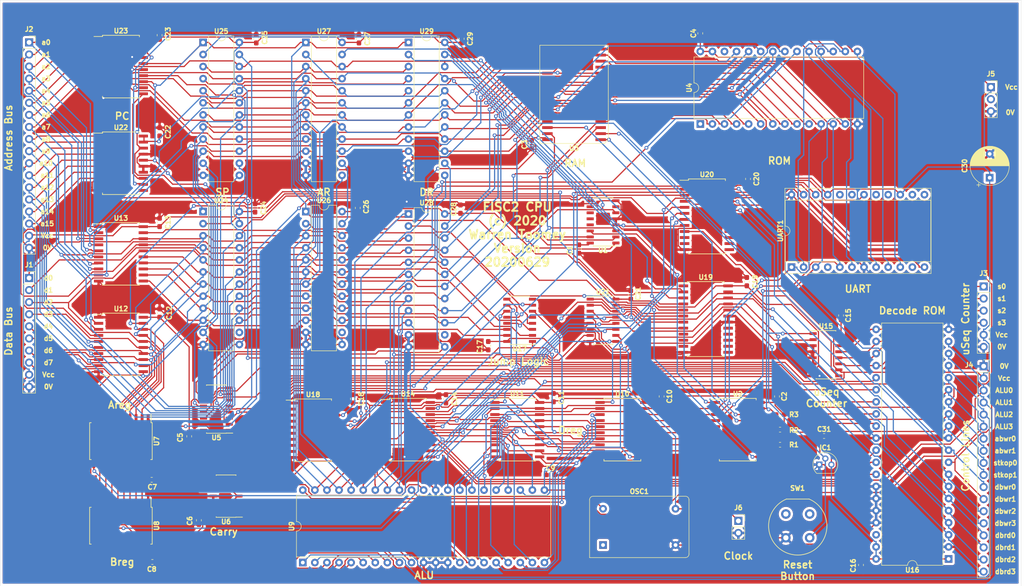
<source format=kicad_pcb>
(kicad_pcb (version 20171130) (host pcbnew 5.1.6+dfsg1-1~bpo10+1)
  (layers (0 F.Cu signal) (31 B.Cu signal) (34 B.Paste user) (35 F.Paste user) (36 B.SilkS user) (37 F.SilkS user) (38 B.Mask user) (39 F.Mask user) (44 Edge.Cuts user))
  (net 0 "")
  (net 1 Clk)
  (net 2 Lo)
  (net 3 adr8)
  (net 4 adr15)
  (net 5 adr9)
  (net 6 adr14)
  (net 7 adr10)
  (net 8 adr13)
  (net 9 adr11)
  (net 10 adr12)
  (net 11 ~PCread)
  (net 12 ~PCwrite)
  (net 13 ~Clkbar)
  (net 14 ~PCincr)
  (net 15 adr0)
  (net 16 adr7)
  (net 17 adr1)
  (net 18 adr6)
  (net 19 adr2)
  (net 20 adr5)
  (net 21 adr3)
  (net 22 adr4)
  (net 23 ~RAMena)
  (net 24 ~SPwrite)
  (net 25 ~SPhiread)
  (net 26 d7)
  (net 27 StkOp0)
  (net 28 ~SPcarry)
  (net 29 ~SPloread)
  (net 30 StkOp1)
  (net 31 ~ARwrite)
  (net 32 ~MEMwrite)
  (net 33 ~MEMread)
  (net 34 ~Awrite)
  (net 35 /Data/b0)
  (net 36 /Data/b1)
  (net 37 /Data/b2)
  (net 38 /Data/b3)
  (net 39 /Data/b4)
  (net 40 /Data/b5)
  (net 41 /Data/b6)
  (net 42 /Data/b7)
  (net 43 Cout)
  (net 44 Cin)
  (net 45 /Data/alu0)
  (net 46 /Data/alu1)
  (net 47 /Data/alu2)
  (net 48 /Data/alu3)
  (net 49 /Data/alu4)
  (net 50 /Data/alu5)
  (net 51 /Data/alu6)
  (net 52 /Data/alu7)
  (net 53 ~ADhiwrite)
  (net 54 ~ADlowrite)
  (net 55 /Control/ir0)
  (net 56 /Control/ir1)
  (net 57 /Control/ir2)
  (net 58 /Control/ir3)
  (net 59 /Control/ir4)
  (net 60 /Control/ir5)
  (net 61 /Control/ir6)
  (net 62 /Control/ir7)
  (net 63 ~uSreset)
  (net 64 ~UARTwrite)
  (net 65 DbWr2)
  (net 66 DbWr1)
  (net 67 DbWr0)
  (net 68 NorZout)
  (net 69 NotZout)
  (net 70 Nout)
  (net 71 Zout)
  (net 72 ~Jmpena)
  (net 73 ~TXready)
  (net 74 ~RXready)
  (net 75 NNNZout)
  (net 76 ZNNout)
  (net 77 AbWr1)
  (net 78 AbWr0)
  (net 79 ~UARTread)
  (net 80 DbRd3)
  (net 81 DbRd2)
  (net 82 DbRd1)
  (net 83 DbRd0)
  (net 84 ALUop2)
  (net 85 ALUop1)
  (net 86 ALUop0)
  (net 87 ALUop3)
  (net 88 Hi)
  (net 89 seq0)
  (net 90 seq1)
  (net 91 seq2)
  (net 92 seq3)
  (net 93 ~Reset)
  (net 94 IRread)
  (net 95 Bread)
  (net 96 Aread)
  (net 97 adr18)
  (net 98 adr17)
  (net 99 adr16)
  (net 100 "Net-(U1-Pad14)")
  (net 101 Bankread)
  (net 102 ~ROMena)
  (net 103 ~DRwrite)
  (net 104 Oread)
  (net 105 /Data/alu15)
  (net 106 ~Ohiwrite)
  (net 107 ~Olowrite)
  (net 108 ~ARhiread)
  (net 109 ~ARloread)
  (net 110 ~DRhiread)
  (net 111 ~DRloread)
  (net 112 ~ARincr)
  (net 113 ARcarry)
  (net 114 DRcarry)
  (net 115 /Data/alu12)
  (net 116 /Data/alu13)
  (net 117 /Data/alu14)
  (net 118 /Data/alu9)
  (net 119 /Data/alu10)
  (net 120 /Data/alu11)
  (net 121 d0)
  (net 122 DbWr3)
  (net 123 MEMread)
  (net 124 UARTread)
  (net 125 Jmpena)
  (net 126 ~DRincr)
  (net 127 "Net-(U22-Pad13)")
  (module Capacitor_SMD:C_0603_1608Metric_Pad1.05x0.95mm_HandSolder (layer F.Cu) (at 135.636 66.294 270)
    (fp_text reference C1 (at 0.254 1.905 90) (layer F.SilkS) (effects (font (thickness 0.25))))
    (fp_text value 0.1uF)
    (pad 2 smd roundrect (at 0.875 0 270) (size 1.05 0.95) (layers F.Cu F.Paste F.Mask) (net 2 Lo))
    (pad 1 smd roundrect (at -0.875 0 270) (size 1.05 0.95) (layers F.Cu F.Paste F.Mask) (net 88 Hi))
  )
  (module Capacitor_SMD:C_0603_1608Metric_Pad1.05x0.95mm_HandSolder (layer F.Cu) (at 177.292 97.282 90)
    (fp_text reference C2 (at 0 1.524 90) (layer F.SilkS) (effects (font (thickness 0.25))))
    (fp_text value 0.1uF)
    (pad 1 smd roundrect (at -0.875 0 90) (size 1.05 0.95) (layers F.Cu F.Paste F.Mask) (net 88 Hi))
    (pad 2 smd roundrect (at 0.875 0 90) (size 1.05 0.95) (layers F.Cu F.Paste F.Mask) (net 2 Lo))
  )
  (module Capacitor_SMD:C_0603_1608Metric_Pad1.05x0.95mm_HandSolder (layer F.Cu) (at 125.73 44.337 270)
    (fp_text reference C3 (at 0 1.524 90) (layer F.SilkS) (effects (font (thickness 0.25))))
    (fp_text value 0.1uF)
    (pad 1 smd roundrect (at -0.875 0 270) (size 1.05 0.95) (layers F.Cu F.Paste F.Mask) (net 88 Hi))
    (pad 2 smd roundrect (at 0.875 0 270) (size 1.05 0.95) (layers F.Cu F.Paste F.Mask) (net 2 Lo))
  )
  (module Capacitor_SMD:C_0603_1608Metric_Pad1.05x0.95mm_HandSolder (layer F.Cu) (at 161.163 20.955 90)
    (fp_text reference C4 (at 0 -1.43 90) (layer F.SilkS) (effects (font (thickness 0.25))))
    (fp_text value 0.1uF)
    (pad 2 smd roundrect (at 0.875 0 90) (size 1.05 0.95) (layers F.Cu F.Paste F.Mask) (net 2 Lo))
    (pad 1 smd roundrect (at -0.875 0 90) (size 1.05 0.95) (layers F.Cu F.Paste F.Mask) (net 88 Hi))
  )
  (module Capacitor_SMD:C_0603_1608Metric_Pad1.05x0.95mm_HandSolder (layer F.Cu) (at 53.721 105.664 270)
    (fp_text reference C5 (at 0.254 1.905 90) (layer F.SilkS) (effects (font (thickness 0.25))))
    (fp_text value 0.1uF)
    (pad 2 smd roundrect (at 0.875 0 270) (size 1.05 0.95) (layers F.Cu F.Paste F.Mask) (net 2 Lo))
    (pad 1 smd roundrect (at -0.875 0 270) (size 1.05 0.95) (layers F.Cu F.Paste F.Mask) (net 88 Hi))
  )
  (module Capacitor_SMD:C_0603_1608Metric_Pad1.05x0.95mm_HandSolder (layer F.Cu) (at 55.753 123.317 270)
    (fp_text reference C6 (at 0.127 1.905 90) (layer F.SilkS) (effects (font (thickness 0.25))))
    (fp_text value 0.1uF)
    (pad 1 smd roundrect (at -0.875 0 270) (size 1.05 0.95) (layers F.Cu F.Paste F.Mask) (net 88 Hi))
    (pad 2 smd roundrect (at 0.875 0 270) (size 1.05 0.95) (layers F.Cu F.Paste F.Mask) (net 2 Lo))
  )
  (module Capacitor_SMD:C_0603_1608Metric_Pad1.05x0.95mm_HandSolder (layer F.Cu) (at 45.833 114.808)
    (fp_text reference C7 (at 0.127 1.524) (layer F.SilkS) (effects (font (thickness 0.25))))
    (fp_text value 0.1uF)
    (pad 2 smd roundrect (at 0.875 0) (size 1.05 0.95) (layers F.Cu F.Paste F.Mask) (net 2 Lo))
    (pad 1 smd roundrect (at -0.875 0) (size 1.05 0.95) (layers F.Cu F.Paste F.Mask) (net 88 Hi))
  )
  (module Capacitor_SMD:C_0603_1608Metric_Pad1.05x0.95mm_HandSolder (layer F.Cu) (at 45.974 132.08)
    (fp_text reference C8 (at -0.127 1.524) (layer F.SilkS) (effects (font (thickness 0.25))))
    (fp_text value 0.1uF)
    (pad 2 smd roundrect (at 0.875 0) (size 1.05 0.95) (layers F.Cu F.Paste F.Mask) (net 2 Lo))
    (pad 1 smd roundrect (at -0.875 0) (size 1.05 0.95) (layers F.Cu F.Paste F.Mask) (net 88 Hi))
  )
  (module Capacitor_SMD:C_0603_1608Metric_Pad1.05x0.95mm_HandSolder (layer F.Cu) (at 129.667 113.792)
    (fp_text reference C9 (at 0 -1.43) (layer F.SilkS) (effects (font (thickness 0.25))))
    (fp_text value 0.1uF)
    (pad 1 smd roundrect (at -0.875 0) (size 1.05 0.95) (layers F.Cu F.Paste F.Mask) (net 88 Hi))
    (pad 2 smd roundrect (at 0.875 0) (size 1.05 0.95) (layers F.Cu F.Paste F.Mask) (net 2 Lo))
  )
  (module Capacitor_SMD:C_0603_1608Metric_Pad1.05x0.95mm_HandSolder (layer F.Cu) (at 153.035 97.282 90)
    (fp_text reference C10 (at 0 1.651 90) (layer F.SilkS) (effects (font (thickness 0.25))))
    (fp_text value 0.1uF)
    (pad 1 smd roundrect (at -0.875 0 90) (size 1.05 0.95) (layers F.Cu F.Paste F.Mask) (net 88 Hi))
    (pad 2 smd roundrect (at 0.875 0 90) (size 1.05 0.95) (layers F.Cu F.Paste F.Mask) (net 2 Lo))
  )
  (module Capacitor_SMD:C_0603_1608Metric_Pad1.05x0.95mm_HandSolder (layer F.Cu) (at 130.302 97.536 90)
    (fp_text reference C11 (at 0 1.651 90) (layer F.SilkS) (effects (font (thickness 0.25))))
    (fp_text value 0.1uF)
    (pad 2 smd roundrect (at 0.875 0 90) (size 1.05 0.95) (layers F.Cu F.Paste F.Mask) (net 2 Lo))
    (pad 1 smd roundrect (at -0.875 0 90) (size 1.05 0.95) (layers F.Cu F.Paste F.Mask) (net 88 Hi))
  )
  (module Capacitor_SMD:C_0603_1608Metric_Pad1.05x0.95mm_HandSolder (layer F.Cu) (at 47.498 79.756 90)
    (fp_text reference C12 (at 0 2.032 90) (layer F.SilkS) (effects (font (thickness 0.25))))
    (fp_text value 0.1uF)
    (pad 2 smd roundrect (at 0.875 0 90) (size 1.05 0.95) (layers F.Cu F.Paste F.Mask) (net 2 Lo))
    (pad 1 smd roundrect (at -0.875 0 90) (size 1.05 0.95) (layers F.Cu F.Paste F.Mask) (net 88 Hi))
  )
  (module Capacitor_SMD:C_0603_1608Metric_Pad1.05x0.95mm_HandSolder (layer F.Cu) (at 47.498 60.706 90)
    (fp_text reference C13 (at 0 1.778 90) (layer F.SilkS) (effects (font (thickness 0.25))))
    (fp_text value 0.1uF)
    (pad 2 smd roundrect (at 0.875 0 90) (size 1.05 0.95) (layers F.Cu F.Paste F.Mask) (net 2 Lo))
    (pad 1 smd roundrect (at -0.875 0 90) (size 1.05 0.95) (layers F.Cu F.Paste F.Mask) (net 88 Hi))
  )
  (module Capacitor_SMD:C_0603_1608Metric_Pad1.05x0.95mm_HandSolder (layer F.Cu) (at 107.696 97.79 90)
    (fp_text reference C14 (at 0 1.778 90) (layer F.SilkS) (effects (font (thickness 0.25))))
    (fp_text value 0.1uF)
    (pad 1 smd roundrect (at -0.875 0 90) (size 1.05 0.95) (layers F.Cu F.Paste F.Mask) (net 88 Hi))
    (pad 2 smd roundrect (at 0.875 0 90) (size 1.05 0.95) (layers F.Cu F.Paste F.Mask) (net 2 Lo))
  )
  (module Capacitor_SMD:C_0603_1608Metric_Pad1.05x0.95mm_HandSolder (layer F.Cu) (at 190.754 80.264 90)
    (fp_text reference C15 (at 0 1.524 90) (layer F.SilkS) (effects (font (thickness 0.25))))
    (fp_text value 0.1uF)
    (pad 1 smd roundrect (at -0.875 0 90) (size 1.05 0.95) (layers F.Cu F.Paste F.Mask) (net 88 Hi))
    (pad 2 smd roundrect (at 0.875 0 90) (size 1.05 0.95) (layers F.Cu F.Paste F.Mask) (net 2 Lo))
  )
  (module Capacitor_SMD:C_0603_1608Metric_Pad1.05x0.95mm_HandSolder (layer F.Cu) (at 194.945 132.715 270)
    (fp_text reference C16 (at 0.127 1.651 90) (layer F.SilkS) (effects (font (thickness 0.25))))
    (fp_text value 0.1uF)
    (pad 2 smd roundrect (at 0.875 0 270) (size 1.05 0.95) (layers F.Cu F.Paste F.Mask) (net 2 Lo))
    (pad 1 smd roundrect (at -0.875 0 270) (size 1.05 0.95) (layers F.Cu F.Paste F.Mask) (net 88 Hi))
  )
  (module Capacitor_SMD:C_0603_1608Metric_Pad1.05x0.95mm_HandSolder (layer F.Cu) (at 116.586 86.614 270)
    (fp_text reference C17 (at 0.254 1.778 90) (layer F.SilkS) (effects (font (thickness 0.25))))
    (fp_text value 0.1uF)
    (pad 1 smd roundrect (at -0.875 0 270) (size 1.05 0.95) (layers F.Cu F.Paste F.Mask) (net 88 Hi))
    (pad 2 smd roundrect (at 0.875 0 270) (size 1.05 0.95) (layers F.Cu F.Paste F.Mask) (net 2 Lo))
  )
  (module Capacitor_SMD:C_0603_1608Metric_Pad1.05x0.95mm_HandSolder (layer F.Cu) (at 88.138 97.79 90)
    (fp_text reference C18 (at 0 1.778 90) (layer F.SilkS) (effects (font (thickness 0.25))))
    (fp_text value 0.1uF)
    (pad 2 smd roundrect (at 0.875 0 90) (size 1.05 0.95) (layers F.Cu F.Paste F.Mask) (net 2 Lo))
    (pad 1 smd roundrect (at -0.875 0 90) (size 1.05 0.95) (layers F.Cu F.Paste F.Mask) (net 88 Hi))
  )
  (module Capacitor_SMD:C_0603_1608Metric_Pad1.05x0.95mm_HandSolder (layer F.Cu) (at 170.942 73.152 90)
    (fp_text reference C19 (at 0 1.778 90) (layer F.SilkS) (effects (font (thickness 0.25))))
    (fp_text value 0.1uF)
    (pad 1 smd roundrect (at -0.875 0 90) (size 1.05 0.95) (layers F.Cu F.Paste F.Mask) (net 88 Hi))
    (pad 2 smd roundrect (at 0.875 0 90) (size 1.05 0.95) (layers F.Cu F.Paste F.Mask) (net 2 Lo))
  )
  (module Capacitor_SMD:C_0603_1608Metric_Pad1.05x0.95mm_HandSolder (layer F.Cu) (at 171.196 51.562 90)
    (fp_text reference C20 (at 0 1.778 90) (layer F.SilkS) (effects (font (thickness 0.25))))
    (fp_text value 0.1uF)
    (pad 1 smd roundrect (at -0.875 0 90) (size 1.05 0.95) (layers F.Cu F.Paste F.Mask) (net 88 Hi))
    (pad 2 smd roundrect (at 0.875 0 90) (size 1.05 0.95) (layers F.Cu F.Paste F.Mask) (net 2 Lo))
  )
  (module Capacitor_SMD:C_0603_1608Metric_Pad1.05x0.95mm_HandSolder (layer F.Cu) (at 146.558 75.946 90)
    (fp_text reference C21 (at 0.254 1.524 90) (layer F.SilkS) (effects (font (thickness 0.25))))
    (fp_text value 0.1uF)
    (pad 2 smd roundrect (at 0.875 0 90) (size 1.05 0.95) (layers F.Cu F.Paste F.Mask) (net 2 Lo))
    (pad 1 smd roundrect (at -0.875 0 90) (size 1.05 0.95) (layers F.Cu F.Paste F.Mask) (net 88 Hi))
  )
  (module Capacitor_SMD:C_0603_1608Metric_Pad1.05x0.95mm_HandSolder (layer F.Cu) (at 47.498 41.656 90)
    (fp_text reference C22 (at 0 1.778 90) (layer F.SilkS) (effects (font (thickness 0.25))))
    (fp_text value 0.1uF)
    (pad 1 smd roundrect (at -0.875 0 90) (size 1.05 0.95) (layers F.Cu F.Paste F.Mask) (net 88 Hi))
    (pad 2 smd roundrect (at 0.875 0 90) (size 1.05 0.95) (layers F.Cu F.Paste F.Mask) (net 2 Lo))
  )
  (module Capacitor_SMD:C_0603_1608Metric_Pad1.05x0.95mm_HandSolder (layer F.Cu) (at 47.498 21.336 90)
    (fp_text reference C23 (at 0.254 1.778 90) (layer F.SilkS) (effects (font (thickness 0.25))))
    (fp_text value 0.1uF)
    (pad 1 smd roundrect (at -0.875 0 90) (size 1.05 0.95) (layers F.Cu F.Paste F.Mask) (net 88 Hi))
    (pad 2 smd roundrect (at 0.875 0 90) (size 1.05 0.95) (layers F.Cu F.Paste F.Mask) (net 2 Lo))
  )
  (module Capacitor_SMD:C_0603_1608Metric_Pad1.05x0.95mm_HandSolder (layer F.Cu) (at 67.564 57.658 90)
    (fp_text reference C24 (at 0 1.778 90) (layer F.SilkS) (effects (font (thickness 0.25))))
    (fp_text value 0.1uF)
    (pad 2 smd roundrect (at 0.875 0 90) (size 1.05 0.95) (layers F.Cu F.Paste F.Mask) (net 2 Lo))
    (pad 1 smd roundrect (at -0.875 0 90) (size 1.05 0.95) (layers F.Cu F.Paste F.Mask) (net 88 Hi))
  )
  (module Capacitor_SMD:C_0603_1608Metric_Pad1.05x0.95mm_HandSolder (layer F.Cu) (at 67.818 22.098 90)
    (fp_text reference C25 (at 0.254 1.778 90) (layer F.SilkS) (effects (font (thickness 0.25))))
    (fp_text value 0.1uF)
    (pad 2 smd roundrect (at 0.875 0 90) (size 1.05 0.95) (layers F.Cu F.Paste F.Mask) (net 2 Lo))
    (pad 1 smd roundrect (at -0.875 0 90) (size 1.05 0.95) (layers F.Cu F.Paste F.Mask) (net 88 Hi))
  )
  (module Capacitor_SMD:C_0603_1608Metric_Pad1.05x0.95mm_HandSolder (layer F.Cu) (at 89.154 57.658 90)
    (fp_text reference C26 (at 0.254 1.778 90) (layer F.SilkS) (effects (font (thickness 0.25))))
    (fp_text value 0.1uF)
    (pad 1 smd roundrect (at -0.875 0 90) (size 1.05 0.95) (layers F.Cu F.Paste F.Mask) (net 88 Hi))
    (pad 2 smd roundrect (at 0.875 0 90) (size 1.05 0.95) (layers F.Cu F.Paste F.Mask) (net 2 Lo))
  )
  (module Capacitor_SMD:C_0603_1608Metric_Pad1.05x0.95mm_HandSolder (layer F.Cu) (at 89.408 22.098 90)
    (fp_text reference C27 (at 0 1.778 90) (layer F.SilkS) (effects (font (thickness 0.25))))
    (fp_text value 0.1uF)
    (pad 1 smd roundrect (at -0.875 0 90) (size 1.05 0.95) (layers F.Cu F.Paste F.Mask) (net 88 Hi))
    (pad 2 smd roundrect (at 0.875 0 90) (size 1.05 0.95) (layers F.Cu F.Paste F.Mask) (net 2 Lo))
  )
  (module Capacitor_SMD:C_0603_1608Metric_Pad1.05x0.95mm_HandSolder (layer F.Cu) (at 110.744 57.912 90)
    (fp_text reference C28 (at 0 -1.43 90) (layer F.SilkS) (effects (font (thickness 0.25))))
    (fp_text value 0.1uF)
    (pad 1 smd roundrect (at -0.875 0 90) (size 1.05 0.95) (layers F.Cu F.Paste F.Mask) (net 88 Hi))
    (pad 2 smd roundrect (at 0.875 0 90) (size 1.05 0.95) (layers F.Cu F.Paste F.Mask) (net 2 Lo))
  )
  (module Capacitor_THT:CP_Radial_D8.0mm_P5.00mm (layer F.Cu) (at 221.996 51.308 90)
    (fp_text reference C30 (at 2.5 -5.25 90) (layer F.SilkS) (effects (font (thickness 0.25))))
    (fp_text value 220uF)
    (pad 1 thru_hole rect (at 0 0 90) (size 1.6 1.6) (drill 0.8) (layers *.Cu *.Mask) (net 88 Hi))
    (pad 2 thru_hole circle (at 5 0 90) (size 1.6 1.6) (drill 0.8) (layers *.Cu *.Mask) (net 2 Lo))
  )
  (module Capacitor_SMD:C_0603_1608Metric_Pad1.05x0.95mm_HandSolder (layer F.Cu) (at 187.182 105.607)
    (fp_text reference C31 (at 0 -1.43) (layer F.SilkS) (effects (font (thickness 0.25))))
    (fp_text value 0.01uF)
    (pad 2 smd roundrect (at 0.875 0) (size 1.05 0.95) (layers F.Cu F.Paste F.Mask) (net 2 Lo))
    (pad 1 smd roundrect (at -0.875 0) (size 1.05 0.95) (layers F.Cu F.Paste F.Mask) (net 93 ~Reset))
  )
  (module Package_TO_SOT_THT:TO-92 (layer F.Cu) (at 186.182 111.607)
    (fp_text reference IC1 (at 1.27 -3.56) (layer F.SilkS) (effects (font (thickness 0.25))))
    (fp_text value DS1233-10+)
    (pad 2 thru_hole circle (at 1.27 -1.27 90) (size 1.3 1.3) (drill 0.75) (layers *.Cu *.Mask) (net 93 ~Reset))
    (pad 3 thru_hole circle (at 2.54 0 90) (size 1.3 1.3) (drill 0.75) (layers *.Cu *.Mask) (net 88 Hi))
    (pad 1 thru_hole rect (at 0 0 90) (size 1.3 1.3) (drill 0.75) (layers *.Cu *.Mask) (net 2 Lo))
  )
  (module Connector_PinSocket_2.54mm:PinSocket_1x10_P2.54mm_Vertical (layer F.Cu) (at 20.066 72.39)
    (fp_text reference J1 (at 0 -2.77) (layer F.SilkS) (effects (font (thickness 0.25))))
    (fp_text value "Data Bus Pin Header")
    (pad 1 thru_hole rect (at 0 0) (size 1.7 1.7) (drill 1) (layers *.Cu *.Mask) (net 121 d0))
    (pad 2 thru_hole oval (at 0 2.54) (size 1.7 1.7) (drill 1) (layers *.Cu *.Mask) (net 71 Zout))
    (pad 3 thru_hole oval (at 0 5.08) (size 1.7 1.7) (drill 1) (layers *.Cu *.Mask) (net 70 Nout))
    (pad 4 thru_hole oval (at 0 7.62) (size 1.7 1.7) (drill 1) (layers *.Cu *.Mask) (net 69 NotZout))
    (pad 5 thru_hole oval (at 0 10.16) (size 1.7 1.7) (drill 1) (layers *.Cu *.Mask) (net 68 NorZout))
    (pad 6 thru_hole oval (at 0 12.7) (size 1.7 1.7) (drill 1) (layers *.Cu *.Mask) (net 76 ZNNout))
    (pad 7 thru_hole oval (at 0 15.24) (size 1.7 1.7) (drill 1) (layers *.Cu *.Mask) (net 75 NNNZout))
    (pad 8 thru_hole oval (at 0 17.78) (size 1.7 1.7) (drill 1) (layers *.Cu *.Mask) (net 26 d7))
    (pad 9 thru_hole oval (at 0 20.32) (size 1.7 1.7) (drill 1) (layers *.Cu *.Mask) (net 88 Hi))
    (pad 10 thru_hole oval (at 0 22.86) (size 1.7 1.7) (drill 1) (layers *.Cu *.Mask) (net 2 Lo))
  )
  (module Connector_PinSocket_2.54mm:PinSocket_1x18_P2.54mm_Vertical (layer F.Cu) (at 20.066 22.86)
    (fp_text reference J2 (at 0 -2.77) (layer F.SilkS) (effects (font (thickness 0.25))))
    (fp_text value "Address Bus Pin Header")
    (pad 18 thru_hole oval (at 0 43.18) (size 1.7 1.7) (drill 1) (layers *.Cu *.Mask) (net 2 Lo))
    (pad 17 thru_hole oval (at 0 40.64) (size 1.7 1.7) (drill 1) (layers *.Cu *.Mask) (net 88 Hi))
    (pad 16 thru_hole oval (at 0 38.1) (size 1.7 1.7) (drill 1) (layers *.Cu *.Mask) (net 4 adr15))
    (pad 15 thru_hole oval (at 0 35.56) (size 1.7 1.7) (drill 1) (layers *.Cu *.Mask) (net 6 adr14))
    (pad 14 thru_hole oval (at 0 33.02) (size 1.7 1.7) (drill 1) (layers *.Cu *.Mask) (net 8 adr13))
    (pad 13 thru_hole oval (at 0 30.48) (size 1.7 1.7) (drill 1) (layers *.Cu *.Mask) (net 10 adr12))
    (pad 12 thru_hole oval (at 0 27.94) (size 1.7 1.7) (drill 1) (layers *.Cu *.Mask) (net 9 adr11))
    (pad 11 thru_hole oval (at 0 25.4) (size 1.7 1.7) (drill 1) (layers *.Cu *.Mask) (net 7 adr10))
    (pad 10 thru_hole oval (at 0 22.86) (size 1.7 1.7) (drill 1) (layers *.Cu *.Mask) (net 5 adr9))
    (pad 9 thru_hole oval (at 0 20.32) (size 1.7 1.7) (drill 1) (layers *.Cu *.Mask) (net 3 adr8))
    (pad 8 thru_hole oval (at 0 17.78) (size 1.7 1.7) (drill 1) (layers *.Cu *.Mask) (net 16 adr7))
    (pad 7 thru_hole oval (at 0 15.24) (size 1.7 1.7) (drill 1) (layers *.Cu *.Mask) (net 18 adr6))
    (pad 6 thru_hole oval (at 0 12.7) (size 1.7 1.7) (drill 1) (layers *.Cu *.Mask) (net 20 adr5))
    (pad 5 thru_hole oval (at 0 10.16) (size 1.7 1.7) (drill 1) (layers *.Cu *.Mask) (net 22 adr4))
    (pad 4 thru_hole oval (at 0 7.62) (size 1.7 1.7) (drill 1) (layers *.Cu *.Mask) (net 21 adr3))
    (pad 3 thru_hole oval (at 0 5.08) (size 1.7 1.7) (drill 1) (layers *.Cu *.Mask) (net 19 adr2))
    (pad 2 thru_hole oval (at 0 2.54) (size 1.7 1.7) (drill 1) (layers *.Cu *.Mask) (net 17 adr1))
    (pad 1 thru_hole rect (at 0 0) (size 1.7 1.7) (drill 1) (layers *.Cu *.Mask) (net 15 adr0))
  )
  (module Connector_PinSocket_2.54mm:PinSocket_1x18_P2.54mm_Vertical (layer F.Cu) (at 220.726 90.932)
    (fp_text reference J4 (at -3.048 -0.254) (layer F.SilkS) (effects (font (thickness 0.25))))
    (fp_text value "Control Lines Pin Header")
    (pad 1 thru_hole rect (at 0 0) (size 1.7 1.7) (drill 1) (layers *.Cu *.Mask) (net 2 Lo))
    (pad 2 thru_hole oval (at 0 2.54) (size 1.7 1.7) (drill 1) (layers *.Cu *.Mask) (net 88 Hi))
    (pad 3 thru_hole oval (at 0 5.08) (size 1.7 1.7) (drill 1) (layers *.Cu *.Mask) (net 86 ALUop0))
    (pad 4 thru_hole oval (at 0 7.62) (size 1.7 1.7) (drill 1) (layers *.Cu *.Mask) (net 85 ALUop1))
    (pad 5 thru_hole oval (at 0 10.16) (size 1.7 1.7) (drill 1) (layers *.Cu *.Mask) (net 84 ALUop2))
    (pad 6 thru_hole oval (at 0 12.7) (size 1.7 1.7) (drill 1) (layers *.Cu *.Mask) (net 87 ALUop3))
    (pad 7 thru_hole oval (at 0 15.24) (size 1.7 1.7) (drill 1) (layers *.Cu *.Mask) (net 78 AbWr0))
    (pad 8 thru_hole oval (at 0 17.78) (size 1.7 1.7) (drill 1) (layers *.Cu *.Mask) (net 77 AbWr1))
    (pad 9 thru_hole oval (at 0 20.32) (size 1.7 1.7) (drill 1) (layers *.Cu *.Mask) (net 27 StkOp0))
    (pad 10 thru_hole oval (at 0 22.86) (size 1.7 1.7) (drill 1) (layers *.Cu *.Mask) (net 30 StkOp1))
    (pad 11 thru_hole oval (at 0 25.4) (size 1.7 1.7) (drill 1) (layers *.Cu *.Mask) (net 67 DbWr0))
    (pad 12 thru_hole oval (at 0 27.94) (size 1.7 1.7) (drill 1) (layers *.Cu *.Mask) (net 66 DbWr1))
    (pad 13 thru_hole oval (at 0 30.48) (size 1.7 1.7) (drill 1) (layers *.Cu *.Mask) (net 65 DbWr2))
    (pad 14 thru_hole oval (at 0 33.02) (size 1.7 1.7) (drill 1) (layers *.Cu *.Mask) (net 122 DbWr3))
    (pad 15 thru_hole oval (at 0 35.56) (size 1.7 1.7) (drill 1) (layers *.Cu *.Mask) (net 83 DbRd0))
    (pad 16 thru_hole oval (at 0 38.1) (size 1.7 1.7) (drill 1) (layers *.Cu *.Mask) (net 82 DbRd1))
    (pad 17 thru_hole oval (at 0 40.64) (size 1.7 1.7) (drill 1) (layers *.Cu *.Mask) (net 81 DbRd2))
    (pad 18 thru_hole oval (at 0 43.18) (size 1.7 1.7) (drill 1) (layers *.Cu *.Mask) (net 80 DbRd3))
  )
  (module Connector_PinSocket_2.54mm:PinSocket_1x02_P2.54mm_Vertical (layer F.Cu) (at 169.164 123.444)
    (fp_text reference J6 (at 0 -2.77) (layer F.SilkS) (effects (font (thickness 0.25))))
    (fp_text value "Clock Pin Header")
    (pad 1 thru_hole rect (at 0 0) (size 1.7 1.7) (drill 1) (layers *.Cu *.Mask) (net 1 Clk))
    (pad 2 thru_hole oval (at 0 2.54) (size 1.7 1.7) (drill 1) (layers *.Cu *.Mask) (net 2 Lo))
  )
  (module Oscillator:Oscillator_DIP-14 (layer F.Cu) (at 140.716 128.524)
    (fp_text reference OSC1 (at 7.62 -11.26) (layer F.SilkS) (effects (font (thickness 0.25))))
    (fp_text value ECS-100AX-035)
    (pad 1 thru_hole rect (at 0 0) (size 1.6 1.6) (drill 0.8) (layers *.Cu *.Mask))
    (pad 14 thru_hole circle (at 0 -7.62) (size 1.6 1.6) (drill 0.8) (layers *.Cu *.Mask) (net 88 Hi))
    (pad 8 thru_hole circle (at 15.24 -7.62) (size 1.6 1.6) (drill 0.8) (layers *.Cu *.Mask) (net 1 Clk))
    (pad 7 thru_hole circle (at 15.24 0) (size 1.6 1.6) (drill 0.8) (layers *.Cu *.Mask) (net 2 Lo))
  )
  (module Resistor_SMD:R_0603_1608Metric_Pad1.05x0.95mm_HandSolder (layer F.Cu) (at 177.927 107.442 180)
    (fp_text reference R1 (at -2.921 0) (layer F.SilkS) (effects (font (thickness 0.25))))
    (fp_text value 22K)
    (pad 1 smd roundrect (at -0.875 0 180) (size 1.05 0.95) (layers F.Cu F.Paste F.Mask) (net 88 Hi))
    (pad 2 smd roundrect (at 0.875 0 180) (size 1.05 0.95) (layers F.Cu F.Paste F.Mask) (net 97 adr18))
  )
  (module Resistor_SMD:R_0603_1608Metric_Pad1.05x0.95mm_HandSolder (layer F.Cu) (at 177.927 104.267 180)
    (fp_text reference R2 (at -2.921 -0.127) (layer F.SilkS) (effects (font (thickness 0.25))))
    (fp_text value 22K)
    (pad 2 smd roundrect (at 0.875 0 180) (size 1.05 0.95) (layers F.Cu F.Paste F.Mask) (net 98 adr17))
    (pad 1 smd roundrect (at -0.875 0 180) (size 1.05 0.95) (layers F.Cu F.Paste F.Mask) (net 88 Hi))
  )
  (module Resistor_SMD:R_0603_1608Metric_Pad1.05x0.95mm_HandSolder (layer F.Cu) (at 177.927 101.092 180)
    (fp_text reference R3 (at -2.921 0) (layer F.SilkS) (effects (font (thickness 0.25))))
    (fp_text value 22K)
    (pad 1 smd roundrect (at -0.875 0 180) (size 1.05 0.95) (layers F.Cu F.Paste F.Mask) (net 88 Hi))
    (pad 2 smd roundrect (at 0.875 0 180) (size 1.05 0.95) (layers F.Cu F.Paste F.Mask) (net 99 adr16))
  )
  (module Button_Switch_THT:Push_E-Switch_KS01Q01 (layer F.Cu) (at 184.15 127 180)
    (fp_text reference SW1 (at 2.54 10.414) (layer F.SilkS) (effects (font (thickness 0.25))))
    (fp_text value SW_Push)
    (pad 1 thru_hole circle (at 0 0 180) (size 2 2) (drill 1.1) (layers *.Cu *.Mask) (net 93 ~Reset))
    (pad 2 thru_hole circle (at 5 0 180) (size 2 2) (drill 1.1) (layers *.Cu *.Mask) (net 2 Lo))
    (pad 4 thru_hole circle (at 5 5 180) (size 2 2) (drill 1.1) (layers *.Cu *.Mask))
    (pad 3 thru_hole circle (at 0 5 180) (size 2 2) (drill 1.1) (layers *.Cu *.Mask))
  )
  (module Package_SO:SOIC-16_3.9x9.9mm_P1.27mm (layer F.Cu) (at 140.716 60.579 180)
    (fp_text reference U1 (at 0 -6) (layer F.SilkS) (effects (font (thickness 0.25))))
    (fp_text value 74HCT238)
    (pad 1 smd rect (at -2.7 -4.445 180) (size 1.5 0.6) (layers F.Cu F.Paste F.Mask) (net 8 adr13))
    (pad 2 smd rect (at -2.7 -3.175 180) (size 1.5 0.6) (layers F.Cu F.Paste F.Mask) (net 6 adr14))
    (pad 3 smd rect (at -2.7 -1.905 180) (size 1.5 0.6) (layers F.Cu F.Paste F.Mask) (net 4 adr15))
    (pad 4 smd rect (at -2.7 -0.635 180) (size 1.5 0.6) (layers F.Cu F.Paste F.Mask) (net 2 Lo))
    (pad 5 smd rect (at -2.7 0.635 180) (size 1.5 0.6) (layers F.Cu F.Paste F.Mask) (net 2 Lo))
    (pad 6 smd rect (at -2.7 1.905 180) (size 1.5 0.6) (layers F.Cu F.Paste F.Mask) (net 88 Hi))
    (pad 7 smd rect (at -2.7 3.175 180) (size 1.5 0.6) (layers F.Cu F.Paste F.Mask))
    (pad 8 smd rect (at -2.7 4.445 180) (size 1.5 0.6) (layers F.Cu F.Paste F.Mask) (net 2 Lo))
    (pad 9 smd rect (at 2.7 4.445 180) (size 1.5 0.6) (layers F.Cu F.Paste F.Mask))
    (pad 10 smd rect (at 2.7 3.175 180) (size 1.5 0.6) (layers F.Cu F.Paste F.Mask))
    (pad 11 smd rect (at 2.7 1.905 180) (size 1.5 0.6) (layers F.Cu F.Paste F.Mask))
    (pad 12 smd rect (at 2.7 0.635 180) (size 1.5 0.6) (layers F.Cu F.Paste F.Mask))
    (pad 13 smd rect (at 2.7 -0.635 180) (size 1.5 0.6) (layers F.Cu F.Paste F.Mask))
    (pad 14 smd rect (at 2.7 -1.905 180) (size 1.5 0.6) (layers F.Cu F.Paste F.Mask) (net 100 "Net-(U1-Pad14)"))
    (pad 15 smd rect (at 2.7 -3.175 180) (size 1.5 0.6) (layers F.Cu F.Paste F.Mask) (net 23 ~RAMena))
    (pad 16 smd rect (at 2.7 -4.445 180) (size 1.5 0.6) (layers F.Cu F.Paste F.Mask) (net 88 Hi))
  )
  (module Package_SO:SOIC-20W_7.5x12.8mm_P1.27mm (layer F.Cu) (at 169.037 104.267)
    (fp_text reference U2 (at 0 -7.5) (layer F.SilkS) (effects (font (thickness 0.25))))
    (fp_text value 74HCT574)
    (pad 1 smd rect (at -4.7 -5.715) (size 1.95 0.6) (layers F.Cu F.Paste F.Mask) (net 100 "Net-(U1-Pad14)"))
    (pad 2 smd rect (at -4.7 -4.445) (size 1.95 0.6) (layers F.Cu F.Paste F.Mask) (net 121 d0))
    (pad 3 smd rect (at -4.7 -3.175) (size 1.95 0.6) (layers F.Cu F.Paste F.Mask) (net 71 Zout))
    (pad 4 smd rect (at -4.7 -1.905) (size 1.95 0.6) (layers F.Cu F.Paste F.Mask) (net 70 Nout))
    (pad 5 smd rect (at -4.7 -0.635) (size 1.95 0.6) (layers F.Cu F.Paste F.Mask) (net 69 NotZout))
    (pad 6 smd rect (at -4.7 0.635) (size 1.95 0.6) (layers F.Cu F.Paste F.Mask) (net 68 NorZout))
    (pad 7 smd rect (at -4.7 1.905) (size 1.95 0.6) (layers F.Cu F.Paste F.Mask) (net 76 ZNNout))
    (pad 8 smd rect (at -4.7 3.175) (size 1.95 0.6) (layers F.Cu F.Paste F.Mask) (net 75 NNNZout))
    (pad 9 smd rect (at -4.7 4.445) (size 1.95 0.6) (layers F.Cu F.Paste F.Mask) (net 26 d7))
    (pad 10 smd rect (at -4.7 5.715) (size 1.95 0.6) (layers F.Cu F.Paste F.Mask) (net 2 Lo))
    (pad 11 smd rect (at 4.7 5.715) (size 1.95 0.6) (layers F.Cu F.Paste F.Mask) (net 101 Bankread))
    (pad 12 smd rect (at 4.7 4.445) (size 1.95 0.6) (layers F.Cu F.Paste F.Mask))
    (pad 13 smd rect (at 4.7 3.175) (size 1.95 0.6) (layers F.Cu F.Paste F.Mask))
    (pad 14 smd rect (at 4.7 1.905) (size 1.95 0.6) (layers F.Cu F.Paste F.Mask))
    (pad 15 smd rect (at 4.7 0.635) (size 1.95 0.6) (layers F.Cu F.Paste F.Mask))
    (pad 16 smd rect (at 4.7 -0.635) (size 1.95 0.6) (layers F.Cu F.Paste F.Mask))
    (pad 17 smd rect (at 4.7 -1.905) (size 1.95 0.6) (layers F.Cu F.Paste F.Mask) (net 97 adr18))
    (pad 18 smd rect (at 4.7 -3.175) (size 1.95 0.6) (layers F.Cu F.Paste F.Mask) (net 98 adr17))
    (pad 19 smd rect (at 4.7 -4.445) (size 1.95 0.6) (layers F.Cu F.Paste F.Mask) (net 99 adr16))
    (pad 20 smd rect (at 4.7 -5.715) (size 1.95 0.6) (layers F.Cu F.Paste F.Mask) (net 88 Hi))
  )
  (module FISC2:SOIC-32_11.2mm_P1.27mm (layer F.Cu) (at 134.62 33.782 90)
    (fp_text reference U3 (at -11.325 0) (layer F.SilkS) (effects (font (thickness 0.25))))
    (fp_text value CY62148)
    (pad 32 smd rect (at -9.525 -5.6 90) (size 0.6 2.2) (layers F.Cu F.Paste F.Mask) (net 88 Hi))
    (pad 1 smd rect (at -9.525 5.6 90) (size 0.6 2.2) (layers F.Cu F.Paste F.Mask) (net 98 adr17))
    (pad 31 smd rect (at -8.255 -5.6 90) (size 0.6 2.2) (layers F.Cu F.Paste F.Mask) (net 4 adr15))
    (pad 2 smd rect (at -8.255 5.6 90) (size 0.6 2.2) (layers F.Cu F.Paste F.Mask) (net 99 adr16))
    (pad 30 smd rect (at -6.985 -5.6 90) (size 0.6 2.2) (layers F.Cu F.Paste F.Mask) (net 97 adr18))
    (pad 3 smd rect (at -6.985 5.6 90) (size 0.6 2.2) (layers F.Cu F.Paste F.Mask) (net 6 adr14))
    (pad 29 smd rect (at -5.715 -5.6 90) (size 0.6 2.2) (layers F.Cu F.Paste F.Mask) (net 33 ~MEMread))
    (pad 4 smd rect (at -5.715 5.6 90) (size 0.6 2.2) (layers F.Cu F.Paste F.Mask) (net 10 adr12))
    (pad 28 smd rect (at -4.445 -5.6 90) (size 0.6 2.2) (layers F.Cu F.Paste F.Mask) (net 8 adr13))
    (pad 5 smd rect (at -4.445 5.6 90) (size 0.6 2.2) (layers F.Cu F.Paste F.Mask) (net 16 adr7))
    (pad 27 smd rect (at -3.175 -5.6 90) (size 0.6 2.2) (layers F.Cu F.Paste F.Mask) (net 3 adr8))
    (pad 6 smd rect (at -3.175 5.6 90) (size 0.6 2.2) (layers F.Cu F.Paste F.Mask) (net 18 adr6))
    (pad 26 smd rect (at -1.905 -5.6 90) (size 0.6 2.2) (layers F.Cu F.Paste F.Mask) (net 5 adr9))
    (pad 7 smd rect (at -1.905 5.6 90) (size 0.6 2.2) (layers F.Cu F.Paste F.Mask) (net 20 adr5))
    (pad 25 smd rect (at -0.635 -5.6 90) (size 0.6 2.2) (layers F.Cu F.Paste F.Mask) (net 9 adr11))
    (pad 8 smd rect (at -0.635 5.6 90) (size 0.6 2.2) (layers F.Cu F.Paste F.Mask) (net 22 adr4))
    (pad 24 smd rect (at 0.635 -5.6 90) (size 0.6 2.2) (layers F.Cu F.Paste F.Mask) (net 32 ~MEMwrite))
    (pad 9 smd rect (at 0.635 5.6 90) (size 0.6 2.2) (layers F.Cu F.Paste F.Mask) (net 21 adr3))
    (pad 23 smd rect (at 1.905 -5.6 90) (size 0.6 2.2) (layers F.Cu F.Paste F.Mask) (net 7 adr10))
    (pad 10 smd rect (at 1.905 5.6 90) (size 0.6 2.2) (layers F.Cu F.Paste F.Mask) (net 19 adr2))
    (pad 22 smd rect (at 3.175 -5.6 90) (size 0.6 2.2) (layers F.Cu F.Paste F.Mask) (net 23 ~RAMena))
    (pad 11 smd rect (at 3.175 5.6 90) (size 0.6 2.2) (layers F.Cu F.Paste F.Mask) (net 17 adr1))
    (pad 21 smd rect (at 4.445 -5.6 90) (size 0.6 2.2) (layers F.Cu F.Paste F.Mask) (net 26 d7))
    (pad 12 smd rect (at 4.445 5.6 90) (size 0.6 2.2) (layers F.Cu F.Paste F.Mask) (net 15 adr0))
    (pad 20 smd rect (at 5.715 -5.6 90) (size 0.6 2.2) (layers F.Cu F.Paste F.Mask) (net 75 NNNZout))
    (pad 13 smd rect (at 5.715 5.6 90) (size 0.6 2.2) (layers F.Cu F.Paste F.Mask) (net 121 d0))
    (pad 19 smd rect (at 6.985 -5.6 90) (size 0.6 2.2) (layers F.Cu F.Paste F.Mask) (net 76 ZNNout))
    (pad 14 smd rect (at 6.985 5.6 90) (size 0.6 2.2) (layers F.Cu F.Paste F.Mask) (net 71 Zout))
    (pad 18 smd rect (at 8.255 -5.6 90) (size 0.6 2.2) (layers F.Cu F.Paste F.Mask) (net 68 NorZout))
    (pad 15 smd rect (at 8.255 5.6 90) (size 0.6 2.2) (layers F.Cu F.Paste F.Mask) (net 70 Nout))
    (pad 17 smd rect (at 9.525 -5.6 90) (size 0.6 2.2) (layers F.Cu F.Paste F.Mask) (net 69 NotZout))
    (pad 16 smd rect (at 9.525 5.6 90) (size 0.6 2.2) (layers F.Cu F.Paste F.Mask) (net 2 Lo))
  )
  (module Package_DIP:DIP-28_W15.24mm (layer F.Cu) (at 161.163 40.005 90)
    (fp_text reference U4 (at 7.62 -2.33 90) (layer F.SilkS) (effects (font (thickness 0.25))))
    (fp_text value AT28C64B)
    (pad 1 thru_hole rect (at 0 0 90) (size 1.6 1.6) (drill 0.8) (layers *.Cu *.Mask))
    (pad 15 thru_hole oval (at 15.24 33.02 90) (size 1.6 1.6) (drill 0.8) (layers *.Cu *.Mask) (net 69 NotZout))
    (pad 2 thru_hole oval (at 0 2.54 90) (size 1.6 1.6) (drill 0.8) (layers *.Cu *.Mask) (net 10 adr12))
    (pad 16 thru_hole oval (at 15.24 30.48 90) (size 1.6 1.6) (drill 0.8) (layers *.Cu *.Mask) (net 68 NorZout))
    (pad 3 thru_hole oval (at 0 5.08 90) (size 1.6 1.6) (drill 0.8) (layers *.Cu *.Mask) (net 16 adr7))
    (pad 17 thru_hole oval (at 15.24 27.94 90) (size 1.6 1.6) (drill 0.8) (layers *.Cu *.Mask) (net 76 ZNNout))
    (pad 4 thru_hole oval (at 0 7.62 90) (size 1.6 1.6) (drill 0.8) (layers *.Cu *.Mask) (net 18 adr6))
    (pad 18 thru_hole oval (at 15.24 25.4 90) (size 1.6 1.6) (drill 0.8) (layers *.Cu *.Mask) (net 75 NNNZout))
    (pad 5 thru_hole oval (at 0 10.16 90) (size 1.6 1.6) (drill 0.8) (layers *.Cu *.Mask) (net 20 adr5))
    (pad 19 thru_hole oval (at 15.24 22.86 90) (size 1.6 1.6) (drill 0.8) (layers *.Cu *.Mask) (net 26 d7))
    (pad 6 thru_hole oval (at 0 12.7 90) (size 1.6 1.6) (drill 0.8) (layers *.Cu *.Mask) (net 22 adr4))
    (pad 20 thru_hole oval (at 15.24 20.32 90) (size 1.6 1.6) (drill 0.8) (layers *.Cu *.Mask) (net 102 ~ROMena))
    (pad 7 thru_hole oval (at 0 15.24 90) (size 1.6 1.6) (drill 0.8) (layers *.Cu *.Mask) (net 21 adr3))
    (pad 21 thru_hole oval (at 15.24 17.78 90) (size 1.6 1.6) (drill 0.8) (layers *.Cu *.Mask) (net 7 adr10))
    (pad 8 thru_hole oval (at 0 17.78 90) (size 1.6 1.6) (drill 0.8) (layers *.Cu *.Mask) (net 19 adr2))
    (pad 22 thru_hole oval (at 15.24 15.24 90) (size 1.6 1.6) (drill 0.8) (layers *.Cu *.Mask) (net 32 ~MEMwrite))
    (pad 9 thru_hole oval (at 0 20.32 90) (size 1.6 1.6) (drill 0.8) (layers *.Cu *.Mask) (net 17 adr1))
    (pad 23 thru_hole oval (at 15.24 12.7 90) (size 1.6 1.6) (drill 0.8) (layers *.Cu *.Mask) (net 9 adr11))
    (pad 10 thru_hole oval (at 0 22.86 90) (size 1.6 1.6) (drill 0.8) (layers *.Cu *.Mask) (net 15 adr0))
    (pad 24 thru_hole oval (at 15.24 10.16 90) (size 1.6 1.6) (drill 0.8) (layers *.Cu *.Mask) (net 5 adr9))
    (pad 11 thru_hole oval (at 0 25.4 90) (size 1.6 1.6) (drill 0.8) (layers *.Cu *.Mask) (net 121 d0))
    (pad 25 thru_hole oval (at 15.24 7.62 90) (size 1.6 1.6) (drill 0.8) (layers *.Cu *.Mask) (net 3 adr8))
    (pad 12 thru_hole oval (at 0 27.94 90) (size 1.6 1.6) (drill 0.8) (layers *.Cu *.Mask) (net 71 Zout))
    (pad 26 thru_hole oval (at 15.24 5.08 90) (size 1.6 1.6) (drill 0.8) (layers *.Cu *.Mask))
    (pad 13 thru_hole oval (at 0 30.48 90) (size 1.6 1.6) (drill 0.8) (layers *.Cu *.Mask) (net 70 Nout))
    (pad 27 thru_hole oval (at 15.24 2.54 90) (size 1.6 1.6) (drill 0.8) (layers *.Cu *.Mask) (net 88 Hi))
    (pad 14 thru_hole oval (at 0 33.02 90) (size 1.6 1.6) (drill 0.8) (layers *.Cu *.Mask) (net 2 Lo))
    (pad 28 thru_hole oval (at 15.24 0 90) (size 1.6 1.6) (drill 0.8) (layers *.Cu *.Mask) (net 88 Hi))
  )
  (module Package_SO:SOIC-16_3.9x9.9mm_P1.27mm (layer F.Cu) (at 59.436 99.949 180)
    (fp_text reference U5 (at 0 -6) (layer F.SilkS) (effects (font (thickness 0.25))))
    (fp_text value 74HCT139)
    (pad 1 smd rect (at -2.7 -4.445 180) (size 1.5 0.6) (layers F.Cu F.Paste F.Mask) (net 2 Lo))
    (pad 2 smd rect (at -2.7 -3.175 180) (size 1.5 0.6) (layers F.Cu F.Paste F.Mask) (net 27 StkOp0))
    (pad 3 smd rect (at -2.7 -1.905 180) (size 1.5 0.6) (layers F.Cu F.Paste F.Mask) (net 30 StkOp1))
    (pad 4 smd rect (at -2.7 -0.635 180) (size 1.5 0.6) (layers F.Cu F.Paste F.Mask))
    (pad 5 smd rect (at -2.7 0.635 180) (size 1.5 0.6) (layers F.Cu F.Paste F.Mask))
    (pad 6 smd rect (at -2.7 1.905 180) (size 1.5 0.6) (layers F.Cu F.Paste F.Mask))
    (pad 7 smd rect (at -2.7 3.175 180) (size 1.5 0.6) (layers F.Cu F.Paste F.Mask) (net 14 ~PCincr))
    (pad 8 smd rect (at -2.7 4.445 180) (size 1.5 0.6) (layers F.Cu F.Paste F.Mask) (net 2 Lo))
    (pad 9 smd rect (at 2.7 4.445 180) (size 1.5 0.6) (layers F.Cu F.Paste F.Mask) (net 103 ~DRwrite))
    (pad 10 smd rect (at 2.7 3.175 180) (size 1.5 0.6) (layers F.Cu F.Paste F.Mask) (net 24 ~SPwrite))
    (pad 11 smd rect (at 2.7 1.905 180) (size 1.5 0.6) (layers F.Cu F.Paste F.Mask) (net 31 ~ARwrite))
    (pad 12 smd rect (at 2.7 0.635 180) (size 1.5 0.6) (layers F.Cu F.Paste F.Mask) (net 12 ~PCwrite))
    (pad 13 smd rect (at 2.7 -0.635 180) (size 1.5 0.6) (layers F.Cu F.Paste F.Mask) (net 77 AbWr1))
    (pad 14 smd rect (at 2.7 -1.905 180) (size 1.5 0.6) (layers F.Cu F.Paste F.Mask) (net 78 AbWr0))
    (pad 15 smd rect (at 2.7 -3.175 180) (size 1.5 0.6) (layers F.Cu F.Paste F.Mask) (net 2 Lo))
    (pad 16 smd rect (at 2.7 -4.445 180) (size 1.5 0.6) (layers F.Cu F.Paste F.Mask) (net 88 Hi))
  )
  (module Package_SO:SOIC-14_3.9x8.7mm_P1.27mm (layer F.Cu) (at 61.468 118.237 180)
    (fp_text reference U6 (at 0 -5.375) (layer F.SilkS) (effects (font (thickness 0.25))))
    (fp_text value 74HCT74)
    (pad 1 smd rect (at -2.7 -3.81 180) (size 1.5 0.6) (layers F.Cu F.Paste F.Mask) (net 88 Hi))
    (pad 2 smd rect (at -2.7 -2.54 180) (size 1.5 0.6) (layers F.Cu F.Paste F.Mask) (net 43 Cout))
    (pad 3 smd rect (at -2.7 -1.27 180) (size 1.5 0.6) (layers F.Cu F.Paste F.Mask) (net 104 Oread))
    (pad 4 smd rect (at -2.7 0 180) (size 1.5 0.6) (layers F.Cu F.Paste F.Mask) (net 88 Hi))
    (pad 5 smd rect (at -2.7 1.27 180) (size 1.5 0.6) (layers F.Cu F.Paste F.Mask) (net 44 Cin))
    (pad 6 smd rect (at -2.7 2.54 180) (size 1.5 0.6) (layers F.Cu F.Paste F.Mask))
    (pad 7 smd rect (at -2.7 3.81 180) (size 1.5 0.6) (layers F.Cu F.Paste F.Mask) (net 2 Lo))
    (pad 8 smd rect (at 2.7 3.81 180) (size 1.5 0.6) (layers F.Cu F.Paste F.Mask))
    (pad 9 smd rect (at 2.7 2.54 180) (size 1.5 0.6) (layers F.Cu F.Paste F.Mask))
    (pad 10 smd rect (at 2.7 1.27 180) (size 1.5 0.6) (layers F.Cu F.Paste F.Mask) (net 88 Hi))
    (pad 11 smd rect (at 2.7 0 180) (size 1.5 0.6) (layers F.Cu F.Paste F.Mask) (net 2 Lo))
    (pad 12 smd rect (at 2.7 -1.27 180) (size 1.5 0.6) (layers F.Cu F.Paste F.Mask) (net 2 Lo))
    (pad 13 smd rect (at 2.7 -2.54 180) (size 1.5 0.6) (layers F.Cu F.Paste F.Mask) (net 88 Hi))
    (pad 14 smd rect (at 2.7 -3.81 180) (size 1.5 0.6) (layers F.Cu F.Paste F.Mask) (net 88 Hi))
  )
  (module Package_SO:SOIC-20W_7.5x12.8mm_P1.27mm (layer F.Cu) (at 39.37 106.68 270)
    (fp_text reference U7 (at 0 -7.5 90) (layer F.SilkS) (effects (font (thickness 0.25))))
    (fp_text value 74HCT574)
    (pad 20 smd rect (at 4.7 -5.715 270) (size 1.95 0.6) (layers F.Cu F.Paste F.Mask) (net 88 Hi))
    (pad 19 smd rect (at 4.7 -4.445 270) (size 1.95 0.6) (layers F.Cu F.Paste F.Mask) (net 121 d0))
    (pad 18 smd rect (at 4.7 -3.175 270) (size 1.95 0.6) (layers F.Cu F.Paste F.Mask) (net 71 Zout))
    (pad 17 smd rect (at 4.7 -1.905 270) (size 1.95 0.6) (layers F.Cu F.Paste F.Mask) (net 70 Nout))
    (pad 16 smd rect (at 4.7 -0.635 270) (size 1.95 0.6) (layers F.Cu F.Paste F.Mask) (net 69 NotZout))
    (pad 15 smd rect (at 4.7 0.635 270) (size 1.95 0.6) (layers F.Cu F.Paste F.Mask) (net 68 NorZout))
    (pad 14 smd rect (at 4.7 1.905 270) (size 1.95 0.6) (layers F.Cu F.Paste F.Mask) (net 76 ZNNout))
    (pad 13 smd rect (at 4.7 3.175 270) (size 1.95 0.6) (layers F.Cu F.Paste F.Mask) (net 75 NNNZout))
    (pad 12 smd rect (at 4.7 4.445 270) (size 1.95 0.6) (layers F.Cu F.Paste F.Mask) (net 26 d7))
    (pad 11 smd rect (at 4.7 5.715 270) (size 1.95 0.6) (layers F.Cu F.Paste F.Mask) (net 96 Aread))
    (pad 10 smd rect (at -4.7 5.715 270) (size 1.95 0.6) (layers F.Cu F.Paste F.Mask) (net 2 Lo))
    (pad 9 smd rect (at -4.7 4.445 270) (size 1.95 0.6) (layers F.Cu F.Paste F.Mask) (net 26 d7))
    (pad 8 smd rect (at -4.7 3.175 270) (size 1.95 0.6) (layers F.Cu F.Paste F.Mask) (net 75 NNNZout))
    (pad 7 smd rect (at -4.7 1.905 270) (size 1.95 0.6) (layers F.Cu F.Paste F.Mask) (net 76 ZNNout))
    (pad 6 smd rect (at -4.7 0.635 270) (size 1.95 0.6) (layers F.Cu F.Paste F.Mask) (net 68 NorZout))
    (pad 5 smd rect (at -4.7 -0.635 270) (size 1.95 0.6) (layers F.Cu F.Paste F.Mask) (net 69 NotZout))
    (pad 4 smd rect (at -4.7 -1.905 270) (size 1.95 0.6) (layers F.Cu F.Paste F.Mask) (net 70 Nout))
    (pad 3 smd rect (at -4.7 -3.175 270) (size 1.95 0.6) (layers F.Cu F.Paste F.Mask) (net 71 Zout))
    (pad 2 smd rect (at -4.7 -4.445 270) (size 1.95 0.6) (layers F.Cu F.Paste F.Mask) (net 121 d0))
    (pad 1 smd rect (at -4.7 -5.715 270) (size 1.95 0.6) (layers F.Cu F.Paste F.Mask) (net 34 ~Awrite))
  )
  (module Package_SO:SOIC-20W_7.5x12.8mm_P1.27mm (layer F.Cu) (at 39.37 124.46 270)
    (fp_text reference U8 (at 0 -7.5 90) (layer F.SilkS) (effects (font (thickness 0.25))))
    (fp_text value 74HCT574)
    (pad 1 smd rect (at -4.7 -5.715 270) (size 1.95 0.6) (layers F.Cu F.Paste F.Mask) (net 2 Lo))
    (pad 2 smd rect (at -4.7 -4.445 270) (size 1.95 0.6) (layers F.Cu F.Paste F.Mask) (net 121 d0))
    (pad 3 smd rect (at -4.7 -3.175 270) (size 1.95 0.6) (layers F.Cu F.Paste F.Mask) (net 71 Zout))
    (pad 4 smd rect (at -4.7 -1.905 270) (size 1.95 0.6) (layers F.Cu F.Paste F.Mask) (net 70 Nout))
    (pad 5 smd rect (at -4.7 -0.635 270) (size 1.95 0.6) (layers F.Cu F.Paste F.Mask) (net 69 NotZout))
    (pad 6 smd rect (at -4.7 0.635 270) (size 1.95 0.6) (layers F.Cu F.Paste F.Mask) (net 68 NorZout))
    (pad 7 smd rect (at -4.7 1.905 270) (size 1.95 0.6) (layers F.Cu F.Paste F.Mask) (net 76 ZNNout))
    (pad 8 smd rect (at -4.7 3.175 270) (size 1.95 0.6) (layers F.Cu F.Paste F.Mask) (net 75 NNNZout))
    (pad 9 smd rect (at -4.7 4.445 270) (size 1.95 0.6) (layers F.Cu F.Paste F.Mask) (net 26 d7))
    (pad 10 smd rect (at -4.7 5.715 270) (size 1.95 0.6) (layers F.Cu F.Paste F.Mask) (net 2 Lo))
    (pad 11 smd rect (at 4.7 5.715 270) (size 1.95 0.6) (layers F.Cu F.Paste F.Mask) (net 95 Bread))
    (pad 12 smd rect (at 4.7 4.445 270) (size 1.95 0.6) (layers F.Cu F.Paste F.Mask) (net 42 /Data/b7))
    (pad 13 smd rect (at 4.7 3.175 270) (size 1.95 0.6) (layers F.Cu F.Paste F.Mask) (net 41 /Data/b6))
    (pad 14 smd rect (at 4.7 1.905 270) (size 1.95 0.6) (layers F.Cu F.Paste F.Mask) (net 40 /Data/b5))
    (pad 15 smd rect (at 4.7 0.635 270) (size 1.95 0.6) (layers F.Cu F.Paste F.Mask) (net 39 /Data/b4))
    (pad 16 smd rect (at 4.7 -0.635 270) (size 1.95 0.6) (layers F.Cu F.Paste F.Mask) (net 38 /Data/b3))
    (pad 17 smd rect (at 4.7 -1.905 270) (size 1.95 0.6) (layers F.Cu F.Paste F.Mask) (net 37 /Data/b2))
    (pad 18 smd rect (at 4.7 -3.175 270) (size 1.95 0.6) (layers F.Cu F.Paste F.Mask) (net 36 /Data/b1))
    (pad 19 smd rect (at 4.7 -4.445 270) (size 1.95 0.6) (layers F.Cu F.Paste F.Mask) (net 35 /Data/b0))
    (pad 20 smd rect (at 4.7 -5.715 270) (size 1.95 0.6) (layers F.Cu F.Paste F.Mask) (net 88 Hi))
  )
  (module Package_DIP:DIP-42_W15.24mm (layer F.Cu) (at 77.597 132.207 90)
    (fp_text reference U9 (at 7.62 -2.33 90) (layer F.SilkS) (effects (font (thickness 0.25))))
    (fp_text value M27C322-100F1)
    (pad 1 thru_hole rect (at 0 0 90) (size 1.6 1.6) (drill 0.8) (layers *.Cu *.Mask) (net 84 ALUop2))
    (pad 22 thru_hole oval (at 15.24 50.8 90) (size 1.6 1.6) (drill 0.8) (layers *.Cu *.Mask) (net 88 Hi))
    (pad 2 thru_hole oval (at 0 2.54 90) (size 1.6 1.6) (drill 0.8) (layers *.Cu *.Mask) (net 85 ALUop1))
    (pad 23 thru_hole oval (at 15.24 48.26 90) (size 1.6 1.6) (drill 0.8) (layers *.Cu *.Mask) (net 49 /Data/alu4))
    (pad 3 thru_hole oval (at 0 5.08 90) (size 1.6 1.6) (drill 0.8) (layers *.Cu *.Mask) (net 42 /Data/b7))
    (pad 24 thru_hole oval (at 15.24 45.72 90) (size 1.6 1.6) (drill 0.8) (layers *.Cu *.Mask) (net 115 /Data/alu12))
    (pad 4 thru_hole oval (at 0 7.62 90) (size 1.6 1.6) (drill 0.8) (layers *.Cu *.Mask) (net 41 /Data/b6))
    (pad 25 thru_hole oval (at 15.24 43.18 90) (size 1.6 1.6) (drill 0.8) (layers *.Cu *.Mask) (net 50 /Data/alu5))
    (pad 5 thru_hole oval (at 0 10.16 90) (size 1.6 1.6) (drill 0.8) (layers *.Cu *.Mask) (net 40 /Data/b5))
    (pad 26 thru_hole oval (at 15.24 40.64 90) (size 1.6 1.6) (drill 0.8) (layers *.Cu *.Mask) (net 116 /Data/alu13))
    (pad 6 thru_hole oval (at 0 12.7 90) (size 1.6 1.6) (drill 0.8) (layers *.Cu *.Mask) (net 39 /Data/b4))
    (pad 27 thru_hole oval (at 15.24 38.1 90) (size 1.6 1.6) (drill 0.8) (layers *.Cu *.Mask) (net 51 /Data/alu6))
    (pad 7 thru_hole oval (at 0 15.24 90) (size 1.6 1.6) (drill 0.8) (layers *.Cu *.Mask) (net 38 /Data/b3))
    (pad 28 thru_hole oval (at 15.24 35.56 90) (size 1.6 1.6) (drill 0.8) (layers *.Cu *.Mask) (net 117 /Data/alu14))
    (pad 8 thru_hole oval (at 0 17.78 90) (size 1.6 1.6) (drill 0.8) (layers *.Cu *.Mask) (net 37 /Data/b2))
    (pad 29 thru_hole oval (at 15.24 33.02 90) (size 1.6 1.6) (drill 0.8) (layers *.Cu *.Mask) (net 52 /Data/alu7))
    (pad 9 thru_hole oval (at 0 20.32 90) (size 1.6 1.6) (drill 0.8) (layers *.Cu *.Mask) (net 36 /Data/b1))
    (pad 30 thru_hole oval (at 15.24 30.48 90) (size 1.6 1.6) (drill 0.8) (layers *.Cu *.Mask) (net 105 /Data/alu15))
    (pad 10 thru_hole oval (at 0 22.86 90) (size 1.6 1.6) (drill 0.8) (layers *.Cu *.Mask) (net 35 /Data/b0))
    (pad 31 thru_hole oval (at 15.24 27.94 90) (size 1.6 1.6) (drill 0.8) (layers *.Cu *.Mask) (net 2 Lo))
    (pad 11 thru_hole oval (at 0 25.4 90) (size 1.6 1.6) (drill 0.8) (layers *.Cu *.Mask) (net 2 Lo))
    (pad 32 thru_hole oval (at 15.24 25.4 90) (size 1.6 1.6) (drill 0.8) (layers *.Cu *.Mask) (net 44 Cin))
    (pad 12 thru_hole oval (at 0 27.94 90) (size 1.6 1.6) (drill 0.8) (layers *.Cu *.Mask) (net 2 Lo))
    (pad 33 thru_hole oval (at 15.24 22.86 90) (size 1.6 1.6) (drill 0.8) (layers *.Cu *.Mask) (net 86 ALUop0))
    (pad 13 thru_hole oval (at 0 30.48 90) (size 1.6 1.6) (drill 0.8) (layers *.Cu *.Mask) (net 2 Lo))
    (pad 34 thru_hole oval (at 15.24 20.32 90) (size 1.6 1.6) (drill 0.8) (layers *.Cu *.Mask) (net 26 d7))
    (pad 14 thru_hole oval (at 0 33.02 90) (size 1.6 1.6) (drill 0.8) (layers *.Cu *.Mask) (net 45 /Data/alu0))
    (pad 35 thru_hole oval (at 15.24 17.78 90) (size 1.6 1.6) (drill 0.8) (layers *.Cu *.Mask) (net 75 NNNZout))
    (pad 15 thru_hole oval (at 0 35.56 90) (size 1.6 1.6) (drill 0.8) (layers *.Cu *.Mask) (net 43 Cout))
    (pad 36 thru_hole oval (at 15.24 15.24 90) (size 1.6 1.6) (drill 0.8) (layers *.Cu *.Mask) (net 76 ZNNout))
    (pad 16 thru_hole oval (at 0 38.1 90) (size 1.6 1.6) (drill 0.8) (layers *.Cu *.Mask) (net 46 /Data/alu1))
    (pad 37 thru_hole oval (at 15.24 12.7 90) (size 1.6 1.6) (drill 0.8) (layers *.Cu *.Mask) (net 68 NorZout))
    (pad 17 thru_hole oval (at 0 40.64 90) (size 1.6 1.6) (drill 0.8) (layers *.Cu *.Mask) (net 118 /Data/alu9))
    (pad 38 thru_hole oval (at 15.24 10.16 90) (size 1.6 1.6) (drill 0.8) (layers *.Cu *.Mask) (net 69 NotZout))
    (pad 18 thru_hole oval (at 0 43.18 90) (size 1.6 1.6) (drill 0.8) (layers *.Cu *.Mask) (net 47 /Data/alu2))
    (pad 39 thru_hole oval (at 15.24 7.62 90) (size 1.6 1.6) (drill 0.8) (layers *.Cu *.Mask) (net 70 Nout))
    (pad 19 thru_hole oval (at 0 45.72 90) (size 1.6 1.6) (drill 0.8) (layers *.Cu *.Mask) (net 119 /Data/alu10))
    (pad 40 thru_hole oval (at 15.24 5.08 90) (size 1.6 1.6) (drill 0.8) (layers *.Cu *.Mask) (net 71 Zout))
    (pad 20 thru_hole oval (at 0 48.26 90) (size 1.6 1.6) (drill 0.8) (layers *.Cu *.Mask) (net 48 /Data/alu3))
    (pad 41 thru_hole oval (at 15.24 2.54 90) (size 1.6 1.6) (drill 0.8) (layers *.Cu *.Mask) (net 121 d0))
    (pad 21 thru_hole oval (at 0 50.8 90) (size 1.6 1.6) (drill 0.8) (layers *.Cu *.Mask) (net 120 /Data/alu11))
    (pad 42 thru_hole oval (at 15.24 0 90) (size 1.6 1.6) (drill 0.8) (layers *.Cu *.Mask) (net 87 ALUop3))
  )
  (module Package_SO:SOIC-20W_7.5x12.8mm_P1.27mm (layer F.Cu) (at 144.78 104.267)
    (fp_text reference U10 (at 0 -7.5) (layer F.SilkS) (effects (font (thickness 0.25))))
    (fp_text value 74HCT574)
    (pad 20 smd rect (at 4.7 -5.715) (size 1.95 0.6) (layers F.Cu F.Paste F.Mask) (net 88 Hi))
    (pad 19 smd rect (at 4.7 -4.445) (size 1.95 0.6) (layers F.Cu F.Paste F.Mask) (net 121 d0))
    (pad 18 smd rect (at 4.7 -3.175) (size 1.95 0.6) (layers F.Cu F.Paste F.Mask) (net 71 Zout))
    (pad 17 smd rect (at 4.7 -1.905) (size 1.95 0.6) (layers F.Cu F.Paste F.Mask) (net 70 Nout))
    (pad 16 smd rect (at 4.7 -0.635) (size 1.95 0.6) (layers F.Cu F.Paste F.Mask) (net 69 NotZout))
    (pad 15 smd rect (at 4.7 0.635) (size 1.95 0.6) (layers F.Cu F.Paste F.Mask) (net 68 NorZout))
    (pad 14 smd rect (at 4.7 1.905) (size 1.95 0.6) (layers F.Cu F.Paste F.Mask) (net 76 ZNNout))
    (pad 13 smd rect (at 4.7 3.175) (size 1.95 0.6) (layers F.Cu F.Paste F.Mask) (net 75 NNNZout))
    (pad 12 smd rect (at 4.7 4.445) (size 1.95 0.6) (layers F.Cu F.Paste F.Mask) (net 26 d7))
    (pad 11 smd rect (at 4.7 5.715) (size 1.95 0.6) (layers F.Cu F.Paste F.Mask) (net 104 Oread))
    (pad 10 smd rect (at -4.7 5.715) (size 1.95 0.6) (layers F.Cu F.Paste F.Mask) (net 2 Lo))
    (pad 9 smd rect (at -4.7 4.445) (size 1.95 0.6) (layers F.Cu F.Paste F.Mask) (net 105 /Data/alu15))
    (pad 8 smd rect (at -4.7 3.175) (size 1.95 0.6) (layers F.Cu F.Paste F.Mask) (net 117 /Data/alu14))
    (pad 7 smd rect (at -4.7 1.905) (size 1.95 0.6) (layers F.Cu F.Paste F.Mask) (net 116 /Data/alu13))
    (pad 6 smd rect (at -4.7 0.635) (size 1.95 0.6) (layers F.Cu F.Paste F.Mask) (net 115 /Data/alu12))
    (pad 5 smd rect (at -4.7 -0.635) (size 1.95 0.6) (layers F.Cu F.Paste F.Mask) (net 120 /Data/alu11))
    (pad 4 smd rect (at -4.7 -1.905) (size 1.95 0.6) (layers F.Cu F.Paste F.Mask) (net 119 /Data/alu10))
    (pad 3 smd rect (at -4.7 -3.175) (size 1.95 0.6) (layers F.Cu F.Paste F.Mask) (net 118 /Data/alu9))
    (pad 2 smd rect (at -4.7 -4.445) (size 1.95 0.6) (layers F.Cu F.Paste F.Mask) (net 43 Cout))
    (pad 1 smd rect (at -4.7 -5.715) (size 1.95 0.6) (layers F.Cu F.Paste F.Mask) (net 106 ~Ohiwrite))
  )
  (module Package_SO:SOIC-20W_7.5x12.8mm_P1.27mm (layer F.Cu) (at 122.682 104.267)
    (fp_text reference U11 (at 0 -7.5) (layer F.SilkS) (effects (font (thickness 0.25))))
    (fp_text value 74HCT574)
    (pad 1 smd rect (at -4.7 -5.715) (size 1.95 0.6) (layers F.Cu F.Paste F.Mask) (net 107 ~Olowrite))
    (pad 2 smd rect (at -4.7 -4.445) (size 1.95 0.6) (layers F.Cu F.Paste F.Mask) (net 45 /Data/alu0))
    (pad 3 smd rect (at -4.7 -3.175) (size 1.95 0.6) (layers F.Cu F.Paste F.Mask) (net 46 /Data/alu1))
    (pad 4 smd rect (at -4.7 -1.905) (size 1.95 0.6) (layers F.Cu F.Paste F.Mask) (net 47 /Data/alu2))
    (pad 5 smd rect (at -4.7 -0.635) (size 1.95 0.6) (layers F.Cu F.Paste F.Mask) (net 48 /Data/alu3))
    (pad 6 smd rect (at -4.7 0.635) (size 1.95 0.6) (layers F.Cu F.Paste F.Mask) (net 49 /Data/alu4))
    (pad 7 smd rect (at -4.7 1.905) (size 1.95 0.6) (layers F.Cu F.Paste F.Mask) (net 50 /Data/alu5))
    (pad 8 smd rect (at -4.7 3.175) (size 1.95 0.6) (layers F.Cu F.Paste F.Mask) (net 51 /Data/alu6))
    (pad 9 smd rect (at -4.7 4.445) (size 1.95 0.6) (layers F.Cu F.Paste F.Mask) (net 52 /Data/alu7))
    (pad 10 smd rect (at -4.7 5.715) (size 1.95 0.6) (layers F.Cu F.Paste F.Mask) (net 2 Lo))
    (pad 11 smd rect (at 4.7 5.715) (size 1.95 0.6) (layers F.Cu F.Paste F.Mask) (net 104 Oread))
    (pad 12 smd rect (at 4.7 4.445) (size 1.95 0.6) (layers F.Cu F.Paste F.Mask) (net 26 d7))
    (pad 13 smd rect (at 4.7 3.175) (size 1.95 0.6) (layers F.Cu F.Paste F.Mask) (net 75 NNNZout))
    (pad 14 smd rect (at 4.7 1.905) (size 1.95 0.6) (layers F.Cu F.Paste F.Mask) (net 76 ZNNout))
    (pad 15 smd rect (at 4.7 0.635) (size 1.95 0.6) (layers F.Cu F.Paste F.Mask) (net 68 NorZout))
    (pad 16 smd rect (at 4.7 -0.635) (size 1.95 0.6) (layers F.Cu F.Paste F.Mask) (net 69 NotZout))
    (pad 17 smd rect (at 4.7 -1.905) (size 1.95 0.6) (layers F.Cu F.Paste F.Mask) (net 70 Nout))
    (pad 18 smd rect (at 4.7 -3.175) (size 1.95 0.6) (layers F.Cu F.Paste F.Mask) (net 71 Zout))
    (pad 19 smd rect (at 4.7 -4.445) (size 1.95 0.6) (layers F.Cu F.Paste F.Mask) (net 121 d0))
    (pad 20 smd rect (at 4.7 -5.715) (size 1.95 0.6) (layers F.Cu F.Paste F.Mask) (net 88 Hi))
  )
  (module Package_SO:SOIC-20W_7.5x12.8mm_P1.27mm (layer F.Cu) (at 39.37 86.36)
    (fp_text reference U12 (at 0 -7.5) (layer F.SilkS) (effects (font (thickness 0.25))))
    (fp_text value 74HCT541)
    (pad 1 smd rect (at -4.7 -5.715) (size 1.95 0.6) (layers F.Cu F.Paste F.Mask) (net 2 Lo))
    (pad 2 smd rect (at -4.7 -4.445) (size 1.95 0.6) (layers F.Cu F.Paste F.Mask) (net 3 adr8))
    (pad 3 smd rect (at -4.7 -3.175) (size 1.95 0.6) (layers F.Cu F.Paste F.Mask) (net 5 adr9))
    (pad 4 smd rect (at -4.7 -1.905) (size 1.95 0.6) (layers F.Cu F.Paste F.Mask) (net 7 adr10))
    (pad 5 smd rect (at -4.7 -0.635) (size 1.95 0.6) (layers F.Cu F.Paste F.Mask) (net 9 adr11))
    (pad 6 smd rect (at -4.7 0.635) (size 1.95 0.6) (layers F.Cu F.Paste F.Mask) (net 10 adr12))
    (pad 7 smd rect (at -4.7 1.905) (size 1.95 0.6) (layers F.Cu F.Paste F.Mask) (net 8 adr13))
    (pad 8 smd rect (at -4.7 3.175) (size 1.95 0.6) (layers F.Cu F.Paste F.Mask) (net 6 adr14))
    (pad 9 smd rect (at -4.7 4.445) (size 1.95 0.6) (layers F.Cu F.Paste F.Mask) (net 4 adr15))
    (pad 10 smd rect (at -4.7 5.715) (size 1.95 0.6) (layers F.Cu F.Paste F.Mask) (net 2 Lo))
    (pad 11 smd rect (at 4.7 5.715) (size 1.95 0.6) (layers F.Cu F.Paste F.Mask) (net 26 d7))
    (pad 12 smd rect (at 4.7 4.445) (size 1.95 0.6) (layers F.Cu F.Paste F.Mask) (net 75 NNNZout))
    (pad 13 smd rect (at 4.7 3.175) (size 1.95 0.6) (layers F.Cu F.Paste F.Mask) (net 76 ZNNout))
    (pad 14 smd rect (at 4.7 1.905) (size 1.95 0.6) (layers F.Cu F.Paste F.Mask) (net 68 NorZout))
    (pad 15 smd rect (at 4.7 0.635) (size 1.95 0.6) (layers F.Cu F.Paste F.Mask) (net 69 NotZout))
    (pad 16 smd rect (at 4.7 -0.635) (size 1.95 0.6) (layers F.Cu F.Paste F.Mask) (net 70 Nout))
    (pad 17 smd rect (at 4.7 -1.905) (size 1.95 0.6) (layers F.Cu F.Paste F.Mask) (net 71 Zout))
    (pad 18 smd rect (at 4.7 -3.175) (size 1.95 0.6) (layers F.Cu F.Paste F.Mask) (net 121 d0))
    (pad 19 smd rect (at 4.7 -4.445) (size 1.95 0.6) (layers F.Cu F.Paste F.Mask) (net 53 ~ADhiwrite))
    (pad 20 smd rect (at 4.7 -5.715) (size 1.95 0.6) (layers F.Cu F.Paste F.Mask) (net 88 Hi))
  )
  (module Package_SO:SOIC-20W_7.5x12.8mm_P1.27mm (layer F.Cu) (at 39.37 67.31)
    (fp_text reference U13 (at 0 -7.5) (layer F.SilkS) (effects (font (thickness 0.25))))
    (fp_text value 74HCT541)
    (pad 20 smd rect (at 4.7 -5.715) (size 1.95 0.6) (layers F.Cu F.Paste F.Mask) (net 88 Hi))
    (pad 19 smd rect (at 4.7 -4.445) (size 1.95 0.6) (layers F.Cu F.Paste F.Mask) (net 54 ~ADlowrite))
    (pad 18 smd rect (at 4.7 -3.175) (size 1.95 0.6) (layers F.Cu F.Paste F.Mask) (net 121 d0))
    (pad 17 smd rect (at 4.7 -1.905) (size 1.95 0.6) (layers F.Cu F.Paste F.Mask) (net 71 Zout))
    (pad 16 smd rect (at 4.7 -0.635) (size 1.95 0.6) (layers F.Cu F.Paste F.Mask) (net 70 Nout))
    (pad 15 smd rect (at 4.7 0.635) (size 1.95 0.6) (layers F.Cu F.Paste F.Mask) (net 69 NotZout))
    (pad 14 smd rect (at 4.7 1.905) (size 1.95 0.6) (layers F.Cu F.Paste F.Mask) (net 68 NorZout))
    (pad 13 smd rect (at 4.7 3.175) (size 1.95 0.6) (layers F.Cu F.Paste F.Mask) (net 76 ZNNout))
    (pad 12 smd rect (at 4.7 4.445) (size 1.95 0.6) (layers F.Cu F.Paste F.Mask) (net 75 NNNZout))
    (pad 11 smd rect (at 4.7 5.715) (size 1.95 0.6) (layers F.Cu F.Paste F.Mask) (net 26 d7))
    (pad 10 smd rect (at -4.7 5.715) (size 1.95 0.6) (layers F.Cu F.Paste F.Mask) (net 2 Lo))
    (pad 9 smd rect (at -4.7 4.445) (size 1.95 0.6) (layers F.Cu F.Paste F.Mask) (net 16 adr7))
    (pad 8 smd rect (at -4.7 3.175) (size 1.95 0.6) (layers F.Cu F.Paste F.Mask) (net 18 adr6))
    (pad 7 smd rect (at -4.7 1.905) (size 1.95 0.6) (layers F.Cu F.Paste F.Mask) (net 20 adr5))
    (pad 6 smd rect (at -4.7 0.635) (size 1.95 0.6) (layers F.Cu F.Paste F.Mask) (net 22 adr4))
    (pad 5 smd rect (at -4.7 -0.635) (size 1.95 0.6) (layers F.Cu F.Paste F.Mask) (net 21 adr3))
    (pad 4 smd rect (at -4.7 -1.905) (size 1.95 0.6) (layers F.Cu F.Paste F.Mask) (net 19 adr2))
    (pad 3 smd rect (at -4.7 -3.175) (size 1.95 0.6) (layers F.Cu F.Paste F.Mask) (net 17 adr1))
    (pad 2 smd rect (at -4.7 -4.445) (size 1.95 0.6) (layers F.Cu F.Paste F.Mask) (net 15 adr0))
    (pad 1 smd rect (at -4.7 -5.715) (size 1.95 0.6) (layers F.Cu F.Paste F.Mask) (net 2 Lo))
  )
  (module Package_SO:SOIC-20W_7.5x12.8mm_P1.27mm (layer F.Cu) (at 99.695 104.267)
    (fp_text reference U14 (at 0 -7.5) (layer F.SilkS) (effects (font (thickness 0.25))))
    (fp_text value 74HCT574)
    (pad 20 smd rect (at 4.7 -5.715) (size 1.95 0.6) (layers F.Cu F.Paste F.Mask) (net 88 Hi))
    (pad 19 smd rect (at 4.7 -4.445) (size 1.95 0.6) (layers F.Cu F.Paste F.Mask) (net 55 /Control/ir0))
    (pad 18 smd rect (at 4.7 -3.175) (size 1.95 0.6) (layers F.Cu F.Paste F.Mask) (net 56 /Control/ir1))
    (pad 17 smd rect (at 4.7 -1.905) (size 1.95 0.6) (layers F.Cu F.Paste F.Mask) (net 57 /Control/ir2))
    (pad 16 smd rect (at 4.7 -0.635) (size 1.95 0.6) (layers F.Cu F.Paste F.Mask) (net 58 /Control/ir3))
    (pad 15 smd rect (at 4.7 0.635) (size 1.95 0.6) (layers F.Cu F.Paste F.Mask) (net 59 /Control/ir4))
    (pad 14 smd rect (at 4.7 1.905) (size 1.95 0.6) (layers F.Cu F.Paste F.Mask) (net 60 /Control/ir5))
    (pad 13 smd rect (at 4.7 3.175) (size 1.95 0.6) (layers F.Cu F.Paste F.Mask) (net 61 /Control/ir6))
    (pad 12 smd rect (at 4.7 4.445) (size 1.95 0.6) (layers F.Cu F.Paste F.Mask) (net 62 /Control/ir7))
    (pad 11 smd rect (at 4.7 5.715) (size 1.95 0.6) (layers F.Cu F.Paste F.Mask) (net 94 IRread))
    (pad 10 smd rect (at -4.7 5.715) (size 1.95 0.6) (layers F.Cu F.Paste F.Mask) (net 2 Lo))
    (pad 9 smd rect (at -4.7 4.445) (size 1.95 0.6) (layers F.Cu F.Paste F.Mask) (net 26 d7))
    (pad 8 smd rect (at -4.7 3.175) (size 1.95 0.6) (layers F.Cu F.Paste F.Mask) (net 75 NNNZout))
    (pad 7 smd rect (at -4.7 1.905) (size 1.95 0.6) (layers F.Cu F.Paste F.Mask) (net 76 ZNNout))
    (pad 6 smd rect (at -4.7 0.635) (size 1.95 0.6) (layers F.Cu F.Paste F.Mask) (net 68 NorZout))
    (pad 5 smd rect (at -4.7 -0.635) (size 1.95 0.6) (layers F.Cu F.Paste F.Mask) (net 69 NotZout))
    (pad 4 smd rect (at -4.7 -1.905) (size 1.95 0.6) (layers F.Cu F.Paste F.Mask) (net 70 Nout))
    (pad 3 smd rect (at -4.7 -3.175) (size 1.95 0.6) (layers F.Cu F.Paste F.Mask) (net 71 Zout))
    (pad 2 smd rect (at -4.7 -4.445) (size 1.95 0.6) (layers F.Cu F.Paste F.Mask) (net 121 d0))
    (pad 1 smd rect (at -4.7 -5.715) (size 1.95 0.6) (layers F.Cu F.Paste F.Mask) (net 2 Lo))
  )
  (module Package_SO:SOIC-16_3.9x9.9mm_P1.27mm (layer F.Cu) (at 187.579 88.519)
    (fp_text reference U15 (at 0 -6) (layer F.SilkS) (effects (font (thickness 0.25))))
    (fp_text value 74HCT161)
    (pad 16 smd rect (at 2.7 -4.445) (size 1.5 0.6) (layers F.Cu F.Paste F.Mask) (net 88 Hi))
    (pad 15 smd rect (at 2.7 -3.175) (size 1.5 0.6) (layers F.Cu F.Paste F.Mask))
    (pad 14 smd rect (at 2.7 -1.905) (size 1.5 0.6) (layers F.Cu F.Paste F.Mask) (net 89 seq0))
    (pad 13 smd rect (at 2.7 -0.635) (size 1.5 0.6) (layers F.Cu F.Paste F.Mask) (net 90 seq1))
    (pad 12 smd rect (at 2.7 0.635) (size 1.5 0.6) (layers F.Cu F.Paste F.Mask) (net 91 seq2))
    (pad 11 smd rect (at 2.7 1.905) (size 1.5 0.6) (layers F.Cu F.Paste F.Mask) (net 92 seq3))
    (pad 10 smd rect (at 2.7 3.175) (size 1.5 0.6) (layers F.Cu F.Paste F.Mask) (net 88 Hi))
    (pad 9 smd rect (at 2.7 4.445) (size 1.5 0.6) (layers F.Cu F.Paste F.Mask) (net 63 ~uSreset))
    (pad 8 smd rect (at -2.7 4.445) (size 1.5 0.6) (layers F.Cu F.Paste F.Mask) (net 2 Lo))
    (pad 7 smd rect (at -2.7 3.175) (size 1.5 0.6) (layers F.Cu F.Paste F.Mask) (net 88 Hi))
    (pad 6 smd rect (at -2.7 1.905) (size 1.5 0.6) (layers F.Cu F.Paste F.Mask) (net 2 Lo))
    (pad 5 smd rect (at -2.7 0.635) (size 1.5 0.6) (layers F.Cu F.Paste F.Mask) (net 2 Lo))
    (pad 4 smd rect (at -2.7 -0.635) (size 1.5 0.6) (layers F.Cu F.Paste F.Mask) (net 2 Lo))
    (pad 3 smd rect (at -2.7 -1.905) (size 1.5 0.6) (layers F.Cu F.Paste F.Mask) (net 2 Lo))
    (pad 2 smd rect (at -2.7 -3.175) (size 1.5 0.6) (layers F.Cu F.Paste F.Mask) (net 1 Clk))
    (pad 1 smd rect (at -2.7 -4.445) (size 1.5 0.6) (layers F.Cu F.Paste F.Mask) (net 93 ~Reset))
  )
  (module Package_DIP:DIP-40_W15.24mm (layer F.Cu) (at 213.36 131.445 180)
    (fp_text reference U16 (at 7.62 -2.33) (layer F.SilkS) (effects (font (thickness 0.25))))
    (fp_text value AT27C1024-70PU)
    (pad 1 thru_hole rect (at 0 0 180) (size 1.6 1.6) (drill 0.8) (layers *.Cu *.Mask) (net 88 Hi))
    (pad 21 thru_hole oval (at 15.24 48.26 180) (size 1.6 1.6) (drill 0.8) (layers *.Cu *.Mask) (net 89 seq0))
    (pad 2 thru_hole oval (at 0 2.54 180) (size 1.6 1.6) (drill 0.8) (layers *.Cu *.Mask) (net 2 Lo))
    (pad 22 thru_hole oval (at 15.24 45.72 180) (size 1.6 1.6) (drill 0.8) (layers *.Cu *.Mask) (net 90 seq1))
    (pad 3 thru_hole oval (at 0 5.08 180) (size 1.6 1.6) (drill 0.8) (layers *.Cu *.Mask) (net 80 DbRd3))
    (pad 23 thru_hole oval (at 15.24 43.18 180) (size 1.6 1.6) (drill 0.8) (layers *.Cu *.Mask) (net 91 seq2))
    (pad 4 thru_hole oval (at 0 7.62 180) (size 1.6 1.6) (drill 0.8) (layers *.Cu *.Mask) (net 81 DbRd2))
    (pad 24 thru_hole oval (at 15.24 40.64 180) (size 1.6 1.6) (drill 0.8) (layers *.Cu *.Mask) (net 92 seq3))
    (pad 5 thru_hole oval (at 0 10.16 180) (size 1.6 1.6) (drill 0.8) (layers *.Cu *.Mask) (net 82 DbRd1))
    (pad 25 thru_hole oval (at 15.24 38.1 180) (size 1.6 1.6) (drill 0.8) (layers *.Cu *.Mask) (net 55 /Control/ir0))
    (pad 6 thru_hole oval (at 0 12.7 180) (size 1.6 1.6) (drill 0.8) (layers *.Cu *.Mask) (net 83 DbRd0))
    (pad 26 thru_hole oval (at 15.24 35.56 180) (size 1.6 1.6) (drill 0.8) (layers *.Cu *.Mask) (net 56 /Control/ir1))
    (pad 7 thru_hole oval (at 0 15.24 180) (size 1.6 1.6) (drill 0.8) (layers *.Cu *.Mask) (net 122 DbWr3))
    (pad 27 thru_hole oval (at 15.24 33.02 180) (size 1.6 1.6) (drill 0.8) (layers *.Cu *.Mask) (net 57 /Control/ir2))
    (pad 8 thru_hole oval (at 0 17.78 180) (size 1.6 1.6) (drill 0.8) (layers *.Cu *.Mask) (net 65 DbWr2))
    (pad 28 thru_hole oval (at 15.24 30.48 180) (size 1.6 1.6) (drill 0.8) (layers *.Cu *.Mask) (net 58 /Control/ir3))
    (pad 9 thru_hole oval (at 0 20.32 180) (size 1.6 1.6) (drill 0.8) (layers *.Cu *.Mask) (net 66 DbWr1))
    (pad 29 thru_hole oval (at 15.24 27.94 180) (size 1.6 1.6) (drill 0.8) (layers *.Cu *.Mask) (net 59 /Control/ir4))
    (pad 10 thru_hole oval (at 0 22.86 180) (size 1.6 1.6) (drill 0.8) (layers *.Cu *.Mask) (net 67 DbWr0))
    (pad 30 thru_hole oval (at 15.24 25.4 180) (size 1.6 1.6) (drill 0.8) (layers *.Cu *.Mask) (net 2 Lo))
    (pad 11 thru_hole oval (at 0 25.4 180) (size 1.6 1.6) (drill 0.8) (layers *.Cu *.Mask) (net 2 Lo))
    (pad 31 thru_hole oval (at 15.24 22.86 180) (size 1.6 1.6) (drill 0.8) (layers *.Cu *.Mask) (net 60 /Control/ir5))
    (pad 12 thru_hole oval (at 0 27.94 180) (size 1.6 1.6) (drill 0.8) (layers *.Cu *.Mask) (net 30 StkOp1))
    (pad 32 thru_hole oval (at 15.24 20.32 180) (size 1.6 1.6) (drill 0.8) (layers *.Cu *.Mask) (net 61 /Control/ir6))
    (pad 13 thru_hole oval (at 0 30.48 180) (size 1.6 1.6) (drill 0.8) (layers *.Cu *.Mask) (net 27 StkOp0))
    (pad 33 thru_hole oval (at 15.24 17.78 180) (size 1.6 1.6) (drill 0.8) (layers *.Cu *.Mask) (net 62 /Control/ir7))
    (pad 14 thru_hole oval (at 0 33.02 180) (size 1.6 1.6) (drill 0.8) (layers *.Cu *.Mask) (net 77 AbWr1))
    (pad 34 thru_hole oval (at 15.24 15.24 180) (size 1.6 1.6) (drill 0.8) (layers *.Cu *.Mask) (net 2 Lo))
    (pad 15 thru_hole oval (at 0 35.56 180) (size 1.6 1.6) (drill 0.8) (layers *.Cu *.Mask) (net 78 AbWr0))
    (pad 35 thru_hole oval (at 15.24 12.7 180) (size 1.6 1.6) (drill 0.8) (layers *.Cu *.Mask) (net 2 Lo))
    (pad 16 thru_hole oval (at 0 38.1 180) (size 1.6 1.6) (drill 0.8) (layers *.Cu *.Mask) (net 87 ALUop3))
    (pad 36 thru_hole oval (at 15.24 10.16 180) (size 1.6 1.6) (drill 0.8) (layers *.Cu *.Mask) (net 2 Lo))
    (pad 17 thru_hole oval (at 0 40.64 180) (size 1.6 1.6) (drill 0.8) (layers *.Cu *.Mask) (net 84 ALUop2))
    (pad 37 thru_hole oval (at 15.24 7.62 180) (size 1.6 1.6) (drill 0.8) (layers *.Cu *.Mask) (net 2 Lo))
    (pad 18 thru_hole oval (at 0 43.18 180) (size 1.6 1.6) (drill 0.8) (layers *.Cu *.Mask) (net 85 ALUop1))
    (pad 38 thru_hole oval (at 15.24 5.08 180) (size 1.6 1.6) (drill 0.8) (layers *.Cu *.Mask))
    (pad 19 thru_hole oval (at 0 45.72 180) (size 1.6 1.6) (drill 0.8) (layers *.Cu *.Mask) (net 86 ALUop0))
    (pad 39 thru_hole oval (at 15.24 2.54 180) (size 1.6 1.6) (drill 0.8) (layers *.Cu *.Mask) (net 88 Hi))
    (pad 20 thru_hole oval (at 0 48.26 180) (size 1.6 1.6) (drill 0.8) (layers *.Cu *.Mask) (net 2 Lo))
    (pad 40 thru_hole oval (at 15.24 0 180) (size 1.6 1.6) (drill 0.8) (layers *.Cu *.Mask) (net 88 Hi))
  )
  (module Package_SO:SOIC-24W_7.5x15.4mm_P1.27mm (layer F.Cu) (at 162.306 81.026)
    (fp_text reference U19 (at 0 -8.8) (layer F.SilkS) (effects (font (thickness 0.25))))
    (fp_text value 74HCT154)
    (pad 1 smd rect (at -4.7 -6.985) (size 2 0.6) (layers F.Cu F.Paste F.Mask))
    (pad 2 smd rect (at -4.7 -5.715) (size 2 0.6) (layers F.Cu F.Paste F.Mask) (net 126 ~DRincr))
    (pad 3 smd rect (at -4.7 -4.445) (size 2 0.6) (layers F.Cu F.Paste F.Mask) (net 25 ~SPhiread))
    (pad 4 smd rect (at -4.7 -3.175) (size 2 0.6) (layers F.Cu F.Paste F.Mask) (net 29 ~SPloread))
    (pad 5 smd rect (at -4.7 -1.905) (size 2 0.6) (layers F.Cu F.Paste F.Mask) (net 108 ~ARhiread))
    (pad 6 smd rect (at -4.7 -0.635) (size 2 0.6) (layers F.Cu F.Paste F.Mask) (net 109 ~ARloread))
    (pad 7 smd rect (at -4.7 0.635) (size 2 0.6) (layers F.Cu F.Paste F.Mask) (net 110 ~DRhiread))
    (pad 8 smd rect (at -4.7 1.905) (size 2 0.6) (layers F.Cu F.Paste F.Mask) (net 111 ~DRloread))
    (pad 9 smd rect (at -4.7 3.175) (size 2 0.6) (layers F.Cu F.Paste F.Mask))
    (pad 10 smd rect (at -4.7 4.445) (size 2 0.6) (layers F.Cu F.Paste F.Mask))
    (pad 11 smd rect (at -4.7 5.715) (size 2 0.6) (layers F.Cu F.Paste F.Mask))
    (pad 12 smd rect (at -4.7 6.985) (size 2 0.6) (layers F.Cu F.Paste F.Mask) (net 2 Lo))
    (pad 13 smd rect (at 4.7 6.985) (size 2 0.6) (layers F.Cu F.Paste F.Mask))
    (pad 14 smd rect (at 4.7 5.715) (size 2 0.6) (layers F.Cu F.Paste F.Mask))
    (pad 15 smd rect (at 4.7 4.445) (size 2 0.6) (layers F.Cu F.Paste F.Mask))
    (pad 16 smd rect (at 4.7 3.175) (size 2 0.6) (layers F.Cu F.Paste F.Mask))
    (pad 17 smd rect (at 4.7 1.905) (size 2 0.6) (layers F.Cu F.Paste F.Mask))
    (pad 18 smd rect (at 4.7 0.635) (size 2 0.6) (layers F.Cu F.Paste F.Mask) (net 2 Lo))
    (pad 19 smd rect (at 4.7 -0.635) (size 2 0.6) (layers F.Cu F.Paste F.Mask) (net 2 Lo))
    (pad 20 smd rect (at 4.7 -1.905) (size 2 0.6) (layers F.Cu F.Paste F.Mask) (net 80 DbRd3))
    (pad 21 smd rect (at 4.7 -3.175) (size 2 0.6) (layers F.Cu F.Paste F.Mask) (net 81 DbRd2))
    (pad 22 smd rect (at 4.7 -4.445) (size 2 0.6) (layers F.Cu F.Paste F.Mask) (net 82 DbRd1))
    (pad 23 smd rect (at 4.7 -5.715) (size 2 0.6) (layers F.Cu F.Paste F.Mask) (net 83 DbRd0))
    (pad 24 smd rect (at 4.7 -6.985) (size 2 0.6) (layers F.Cu F.Paste F.Mask) (net 88 Hi))
  )
  (module Package_DIP:DIP-24_W7.62mm (layer F.Cu) (at 56.642 58.42)
    (fp_text reference U24 (at 3.81 -2.33) (layer F.SilkS) (effects (font (thickness 0.25))))
    (fp_text value 74LS469)
    (pad 1 thru_hole rect (at 0 0) (size 1.6 1.6) (drill 0.8) (layers *.Cu *.Mask) (net 13 ~Clkbar))
    (pad 13 thru_hole oval (at 7.62 27.94) (size 1.6 1.6) (drill 0.8) (layers *.Cu *.Mask) (net 24 ~SPwrite))
    (pad 2 thru_hole oval (at 0 2.54) (size 1.6 1.6) (drill 0.8) (layers *.Cu *.Mask) (net 25 ~SPhiread))
    (pad 14 thru_hole oval (at 7.62 25.4) (size 1.6 1.6) (drill 0.8) (layers *.Cu *.Mask))
    (pad 3 thru_hole oval (at 0 5.08) (size 1.6 1.6) (drill 0.8) (layers *.Cu *.Mask) (net 121 d0))
    (pad 15 thru_hole oval (at 7.62 22.86) (size 1.6 1.6) (drill 0.8) (layers *.Cu *.Mask) (net 4 adr15))
    (pad 4 thru_hole oval (at 0 7.62) (size 1.6 1.6) (drill 0.8) (layers *.Cu *.Mask) (net 71 Zout))
    (pad 16 thru_hole oval (at 7.62 20.32) (size 1.6 1.6) (drill 0.8) (layers *.Cu *.Mask) (net 6 adr14))
    (pad 5 thru_hole oval (at 0 10.16) (size 1.6 1.6) (drill 0.8) (layers *.Cu *.Mask) (net 70 Nout))
    (pad 17 thru_hole oval (at 7.62 17.78) (size 1.6 1.6) (drill 0.8) (layers *.Cu *.Mask) (net 8 adr13))
    (pad 6 thru_hole oval (at 0 12.7) (size 1.6 1.6) (drill 0.8) (layers *.Cu *.Mask) (net 69 NotZout))
    (pad 18 thru_hole oval (at 7.62 15.24) (size 1.6 1.6) (drill 0.8) (layers *.Cu *.Mask) (net 10 adr12))
    (pad 7 thru_hole oval (at 0 15.24) (size 1.6 1.6) (drill 0.8) (layers *.Cu *.Mask) (net 68 NorZout))
    (pad 19 thru_hole oval (at 7.62 12.7) (size 1.6 1.6) (drill 0.8) (layers *.Cu *.Mask) (net 9 adr11))
    (pad 8 thru_hole oval (at 0 17.78) (size 1.6 1.6) (drill 0.8) (layers *.Cu *.Mask) (net 76 ZNNout))
    (pad 20 thru_hole oval (at 7.62 10.16) (size 1.6 1.6) (drill 0.8) (layers *.Cu *.Mask) (net 7 adr10))
    (pad 9 thru_hole oval (at 0 20.32) (size 1.6 1.6) (drill 0.8) (layers *.Cu *.Mask) (net 75 NNNZout))
    (pad 21 thru_hole oval (at 7.62 7.62) (size 1.6 1.6) (drill 0.8) (layers *.Cu *.Mask) (net 5 adr9))
    (pad 10 thru_hole oval (at 0 22.86) (size 1.6 1.6) (drill 0.8) (layers *.Cu *.Mask) (net 26 d7))
    (pad 22 thru_hole oval (at 7.62 5.08) (size 1.6 1.6) (drill 0.8) (layers *.Cu *.Mask) (net 3 adr8))
    (pad 11 thru_hole oval (at 0 25.4) (size 1.6 1.6) (drill 0.8) (layers *.Cu *.Mask) (net 27 StkOp0))
    (pad 23 thru_hole oval (at 7.62 2.54) (size 1.6 1.6) (drill 0.8) (layers *.Cu *.Mask) (net 28 ~SPcarry))
    (pad 12 thru_hole oval (at 0 27.94) (size 1.6 1.6) (drill 0.8) (layers *.Cu *.Mask) (net 2 Lo))
    (pad 24 thru_hole oval (at 7.62 0) (size 1.6 1.6) (drill 0.8) (layers *.Cu *.Mask) (net 88 Hi))
  )
  (module Package_DIP:DIP-24_W7.62mm (layer F.Cu) (at 56.642 22.86)
    (fp_text reference U25 (at 3.81 -2.33) (layer F.SilkS) (effects (font (thickness 0.25))))
    (fp_text value 74LS469)
    (pad 24 thru_hole oval (at 7.62 0) (size 1.6 1.6) (drill 0.8) (layers *.Cu *.Mask) (net 88 Hi))
    (pad 12 thru_hole oval (at 0 27.94) (size 1.6 1.6) (drill 0.8) (layers *.Cu *.Mask) (net 2 Lo))
    (pad 23 thru_hole oval (at 7.62 2.54) (size 1.6 1.6) (drill 0.8) (layers *.Cu *.Mask) (net 30 StkOp1))
    (pad 11 thru_hole oval (at 0 25.4) (size 1.6 1.6) (drill 0.8) (layers *.Cu *.Mask) (net 27 StkOp0))
    (pad 22 thru_hole oval (at 7.62 5.08) (size 1.6 1.6) (drill 0.8) (layers *.Cu *.Mask) (net 15 adr0))
    (pad 10 thru_hole oval (at 0 22.86) (size 1.6 1.6) (drill 0.8) (layers *.Cu *.Mask) (net 26 d7))
    (pad 21 thru_hole oval (at 7.62 7.62) (size 1.6 1.6) (drill 0.8) (layers *.Cu *.Mask) (net 17 adr1))
    (pad 9 thru_hole oval (at 0 20.32) (size 1.6 1.6) (drill 0.8) (layers *.Cu *.Mask) (net 75 NNNZout))
    (pad 20 thru_hole oval (at 7.62 10.16) (size 1.6 1.6) (drill 0.8) (layers *.Cu *.Mask) (net 19 adr2))
    (pad 8 thru_hole oval (at 0 17.78) (size 1.6 1.6) (drill 0.8) (layers *.Cu *.Mask) (net 76 ZNNout))
    (pad 19 thru_hole oval (at 7.62 12.7) (size 1.6 1.6) (drill 0.8) (layers *.Cu *.Mask) (net 21 adr3))
    (pad 7 thru_hole oval (at 0 15.24) (size 1.6 1.6) (drill 0.8) (layers *.Cu *.Mask) (net 68 NorZout))
    (pad 18 thru_hole oval (at 7.62 15.24) (size 1.6 1.6) (drill 0.8) (layers *.Cu *.Mask) (net 22 adr4))
    (pad 6 thru_hole oval (at 0 12.7) (size 1.6 1.6) (drill 0.8) (layers *.Cu *.Mask) (net 69 NotZout))
    (pad 17 thru_hole oval (at 7.62 17.78) (size 1.6 1.6) (drill 0.8) (layers *.Cu *.Mask) (net 20 adr5))
    (pad 5 thru_hole oval (at 0 10.16) (size 1.6 1.6) (drill 0.8) (layers *.Cu *.Mask) (net 70 Nout))
    (pad 16 thru_hole oval (at 7.62 20.32) (size 1.6 1.6) (drill 0.8) (layers *.Cu *.Mask) (net 18 adr6))
    (pad 4 thru_hole oval (at 0 7.62) (size 1.6 1.6) (drill 0.8) (layers *.Cu *.Mask) (net 71 Zout))
    (pad 15 thru_hole oval (at 7.62 22.86) (size 1.6 1.6) (drill 0.8) (layers *.Cu *.Mask) (net 16 adr7))
    (pad 3 thru_hole oval (at 0 5.08) (size 1.6 1.6) (drill 0.8) (layers *.Cu *.Mask) (net 121 d0))
    (pad 14 thru_hole oval (at 7.62 25.4) (size 1.6 1.6) (drill 0.8) (layers *.Cu *.Mask) (net 28 ~SPcarry))
    (pad 2 thru_hole oval (at 0 2.54) (size 1.6 1.6) (drill 0.8) (layers *.Cu *.Mask) (net 29 ~SPloread))
    (pad 13 thru_hole oval (at 7.62 27.94) (size 1.6 1.6) (drill 0.8) (layers *.Cu *.Mask) (net 24 ~SPwrite))
    (pad 1 thru_hole rect (at 0 0) (size 1.6 1.6) (drill 0.8) (layers *.Cu *.Mask) (net 13 ~Clkbar))
  )
  (module Package_DIP:DIP-24_W7.62mm (layer F.Cu) (at 78.232 58.42)
    (fp_text reference U26 (at 3.81 -2.33) (layer F.SilkS) (effects (font (thickness 0.25))))
    (fp_text value 74LS469)
    (pad 1 thru_hole rect (at 0 0) (size 1.6 1.6) (drill 0.8) (layers *.Cu *.Mask) (net 13 ~Clkbar))
    (pad 13 thru_hole oval (at 7.62 27.94) (size 1.6 1.6) (drill 0.8) (layers *.Cu *.Mask) (net 31 ~ARwrite))
    (pad 2 thru_hole oval (at 0 2.54) (size 1.6 1.6) (drill 0.8) (layers *.Cu *.Mask) (net 108 ~ARhiread))
    (pad 14 thru_hole oval (at 7.62 25.4) (size 1.6 1.6) (drill 0.8) (layers *.Cu *.Mask))
    (pad 3 thru_hole oval (at 0 5.08) (size 1.6 1.6) (drill 0.8) (layers *.Cu *.Mask) (net 121 d0))
    (pad 15 thru_hole oval (at 7.62 22.86) (size 1.6 1.6) (drill 0.8) (layers *.Cu *.Mask) (net 4 adr15))
    (pad 4 thru_hole oval (at 0 7.62) (size 1.6 1.6) (drill 0.8) (layers *.Cu *.Mask) (net 71 Zout))
    (pad 16 thru_hole oval (at 7.62 20.32) (size 1.6 1.6) (drill 0.8) (layers *.Cu *.Mask) (net 6 adr14))
    (pad 5 thru_hole oval (at 0 10.16) (size 1.6 1.6) (drill 0.8) (layers *.Cu *.Mask) (net 70 Nout))
    (pad 17 thru_hole oval (at 7.62 17.78) (size 1.6 1.6) (drill 0.8) (layers *.Cu *.Mask) (net 8 adr13))
    (pad 6 thru_hole oval (at 0 12.7) (size 1.6 1.6) (drill 0.8) (layers *.Cu *.Mask) (net 69 NotZout))
    (pad 18 thru_hole oval (at 7.62 15.24) (size 1.6 1.6) (drill 0.8) (layers *.Cu *.Mask) (net 10 adr12))
    (pad 7 thru_hole oval (at 0 15.24) (size 1.6 1.6) (drill 0.8) (layers *.Cu *.Mask) (net 68 NorZout))
    (pad 19 thru_hole oval (at 7.62 12.7) (size 1.6 1.6) (drill 0.8) (layers *.Cu *.Mask) (net 9 adr11))
    (pad 8 thru_hole oval (at 0 17.78) (size 1.6 1.6) (drill 0.8) (layers *.Cu *.Mask) (net 76 ZNNout))
    (pad 20 thru_hole oval (at 7.62 10.16) (size 1.6 1.6) (drill 0.8) (layers *.Cu *.Mask) (net 7 adr10))
    (pad 9 thru_hole oval (at 0 20.32) (size 1.6 1.6) (drill 0.8) (layers *.Cu *.Mask) (net 75 NNNZout))
    (pad 21 thru_hole oval (at 7.62 7.62) (size 1.6 1.6) (drill 0.8) (layers *.Cu *.Mask) (net 5 adr9))
    (pad 10 thru_hole oval (at 0 22.86) (size 1.6 1.6) (drill 0.8) (layers *.Cu *.Mask) (net 26 d7))
    (pad 22 thru_hole oval (at 7.62 5.08) (size 1.6 1.6) (drill 0.8) (layers *.Cu *.Mask) (net 3 adr8))
    (pad 11 thru_hole oval (at 0 25.4) (size 1.6 1.6) (drill 0.8) (layers *.Cu *.Mask) (net 2 Lo))
    (pad 23 thru_hole oval (at 7.62 2.54) (size 1.6 1.6) (drill 0.8) (layers *.Cu *.Mask) (net 113 ARcarry))
    (pad 12 thru_hole oval (at 0 27.94) (size 1.6 1.6) (drill 0.8) (layers *.Cu *.Mask) (net 2 Lo))
    (pad 24 thru_hole oval (at 7.62 0) (size 1.6 1.6) (drill 0.8) (layers *.Cu *.Mask) (net 88 Hi))
  )
  (module Package_DIP:DIP-24_W7.62mm (layer F.Cu) (at 78.232 22.86)
    (fp_text reference U27 (at 3.81 -2.33) (layer F.SilkS) (effects (font (thickness 0.25))))
    (fp_text value 74LS469)
    (pad 24 thru_hole oval (at 7.62 0) (size 1.6 1.6) (drill 0.8) (layers *.Cu *.Mask) (net 88 Hi))
    (pad 12 thru_hole oval (at 0 27.94) (size 1.6 1.6) (drill 0.8) (layers *.Cu *.Mask) (net 2 Lo))
    (pad 23 thru_hole oval (at 7.62 2.54) (size 1.6 1.6) (drill 0.8) (layers *.Cu *.Mask) (net 112 ~ARincr))
    (pad 11 thru_hole oval (at 0 25.4) (size 1.6 1.6) (drill 0.8) (layers *.Cu *.Mask) (net 2 Lo))
    (pad 22 thru_hole oval (at 7.62 5.08) (size 1.6 1.6) (drill 0.8) (layers *.Cu *.Mask) (net 15 adr0))
    (pad 10 thru_hole oval (at 0 22.86) (size 1.6 1.6) (drill 0.8) (layers *.Cu *.Mask) (net 26 d7))
    (pad 21 thru_hole oval (at 7.62 7.62) (size 1.6 1.6) (drill 0.8) (layers *.Cu *.Mask) (net 17 adr1))
    (pad 9 thru_hole oval (at 0 20.32) (size 1.6 1.6) (drill 0.8) (layers *.Cu *.Mask) (net 75 NNNZout))
    (pad 20 thru_hole oval (at 7.62 10.16) (size 1.6 1.6) (drill 0.8) (layers *.Cu *.Mask) (net 19 adr2))
    (pad 8 thru_hole oval (at 0 17.78) (size 1.6 1.6) (drill 0.8) (layers *.Cu *.Mask) (net 76 ZNNout))
    (pad 19 thru_hole oval (at 7.62 12.7) (size 1.6 1.6) (drill 0.8) (layers *.Cu *.Mask) (net 21 adr3))
    (pad 7 thru_hole oval (at 0 15.24) (size 1.6 1.6) (drill 0.8) (layers *.Cu *.Mask) (net 68 NorZout))
    (pad 18 thru_hole oval (at 7.62 15.24) (size 1.6 1.6) (drill 0.8) (layers *.Cu *.Mask) (net 22 adr4))
    (pad 6 thru_hole oval (at 0 12.7) (size 1.6 1.6) (drill 0.8) (layers *.Cu *.Mask) (net 69 NotZout))
    (pad 17 thru_hole oval (at 7.62 17.78) (size 1.6 1.6) (drill 0.8) (layers *.Cu *.Mask) (net 20 adr5))
    (pad 5 thru_hole oval (at 0 10.16) (size 1.6 1.6) (drill 0.8) (layers *.Cu *.Mask) (net 70 Nout))
    (pad 16 thru_hole oval (at 7.62 20.32) (size 1.6 1.6) (drill 0.8) (layers *.Cu *.Mask) (net 18 adr6))
    (pad 4 thru_hole oval (at 0 7.62) (size 1.6 1.6) (drill 0.8) (layers *.Cu *.Mask) (net 71 Zout))
    (pad 15 thru_hole oval (at 7.62 22.86) (size 1.6 1.6) (drill 0.8) (layers *.Cu *.Mask) (net 16 adr7))
    (pad 3 thru_hole oval (at 0 5.08) (size 1.6 1.6) (drill 0.8) (layers *.Cu *.Mask) (net 121 d0))
    (pad 14 thru_hole oval (at 7.62 25.4) (size 1.6 1.6) (drill 0.8) (layers *.Cu *.Mask) (net 113 ARcarry))
    (pad 2 thru_hole oval (at 0 2.54) (size 1.6 1.6) (drill 0.8) (layers *.Cu *.Mask) (net 109 ~ARloread))
    (pad 13 thru_hole oval (at 7.62 27.94) (size 1.6 1.6) (drill 0.8) (layers *.Cu *.Mask) (net 31 ~ARwrite))
    (pad 1 thru_hole rect (at 0 0) (size 1.6 1.6) (drill 0.8) (layers *.Cu *.Mask) (net 13 ~Clkbar))
  )
  (module Package_DIP:DIP-24_W7.62mm (layer F.Cu) (at 99.822 58.928)
    (fp_text reference U28 (at 3.81 -2.33) (layer F.SilkS) (effects (font (thickness 0.25))))
    (fp_text value 74LS469)
    (pad 1 thru_hole rect (at 0 0) (size 1.6 1.6) (drill 0.8) (layers *.Cu *.Mask) (net 13 ~Clkbar))
    (pad 13 thru_hole oval (at 7.62 27.94) (size 1.6 1.6) (drill 0.8) (layers *.Cu *.Mask) (net 103 ~DRwrite))
    (pad 2 thru_hole oval (at 0 2.54) (size 1.6 1.6) (drill 0.8) (layers *.Cu *.Mask) (net 110 ~DRhiread))
    (pad 14 thru_hole oval (at 7.62 25.4) (size 1.6 1.6) (drill 0.8) (layers *.Cu *.Mask))
    (pad 3 thru_hole oval (at 0 5.08) (size 1.6 1.6) (drill 0.8) (layers *.Cu *.Mask) (net 121 d0))
    (pad 15 thru_hole oval (at 7.62 22.86) (size 1.6 1.6) (drill 0.8) (layers *.Cu *.Mask) (net 4 adr15))
    (pad 4 thru_hole oval (at 0 7.62) (size 1.6 1.6) (drill 0.8) (layers *.Cu *.Mask) (net 71 Zout))
    (pad 16 thru_hole oval (at 7.62 20.32) (size 1.6 1.6) (drill 0.8) (layers *.Cu *.Mask) (net 6 adr14))
    (pad 5 thru_hole oval (at 0 10.16) (size 1.6 1.6) (drill 0.8) (layers *.Cu *.Mask) (net 70 Nout))
    (pad 17 thru_hole oval (at 7.62 17.78) (size 1.6 1.6) (drill 0.8) (layers *.Cu *.Mask) (net 8 adr13))
    (pad 6 thru_hole oval (at 0 12.7) (size 1.6 1.6) (drill 0.8) (layers *.Cu *.Mask) (net 69 NotZout))
    (pad 18 thru_hole oval (at 7.62 15.24) (size 1.6 1.6) (drill 0.8) (layers *.Cu *.Mask) (net 10 adr12))
    (pad 7 thru_hole oval (at 0 15.24) (size 1.6 1.6) (drill 0.8) (layers *.Cu *.Mask) (net 68 NorZout))
    (pad 19 thru_hole oval (at 7.62 12.7) (size 1.6 1.6) (drill 0.8) (layers *.Cu *.Mask) (net 9 adr11))
    (pad 8 thru_hole oval (at 0 17.78) (size 1.6 1.6) (drill 0.8) (layers *.Cu *.Mask) (net 76 ZNNout))
    (pad 20 thru_hole oval (at 7.62 10.16) (size 1.6 1.6) (drill 0.8) (layers *.Cu *.Mask) (net 7 adr10))
    (pad 9 thru_hole oval (at 0 20.32) (size 1.6 1.6) (drill 0.8) (layers *.Cu *.Mask) (net 75 NNNZout))
    (pad 21 thru_hole oval (at 7.62 7.62) (size 1.6 1.6) (drill 0.8) (layers *.Cu *.Mask) (net 5 adr9))
    (pad 10 thru_hole oval (at 0 22.86) (size 1.6 1.6) (drill 0.8) (layers *.Cu *.Mask) (net 26 d7))
    (pad 22 thru_hole oval (at 7.62 5.08) (size 1.6 1.6) (drill 0.8) (layers *.Cu *.Mask) (net 3 adr8))
    (pad 11 thru_hole oval (at 0 25.4) (size 1.6 1.6) (drill 0.8) (layers *.Cu *.Mask) (net 2 Lo))
    (pad 23 thru_hole oval (at 7.62 2.54) (size 1.6 1.6) (drill 0.8) (layers *.Cu *.Mask) (net 114 DRcarry))
    (pad 12 thru_hole oval (at 0 27.94) (size 1.6 1.6) (drill 0.8) (layers *.Cu *.Mask) (net 2 Lo))
    (pad 24 thru_hole oval (at 7.62 0) (size 1.6 1.6) (drill 0.8) (layers *.Cu *.Mask) (net 88 Hi))
  )
  (module Package_DIP:DIP-24_W7.62mm (layer F.Cu) (at 99.822 22.86)
    (fp_text reference U29 (at 3.81 -2.33) (layer F.SilkS) (effects (font (thickness 0.25))))
    (fp_text value 74LS469)
    (pad 24 thru_hole oval (at 7.62 0) (size 1.6 1.6) (drill 0.8) (layers *.Cu *.Mask) (net 88 Hi))
    (pad 12 thru_hole oval (at 0 27.94) (size 1.6 1.6) (drill 0.8) (layers *.Cu *.Mask) (net 2 Lo))
    (pad 23 thru_hole oval (at 7.62 2.54) (size 1.6 1.6) (drill 0.8) (layers *.Cu *.Mask) (net 126 ~DRincr))
    (pad 11 thru_hole oval (at 0 25.4) (size 1.6 1.6) (drill 0.8) (layers *.Cu *.Mask) (net 2 Lo))
    (pad 22 thru_hole oval (at 7.62 5.08) (size 1.6 1.6) (drill 0.8) (layers *.Cu *.Mask) (net 15 adr0))
    (pad 10 thru_hole oval (at 0 22.86) (size 1.6 1.6) (drill 0.8) (layers *.Cu *.Mask) (net 26 d7))
    (pad 21 thru_hole oval (at 7.62 7.62) (size 1.6 1.6) (drill 0.8) (layers *.Cu *.Mask) (net 17 adr1))
    (pad 9 thru_hole oval (at 0 20.32) (size 1.6 1.6) (drill 0.8) (layers *.Cu *.Mask) (net 75 NNNZout))
    (pad 20 thru_hole oval (at 7.62 10.16) (size 1.6 1.6) (drill 0.8) (layers *.Cu *.Mask) (net 19 adr2))
    (pad 8 thru_hole oval (at 0 17.78) (size 1.6 1.6) (drill 0.8) (layers *.Cu *.Mask) (net 76 ZNNout))
    (pad 19 thru_hole oval (at 7.62 12.7) (size 1.6 1.6) (drill 0.8) (layers *.Cu *.Mask) (net 21 adr3))
    (pad 7 thru_hole oval (at 0 15.24) (size 1.6 1.6) (drill 0.8) (layers *.Cu *.Mask) (net 68 NorZout))
    (pad 18 thru_hole oval (at 7.62 15.24) (size 1.6 1.6) (drill 0.8) (layers *.Cu *.Mask) (net 22 adr4))
    (pad 6 thru_hole oval (at 0 12.7) (size 1.6 1.6) (drill 0.8) (layers *.Cu *.Mask) (net 69 NotZout))
    (pad 17 thru_hole oval (at 7.62 17.78) (size 1.6 1.6) (drill 0.8) (layers *.Cu *.Mask) (net 20 adr5))
    (pad 5 thru_hole oval (at 0 10.16) (size 1.6 1.6) (drill 0.8) (layers *.Cu *.Mask) (net 70 Nout))
    (pad 16 thru_hole oval (at 7.62 20.32) (size 1.6 1.6) (drill 0.8) (layers *.Cu *.Mask) (net 18 adr6))
    (pad 4 thru_hole oval (at 0 7.62) (size 1.6 1.6) (drill 0.8) (layers *.Cu *.Mask) (net 71 Zout))
    (pad 15 thru_hole oval (at 7.62 22.86) (size 1.6 1.6) (drill 0.8) (layers *.Cu *.Mask) (net 16 adr7))
    (pad 3 thru_hole oval (at 0 5.08) (size 1.6 1.6) (drill 0.8) (layers *.Cu *.Mask) (net 121 d0))
    (pad 14 thru_hole oval (at 7.62 25.4) (size 1.6 1.6) (drill 0.8) (layers *.Cu *.Mask) (net 114 DRcarry))
    (pad 2 thru_hole oval (at 0 2.54) (size 1.6 1.6) (drill 0.8) (layers *.Cu *.Mask) (net 111 ~DRloread))
    (pad 13 thru_hole oval (at 7.62 27.94) (size 1.6 1.6) (drill 0.8) (layers *.Cu *.Mask) (net 103 ~DRwrite))
    (pad 1 thru_hole rect (at 0 0) (size 1.6 1.6) (drill 0.8) (layers *.Cu *.Mask) (net 13 ~Clkbar))
  )
  (module Package_DIP:DIP-24_W15.24mm_Socket (layer F.Cu) (at 180.34 70.104 90)
    (fp_text reference UART1 (at 7.62 -2.33 90) (layer F.SilkS) (effects (font (thickness 0.25))))
    (fp_text value UM245R)
    (pad 1 thru_hole rect (at 0 0 90) (size 1.6 1.6) (drill 0.8) (layers *.Cu *.Mask) (net 121 d0))
    (pad 13 thru_hole oval (at 15.24 27.94 90) (size 1.6 1.6) (drill 0.8) (layers *.Cu *.Mask))
    (pad 2 thru_hole oval (at 0 2.54 90) (size 1.6 1.6) (drill 0.8) (layers *.Cu *.Mask) (net 68 NorZout))
    (pad 14 thru_hole oval (at 15.24 25.4 90) (size 1.6 1.6) (drill 0.8) (layers *.Cu *.Mask))
    (pad 3 thru_hole oval (at 0 5.08 90) (size 1.6 1.6) (drill 0.8) (layers *.Cu *.Mask) (net 70 Nout))
    (pad 15 thru_hole oval (at 15.24 22.86 90) (size 1.6 1.6) (drill 0.8) (layers *.Cu *.Mask) (net 88 Hi))
    (pad 4 thru_hole oval (at 0 7.62 90) (size 1.6 1.6) (drill 0.8) (layers *.Cu *.Mask))
    (pad 16 thru_hole oval (at 15.24 20.32 90) (size 1.6 1.6) (drill 0.8) (layers *.Cu *.Mask))
    (pad 5 thru_hole oval (at 0 10.16 90) (size 1.6 1.6) (drill 0.8) (layers *.Cu *.Mask) (net 71 Zout))
    (pad 17 thru_hole oval (at 15.24 17.78 90) (size 1.6 1.6) (drill 0.8) (layers *.Cu *.Mask))
    (pad 6 thru_hole oval (at 0 12.7 90) (size 1.6 1.6) (drill 0.8) (layers *.Cu *.Mask) (net 26 d7))
    (pad 18 thru_hole oval (at 15.24 15.24 90) (size 1.6 1.6) (drill 0.8) (layers *.Cu *.Mask) (net 79 ~UARTread))
    (pad 7 thru_hole oval (at 0 15.24 90) (size 1.6 1.6) (drill 0.8) (layers *.Cu *.Mask) (net 2 Lo))
    (pad 19 thru_hole oval (at 15.24 12.7 90) (size 1.6 1.6) (drill 0.8) (layers *.Cu *.Mask))
    (pad 8 thru_hole oval (at 0 17.78 90) (size 1.6 1.6) (drill 0.8) (layers *.Cu *.Mask) (net 76 ZNNout))
    (pad 20 thru_hole oval (at 15.24 10.16 90) (size 1.6 1.6) (drill 0.8) (layers *.Cu *.Mask))
    (pad 9 thru_hole oval (at 0 20.32 90) (size 1.6 1.6) (drill 0.8) (layers *.Cu *.Mask) (net 75 NNNZout))
    (pad 21 thru_hole oval (at 15.24 7.62 90) (size 1.6 1.6) (drill 0.8) (layers *.Cu *.Mask) (net 88 Hi))
    (pad 10 thru_hole oval (at 0 22.86 90) (size 1.6 1.6) (drill 0.8) (layers *.Cu *.Mask) (net 69 NotZout))
    (pad 22 thru_hole oval (at 15.24 5.08 90) (size 1.6 1.6) (drill 0.8) (layers *.Cu *.Mask) (net 73 ~TXready))
    (pad 11 thru_hole oval (at 0 25.4 90) (size 1.6 1.6) (drill 0.8) (layers *.Cu *.Mask))
    (pad 23 thru_hole oval (at 15.24 2.54 90) (size 1.6 1.6) (drill 0.8) (layers *.Cu *.Mask) (net 74 ~RXready))
    (pad 12 thru_hole oval (at 0 27.94 90) (size 1.6 1.6) (drill 0.8) (layers *.Cu *.Mask) (net 64 ~UARTwrite))
    (pad 24 thru_hole oval (at 15.24 0 90) (size 1.6 1.6) (drill 0.8) (layers *.Cu *.Mask) (net 2 Lo))
  )
  (module Package_SO:SOIC-20W_7.5x12.8mm_P1.27mm (layer F.Cu) (at 39.37 48.26)
    (fp_text reference U22 (at 0 -7.5) (layer F.SilkS) (effects (font (thickness 0.25))))
    (fp_text value 74LS593)
    (pad 1 smd rect (at -4.7 -5.715) (size 1.95 0.6) (layers F.Cu F.Paste F.Mask) (net 3 adr8))
    (pad 2 smd rect (at -4.7 -4.445) (size 1.95 0.6) (layers F.Cu F.Paste F.Mask) (net 5 adr9))
    (pad 3 smd rect (at -4.7 -3.175) (size 1.95 0.6) (layers F.Cu F.Paste F.Mask) (net 7 adr10))
    (pad 4 smd rect (at -4.7 -1.905) (size 1.95 0.6) (layers F.Cu F.Paste F.Mask) (net 9 adr11))
    (pad 5 smd rect (at -4.7 -0.635) (size 1.95 0.6) (layers F.Cu F.Paste F.Mask) (net 10 adr12))
    (pad 6 smd rect (at -4.7 0.635) (size 1.95 0.6) (layers F.Cu F.Paste F.Mask) (net 8 adr13))
    (pad 7 smd rect (at -4.7 1.905) (size 1.95 0.6) (layers F.Cu F.Paste F.Mask) (net 6 adr14))
    (pad 8 smd rect (at -4.7 3.175) (size 1.95 0.6) (layers F.Cu F.Paste F.Mask) (net 4 adr15))
    (pad 9 smd rect (at -4.7 4.445) (size 1.95 0.6) (layers F.Cu F.Paste F.Mask) (net 11 ~PCread))
    (pad 10 smd rect (at -4.7 5.715) (size 1.95 0.6) (layers F.Cu F.Paste F.Mask) (net 2 Lo))
    (pad 11 smd rect (at 4.7 5.715) (size 1.95 0.6) (layers F.Cu F.Paste F.Mask))
    (pad 12 smd rect (at 4.7 4.445) (size 1.95 0.6) (layers F.Cu F.Paste F.Mask) (net 93 ~Reset))
    (pad 13 smd rect (at 4.7 3.175) (size 1.95 0.6) (layers F.Cu F.Paste F.Mask) (net 127 "Net-(U22-Pad13)"))
    (pad 14 smd rect (at 4.7 1.905) (size 1.95 0.6) (layers F.Cu F.Paste F.Mask) (net 2 Lo))
    (pad 15 smd rect (at 4.7 0.635) (size 1.95 0.6) (layers F.Cu F.Paste F.Mask) (net 2 Lo))
    (pad 16 smd rect (at 4.7 -0.635) (size 1.95 0.6) (layers F.Cu F.Paste F.Mask) (net 13 ~Clkbar))
    (pad 17 smd rect (at 4.7 -1.905) (size 1.95 0.6) (layers F.Cu F.Paste F.Mask) (net 2 Lo))
    (pad 18 smd rect (at 4.7 -3.175) (size 1.95 0.6) (layers F.Cu F.Paste F.Mask) (net 12 ~PCwrite))
    (pad 19 smd rect (at 4.7 -4.445) (size 1.95 0.6) (layers F.Cu F.Paste F.Mask) (net 88 Hi))
    (pad 20 smd rect (at 4.7 -5.715) (size 1.95 0.6) (layers F.Cu F.Paste F.Mask) (net 88 Hi))
  )
  (module Package_SO:SOIC-20W_7.5x12.8mm_P1.27mm (layer F.Cu) (at 39.37 27.94)
    (fp_text reference U23 (at 0 -7.5) (layer F.SilkS) (effects (font (thickness 0.25))))
    (fp_text value 74LS593)
    (pad 20 smd rect (at 4.7 -5.715) (size 1.95 0.6) (layers F.Cu F.Paste F.Mask) (net 88 Hi))
    (pad 19 smd rect (at 4.7 -4.445) (size 1.95 0.6) (layers F.Cu F.Paste F.Mask) (net 88 Hi))
    (pad 18 smd rect (at 4.7 -3.175) (size 1.95 0.6) (layers F.Cu F.Paste F.Mask) (net 12 ~PCwrite))
    (pad 17 smd rect (at 4.7 -1.905) (size 1.95 0.6) (layers F.Cu F.Paste F.Mask) (net 2 Lo))
    (pad 16 smd rect (at 4.7 -0.635) (size 1.95 0.6) (layers F.Cu F.Paste F.Mask) (net 13 ~Clkbar))
    (pad 15 smd rect (at 4.7 0.635) (size 1.95 0.6) (layers F.Cu F.Paste F.Mask) (net 2 Lo))
    (pad 14 smd rect (at 4.7 1.905) (size 1.95 0.6) (layers F.Cu F.Paste F.Mask) (net 14 ~PCincr))
    (pad 13 smd rect (at 4.7 3.175) (size 1.95 0.6) (layers F.Cu F.Paste F.Mask) (net 13 ~Clkbar))
    (pad 12 smd rect (at 4.7 4.445) (size 1.95 0.6) (layers F.Cu F.Paste F.Mask) (net 93 ~Reset))
    (pad 11 smd rect (at 4.7 5.715) (size 1.95 0.6) (layers F.Cu F.Paste F.Mask) (net 127 "Net-(U22-Pad13)"))
    (pad 10 smd rect (at -4.7 5.715) (size 1.95 0.6) (layers F.Cu F.Paste F.Mask) (net 2 Lo))
    (pad 9 smd rect (at -4.7 4.445) (size 1.95 0.6) (layers F.Cu F.Paste F.Mask) (net 11 ~PCread))
    (pad 8 smd rect (at -4.7 3.175) (size 1.95 0.6) (layers F.Cu F.Paste F.Mask) (net 16 adr7))
    (pad 7 smd rect (at -4.7 1.905) (size 1.95 0.6) (layers F.Cu F.Paste F.Mask) (net 18 adr6))
    (pad 6 smd rect (at -4.7 0.635) (size 1.95 0.6) (layers F.Cu F.Paste F.Mask) (net 20 adr5))
    (pad 5 smd rect (at -4.7 -0.635) (size 1.95 0.6) (layers F.Cu F.Paste F.Mask) (net 22 adr4))
    (pad 4 smd rect (at -4.7 -1.905) (size 1.95 0.6) (layers F.Cu F.Paste F.Mask) (net 21 adr3))
    (pad 3 smd rect (at -4.7 -3.175) (size 1.95 0.6) (layers F.Cu F.Paste F.Mask) (net 19 adr2))
    (pad 2 smd rect (at -4.7 -4.445) (size 1.95 0.6) (layers F.Cu F.Paste F.Mask) (net 17 adr1))
    (pad 1 smd rect (at -4.7 -5.715) (size 1.95 0.6) (layers F.Cu F.Paste F.Mask) (net 15 adr0))
  )
  (module Connector_PinSocket_2.54mm:PinSocket_1x06_P2.54mm_Vertical (layer F.Cu) (at 220.726 74.168)
    (fp_text reference J3 (at 0 -2.77) (layer F.SilkS) (effects (font (thickness 0.25))))
    (fp_text value "uSeq Pin Header")
    (pad 1 thru_hole rect (at 0 0) (size 1.7 1.7) (drill 1) (layers *.Cu *.Mask) (net 89 seq0))
    (pad 2 thru_hole oval (at 0 2.54) (size 1.7 1.7) (drill 1) (layers *.Cu *.Mask) (net 90 seq1))
    (pad 3 thru_hole oval (at 0 5.08) (size 1.7 1.7) (drill 1) (layers *.Cu *.Mask) (net 91 seq2))
    (pad 4 thru_hole oval (at 0 7.62) (size 1.7 1.7) (drill 1) (layers *.Cu *.Mask) (net 92 seq3))
    (pad 5 thru_hole oval (at 0 10.16) (size 1.7 1.7) (drill 1) (layers *.Cu *.Mask) (net 88 Hi))
    (pad 6 thru_hole oval (at 0 12.7) (size 1.7 1.7) (drill 1) (layers *.Cu *.Mask) (net 2 Lo))
  )
  (module Connector_PinSocket_2.54mm:PinSocket_1x03_P2.54mm_Vertical (layer F.Cu) (at 222.25 32.258)
    (fp_text reference J5 (at 0 -2.77) (layer F.SilkS) (effects (font (thickness 0.25))))
    (fp_text value "Spare Power Pins")
    (pad 1 thru_hole rect (at 0 0) (size 1.7 1.7) (drill 1) (layers *.Cu *.Mask) (net 88 Hi))
    (pad 2 thru_hole oval (at 0 2.54) (size 1.7 1.7) (drill 1) (layers *.Cu *.Mask))
    (pad 3 thru_hole oval (at 0 5.08) (size 1.7 1.7) (drill 1) (layers *.Cu *.Mask) (net 2 Lo))
  )
  (module Package_SO:SOIC-16_3.9x9.9mm_P1.27mm (layer F.Cu) (at 123.19 81.28 180)
    (fp_text reference U17 (at 0 -6) (layer F.SilkS) (effects (font (thickness 0.25))))
    (fp_text value 74HCT151)
    (pad 1 smd rect (at -2.7 -4.445 180) (size 1.5 0.6) (layers F.Cu F.Paste F.Mask) (net 68 NorZout))
    (pad 2 smd rect (at -2.7 -3.175 180) (size 1.5 0.6) (layers F.Cu F.Paste F.Mask) (net 69 NotZout))
    (pad 3 smd rect (at -2.7 -1.905 180) (size 1.5 0.6) (layers F.Cu F.Paste F.Mask) (net 70 Nout))
    (pad 4 smd rect (at -2.7 -0.635 180) (size 1.5 0.6) (layers F.Cu F.Paste F.Mask) (net 71 Zout))
    (pad 5 smd rect (at -2.7 0.635 180) (size 1.5 0.6) (layers F.Cu F.Paste F.Mask))
    (pad 6 smd rect (at -2.7 1.905 180) (size 1.5 0.6) (layers F.Cu F.Paste F.Mask) (net 11 ~PCread))
    (pad 7 smd rect (at -2.7 3.175 180) (size 1.5 0.6) (layers F.Cu F.Paste F.Mask) (net 72 ~Jmpena))
    (pad 8 smd rect (at -2.7 4.445 180) (size 1.5 0.6) (layers F.Cu F.Paste F.Mask) (net 2 Lo))
    (pad 9 smd rect (at 2.7 4.445 180) (size 1.5 0.6) (layers F.Cu F.Paste F.Mask) (net 57 /Control/ir2))
    (pad 10 smd rect (at 2.7 3.175 180) (size 1.5 0.6) (layers F.Cu F.Paste F.Mask) (net 56 /Control/ir1))
    (pad 11 smd rect (at 2.7 1.905 180) (size 1.5 0.6) (layers F.Cu F.Paste F.Mask) (net 55 /Control/ir0))
    (pad 12 smd rect (at 2.7 0.635 180) (size 1.5 0.6) (layers F.Cu F.Paste F.Mask) (net 73 ~TXready))
    (pad 13 smd rect (at 2.7 -0.635 180) (size 1.5 0.6) (layers F.Cu F.Paste F.Mask) (net 74 ~RXready))
    (pad 14 smd rect (at 2.7 -1.905 180) (size 1.5 0.6) (layers F.Cu F.Paste F.Mask) (net 75 NNNZout))
    (pad 15 smd rect (at 2.7 -3.175 180) (size 1.5 0.6) (layers F.Cu F.Paste F.Mask) (net 76 ZNNout))
    (pad 16 smd rect (at 2.7 -4.445 180) (size 1.5 0.6) (layers F.Cu F.Paste F.Mask) (net 88 Hi))
  )
  (module Package_SO:SOIC-20W_7.5x12.8mm_P1.27mm (layer F.Cu) (at 79.756 104.394)
    (fp_text reference U18 (at 0 -7.5) (layer F.SilkS) (effects (font (thickness 0.25))))
    (fp_text value 74HCT240)
    (pad 1 smd rect (at -4.7 -5.715) (size 1.95 0.6) (layers F.Cu F.Paste F.Mask) (net 2 Lo))
    (pad 2 smd rect (at -4.7 -4.445) (size 1.95 0.6) (layers F.Cu F.Paste F.Mask) (net 1 Clk))
    (pad 3 smd rect (at -4.7 -3.175) (size 1.95 0.6) (layers F.Cu F.Paste F.Mask) (net 72 ~Jmpena))
    (pad 4 smd rect (at -4.7 -1.905) (size 1.95 0.6) (layers F.Cu F.Paste F.Mask) (net 23 ~RAMena))
    (pad 5 smd rect (at -4.7 -0.635) (size 1.95 0.6) (layers F.Cu F.Paste F.Mask))
    (pad 6 smd rect (at -4.7 0.635) (size 1.95 0.6) (layers F.Cu F.Paste F.Mask) (net 123 MEMread))
    (pad 7 smd rect (at -4.7 1.905) (size 1.95 0.6) (layers F.Cu F.Paste F.Mask))
    (pad 8 smd rect (at -4.7 3.175) (size 1.95 0.6) (layers F.Cu F.Paste F.Mask) (net 124 UARTread))
    (pad 9 smd rect (at -4.7 4.445) (size 1.95 0.6) (layers F.Cu F.Paste F.Mask))
    (pad 10 smd rect (at -4.7 5.715) (size 1.95 0.6) (layers F.Cu F.Paste F.Mask) (net 2 Lo))
    (pad 11 smd rect (at 4.7 5.715) (size 1.95 0.6) (layers F.Cu F.Paste F.Mask) (net 2 Lo))
    (pad 12 smd rect (at 4.7 4.445) (size 1.95 0.6) (layers F.Cu F.Paste F.Mask) (net 79 ~UARTread))
    (pad 13 smd rect (at 4.7 3.175) (size 1.95 0.6) (layers F.Cu F.Paste F.Mask) (net 2 Lo))
    (pad 14 smd rect (at 4.7 1.905) (size 1.95 0.6) (layers F.Cu F.Paste F.Mask) (net 33 ~MEMread))
    (pad 15 smd rect (at 4.7 0.635) (size 1.95 0.6) (layers F.Cu F.Paste F.Mask) (net 2 Lo))
    (pad 16 smd rect (at 4.7 -0.635) (size 1.95 0.6) (layers F.Cu F.Paste F.Mask) (net 102 ~ROMena))
    (pad 17 smd rect (at 4.7 -1.905) (size 1.95 0.6) (layers F.Cu F.Paste F.Mask) (net 125 Jmpena))
    (pad 18 smd rect (at 4.7 -3.175) (size 1.95 0.6) (layers F.Cu F.Paste F.Mask) (net 13 ~Clkbar))
    (pad 19 smd rect (at 4.7 -4.445) (size 1.95 0.6) (layers F.Cu F.Paste F.Mask) (net 2 Lo))
    (pad 20 smd rect (at 4.7 -5.715) (size 1.95 0.6) (layers F.Cu F.Paste F.Mask) (net 88 Hi))
  )
  (module Package_SO:SOIC-24W_7.5x15.4mm_P1.27mm (layer F.Cu) (at 162.56 59.436)
    (fp_text reference U20 (at 0 -8.8) (layer F.SilkS) (effects (font (thickness 0.25))))
    (fp_text value 74HCT154)
    (pad 1 smd rect (at -4.7 -6.985) (size 2 0.6) (layers F.Cu F.Paste F.Mask) (net 32 ~MEMwrite))
    (pad 2 smd rect (at -4.7 -5.715) (size 2 0.6) (layers F.Cu F.Paste F.Mask) (net 53 ~ADhiwrite))
    (pad 3 smd rect (at -4.7 -4.445) (size 2 0.6) (layers F.Cu F.Paste F.Mask) (net 54 ~ADlowrite))
    (pad 4 smd rect (at -4.7 -3.175) (size 2 0.6) (layers F.Cu F.Paste F.Mask) (net 64 ~UARTwrite))
    (pad 5 smd rect (at -4.7 -1.905) (size 2 0.6) (layers F.Cu F.Paste F.Mask) (net 34 ~Awrite))
    (pad 6 smd rect (at -4.7 -0.635) (size 2 0.6) (layers F.Cu F.Paste F.Mask) (net 107 ~Olowrite))
    (pad 7 smd rect (at -4.7 0.635) (size 2 0.6) (layers F.Cu F.Paste F.Mask) (net 106 ~Ohiwrite))
    (pad 8 smd rect (at -4.7 1.905) (size 2 0.6) (layers F.Cu F.Paste F.Mask) (net 112 ~ARincr))
    (pad 9 smd rect (at -4.7 3.175) (size 2 0.6) (layers F.Cu F.Paste F.Mask) (net 63 ~uSreset))
    (pad 10 smd rect (at -4.7 4.445) (size 2 0.6) (layers F.Cu F.Paste F.Mask))
    (pad 11 smd rect (at -4.7 5.715) (size 2 0.6) (layers F.Cu F.Paste F.Mask))
    (pad 12 smd rect (at -4.7 6.985) (size 2 0.6) (layers F.Cu F.Paste F.Mask) (net 2 Lo))
    (pad 13 smd rect (at 4.7 6.985) (size 2 0.6) (layers F.Cu F.Paste F.Mask))
    (pad 14 smd rect (at 4.7 5.715) (size 2 0.6) (layers F.Cu F.Paste F.Mask))
    (pad 15 smd rect (at 4.7 4.445) (size 2 0.6) (layers F.Cu F.Paste F.Mask))
    (pad 16 smd rect (at 4.7 3.175) (size 2 0.6) (layers F.Cu F.Paste F.Mask))
    (pad 17 smd rect (at 4.7 1.905) (size 2 0.6) (layers F.Cu F.Paste F.Mask))
    (pad 18 smd rect (at 4.7 0.635) (size 2 0.6) (layers F.Cu F.Paste F.Mask) (net 2 Lo))
    (pad 19 smd rect (at 4.7 -0.635) (size 2 0.6) (layers F.Cu F.Paste F.Mask) (net 2 Lo))
    (pad 20 smd rect (at 4.7 -1.905) (size 2 0.6) (layers F.Cu F.Paste F.Mask) (net 122 DbWr3))
    (pad 21 smd rect (at 4.7 -3.175) (size 2 0.6) (layers F.Cu F.Paste F.Mask) (net 65 DbWr2))
    (pad 22 smd rect (at 4.7 -4.445) (size 2 0.6) (layers F.Cu F.Paste F.Mask) (net 66 DbWr1))
    (pad 23 smd rect (at 4.7 -5.715) (size 2 0.6) (layers F.Cu F.Paste F.Mask) (net 67 DbWr0))
    (pad 24 smd rect (at 4.7 -6.985) (size 2 0.6) (layers F.Cu F.Paste F.Mask) (net 88 Hi))
  )
  (module Package_SO:SOIC-16_3.9x9.9mm_P1.27mm (layer F.Cu) (at 140.716 81.28)
    (fp_text reference U21 (at 0 -6) (layer F.SilkS) (effects (font (thickness 0.25))))
    (fp_text value 74HCT238)
    (pad 16 smd rect (at 2.7 -4.445) (size 1.5 0.6) (layers F.Cu F.Paste F.Mask) (net 88 Hi))
    (pad 15 smd rect (at 2.7 -3.175) (size 1.5 0.6) (layers F.Cu F.Paste F.Mask) (net 101 Bankread))
    (pad 14 smd rect (at 2.7 -1.905) (size 1.5 0.6) (layers F.Cu F.Paste F.Mask) (net 96 Aread))
    (pad 13 smd rect (at 2.7 -0.635) (size 1.5 0.6) (layers F.Cu F.Paste F.Mask) (net 95 Bread))
    (pad 12 smd rect (at 2.7 0.635) (size 1.5 0.6) (layers F.Cu F.Paste F.Mask) (net 94 IRread))
    (pad 11 smd rect (at 2.7 1.905) (size 1.5 0.6) (layers F.Cu F.Paste F.Mask) (net 123 MEMread))
    (pad 10 smd rect (at 2.7 3.175) (size 1.5 0.6) (layers F.Cu F.Paste F.Mask) (net 104 Oread))
    (pad 9 smd rect (at 2.7 4.445) (size 1.5 0.6) (layers F.Cu F.Paste F.Mask) (net 124 UARTread))
    (pad 8 smd rect (at -2.7 4.445) (size 1.5 0.6) (layers F.Cu F.Paste F.Mask) (net 2 Lo))
    (pad 7 smd rect (at -2.7 3.175) (size 1.5 0.6) (layers F.Cu F.Paste F.Mask) (net 125 Jmpena))
    (pad 6 smd rect (at -2.7 1.905) (size 1.5 0.6) (layers F.Cu F.Paste F.Mask) (net 80 DbRd3))
    (pad 5 smd rect (at -2.7 0.635) (size 1.5 0.6) (layers F.Cu F.Paste F.Mask) (net 2 Lo))
    (pad 4 smd rect (at -2.7 -0.635) (size 1.5 0.6) (layers F.Cu F.Paste F.Mask) (net 1 Clk))
    (pad 3 smd rect (at -2.7 -1.905) (size 1.5 0.6) (layers F.Cu F.Paste F.Mask) (net 81 DbRd2))
    (pad 2 smd rect (at -2.7 -3.175) (size 1.5 0.6) (layers F.Cu F.Paste F.Mask) (net 82 DbRd1))
    (pad 1 smd rect (at -2.7 -4.445) (size 1.5 0.6) (layers F.Cu F.Paste F.Mask) (net 83 DbRd0))
  )
  (module Capacitor_SMD:C_0603_1608Metric_Pad1.05x0.95mm_HandSolder (layer F.Cu) (at 110.998 22.098 90)
    (fp_text reference C29 (at 0 1.778 90) (layer F.SilkS) (effects (font (thickness 0.25))))
    (fp_text value 0.1uF)
    (pad 1 smd roundrect (at -0.875 0 90) (size 1.05 0.95) (layers F.Cu F.Paste F.Mask) (net 88 Hi))
    (pad 2 smd roundrect (at 0.875 0 90) (size 1.05 0.95) (layers F.Cu F.Paste F.Mask) (net 2 Lo))
  )
  (gr_text "Reset\nButton" (at 181.61 133.858) (layer F.SilkS) (effects (font (size 1.5 1.5) (thickness 0.3))))
  (gr_text "FISC2 CPU\n(c) 2020\nWarren Toomey\nVersion\n20200629" (at 122.682 63.246) (layer F.SilkS) (effects (font (size 1.8 1.8) (thickness 0.4))))
  (gr_text Vcc (at 226.568 32.258) (layer F.SilkS) (effects (font (size 1 1) (thickness 0.25))))
  (gr_text 0V (at 226.314 37.592) (layer F.SilkS) (effects (font (size 1 1) (thickness 0.25))))
  (gr_text Vcc (at 225.044 93.472) (layer F.SilkS) (effects (font (size 1 1) (thickness 0.25))))
  (gr_text 0V (at 225.044 90.932) (layer F.SilkS) (effects (font (size 1 1) (thickness 0.25))))
  (gr_text "uSeq\nCounter" (at 187.706 97.536) (layer F.SilkS) (effects (font (size 1.5 1.5) (thickness 0.3))))
  (gr_text "Jump Logic" (at 122.936 89.916) (layer F.SilkS) (effects (font (size 1.5 1.5) (thickness 0.3))))
  (gr_text Carry (at 60.96 125.73) (layer F.SilkS) (effects (font (size 1.5 1.5) (thickness 0.3))))
  (gr_text Oreg (at 133.858 104.394) (layer F.SilkS) (effects (font (size 1.5 1.5) (thickness 0.3))))
  (gr_text Breg (at 39.624 132.08) (layer F.SilkS) (effects (font (size 1.5 1.5) (thickness 0.3))))
  (gr_text Areg (at 39.116 99.06) (layer F.SilkS) (effects (font (size 1.5 1.5) (thickness 0.3))))
  (gr_text DR (at 103.632 54.356) (layer F.SilkS) (effects (font (size 1.5 1.5) (thickness 0.3))))
  (gr_text AR (at 82.042 54.356) (layer F.SilkS) (effects (font (size 1.5 1.5) (thickness 0.3))))
  (gr_text SP (at 60.706 54.356) (layer F.SilkS) (effects (font (size 1.5 1.5) (thickness 0.3))))
  (gr_text PC (at 39.624 38.354) (layer F.SilkS) (effects (font (size 1.5 1.5) (thickness 0.3))))
  (gr_text "Decode ROM" (at 205.74 79.248) (layer F.SilkS) (effects (font (size 1.5 1.5) (thickness 0.3))))
  (gr_text Clock (at 169.164 130.81) (layer F.SilkS) (effects (font (size 1.5 1.5) (thickness 0.3))))
  (gr_text dbwr3 (at 225.298 123.952) (layer F.SilkS) (effects (font (size 1 1) (thickness 0.25))))
  (gr_text stkop1 (at 225.298 113.792) (layer F.SilkS) (effects (font (size 1 1) (thickness 0.25))))
  (gr_text stkop0 (at 225.298 111.252) (layer F.SilkS) (effects (font (size 1 1) (thickness 0.25))))
  (gr_text dbrd3 (at 225.298 134.112) (layer F.SilkS) (effects (font (size 1 1) (thickness 0.25))))
  (gr_text dbrd2 (at 225.298 131.572) (layer F.SilkS) (effects (font (size 1 1) (thickness 0.25))))
  (gr_text dbrd1 (at 225.298 129.032) (layer F.SilkS) (effects (font (size 1 1) (thickness 0.25))))
  (gr_text dbrd0 (at 225.298 126.492) (layer F.SilkS) (effects (font (size 1 1) (thickness 0.25))))
  (gr_text abwr1 (at 225.298 108.712) (layer F.SilkS) (effects (font (size 1 1) (thickness 0.25))))
  (gr_text abwr0 (at 225.298 106.172) (layer F.SilkS) (effects (font (size 1 1) (thickness 0.25))))
  (gr_text dbwr2 (at 225.298 121.412) (layer F.SilkS) (effects (font (size 1 1) (thickness 0.25))))
  (gr_text dbwr1 (at 225.298 118.872) (layer F.SilkS) (effects (font (size 1 1) (thickness 0.25))))
  (gr_text dbwr0 (at 225.298 116.332) (layer F.SilkS) (effects (font (size 1 1) (thickness 0.25))))
  (gr_text ALU3 (at 225.044 103.632) (layer F.SilkS) (effects (font (size 1 1) (thickness 0.25))))
  (gr_text ALU2 (at 225.044 101.092) (layer F.SilkS) (effects (font (size 1 1) (thickness 0.25))))
  (gr_text ALU1 (at 225.044 98.552) (layer F.SilkS) (effects (font (size 1 1) (thickness 0.25))))
  (gr_text ALU0 (at 225.044 96.012) (layer F.SilkS) (effects (font (size 1 1) (thickness 0.25))))
  (gr_text 0V (at 224.536 86.868) (layer F.SilkS) (effects (font (size 1 1) (thickness 0.25))))
  (gr_text Vcc (at 224.536 84.328) (layer F.SilkS) (effects (font (size 1 1) (thickness 0.25))))
  (gr_text s3 (at 224.536 81.788) (layer F.SilkS) (effects (font (size 1 1) (thickness 0.25))))
  (gr_text s2 (at 224.536 79.248) (layer F.SilkS) (effects (font (size 1 1) (thickness 0.25))))
  (gr_text s1 (at 224.536 76.708) (layer F.SilkS) (effects (font (size 1 1) (thickness 0.25))))
  (gr_text s0 (at 224.536 74.168) (layer F.SilkS) (effects (font (size 1 1) (thickness 0.25))))
  (gr_text 0V (at 23.876 66.04) (layer F.SilkS) (effects (font (size 1 1) (thickness 0.25))))
  (gr_text Vcc (at 23.876 63.5) (layer F.SilkS) (effects (font (size 1 1) (thickness 0.25))))
  (gr_text a15 (at 23.876 60.96) (layer F.SilkS) (effects (font (size 1 1) (thickness 0.25))))
  (gr_text a14 (at 23.876 58.42) (layer F.SilkS) (effects (font (size 1 1) (thickness 0.25))))
  (gr_text a13 (at 23.876 55.88) (layer F.SilkS) (effects (font (size 1 1) (thickness 0.25))))
  (gr_text a12 (at 23.876 53.34) (layer F.SilkS) (effects (font (size 1 1) (thickness 0.25))))
  (gr_text a11 (at 23.876 50.8) (layer F.SilkS) (effects (font (size 1 1) (thickness 0.25))))
  (gr_text a10 (at 23.622 48.26) (layer F.SilkS) (effects (font (size 1 1) (thickness 0.25))))
  (gr_text a9 (at 23.622 45.72) (layer F.SilkS) (effects (font (size 1 1) (thickness 0.25))))
  (gr_text a8 (at 23.622 43.18) (layer F.SilkS) (effects (font (size 1 1) (thickness 0.25))))
  (gr_text a7 (at 23.622 40.64) (layer F.SilkS) (effects (font (size 1 1) (thickness 0.25))))
  (gr_text a6 (at 23.622 38.1) (layer F.SilkS) (effects (font (size 1 1) (thickness 0.25))))
  (gr_text a5 (at 23.622 35.56) (layer F.SilkS) (effects (font (size 1 1) (thickness 0.25))))
  (gr_text a4 (at 23.622 33.02) (layer F.SilkS) (effects (font (size 1 1) (thickness 0.25))))
  (gr_text a3 (at 23.622 30.48) (layer F.SilkS) (effects (font (size 1 1) (thickness 0.25))))
  (gr_text a2 (at 23.622 27.94) (layer F.SilkS) (effects (font (size 1 1) (thickness 0.25))))
  (gr_text a1 (at 23.622 25.4) (layer F.SilkS) (effects (font (size 1 1) (thickness 0.25))))
  (gr_text a0 (at 23.622 22.86) (layer F.SilkS) (effects (font (size 1 1) (thickness 0.25))))
  (gr_text 0V (at 24.13 95.25) (layer F.SilkS) (effects (font (size 1 1) (thickness 0.25))))
  (gr_text Vcc (at 24.13 92.71) (layer F.SilkS) (effects (font (size 1 1) (thickness 0.25))))
  (gr_text d7 (at 24.13 90.17) (layer F.SilkS) (effects (font (size 1 1) (thickness 0.25))))
  (gr_text d6 (at 24.13 87.63) (layer F.SilkS) (effects (font (size 1 1) (thickness 0.25))))
  (gr_text d5 (at 24.13 85.09) (layer F.SilkS) (effects (font (size 1 1) (thickness 0.25))))
  (gr_text d4 (at 24.13 82.55) (layer F.SilkS) (effects (font (size 1 1) (thickness 0.25))))
  (gr_text d3 (at 24.13 80.01) (layer F.SilkS) (effects (font (size 1 1) (thickness 0.25))))
  (gr_text d2 (at 24.13 77.47) (layer F.SilkS) (effects (font (size 1 1) (thickness 0.25))))
  (gr_text d1 (at 24.13 74.93) (layer F.SilkS) (effects (font (size 1 1) (thickness 0.25))))
  (gr_text d0 (at 24.13 72.39) (layer F.SilkS) (effects (font (size 1 1) (thickness 0.25))))
  (gr_text "uSeq Counter" (at 216.916 81.026 90) (layer F.SilkS) (effects (font (size 1.5 1.5) (thickness 0.3))))
  (gr_text "Control Lines" (at 216.916 109.728 90) (layer F.SilkS) (effects (font (size 1.5 1.5) (thickness 0.3))))
  (gr_text ROM (at 177.8 47.752) (layer F.SilkS) (effects (font (size 1.5 1.5) (thickness 0.3))))
  (gr_text UART (at 194.31 74.676) (layer F.SilkS) (effects (font (size 1.5 1.5) (thickness 0.3))))
  (gr_text RAM (at 134.874 48.26) (layer F.SilkS) (effects (font (size 1.5 1.5) (thickness 0.3))))
  (gr_text ALU (at 103.124 134.874) (layer F.SilkS) (effects (font (size 1.5 1.5) (thickness 0.3))))
  (gr_text "Data Bus" (at 15.748 83.566 90) (layer F.SilkS) (effects (font (size 1.5 1.5) (thickness 0.3))))
  (gr_text "Address Bus" (at 15.748 42.926 90) (layer F.SilkS) (effects (font (size 1.5 1.5) (thickness 0.3))))
  (gr_line (start 195.58 137.16) (end 196.215 137.16) (layer Edge.Cuts) (width 0.05))
  (gr_line (start 228.6 137.16) (end 196.215 137.16) (layer Edge.Cuts) (width 0.05))
  (gr_line (start 228.6 13.97) (end 195.58 13.97) (layer Edge.Cuts) (width 0.05))
  (gr_line (start 13.97 137.16) (end 13.97 13.97) (layer Edge.Cuts) (width 0.05))
  (gr_line (start 195.58 137.16) (end 13.97 137.16) (layer Edge.Cuts) (width 0.05))
  (gr_line (start 228.6 13.97) (end 228.6 137.16) (layer Edge.Cuts) (width 0.05))
  (gr_line (start 13.97 13.97) (end 195.58 13.97) (layer Edge.Cuts) (width 0.05))
  (segment (start 145.2174 87.2631) (end 145.1287 87.3518) (width 0.25) (layer F.Cu) (net 1))
  (segment (start 145.1287 87.3518) (end 142.6633 87.3518) (width 0.25) (layer F.Cu) (net 1))
  (segment (start 142.6633 87.3518) (end 140.3836 85.0721) (width 0.25) (layer F.Cu) (net 1))
  (segment (start 140.3836 85.0721) (end 140.3836 83.8184) (width 0.25) (layer F.Cu) (net 1))
  (segment (start 140.3836 83.8184) (end 139.1643 82.5991) (width 0.25) (layer F.Cu) (net 1))
  (segment (start 139.1643 82.5991) (end 139.1643 81.5396) (width 0.25) (layer F.Cu) (net 1))
  (segment (start 139.1643 81.5396) (end 138.2697 80.645) (width 0.25) (layer F.Cu) (net 1))
  (segment (start 138.2697 80.645) (end 138.016 80.645) (width 0.25) (layer F.Cu) (net 1))
  (segment (start 184.879 85.344) (end 184.7763 85.4467) (width 0.25) (layer F.Cu) (net 1))
  (segment (start 184.7763 85.4467) (end 176.6955 85.4467) (width 0.25) (layer F.Cu) (net 1))
  (segment (start 176.6955 85.4467) (end 169.7444 78.4956) (width 0.25) (layer F.Cu) (net 1))
  (segment (start 169.7444 78.4956) (end 165.8527 78.4956) (width 0.25) (layer F.Cu) (net 1))
  (segment (start 165.8527 78.4956) (end 159.5219 84.8264) (width 0.25) (layer F.Cu) (net 1))
  (segment (start 159.5219 84.8264) (end 147.6541 84.8264) (width 0.25) (layer F.Cu) (net 1))
  (segment (start 147.6541 84.8264) (end 145.2174 87.2631) (width 0.25) (layer F.Cu) (net 1))
  (segment (start 146.0227 95.7905) (end 146.0227 88.0684) (width 0.25) (layer B.Cu) (net 1))
  (segment (start 146.0227 88.0684) (end 145.2174 87.2631) (width 0.25) (layer B.Cu) (net 1))
  (segment (start 75.056 99.949) (end 74.5027 99.949) (width 0.25) (layer F.Cu) (net 1))
  (segment (start 74.5027 99.949) (end 73.7556 99.2019) (width 0.25) (layer F.Cu) (net 1))
  (segment (start 73.7556 99.2019) (end 73.7556 98.1819) (width 0.25) (layer F.Cu) (net 1))
  (segment (start 73.7556 98.1819) (end 75.8738 96.0637) (width 0.25) (layer F.Cu) (net 1))
  (segment (start 75.8738 96.0637) (end 95.6348 96.0637) (width 0.25) (layer F.Cu) (net 1))
  (segment (start 95.6348 96.0637) (end 95.8793 96.3082) (width 0.25) (layer F.Cu) (net 1))
  (segment (start 95.8793 96.3082) (end 105.0925 96.3082) (width 0.25) (layer F.Cu) (net 1))
  (segment (start 105.0925 96.3082) (end 105.6102 95.7905) (width 0.25) (layer F.Cu) (net 1))
  (segment (start 105.6102 95.7905) (end 146.0227 95.7905) (width 0.25) (layer F.Cu) (net 1))
  (segment (start 155.956 120.904) (end 155.956 105.7238) (width 0.25) (layer B.Cu) (net 1))
  (segment (start 155.956 105.7238) (end 146.0227 95.7905) (width 0.25) (layer B.Cu) (net 1))
  (segment (start 155.956 120.904) (end 166.624 120.904) (width 0.25) (layer F.Cu) (net 1))
  (segment (start 166.624 120.904) (end 169.164 123.444) (width 0.25) (layer F.Cu) (net 1))
  (via (at 145.2174 87.2631) (size 0.8) (layers F.Cu B.Cu) (net 1))
  (via (at 146.0227 95.7905) (size 0.8) (layers F.Cu B.Cu) (net 1))
  (segment (start 157.86 71.2048) (end 157.86 66.421) (width 0.25) (layer F.Cu) (net 2))
  (segment (start 146.558 74.6283) (end 148.9996 72.1867) (width 0.25) (layer F.Cu) (net 2))
  (segment (start 148.9996 72.1867) (end 155.7672 72.1867) (width 0.25) (layer F.Cu) (net 2))
  (segment (start 155.7672 72.1867) (end 156.0222 72.4417) (width 0.25) (layer F.Cu) (net 2))
  (segment (start 156.0222 72.4417) (end 156.6231 72.4417) (width 0.25) (layer F.Cu) (net 2))
  (segment (start 156.6231 72.4417) (end 157.86 71.2048) (width 0.25) (layer F.Cu) (net 2))
  (segment (start 157.86 71.2048) (end 169.8698 71.2048) (width 0.25) (layer F.Cu) (net 2))
  (segment (start 169.8698 71.2048) (end 170.942 72.277) (width 0.25) (layer F.Cu) (net 2))
  (segment (start 143.416 56.134) (end 140.1612 56.134) (width 0.25) (layer F.Cu) (net 2))
  (segment (start 140.1612 56.134) (end 139.5358 56.7594) (width 0.25) (layer F.Cu) (net 2))
  (segment (start 139.5358 56.7594) (end 111.0216 56.7594) (width 0.25) (layer F.Cu) (net 2))
  (segment (start 111.0216 56.7594) (end 110.744 57.037) (width 0.25) (layer F.Cu) (net 2))
  (segment (start 143.416 59.944) (end 143.6623 59.944) (width 0.25) (layer F.Cu) (net 2))
  (segment (start 143.6623 59.944) (end 144.4914 59.1149) (width 0.25) (layer F.Cu) (net 2))
  (segment (start 144.4914 59.1149) (end 144.4914 56.9671) (width 0.25) (layer F.Cu) (net 2))
  (segment (start 144.4914 56.9671) (end 143.6583 56.134) (width 0.25) (layer F.Cu) (net 2))
  (segment (start 143.6583 56.134) (end 143.416 56.134) (width 0.25) (layer F.Cu) (net 2))
  (segment (start 99.4424 56.3307) (end 110.0377 56.3307) (width 0.25) (layer F.Cu) (net 2))
  (segment (start 110.0377 56.3307) (end 110.744 57.037) (width 0.25) (layer F.Cu) (net 2))
  (segment (start 89.154 56.783) (end 89.6063 56.3307) (width 0.25) (layer F.Cu) (net 2))
  (segment (start 89.6063 56.3307) (end 99.4424 56.3307) (width 0.25) (layer F.Cu) (net 2))
  (segment (start 68.1685 110.4265) (end 64.168 114.427) (width 0.25) (layer F.Cu) (net 2))
  (segment (start 146.558 74.6283) (end 143.0953 74.6283) (width 0.25) (layer F.Cu) (net 2))
  (segment (start 143.0953 74.6283) (end 135.636 67.169) (width 0.25) (layer F.Cu) (net 2))
  (segment (start 139.0314 85.0987) (end 138.4051 85.725) (width 0.25) (layer F.Cu) (net 2))
  (segment (start 138.4051 85.725) (end 138.016 85.725) (width 0.25) (layer F.Cu) (net 2))
  (segment (start 136.9309 82.7443) (end 136.9309 83.6421) (width 0.25) (layer F.Cu) (net 2))
  (segment (start 136.9309 83.6421) (end 137.0992 83.8104) (width 0.25) (layer F.Cu) (net 2))
  (segment (start 137.0992 83.8104) (end 138.9425 83.8104) (width 0.25) (layer F.Cu) (net 2))
  (segment (start 138.9425 83.8104) (end 139.0914 83.9593) (width 0.25) (layer F.Cu) (net 2))
  (segment (start 139.0914 83.9593) (end 139.0914 85.0387) (width 0.25) (layer F.Cu) (net 2))
  (segment (start 139.0914 85.0387) (end 139.0314 85.0987) (width 0.25) (layer F.Cu) (net 2))
  (segment (start 139.0314 85.0987) (end 142.4171 88.4844) (width 0.25) (layer F.Cu) (net 2))
  (segment (start 142.4171 88.4844) (end 157.1326 88.4844) (width 0.25) (layer F.Cu) (net 2))
  (segment (start 157.1326 88.4844) (end 157.606 88.011) (width 0.25) (layer F.Cu) (net 2))
  (segment (start 138.016 81.915) (end 137.7602 81.915) (width 0.25) (layer F.Cu) (net 2))
  (segment (start 137.7602 81.915) (end 136.9309 82.7443) (width 0.25) (layer F.Cu) (net 2))
  (segment (start 136.9309 82.7443) (end 132.6673 82.7443) (width 0.25) (layer F.Cu) (net 2))
  (segment (start 132.6673 82.7443) (end 126.758 76.835) (width 0.25) (layer F.Cu) (net 2))
  (segment (start 126.758 76.835) (end 125.89 76.835) (width 0.25) (layer F.Cu) (net 2))
  (segment (start 167.006 81.661) (end 166.2559 81.661) (width 0.25) (layer F.Cu) (net 2))
  (segment (start 166.2559 81.661) (end 159.9059 88.011) (width 0.25) (layer F.Cu) (net 2))
  (segment (start 159.9059 88.011) (end 157.606 88.011) (width 0.25) (layer F.Cu) (net 2))
  (segment (start 46.849 132.08) (end 58.4828 132.08) (width 0.25) (layer F.Cu) (net 2))
  (segment (start 58.4828 132.08) (end 60.8337 129.7291) (width 0.25) (layer F.Cu) (net 2))
  (segment (start 60.8337 129.7291) (end 94.5648 129.7291) (width 0.25) (layer F.Cu) (net 2))
  (segment (start 94.5648 129.7291) (end 96.647 131.8113) (width 0.25) (layer F.Cu) (net 2))
  (segment (start 96.647 131.8113) (end 96.647 132.599) (width 0.25) (layer F.Cu) (net 2))
  (segment (start 96.647 132.599) (end 97.3865 133.3385) (width 0.25) (layer F.Cu) (net 2))
  (segment (start 97.3865 133.3385) (end 101.8655 133.3385) (width 0.25) (layer F.Cu) (net 2))
  (segment (start 101.8655 133.3385) (end 102.997 132.207) (width 0.25) (layer F.Cu) (net 2))
  (segment (start 184.879 92.964) (end 186.2311 92.964) (width 0.25) (layer F.Cu) (net 2))
  (segment (start 198.12 106.045) (end 186.2311 94.1561) (width 0.25) (layer B.Cu) (net 2))
  (segment (start 186.2311 94.1561) (end 186.2311 92.964) (width 0.25) (layer B.Cu) (net 2))
  (segment (start 41.7187 28.5702) (end 41.7187 25.928) (width 0.25) (layer B.Cu) (net 2))
  (segment (start 41.7187 25.928) (end 41.7244 25.9223) (width 0.25) (layer B.Cu) (net 2))
  (segment (start 41.7244 25.9223) (end 42.7696 25.9223) (width 0.25) (layer F.Cu) (net 2))
  (segment (start 41.7187 28.5702) (end 41.6895 28.5702) (width 0.25) (layer B.Cu) (net 2))
  (segment (start 41.6895 28.5702) (end 35.695 34.5647) (width 0.25) (layer B.Cu) (net 2))
  (segment (start 42.7696 25.9223) (end 42.8823 26.035) (width 0.25) (layer F.Cu) (net 2))
  (segment (start 47.498 20.461) (end 44.0926 20.461) (width 0.25) (layer F.Cu) (net 2))
  (segment (start 44.0926 20.461) (end 42.7696 21.784) (width 0.25) (layer F.Cu) (net 2))
  (segment (start 42.7696 21.784) (end 42.7696 25.9223) (width 0.25) (layer F.Cu) (net 2))
  (segment (start 41.7187 28.5702) (end 44.0652 28.5702) (width 0.25) (layer F.Cu) (net 2))
  (segment (start 44.0652 28.5702) (end 44.07 28.575) (width 0.25) (layer F.Cu) (net 2))
  (segment (start 35.9703 34.5647) (end 35.695 34.5647) (width 0.25) (layer F.Cu) (net 2))
  (segment (start 35.9703 34.5647) (end 35.9703 51.8698) (width 0.25) (layer F.Cu) (net 2))
  (segment (start 35.9703 51.8698) (end 35.7797 52.0604) (width 0.25) (layer F.Cu) (net 2))
  (segment (start 35.7797 52.0604) (end 33.5714 52.0604) (width 0.25) (layer F.Cu) (net 2))
  (segment (start 33.5714 52.0604) (end 33.3697 52.2621) (width 0.25) (layer F.Cu) (net 2))
  (segment (start 33.3697 52.2621) (end 33.3697 53.975) (width 0.25) (layer F.Cu) (net 2))
  (segment (start 35.9703 33.655) (end 35.9703 34.5647) (width 0.25) (layer F.Cu) (net 2))
  (segment (start 62.136 95.504) (end 59.9638 95.504) (width 0.25) (layer F.Cu) (net 2))
  (segment (start 59.9638 95.504) (end 59.1351 96.3327) (width 0.25) (layer F.Cu) (net 2))
  (segment (start 59.1351 96.3327) (end 59.1351 96.723) (width 0.25) (layer F.Cu) (net 2))
  (segment (start 59.1351 96.723) (end 57.8784 97.9797) (width 0.25) (layer F.Cu) (net 2))
  (segment (start 57.8784 97.9797) (end 57.8784 98.4122) (width 0.25) (layer F.Cu) (net 2))
  (segment (start 57.8784 98.4122) (end 57.6212 98.6694) (width 0.25) (layer F.Cu) (net 2))
  (segment (start 57.6212 98.6694) (end 55.8115 98.6694) (width 0.25) (layer F.Cu) (net 2))
  (segment (start 55.8115 98.6694) (end 55.6075 98.4654) (width 0.25) (layer F.Cu) (net 2))
  (segment (start 55.6075 98.4654) (end 55.6075 98.3268) (width 0.25) (layer F.Cu) (net 2))
  (segment (start 55.6075 98.3268) (end 55.1827 97.902) (width 0.25) (layer F.Cu) (net 2))
  (segment (start 55.1827 97.902) (end 54.7442 97.902) (width 0.25) (layer F.Cu) (net 2))
  (segment (start 195.58 70.104) (end 180.34 54.864) (width 0.25) (layer F.Cu) (net 2))
  (segment (start 190.754 79.389) (end 195.58 74.563) (width 0.25) (layer F.Cu) (net 2))
  (segment (start 195.58 74.563) (end 195.58 70.104) (width 0.25) (layer F.Cu) (net 2))
  (segment (start 184.4758 87.884) (end 184.4758 88.7508) (width 0.25) (layer F.Cu) (net 2))
  (segment (start 184.4758 88.7508) (end 184.879 89.154) (width 0.25) (layer F.Cu) (net 2))
  (segment (start 184.4758 87.884) (end 175.4195 87.884) (width 0.25) (layer F.Cu) (net 2))
  (segment (start 175.4195 87.884) (end 169.1965 81.661) (width 0.25) (layer F.Cu) (net 2))
  (segment (start 169.1965 81.661) (end 167.006 81.661) (width 0.25) (layer F.Cu) (net 2))
  (segment (start 184.6102 87.884) (end 184.4758 87.884) (width 0.25) (layer F.Cu) (net 2))
  (segment (start 177.292 96.407) (end 153.035 96.407) (width 0.25) (layer F.Cu) (net 2))
  (segment (start 188.057 105.607) (end 188.057 105.3744) (width 0.25) (layer F.Cu) (net 2))
  (segment (start 188.057 105.3744) (end 186.6379 103.9553) (width 0.25) (layer F.Cu) (net 2))
  (segment (start 186.6379 103.9553) (end 184.8403 103.9553) (width 0.25) (layer F.Cu) (net 2))
  (segment (start 184.8403 103.9553) (end 177.292 96.407) (width 0.25) (layer F.Cu) (net 2))
  (segment (start 58.768 119.507) (end 58.768 118.237) (width 0.25) (layer F.Cu) (net 2))
  (segment (start 54.1778 122.6167) (end 57.2875 119.507) (width 0.25) (layer F.Cu) (net 2))
  (segment (start 57.2875 119.507) (end 58.768 119.507) (width 0.25) (layer F.Cu) (net 2))
  (segment (start 153.035 96.407) (end 152.781 96.661) (width 0.25) (layer F.Cu) (net 2))
  (segment (start 152.781 96.661) (end 130.302 96.661) (width 0.25) (layer F.Cu) (net 2))
  (segment (start 184.6102 87.884) (end 184.879 87.6152) (width 0.25) (layer F.Cu) (net 2))
  (segment (start 184.879 87.6152) (end 184.879 86.614) (width 0.25) (layer F.Cu) (net 2))
  (segment (start 146.558 74.6283) (end 146.558 75.071) (width 0.25) (layer F.Cu) (net 2))
  (segment (start 34.67 61.595) (end 34.6506 61.5756) (width 0.25) (layer F.Cu) (net 2))
  (segment (start 34.6506 61.5756) (end 27.4203 61.5756) (width 0.25) (layer F.Cu) (net 2))
  (segment (start 27.4203 61.5756) (end 26.8606 62.1353) (width 0.25) (layer F.Cu) (net 2))
  (segment (start 26.8606 62.1353) (end 19.7385 62.1353) (width 0.25) (layer F.Cu) (net 2))
  (segment (start 19.7385 62.1353) (end 18.8441 63.0297) (width 0.25) (layer F.Cu) (net 2))
  (segment (start 18.8441 63.0297) (end 18.8441 64.8181) (width 0.25) (layer F.Cu) (net 2))
  (segment (start 18.8441 64.8181) (end 20.066 66.04) (width 0.25) (layer F.Cu) (net 2))
  (segment (start 158.0135 23.2295) (end 161.1896 26.4057) (width 0.25) (layer F.Cu) (net 2))
  (segment (start 161.1896 26.4057) (end 164.6531 26.4057) (width 0.25) (layer F.Cu) (net 2))
  (segment (start 164.6531 26.4057) (end 165.0751 26.8277) (width 0.25) (layer F.Cu) (net 2))
  (segment (start 165.0751 26.8277) (end 179.4638 26.8277) (width 0.25) (layer F.Cu) (net 2))
  (segment (start 179.4638 26.8277) (end 179.914 27.2779) (width 0.25) (layer F.Cu) (net 2))
  (segment (start 179.914 27.2779) (end 180.5509 27.2779) (width 0.25) (layer F.Cu) (net 2))
  (segment (start 180.5509 27.2779) (end 193.2577 39.9847) (width 0.25) (layer F.Cu) (net 2))
  (segment (start 156.5346 62.0855) (end 156.5346 65.5862) (width 0.25) (layer F.Cu) (net 2))
  (segment (start 156.5346 65.5862) (end 157.3694 66.421) (width 0.25) (layer F.Cu) (net 2))
  (segment (start 157.3694 66.421) (end 157.86 66.421) (width 0.25) (layer F.Cu) (net 2))
  (segment (start 167.26 60.071) (end 166.7133 60.071) (width 0.25) (layer F.Cu) (net 2))
  (segment (start 166.7133 60.071) (end 164.8179 61.9664) (width 0.25) (layer F.Cu) (net 2))
  (segment (start 164.8179 61.9664) (end 156.6537 61.9664) (width 0.25) (layer F.Cu) (net 2))
  (segment (start 156.6537 61.9664) (end 156.5346 62.0855) (width 0.25) (layer F.Cu) (net 2))
  (segment (start 156.5346 62.0855) (end 144.6849 62.0855) (width 0.25) (layer F.Cu) (net 2))
  (segment (start 144.6849 62.0855) (end 143.8134 61.214) (width 0.25) (layer F.Cu) (net 2))
  (segment (start 143.8134 61.214) (end 143.416 61.214) (width 0.25) (layer F.Cu) (net 2))
  (segment (start 143.416 59.944) (end 143.416 61.214) (width 0.25) (layer F.Cu) (net 2))
  (segment (start 167.3483 58.8893) (end 167.26 58.9776) (width 0.25) (layer F.Cu) (net 2))
  (segment (start 167.26 58.9776) (end 167.26 60.071) (width 0.25) (layer F.Cu) (net 2))
  (segment (start 66.8409 56.5547) (end 66.4392 56.9564) (width 0.25) (layer F.Cu) (net 2))
  (segment (start 66.4392 56.9564) (end 65.7733 56.9564) (width 0.25) (layer F.Cu) (net 2))
  (segment (start 65.7733 56.9564) (end 65.3157 56.4988) (width 0.25) (layer F.Cu) (net 2))
  (segment (start 65.3157 56.4988) (end 50.8302 56.4988) (width 0.25) (layer F.Cu) (net 2))
  (segment (start 50.8302 56.4988) (end 47.498 59.831) (width 0.25) (layer F.Cu) (net 2))
  (segment (start 66.8409 56.5547) (end 66.8409 55.9075) (width 0.25) (layer F.Cu) (net 2))
  (segment (start 66.8409 55.9075) (end 61.7334 50.8) (width 0.25) (layer F.Cu) (net 2))
  (segment (start 61.7334 50.8) (end 57.7673 50.8) (width 0.25) (layer F.Cu) (net 2))
  (segment (start 66.8409 56.5547) (end 67.3357 56.5547) (width 0.25) (layer F.Cu) (net 2))
  (segment (start 67.3357 56.5547) (end 67.564 56.783) (width 0.25) (layer F.Cu) (net 2))
  (segment (start 44.07 48.895) (end 44.07 50.165) (width 0.25) (layer F.Cu) (net 2))
  (segment (start 44.07 46.355) (end 43.5823 46.355) (width 0.25) (layer F.Cu) (net 2))
  (segment (start 43.5823 46.355) (end 42.7696 47.1677) (width 0.25) (layer F.Cu) (net 2))
  (segment (start 42.7696 47.1677) (end 42.7696 48.0865) (width 0.25) (layer F.Cu) (net 2))
  (segment (start 42.7696 48.0865) (end 43.5781 48.895) (width 0.25) (layer F.Cu) (net 2))
  (segment (start 43.5781 48.895) (end 44.07 48.895) (width 0.25) (layer F.Cu) (net 2))
  (segment (start 99.822 85.7394) (end 114.8364 85.7394) (width 0.25) (layer F.Cu) (net 2))
  (segment (start 114.8364 85.7394) (end 116.586 87.489) (width 0.25) (layer F.Cu) (net 2))
  (segment (start 99.1553 84.9947) (end 99.1553 85.0727) (width 0.25) (layer F.Cu) (net 2))
  (segment (start 99.1553 85.0727) (end 99.822 85.7394) (width 0.25) (layer F.Cu) (net 2))
  (segment (start 99.822 85.7394) (end 99.822 86.868) (width 0.25) (layer F.Cu) (net 2))
  (segment (start 78.232 50.8) (end 73.547 50.8) (width 0.25) (layer F.Cu) (net 2))
  (segment (start 73.547 50.8) (end 67.564 56.783) (width 0.25) (layer F.Cu) (net 2))
  (segment (start 75.056 110.109) (end 68.486 110.109) (width 0.25) (layer F.Cu) (net 2))
  (segment (start 68.486 110.109) (end 68.1685 110.4265) (width 0.25) (layer F.Cu) (net 2))
  (segment (start 62.136 104.394) (end 68.1685 110.4265) (width 0.25) (layer F.Cu) (net 2))
  (segment (start 58.2673 104.3854) (end 58.2759 104.394) (width 0.25) (layer F.Cu) (net 2))
  (segment (start 58.2759 104.394) (end 62.136 104.394) (width 0.25) (layer F.Cu) (net 2))
  (segment (start 83.1557 110.109) (end 75.056 110.109) (width 0.25) (layer F.Cu) (net 2))
  (segment (start 105.537 116.967) (end 98.9942 110.4242) (width 0.25) (layer F.Cu) (net 2))
  (segment (start 98.9942 110.4242) (end 98.9942 109.982) (width 0.25) (layer F.Cu) (net 2))
  (segment (start 94.995 109.982) (end 98.9942 109.982) (width 0.25) (layer F.Cu) (net 2))
  (segment (start 99.822 86.868) (end 98.9942 87.6958) (width 0.25) (layer B.Cu) (net 2))
  (segment (start 98.9942 87.6958) (end 98.9942 109.982) (width 0.25) (layer B.Cu) (net 2))
  (segment (start 99.822 48.26) (end 101.012 47.07) (width 0.25) (layer F.Cu) (net 2))
  (segment (start 101.012 47.07) (end 123.872 47.07) (width 0.25) (layer F.Cu) (net 2))
  (segment (start 123.872 47.07) (end 125.73 45.212) (width 0.25) (layer F.Cu) (net 2))
  (segment (start 98.6462 49.6242) (end 99.822 48.4484) (width 0.25) (layer F.Cu) (net 2))
  (segment (start 99.822 48.4484) (end 99.822 48.26) (width 0.25) (layer F.Cu) (net 2))
  (segment (start 99.1553 84.9947) (end 99.822 84.328) (width 0.25) (layer F.Cu) (net 2))
  (segment (start 79.2207 84.8087) (end 79.4067 84.9947) (width 0.25) (layer F.Cu) (net 2))
  (segment (start 79.4067 84.9947) (end 99.1553 84.9947) (width 0.25) (layer F.Cu) (net 2))
  (segment (start 77.6694 86.36) (end 77.1067 86.36) (width 0.25) (layer F.Cu) (net 2))
  (segment (start 78.232 86.36) (end 77.6694 86.36) (width 0.25) (layer F.Cu) (net 2))
  (segment (start 78.232 83.82) (end 79.2207 84.8087) (width 0.25) (layer F.Cu) (net 2))
  (segment (start 77.6694 86.36) (end 79.2207 84.8087) (width 0.25) (layer F.Cu) (net 2))
  (segment (start 54.1778 122.6167) (end 55.753 124.192) (width 0.25) (layer F.Cu) (net 2))
  (segment (start 45.085 121.0603) (end 52.6213 121.0603) (width 0.25) (layer F.Cu) (net 2))
  (segment (start 52.6213 121.0603) (end 54.1778 122.6167) (width 0.25) (layer F.Cu) (net 2))
  (segment (start 130.302 96.661) (end 130.2643 96.6233) (width 0.25) (layer F.Cu) (net 2))
  (segment (start 130.2643 96.6233) (end 107.9877 96.6233) (width 0.25) (layer F.Cu) (net 2))
  (segment (start 107.9877 96.6233) (end 107.696 96.915) (width 0.25) (layer F.Cu) (net 2))
  (segment (start 193.2577 39.9847) (end 182.5554 50.687) (width 0.25) (layer F.Cu) (net 2))
  (segment (start 182.5554 50.687) (end 171.196 50.687) (width 0.25) (layer F.Cu) (net 2))
  (segment (start 54.7442 97.902) (end 54.5818 97.902) (width 0.25) (layer F.Cu) (net 2))
  (segment (start 54.5818 97.902) (end 54.1569 98.3269) (width 0.25) (layer F.Cu) (net 2))
  (segment (start 54.1569 98.3269) (end 54.1569 99.2049) (width 0.25) (layer F.Cu) (net 2))
  (segment (start 54.1569 99.2049) (end 54.5664 99.6144) (width 0.25) (layer F.Cu) (net 2))
  (segment (start 54.5664 99.6144) (end 54.5664 101.2108) (width 0.25) (layer F.Cu) (net 2))
  (segment (start 54.5664 101.2108) (end 56.4796 103.124) (width 0.25) (layer F.Cu) (net 2))
  (segment (start 56.4796 103.124) (end 56.736 103.124) (width 0.25) (layer F.Cu) (net 2))
  (segment (start 54.7442 97.902) (end 54.7442 87.8164) (width 0.25) (layer F.Cu) (net 2))
  (segment (start 54.7442 87.8164) (end 55.5888 86.9718) (width 0.25) (layer F.Cu) (net 2))
  (segment (start 20.066 66.04) (end 21.2413 67.2153) (width 0.25) (layer B.Cu) (net 2))
  (segment (start 21.2413 67.2153) (end 21.2413 93.2668) (width 0.25) (layer B.Cu) (net 2))
  (segment (start 21.2413 93.2668) (end 20.4334 94.0747) (width 0.25) (layer B.Cu) (net 2))
  (segment (start 20.4334 94.0747) (end 20.066 94.0747) (width 0.25) (layer B.Cu) (net 2))
  (segment (start 130.542 113.792) (end 130.542 113.4221) (width 0.25) (layer F.Cu) (net 2))
  (segment (start 130.542 113.4221) (end 129.1069 111.987) (width 0.25) (layer F.Cu) (net 2))
  (segment (start 129.1069 111.987) (end 121.2873 111.987) (width 0.25) (layer F.Cu) (net 2))
  (segment (start 121.2873 111.987) (end 119.2823 109.982) (width 0.25) (layer F.Cu) (net 2))
  (segment (start 158.0135 23.2295) (end 161.163 20.08) (width 0.25) (layer F.Cu) (net 2))
  (segment (start 141.6453 24.257) (end 156.986 24.257) (width 0.25) (layer F.Cu) (net 2))
  (segment (start 156.986 24.257) (end 158.0135 23.2295) (width 0.25) (layer F.Cu) (net 2))
  (segment (start 193.2577 39.9847) (end 194.1627 39.9847) (width 0.25) (layer F.Cu) (net 2))
  (segment (start 194.1627 39.9847) (end 194.183 40.005) (width 0.25) (layer F.Cu) (net 2))
  (segment (start 167.006 81.661) (end 167.006 80.391) (width 0.25) (layer F.Cu) (net 2))
  (segment (start 55.5888 86.9718) (end 47.498 78.881) (width 0.25) (layer F.Cu) (net 2))
  (segment (start 55.5888 86.9718) (end 56.0302 86.9718) (width 0.25) (layer F.Cu) (net 2))
  (segment (start 56.0302 86.9718) (end 56.642 86.36) (width 0.25) (layer F.Cu) (net 2))
  (segment (start 195.58 70.104) (end 208.661 83.185) (width 0.25) (layer B.Cu) (net 2))
  (segment (start 208.661 83.185) (end 213.36 83.185) (width 0.25) (layer B.Cu) (net 2))
  (segment (start 195.58 69.5413) (end 195.58 70.104) (width 0.25) (layer B.Cu) (net 2))
  (segment (start 110.998 21.223) (end 89.408 21.223) (width 0.25) (layer F.Cu) (net 2))
  (segment (start 184.879 87.884) (end 184.6102 87.884) (width 0.25) (layer F.Cu) (net 2))
  (segment (start 94.995 98.552) (end 93.5449 97.1019) (width 0.25) (layer F.Cu) (net 2))
  (segment (start 93.5449 97.1019) (end 88.138 97.1019) (width 0.25) (layer F.Cu) (net 2))
  (segment (start 98.6462 49.6242) (end 79.4078 49.6242) (width 0.25) (layer F.Cu) (net 2))
  (segment (start 99.822 50.8) (end 98.6462 49.6242) (width 0.25) (layer F.Cu) (net 2))
  (segment (start 79.4078 49.6242) (end 78.232 50.8) (width 0.25) (layer F.Cu) (net 2))
  (segment (start 79.4078 49.6242) (end 79.4078 49.4358) (width 0.25) (layer F.Cu) (net 2))
  (segment (start 79.4078 49.4358) (end 78.232 48.26) (width 0.25) (layer F.Cu) (net 2))
  (segment (start 167.3483 58.8893) (end 176.3147 58.8893) (width 0.25) (layer F.Cu) (net 2))
  (segment (start 176.3147 58.8893) (end 180.34 54.864) (width 0.25) (layer F.Cu) (net 2))
  (segment (start 167.26 58.801) (end 167.3483 58.8893) (width 0.25) (layer F.Cu) (net 2))
  (segment (start 99.822 50.8) (end 99.4424 51.1796) (width 0.25) (layer B.Cu) (net 2))
  (segment (start 99.4424 51.1796) (end 99.4424 56.3307) (width 0.25) (layer B.Cu) (net 2))
  (segment (start 96.2953 98.552) (end 97.9323 96.915) (width 0.25) (layer F.Cu) (net 2))
  (segment (start 97.9323 96.915) (end 107.696 96.915) (width 0.25) (layer F.Cu) (net 2))
  (segment (start 45.085 119.76) (end 45.085 116.431) (width 0.25) (layer F.Cu) (net 2))
  (segment (start 45.085 116.431) (end 46.708 114.808) (width 0.25) (layer F.Cu) (net 2))
  (segment (start 45.085 120.4101) (end 45.085 119.76) (width 0.25) (layer F.Cu) (net 2))
  (segment (start 58.2673 104.3854) (end 57.0059 103.124) (width 0.25) (layer F.Cu) (net 2))
  (segment (start 57.0059 103.124) (end 56.736 103.124) (width 0.25) (layer F.Cu) (net 2))
  (segment (start 48.3451 46.355) (end 52.7901 50.8) (width 0.25) (layer F.Cu) (net 2))
  (segment (start 52.7901 50.8) (end 55.5167 50.8) (width 0.25) (layer F.Cu) (net 2))
  (segment (start 67.818 21.223) (end 48.26 21.223) (width 0.25) (layer F.Cu) (net 2))
  (segment (start 48.26 21.223) (end 47.498 20.461) (width 0.25) (layer F.Cu) (net 2))
  (segment (start 89.408 21.223) (end 67.818 21.223) (width 0.25) (layer F.Cu) (net 2))
  (segment (start 186.182 111.607) (end 181.6501 116.1389) (width 0.25) (layer B.Cu) (net 2))
  (segment (start 181.6501 116.1389) (end 181.6501 124.4999) (width 0.25) (layer B.Cu) (net 2))
  (segment (start 181.6501 124.4999) (end 179.15 127) (width 0.25) (layer B.Cu) (net 2))
  (segment (start 194.183 40.005) (end 218.4077 40.005) (width 0.25) (layer F.Cu) (net 2))
  (segment (start 105.537 132.207) (end 105.537 116.967) (width 0.25) (layer B.Cu) (net 2))
  (segment (start 58.2673 104.3854) (end 56.1137 106.539) (width 0.25) (layer F.Cu) (net 2))
  (segment (start 56.1137 106.539) (end 53.721 106.539) (width 0.25) (layer F.Cu) (net 2))
  (segment (start 194.1025 128.3275) (end 194.1025 132.7475) (width 0.25) (layer F.Cu) (net 2))
  (segment (start 194.1025 132.7475) (end 194.945 133.59) (width 0.25) (layer F.Cu) (net 2))
  (segment (start 198.12 123.825) (end 194.1025 127.8425) (width 0.25) (layer F.Cu) (net 2))
  (segment (start 194.1025 127.8425) (end 194.1025 128.3275) (width 0.25) (layer F.Cu) (net 2))
  (segment (start 179.15 127) (end 180.4775 128.3275) (width 0.25) (layer F.Cu) (net 2))
  (segment (start 180.4775 128.3275) (end 194.1025 128.3275) (width 0.25) (layer F.Cu) (net 2))
  (segment (start 170.3393 125.984) (end 171.3553 127) (width 0.25) (layer F.Cu) (net 2))
  (segment (start 171.3553 127) (end 179.15 127) (width 0.25) (layer F.Cu) (net 2))
  (segment (start 212.2347 128.905) (end 207.1547 123.825) (width 0.25) (layer F.Cu) (net 2))
  (segment (start 207.1547 123.825) (end 198.12 123.825) (width 0.25) (layer F.Cu) (net 2))
  (segment (start 141.3803 109.982) (end 142.0835 110.6852) (width 0.25) (layer F.Cu) (net 2))
  (segment (start 142.0835 110.6852) (end 162.3335 110.6852) (width 0.25) (layer F.Cu) (net 2))
  (segment (start 162.3335 110.6852) (end 163.0367 109.982) (width 0.25) (layer F.Cu) (net 2))
  (segment (start 105.537 132.207) (end 102.997 132.207) (width 0.25) (layer F.Cu) (net 2))
  (segment (start 33.655 121.0603) (end 45.085 121.0603) (width 0.25) (layer F.Cu) (net 2))
  (segment (start 36.434 78.881) (end 34.67 80.645) (width 0.25) (layer F.Cu) (net 2))
  (segment (start 47.498 78.881) (end 36.434 78.881) (width 0.25) (layer F.Cu) (net 2))
  (segment (start 34.67 73.025) (end 36.434 74.789) (width 0.25) (layer F.Cu) (net 2))
  (segment (start 36.434 74.789) (end 36.434 78.881) (width 0.25) (layer F.Cu) (net 2))
  (segment (start 184.879 90.424) (end 184.6287 90.424) (width 0.25) (layer F.Cu) (net 2))
  (segment (start 184.6287 90.424) (end 183.8036 91.2491) (width 0.25) (layer F.Cu) (net 2))
  (segment (start 183.8036 91.2491) (end 183.8036 92.1309) (width 0.25) (layer F.Cu) (net 2))
  (segment (start 183.8036 92.1309) (end 184.6367 92.964) (width 0.25) (layer F.Cu) (net 2))
  (segment (start 184.6367 92.964) (end 184.879 92.964) (width 0.25) (layer F.Cu) (net 2))
  (segment (start 184.879 89.154) (end 184.879 90.424) (width 0.25) (layer F.Cu) (net 2))
  (segment (start 37.7343 59.831) (end 47.498 59.831) (width 0.25) (layer F.Cu) (net 2))
  (segment (start 220.726 86.868) (end 220.726 90.932) (width 0.25) (layer B.Cu) (net 2))
  (segment (start 220.726 90.932) (end 221.9331 92.1391) (width 0.25) (layer F.Cu) (net 2))
  (segment (start 221.9331 92.1391) (end 221.9331 93.9343) (width 0.25) (layer F.Cu) (net 2))
  (segment (start 221.9331 93.9343) (end 221.2096 94.6578) (width 0.25) (layer F.Cu) (net 2))
  (segment (start 221.2096 94.6578) (end 220.3801 94.6578) (width 0.25) (layer F.Cu) (net 2))
  (segment (start 220.3801 94.6578) (end 215.878 99.1599) (width 0.25) (layer F.Cu) (net 2))
  (segment (start 215.878 99.1599) (end 215.878 103.527) (width 0.25) (layer F.Cu) (net 2))
  (segment (start 215.878 103.527) (end 213.36 106.045) (width 0.25) (layer F.Cu) (net 2))
  (segment (start 77.1067 86.36) (end 75.9814 85.2347) (width 0.25) (layer F.Cu) (net 2))
  (segment (start 75.9814 85.2347) (end 57.7673 85.2347) (width 0.25) (layer F.Cu) (net 2))
  (segment (start 57.7673 85.2347) (end 56.642 86.36) (width 0.25) (layer F.Cu) (net 2))
  (segment (start 45.085 120.4101) (end 45.085 121.0603) (width 0.25) (layer F.Cu) (net 2))
  (segment (start 189.7354 106.045) (end 189.2974 105.607) (width 0.25) (layer F.Cu) (net 2))
  (segment (start 189.2974 105.607) (end 188.057 105.607) (width 0.25) (layer F.Cu) (net 2))
  (segment (start 218.4077 40.005) (end 221.0747 37.338) (width 0.25) (layer F.Cu) (net 2))
  (segment (start 218.4077 40.005) (end 218.4077 42.7197) (width 0.25) (layer F.Cu) (net 2))
  (segment (start 218.4077 42.7197) (end 221.996 46.308) (width 0.25) (layer F.Cu) (net 2))
  (segment (start 20.066 94.6623) (end 20.066 95.25) (width 0.25) (layer B.Cu) (net 2))
  (segment (start 20.066 94.6623) (end 20.066 94.0747) (width 0.25) (layer B.Cu) (net 2))
  (segment (start 44.07 26.035) (end 42.8823 26.035) (width 0.25) (layer F.Cu) (net 2))
  (segment (start 48.3451 46.355) (end 44.07 46.355) (width 0.25) (layer F.Cu) (net 2))
  (segment (start 198.12 121.285) (end 198.12 123.825) (width 0.25) (layer B.Cu) (net 2))
  (segment (start 198.12 118.745) (end 198.12 121.285) (width 0.25) (layer B.Cu) (net 2))
  (segment (start 83.1557 105.029) (end 83.1557 99.949) (width 0.25) (layer F.Cu) (net 2))
  (segment (start 83.1557 107.569) (end 83.1557 105.029) (width 0.25) (layer F.Cu) (net 2))
  (segment (start 83.1557 98.679) (end 76.3563 98.679) (width 0.25) (layer F.Cu) (net 2))
  (segment (start 88.138 97.1019) (end 84.2153 97.1019) (width 0.25) (layer F.Cu) (net 2))
  (segment (start 84.2153 97.1019) (end 83.1557 98.1615) (width 0.25) (layer F.Cu) (net 2))
  (segment (start 83.1557 98.1615) (end 83.1557 98.679) (width 0.25) (layer F.Cu) (net 2))
  (segment (start 83.1557 98.679) (end 83.1557 99.949) (width 0.25) (layer F.Cu) (net 2))
  (segment (start 84.456 99.949) (end 83.1557 99.949) (width 0.25) (layer F.Cu) (net 2))
  (segment (start 83.1557 110.109) (end 83.1557 107.569) (width 0.25) (layer F.Cu) (net 2))
  (segment (start 84.456 107.569) (end 83.1557 107.569) (width 0.25) (layer F.Cu) (net 2))
  (segment (start 84.456 110.109) (end 83.1557 110.109) (width 0.25) (layer F.Cu) (net 2))
  (segment (start 75.056 98.679) (end 76.3563 98.679) (width 0.25) (layer F.Cu) (net 2))
  (segment (start 88.138 97.1019) (end 88.138 96.915) (width 0.25) (layer F.Cu) (net 2))
  (segment (start 56.642 50.8) (end 57.7673 50.8) (width 0.25) (layer F.Cu) (net 2))
  (segment (start 34.67 61.595) (end 35.9703 61.595) (width 0.25) (layer F.Cu) (net 2))
  (segment (start 37.7343 59.831) (end 35.9703 61.595) (width 0.25) (layer F.Cu) (net 2))
  (segment (start 35.9703 53.975) (end 35.9703 58.067) (width 0.25) (layer F.Cu) (net 2))
  (segment (start 35.9703 58.067) (end 37.7343 59.831) (width 0.25) (layer F.Cu) (net 2))
  (segment (start 30.1947 95.25) (end 33.3697 92.075) (width 0.25) (layer F.Cu) (net 2))
  (segment (start 21.1287 95.25) (end 30.1947 95.25) (width 0.25) (layer F.Cu) (net 2))
  (segment (start 30.1947 95.25) (end 30.1947 97.2194) (width 0.25) (layer F.Cu) (net 2))
  (segment (start 30.1947 97.2194) (end 33.655 100.6797) (width 0.25) (layer F.Cu) (net 2))
  (segment (start 33.655 101.98) (end 33.655 100.6797) (width 0.25) (layer F.Cu) (net 2))
  (segment (start 140.9327 24.257) (end 140.22 24.257) (width 0.25) (layer F.Cu) (net 2))
  (segment (start 140.9327 24.257) (end 141.6453 24.257) (width 0.25) (layer F.Cu) (net 2))
  (segment (start 34.67 33.655) (end 35.9703 33.655) (width 0.25) (layer F.Cu) (net 2))
  (segment (start 34.67 53.975) (end 33.3697 53.975) (width 0.25) (layer F.Cu) (net 2))
  (segment (start 33.655 119.76) (end 33.655 118.4597) (width 0.25) (layer F.Cu) (net 2))
  (segment (start 33.655 101.98) (end 33.655 103.2803) (width 0.25) (layer F.Cu) (net 2))
  (segment (start 33.655 103.2803) (end 33.0297 103.9056) (width 0.25) (layer F.Cu) (net 2))
  (segment (start 33.0297 103.9056) (end 33.0297 117.8344) (width 0.25) (layer F.Cu) (net 2))
  (segment (start 33.0297 117.8344) (end 33.655 118.4597) (width 0.25) (layer F.Cu) (net 2))
  (segment (start 164.337 109.982) (end 163.0367 109.982) (width 0.25) (layer F.Cu) (net 2))
  (segment (start 140.08 109.982) (end 141.3803 109.982) (width 0.25) (layer F.Cu) (net 2))
  (segment (start 139.4299 109.982) (end 140.08 109.982) (width 0.25) (layer F.Cu) (net 2))
  (segment (start 139.4299 109.982) (end 138.7797 109.982) (width 0.25) (layer F.Cu) (net 2))
  (segment (start 117.982 109.982) (end 119.2823 109.982) (width 0.25) (layer F.Cu) (net 2))
  (segment (start 48.3451 46.355) (end 48.3451 41.6281) (width 0.25) (layer F.Cu) (net 2))
  (segment (start 48.3451 41.6281) (end 47.498 40.781) (width 0.25) (layer F.Cu) (net 2))
  (segment (start 56.642 50.8) (end 55.5167 50.8) (width 0.25) (layer F.Cu) (net 2))
  (segment (start 164.8746 109.982) (end 164.337 109.982) (width 0.25) (layer F.Cu) (net 2))
  (segment (start 164.8746 109.982) (end 165.6373 109.982) (width 0.25) (layer F.Cu) (net 2))
  (segment (start 195.58 69.5413) (end 195.58 68.9787) (width 0.25) (layer B.Cu) (net 2))
  (segment (start 94.995 98.552) (end 96.2953 98.552) (width 0.25) (layer F.Cu) (net 2))
  (segment (start 189.7354 106.045) (end 189.7354 112.0414) (width 0.25) (layer F.Cu) (net 2))
  (segment (start 189.7354 112.0414) (end 189.1945 112.5823) (width 0.25) (layer F.Cu) (net 2))
  (segment (start 189.1945 112.5823) (end 188.1326 112.5823) (width 0.25) (layer F.Cu) (net 2))
  (segment (start 188.1326 112.5823) (end 187.1573 111.607) (width 0.25) (layer F.Cu) (net 2))
  (segment (start 196.9947 106.045) (end 189.7354 106.045) (width 0.25) (layer F.Cu) (net 2))
  (segment (start 186.182 111.607) (end 187.1573 111.607) (width 0.25) (layer F.Cu) (net 2))
  (segment (start 130.542 113.792) (end 134.9697 113.792) (width 0.25) (layer F.Cu) (net 2))
  (segment (start 134.9697 113.792) (end 138.7797 109.982) (width 0.25) (layer F.Cu) (net 2))
  (segment (start 194.183 40.005) (end 194.183 67.5817) (width 0.25) (layer B.Cu) (net 2))
  (segment (start 194.183 67.5817) (end 195.58 68.9787) (width 0.25) (layer B.Cu) (net 2))
  (segment (start 34.67 92.075) (end 33.3697 92.075) (width 0.25) (layer F.Cu) (net 2))
  (segment (start 20.066 95.25) (end 21.1287 95.25) (width 0.25) (layer F.Cu) (net 2))
  (segment (start 169.164 125.984) (end 167.9887 125.984) (width 0.25) (layer F.Cu) (net 2))
  (segment (start 155.956 128.524) (end 165.4487 128.524) (width 0.25) (layer F.Cu) (net 2))
  (segment (start 165.4487 128.524) (end 167.9887 125.984) (width 0.25) (layer F.Cu) (net 2))
  (segment (start 169.164 125.984) (end 170.3393 125.984) (width 0.25) (layer F.Cu) (net 2))
  (segment (start 165.6373 109.982) (end 167.2623 111.607) (width 0.25) (layer F.Cu) (net 2))
  (segment (start 167.2623 111.607) (end 186.182 111.607) (width 0.25) (layer F.Cu) (net 2))
  (segment (start 33.655 119.76) (end 33.655 121.0603) (width 0.25) (layer F.Cu) (net 2))
  (segment (start 84.456 105.029) (end 83.1557 105.029) (width 0.25) (layer F.Cu) (net 2))
  (segment (start 222.25 37.338) (end 221.0747 37.338) (width 0.25) (layer F.Cu) (net 2))
  (segment (start 108.077 132.207) (end 105.537 132.207) (width 0.25) (layer F.Cu) (net 2))
  (segment (start 213.36 128.905) (end 212.2347 128.905) (width 0.25) (layer F.Cu) (net 2))
  (segment (start 198.12 106.045) (end 196.9947 106.045) (width 0.25) (layer F.Cu) (net 2))
  (segment (start 213.36 106.045) (end 198.12 106.045) (width 0.25) (layer F.Cu) (net 2))
  (segment (start 198.12 118.745) (end 198.12 116.205) (width 0.25) (layer B.Cu) (net 2))
  (segment (start 220.726 86.868) (end 219.5507 86.868) (width 0.25) (layer F.Cu) (net 2))
  (segment (start 213.36 83.185) (end 215.8677 83.185) (width 0.25) (layer F.Cu) (net 2))
  (segment (start 215.8677 83.185) (end 219.5507 86.868) (width 0.25) (layer F.Cu) (net 2))
  (segment (start 34.67 53.975) (end 35.9703 53.975) (width 0.25) (layer F.Cu) (net 2))
  (via (at 41.7244 25.9223) (size 0.8) (layers F.Cu B.Cu) (net 2))
  (via (at 41.7187 28.5702) (size 0.8) (layers F.Cu B.Cu) (net 2))
  (via (at 35.695 34.5647) (size 0.8) (layers F.Cu B.Cu) (net 2))
  (via (at 98.9942 109.982) (size 0.8) (layers F.Cu B.Cu) (net 2))
  (via (at 186.2311 92.964) (size 0.8) (layers F.Cu B.Cu) (net 2))
  (via (at 99.4424 56.3307) (size 0.8) (layers F.Cu B.Cu) (net 2))
  (segment (start 85.852 63.5) (end 86.4694 62.8826) (width 0.25) (layer F.Cu) (net 3))
  (segment (start 86.4694 62.8826) (end 105.1407 62.8826) (width 0.25) (layer F.Cu) (net 3))
  (segment (start 105.1407 62.8826) (end 106.2661 64.008) (width 0.25) (layer F.Cu) (net 3))
  (segment (start 106.2661 64.008) (end 107.442 64.008) (width 0.25) (layer F.Cu) (net 3))
  (segment (start 117.9168 42.3927) (end 119.8057 42.3927) (width 0.25) (layer F.Cu) (net 3))
  (segment (start 119.8057 42.3927) (end 125.2414 36.957) (width 0.25) (layer F.Cu) (net 3))
  (segment (start 125.2414 36.957) (end 129.02 36.957) (width 0.25) (layer F.Cu) (net 3))
  (segment (start 107.442 64.008) (end 117.9168 53.5332) (width 0.25) (layer B.Cu) (net 3))
  (segment (start 117.9168 53.5332) (end 117.9168 42.3927) (width 0.25) (layer B.Cu) (net 3))
  (segment (start 64.262 63.5) (end 65.3931 62.3689) (width 0.25) (layer F.Cu) (net 3))
  (segment (start 65.3931 62.3689) (end 79.3226 62.3689) (width 0.25) (layer F.Cu) (net 3))
  (segment (start 79.3226 62.3689) (end 79.5881 62.6344) (width 0.25) (layer F.Cu) (net 3))
  (segment (start 79.5881 62.6344) (end 84.9864 62.6344) (width 0.25) (layer F.Cu) (net 3))
  (segment (start 84.9864 62.6344) (end 85.852 63.5) (width 0.25) (layer F.Cu) (net 3))
  (segment (start 33.0707 80.8399) (end 33.0707 83.0617) (width 0.25) (layer B.Cu) (net 3))
  (segment (start 33.0707 83.0617) (end 49.3877 99.3787) (width 0.25) (layer B.Cu) (net 3))
  (segment (start 49.3877 99.3787) (end 59.8048 99.3787) (width 0.25) (layer B.Cu) (net 3))
  (segment (start 59.8048 99.3787) (end 61.0493 98.1342) (width 0.25) (layer B.Cu) (net 3))
  (segment (start 61.0493 98.1342) (end 61.0493 96.4791) (width 0.25) (layer B.Cu) (net 3))
  (segment (start 61.0493 96.4791) (end 60.8851 96.3149) (width 0.25) (layer B.Cu) (net 3))
  (segment (start 60.8851 96.3149) (end 60.8851 66.8769) (width 0.25) (layer B.Cu) (net 3))
  (segment (start 60.8851 66.8769) (end 64.262 63.5) (width 0.25) (layer B.Cu) (net 3))
  (segment (start 131.1919 36.9475) (end 141.2027 26.9367) (width 0.25) (layer B.Cu) (net 3))
  (segment (start 141.2027 26.9367) (end 166.6114 26.9367) (width 0.25) (layer B.Cu) (net 3))
  (segment (start 166.6114 26.9367) (end 166.6114 26.9366) (width 0.25) (layer B.Cu) (net 3))
  (segment (start 166.6114 26.9366) (end 168.783 24.765) (width 0.25) (layer B.Cu) (net 3))
  (segment (start 129.02 36.957) (end 131.1824 36.957) (width 0.25) (layer F.Cu) (net 3))
  (segment (start 131.1824 36.957) (end 131.1919 36.9475) (width 0.25) (layer F.Cu) (net 3))
  (segment (start 20.066 43.18) (end 25.8002 48.9142) (width 0.25) (layer B.Cu) (net 3))
  (segment (start 25.8002 48.9142) (end 25.8002 65.4251) (width 0.25) (layer B.Cu) (net 3))
  (segment (start 25.8002 65.4251) (end 25.8003 65.4251) (width 0.25) (layer B.Cu) (net 3))
  (segment (start 25.8003 65.4251) (end 33.0707 72.6955) (width 0.25) (layer B.Cu) (net 3))
  (segment (start 33.0707 72.6955) (end 33.0707 80.8399) (width 0.25) (layer B.Cu) (net 3))
  (segment (start 33.0707 80.8399) (end 34.1458 81.915) (width 0.25) (layer F.Cu) (net 3))
  (segment (start 34.1458 81.915) (end 34.67 81.915) (width 0.25) (layer F.Cu) (net 3))
  (segment (start 21.2413 43.18) (end 21.8763 42.545) (width 0.25) (layer F.Cu) (net 3))
  (segment (start 21.8763 42.545) (end 34.67 42.545) (width 0.25) (layer F.Cu) (net 3))
  (segment (start 20.066 43.18) (end 21.2413 43.18) (width 0.25) (layer F.Cu) (net 3))
  (via (at 117.9168 42.3927) (size 0.8) (layers F.Cu B.Cu) (net 3))
  (via (at 131.1919 36.9475) (size 0.8) (layers F.Cu B.Cu) (net 3))
  (via (at 33.0707 80.8399) (size 0.8) (layers F.Cu B.Cu) (net 3))
  (segment (start 129.02 42.037) (end 129.6437 42.037) (width 0.25) (layer F.Cu) (net 4))
  (segment (start 129.6437 42.037) (end 130.4975 42.8908) (width 0.25) (layer F.Cu) (net 4))
  (segment (start 130.4975 42.8908) (end 130.4975 47.8206) (width 0.25) (layer F.Cu) (net 4))
  (segment (start 130.4975 47.8206) (end 129.018 49.3001) (width 0.25) (layer F.Cu) (net 4))
  (segment (start 129.018 49.3001) (end 129.018 49.7505) (width 0.25) (layer F.Cu) (net 4))
  (segment (start 129.4254 61.8587) (end 129.018 61.4513) (width 0.25) (layer B.Cu) (net 4))
  (segment (start 129.018 61.4513) (end 129.018 49.7505) (width 0.25) (layer B.Cu) (net 4))
  (segment (start 30.4843 89.702) (end 42.4125 101.6302) (width 0.25) (layer B.Cu) (net 4))
  (segment (start 42.4125 101.6302) (end 60.7378 101.6302) (width 0.25) (layer B.Cu) (net 4))
  (segment (start 60.7378 101.6302) (end 63.3008 99.0672) (width 0.25) (layer B.Cu) (net 4))
  (segment (start 63.3008 99.0672) (end 63.3008 95.5461) (width 0.25) (layer B.Cu) (net 4))
  (segment (start 63.3008 95.5461) (end 63.1366 95.3819) (width 0.25) (layer B.Cu) (net 4))
  (segment (start 63.1366 95.3819) (end 63.1366 82.4054) (width 0.25) (layer B.Cu) (net 4))
  (segment (start 63.1366 82.4054) (end 64.262 81.28) (width 0.25) (layer B.Cu) (net 4))
  (segment (start 143.416 62.484) (end 142.7907 61.8587) (width 0.25) (layer F.Cu) (net 4))
  (segment (start 142.7907 61.8587) (end 129.4254 61.8587) (width 0.25) (layer F.Cu) (net 4))
  (segment (start 107.442 81.788) (end 109.4961 81.788) (width 0.25) (layer B.Cu) (net 4))
  (segment (start 109.4961 81.788) (end 129.4254 61.8587) (width 0.25) (layer B.Cu) (net 4))
  (segment (start 30.4843 89.702) (end 31.7815 90.9992) (width 0.25) (layer F.Cu) (net 4))
  (segment (start 31.7815 90.9992) (end 34.4758 90.9992) (width 0.25) (layer F.Cu) (net 4))
  (segment (start 34.4758 90.9992) (end 34.67 90.805) (width 0.25) (layer F.Cu) (net 4))
  (segment (start 20.066 60.96) (end 21.6917 62.5857) (width 0.25) (layer B.Cu) (net 4))
  (segment (start 21.6917 62.5857) (end 21.6917 80.9094) (width 0.25) (layer B.Cu) (net 4))
  (segment (start 21.6917 80.9094) (end 30.4843 89.702) (width 0.25) (layer B.Cu) (net 4))
  (segment (start 65.3873 81.28) (end 65.6688 81.28) (width 0.25) (layer F.Cu) (net 4))
  (segment (start 65.6688 81.28) (end 66.8021 80.1467) (width 0.25) (layer F.Cu) (net 4))
  (segment (start 66.8021 80.1467) (end 83.5934 80.1467) (width 0.25) (layer F.Cu) (net 4))
  (segment (start 83.5934 80.1467) (end 84.7267 81.28) (width 0.25) (layer F.Cu) (net 4))
  (segment (start 85.852 81.28) (end 84.7267 81.28) (width 0.25) (layer F.Cu) (net 4))
  (segment (start 85.852 81.28) (end 86.4147 81.28) (width 0.25) (layer F.Cu) (net 4))
  (segment (start 20.066 60.96) (end 21.2413 60.96) (width 0.25) (layer F.Cu) (net 4))
  (segment (start 21.2413 60.96) (end 30.7663 51.435) (width 0.25) (layer F.Cu) (net 4))
  (segment (start 30.7663 51.435) (end 34.67 51.435) (width 0.25) (layer F.Cu) (net 4))
  (segment (start 64.262 81.28) (end 65.3873 81.28) (width 0.25) (layer F.Cu) (net 4))
  (segment (start 86.9773 81.28) (end 87.6428 80.6145) (width 0.25) (layer F.Cu) (net 4))
  (segment (start 87.6428 80.6145) (end 105.1432 80.6145) (width 0.25) (layer F.Cu) (net 4))
  (segment (start 105.1432 80.6145) (end 106.3167 81.788) (width 0.25) (layer F.Cu) (net 4))
  (segment (start 86.4147 81.28) (end 86.9773 81.28) (width 0.25) (layer F.Cu) (net 4))
  (segment (start 107.442 81.788) (end 106.3167 81.788) (width 0.25) (layer F.Cu) (net 4))
  (via (at 129.018 49.7505) (size 0.8) (layers F.Cu B.Cu) (net 4))
  (via (at 129.4254 61.8587) (size 0.8) (layers F.Cu B.Cu) (net 4))
  (via (at 30.4843 89.702) (size 0.8) (layers F.Cu B.Cu) (net 4))
  (segment (start 118.4981 40.245) (end 118.6502 40.3971) (width 0.25) (layer B.Cu) (net 5))
  (segment (start 118.6502 40.3971) (end 118.6502 55.3398) (width 0.25) (layer B.Cu) (net 5))
  (segment (start 118.6502 55.3398) (end 107.442 66.548) (width 0.25) (layer B.Cu) (net 5))
  (segment (start 129.02 35.687) (end 125.2376 35.687) (width 0.25) (layer F.Cu) (net 5))
  (segment (start 125.2376 35.687) (end 120.6796 40.245) (width 0.25) (layer F.Cu) (net 5))
  (segment (start 120.6796 40.245) (end 118.4981 40.245) (width 0.25) (layer F.Cu) (net 5))
  (segment (start 143.2386 35.052) (end 161.036 35.052) (width 0.25) (layer B.Cu) (net 5))
  (segment (start 161.036 35.052) (end 171.323 24.765) (width 0.25) (layer B.Cu) (net 5))
  (segment (start 129.02 35.687) (end 137.7444 35.687) (width 0.25) (layer F.Cu) (net 5))
  (segment (start 137.7444 35.687) (end 138.3794 35.052) (width 0.25) (layer F.Cu) (net 5))
  (segment (start 138.3794 35.052) (end 143.2386 35.052) (width 0.25) (layer F.Cu) (net 5))
  (segment (start 64.262 66.04) (end 58.4422 66.04) (width 0.25) (layer F.Cu) (net 5))
  (segment (start 58.4422 66.04) (end 57.1818 64.7796) (width 0.25) (layer F.Cu) (net 5))
  (segment (start 57.1818 64.7796) (end 41.9419 64.7796) (width 0.25) (layer F.Cu) (net 5))
  (segment (start 41.9419 64.7796) (end 39.4019 67.3196) (width 0.25) (layer F.Cu) (net 5))
  (segment (start 39.4019 67.3196) (end 33.5385 67.3196) (width 0.25) (layer F.Cu) (net 5))
  (segment (start 33.5385 67.3196) (end 33.3551 67.1362) (width 0.25) (layer F.Cu) (net 5))
  (segment (start 33.3551 67.1362) (end 32.6824 67.1362) (width 0.25) (layer F.Cu) (net 5))
  (segment (start 32.6824 67.1362) (end 32.3105 67.5081) (width 0.25) (layer F.Cu) (net 5))
  (segment (start 32.3105 67.5081) (end 26.8575 67.5081) (width 0.25) (layer F.Cu) (net 5))
  (segment (start 32.0458 81.1612) (end 32.0458 72.6964) (width 0.25) (layer B.Cu) (net 5))
  (segment (start 32.0458 72.6964) (end 26.8575 67.5081) (width 0.25) (layer B.Cu) (net 5))
  (segment (start 20.066 45.72) (end 24.1554 49.8094) (width 0.25) (layer B.Cu) (net 5))
  (segment (start 24.1554 49.8094) (end 24.1554 64.806) (width 0.25) (layer B.Cu) (net 5))
  (segment (start 24.1554 64.806) (end 26.8575 67.5081) (width 0.25) (layer B.Cu) (net 5))
  (segment (start 32.0458 81.1612) (end 34.0696 83.185) (width 0.25) (layer F.Cu) (net 5))
  (segment (start 34.0696 83.185) (end 34.67 83.185) (width 0.25) (layer F.Cu) (net 5))
  (segment (start 64.8247 66.04) (end 64.262 66.04) (width 0.25) (layer F.Cu) (net 5))
  (segment (start 107.442 66.548) (end 106.3167 66.548) (width 0.25) (layer F.Cu) (net 5))
  (segment (start 85.852 66.04) (end 86.9773 66.04) (width 0.25) (layer F.Cu) (net 5))
  (segment (start 86.9773 66.04) (end 87.5946 65.4227) (width 0.25) (layer F.Cu) (net 5))
  (segment (start 87.5946 65.4227) (end 105.1914 65.4227) (width 0.25) (layer F.Cu) (net 5))
  (segment (start 105.1914 65.4227) (end 106.3167 66.548) (width 0.25) (layer F.Cu) (net 5))
  (segment (start 85.2894 66.04) (end 85.852 66.04) (width 0.25) (layer F.Cu) (net 5))
  (segment (start 85.2894 66.04) (end 84.7267 66.04) (width 0.25) (layer F.Cu) (net 5))
  (segment (start 64.8247 66.04) (end 65.3873 66.04) (width 0.25) (layer F.Cu) (net 5))
  (segment (start 84.7267 66.04) (end 83.6014 64.9147) (width 0.25) (layer F.Cu) (net 5))
  (segment (start 83.6014 64.9147) (end 66.5126 64.9147) (width 0.25) (layer F.Cu) (net 5))
  (segment (start 66.5126 64.9147) (end 65.3873 66.04) (width 0.25) (layer F.Cu) (net 5))
  (segment (start 20.066 45.72) (end 21.2413 45.72) (width 0.25) (layer F.Cu) (net 5))
  (segment (start 34.67 43.815) (end 23.1463 43.815) (width 0.25) (layer F.Cu) (net 5))
  (segment (start 23.1463 43.815) (end 21.2413 45.72) (width 0.25) (layer F.Cu) (net 5))
  (via (at 143.2386 35.052) (size 0.8) (layers F.Cu B.Cu) (net 5))
  (via (at 32.0458 81.1612) (size 0.8) (layers F.Cu B.Cu) (net 5))
  (via (at 118.4981 40.245) (size 0.8) (layers F.Cu B.Cu) (net 5))
  (via (at 26.8575 67.5081) (size 0.8) (layers F.Cu B.Cu) (net 5))
  (segment (start 127.5637 51.2817) (end 129.1495 51.2817) (width 0.25) (layer F.Cu) (net 6))
  (segment (start 129.1495 51.2817) (end 130.1936 50.2376) (width 0.25) (layer F.Cu) (net 6))
  (segment (start 130.1936 50.2376) (end 130.1936 50.1241) (width 0.25) (layer F.Cu) (net 6))
  (segment (start 130.1936 50.1241) (end 139.5507 40.767) (width 0.25) (layer F.Cu) (net 6))
  (segment (start 139.5507 40.767) (end 140.22 40.767) (width 0.25) (layer F.Cu) (net 6))
  (segment (start 32.6762 89.7838) (end 44.0723 101.1799) (width 0.25) (layer B.Cu) (net 6))
  (segment (start 44.0723 101.1799) (end 60.5512 101.1799) (width 0.25) (layer B.Cu) (net 6))
  (segment (start 60.5512 101.1799) (end 62.8505 98.8806) (width 0.25) (layer B.Cu) (net 6))
  (segment (start 62.8505 98.8806) (end 62.8505 95.7327) (width 0.25) (layer B.Cu) (net 6))
  (segment (start 62.8505 95.7327) (end 62.6863 95.5685) (width 0.25) (layer B.Cu) (net 6))
  (segment (start 62.6863 95.5685) (end 62.6863 81.1597) (width 0.25) (layer B.Cu) (net 6))
  (segment (start 62.6863 81.1597) (end 63.9807 79.8653) (width 0.25) (layer B.Cu) (net 6))
  (segment (start 63.9807 79.8653) (end 64.262 79.8653) (width 0.25) (layer B.Cu) (net 6))
  (segment (start 127.4684 62.7882) (end 127.4684 51.377) (width 0.25) (layer B.Cu) (net 6))
  (segment (start 127.4684 51.377) (end 127.5637 51.2817) (width 0.25) (layer B.Cu) (net 6))
  (segment (start 127.4684 62.7882) (end 129.0788 64.3986) (width 0.25) (layer F.Cu) (net 6))
  (segment (start 129.0788 64.3986) (end 142.7714 64.3986) (width 0.25) (layer F.Cu) (net 6))
  (segment (start 142.7714 64.3986) (end 143.416 63.754) (width 0.25) (layer F.Cu) (net 6))
  (segment (start 107.442 79.248) (end 111.0086 79.248) (width 0.25) (layer B.Cu) (net 6))
  (segment (start 111.0086 79.248) (end 127.4684 62.7882) (width 0.25) (layer B.Cu) (net 6))
  (segment (start 32.6762 89.7838) (end 22.3541 79.4617) (width 0.25) (layer B.Cu) (net 6))
  (segment (start 22.3541 79.4617) (end 22.3541 61.528) (width 0.25) (layer B.Cu) (net 6))
  (segment (start 22.3541 61.528) (end 20.4214 59.5953) (width 0.25) (layer B.Cu) (net 6))
  (segment (start 20.4214 59.5953) (end 20.066 59.5953) (width 0.25) (layer B.Cu) (net 6))
  (segment (start 34.67 89.535) (end 32.925 89.535) (width 0.25) (layer F.Cu) (net 6))
  (segment (start 32.925 89.535) (end 32.6762 89.7838) (width 0.25) (layer F.Cu) (net 6))
  (segment (start 107.442 79.248) (end 106.3167 79.248) (width 0.25) (layer F.Cu) (net 6))
  (segment (start 85.852 78.74) (end 86.9773 78.74) (width 0.25) (layer F.Cu) (net 6))
  (segment (start 86.9773 78.74) (end 87.5946 78.1227) (width 0.25) (layer F.Cu) (net 6))
  (segment (start 87.5946 78.1227) (end 105.1914 78.1227) (width 0.25) (layer F.Cu) (net 6))
  (segment (start 105.1914 78.1227) (end 106.3167 79.248) (width 0.25) (layer F.Cu) (net 6))
  (segment (start 85.2894 78.74) (end 85.852 78.74) (width 0.25) (layer F.Cu) (net 6))
  (segment (start 85.2894 78.74) (end 84.7267 78.74) (width 0.25) (layer F.Cu) (net 6))
  (segment (start 20.066 58.42) (end 20.066 59.5953) (width 0.25) (layer B.Cu) (net 6))
  (segment (start 64.262 78.74) (end 64.262 79.8653) (width 0.25) (layer B.Cu) (net 6))
  (segment (start 65.3873 78.74) (end 66.0241 78.74) (width 0.25) (layer F.Cu) (net 6))
  (segment (start 66.0241 78.74) (end 67.1494 77.6147) (width 0.25) (layer F.Cu) (net 6))
  (segment (start 67.1494 77.6147) (end 83.6014 77.6147) (width 0.25) (layer F.Cu) (net 6))
  (segment (start 83.6014 77.6147) (end 84.7267 78.74) (width 0.25) (layer F.Cu) (net 6))
  (segment (start 64.262 78.74) (end 65.3873 78.74) (width 0.25) (layer F.Cu) (net 6))
  (segment (start 21.2413 58.42) (end 29.4963 50.165) (width 0.25) (layer F.Cu) (net 6))
  (segment (start 29.4963 50.165) (end 34.67 50.165) (width 0.25) (layer F.Cu) (net 6))
  (segment (start 20.066 58.42) (end 21.2413 58.42) (width 0.25) (layer F.Cu) (net 6))
  (via (at 127.5637 51.2817) (size 0.8) (layers F.Cu B.Cu) (net 6))
  (via (at 127.4684 62.7882) (size 0.8) (layers F.Cu B.Cu) (net 6))
  (via (at 32.6762 89.7838) (size 0.8) (layers F.Cu B.Cu) (net 6))
  (segment (start 116.8801 36.9554) (end 116.8801 53.6251) (width 0.25) (layer B.Cu) (net 7))
  (segment (start 116.8801 53.6251) (end 107.7672 62.738) (width 0.25) (layer B.Cu) (net 7))
  (segment (start 107.7672 62.738) (end 107.084 62.738) (width 0.25) (layer B.Cu) (net 7))
  (segment (start 107.084 62.738) (end 106.301 63.521) (width 0.25) (layer B.Cu) (net 7))
  (segment (start 106.301 63.521) (end 106.301 67.947) (width 0.25) (layer B.Cu) (net 7))
  (segment (start 106.301 67.947) (end 107.442 69.088) (width 0.25) (layer B.Cu) (net 7))
  (segment (start 129.02 31.877) (end 121.9585 31.877) (width 0.25) (layer F.Cu) (net 7))
  (segment (start 121.9585 31.877) (end 116.8801 36.9554) (width 0.25) (layer F.Cu) (net 7))
  (segment (start 64.262 68.58) (end 58.7238 68.58) (width 0.25) (layer F.Cu) (net 7))
  (segment (start 58.7238 68.58) (end 57.4538 67.31) (width 0.25) (layer F.Cu) (net 7))
  (segment (start 57.4538 67.31) (end 56.0089 67.31) (width 0.25) (layer F.Cu) (net 7))
  (segment (start 56.0089 67.31) (end 54.7485 66.0496) (width 0.25) (layer F.Cu) (net 7))
  (segment (start 54.7485 66.0496) (end 42.5826 66.0496) (width 0.25) (layer F.Cu) (net 7))
  (segment (start 42.5826 66.0496) (end 37.6439 70.9883) (width 0.25) (layer F.Cu) (net 7))
  (segment (start 37.6439 70.9883) (end 36.0718 70.9883) (width 0.25) (layer F.Cu) (net 7))
  (segment (start 36.0718 70.9883) (end 35.9497 71.1104) (width 0.25) (layer F.Cu) (net 7))
  (segment (start 35.9497 71.1104) (end 33.4178 71.1104) (width 0.25) (layer F.Cu) (net 7))
  (segment (start 33.4178 71.1104) (end 28.3282 76.2) (width 0.25) (layer F.Cu) (net 7))
  (segment (start 28.3282 76.2) (end 18.8894 76.2) (width 0.25) (layer F.Cu) (net 7))
  (segment (start 18.8894 76.2) (end 18.3436 75.6542) (width 0.25) (layer F.Cu) (net 7))
  (segment (start 18.3436 75.6542) (end 18.3436 49.9824) (width 0.25) (layer F.Cu) (net 7))
  (segment (start 18.3436 49.9824) (end 20.066 48.26) (width 0.25) (layer F.Cu) (net 7))
  (segment (start 34.67 84.455) (end 32.9927 84.455) (width 0.25) (layer F.Cu) (net 7))
  (segment (start 32.9927 84.455) (end 27.2777 78.74) (width 0.25) (layer F.Cu) (net 7))
  (segment (start 27.2777 78.74) (end 19.6618 78.74) (width 0.25) (layer F.Cu) (net 7))
  (segment (start 19.6618 78.74) (end 18.8894 77.9676) (width 0.25) (layer F.Cu) (net 7))
  (segment (start 18.8894 77.9676) (end 18.8894 76.2) (width 0.25) (layer F.Cu) (net 7))
  (segment (start 20.6537 48.26) (end 20.066 48.26) (width 0.25) (layer F.Cu) (net 7))
  (segment (start 130.4453 31.877) (end 137.9657 31.877) (width 0.25) (layer F.Cu) (net 7))
  (segment (start 137.9657 31.877) (end 138.591 32.5023) (width 0.25) (layer F.Cu) (net 7))
  (segment (start 138.591 32.5023) (end 167.7192 32.5023) (width 0.25) (layer F.Cu) (net 7))
  (segment (start 167.7192 32.5023) (end 167.8009 32.4206) (width 0.25) (layer F.Cu) (net 7))
  (segment (start 177.8177 24.765) (end 177.8177 24.4837) (width 0.25) (layer B.Cu) (net 7))
  (segment (start 177.8177 24.4837) (end 176.9393 23.6053) (width 0.25) (layer B.Cu) (net 7))
  (segment (start 176.9393 23.6053) (end 175.9637 23.6053) (width 0.25) (layer B.Cu) (net 7))
  (segment (start 175.9637 23.6053) (end 175.2776 24.2914) (width 0.25) (layer B.Cu) (net 7))
  (segment (start 175.2776 24.2914) (end 175.2776 24.9439) (width 0.25) (layer B.Cu) (net 7))
  (segment (start 175.2776 24.9439) (end 167.8009 32.4206) (width 0.25) (layer B.Cu) (net 7))
  (segment (start 64.8247 68.58) (end 64.262 68.58) (width 0.25) (layer F.Cu) (net 7))
  (segment (start 64.8247 68.58) (end 65.3873 68.58) (width 0.25) (layer F.Cu) (net 7))
  (segment (start 20.6537 48.26) (end 21.2413 48.26) (width 0.25) (layer F.Cu) (net 7))
  (segment (start 65.3873 68.58) (end 66.5205 67.4468) (width 0.25) (layer F.Cu) (net 7))
  (segment (start 66.5205 67.4468) (end 78.861 67.4468) (width 0.25) (layer F.Cu) (net 7))
  (segment (start 78.861 67.4468) (end 79.9942 68.58) (width 0.25) (layer F.Cu) (net 7))
  (segment (start 79.9942 68.58) (end 85.852 68.58) (width 0.25) (layer F.Cu) (net 7))
  (segment (start 129.02 31.877) (end 130.4453 31.877) (width 0.25) (layer F.Cu) (net 7))
  (segment (start 178.943 24.765) (end 177.8177 24.765) (width 0.25) (layer B.Cu) (net 7))
  (segment (start 86.4147 68.58) (end 85.852 68.58) (width 0.25) (layer F.Cu) (net 7))
  (segment (start 86.4147 68.58) (end 86.9773 68.58) (width 0.25) (layer F.Cu) (net 7))
  (segment (start 107.442 69.088) (end 106.3167 69.088) (width 0.25) (layer F.Cu) (net 7))
  (segment (start 106.3167 69.088) (end 105.142 67.9133) (width 0.25) (layer F.Cu) (net 7))
  (segment (start 105.142 67.9133) (end 87.644 67.9133) (width 0.25) (layer F.Cu) (net 7))
  (segment (start 87.644 67.9133) (end 86.9773 68.58) (width 0.25) (layer F.Cu) (net 7))
  (segment (start 34.67 45.085) (end 24.4163 45.085) (width 0.25) (layer F.Cu) (net 7))
  (segment (start 24.4163 45.085) (end 21.2413 48.26) (width 0.25) (layer F.Cu) (net 7))
  (via (at 116.8801 36.9554) (size 0.8) (layers F.Cu B.Cu) (net 7))
  (via (at 167.8009 32.4206) (size 0.8) (layers F.Cu B.Cu) (net 7))
  (segment (start 122.2417 43.3518) (end 122.6124 43.7225) (width 0.25) (layer B.Cu) (net 8))
  (segment (start 122.6124 43.7225) (end 122.6124 64.0533) (width 0.25) (layer B.Cu) (net 8))
  (segment (start 129.02 38.227) (end 127.3665 38.227) (width 0.25) (layer F.Cu) (net 8))
  (segment (start 127.3665 38.227) (end 122.2417 43.3518) (width 0.25) (layer F.Cu) (net 8))
  (segment (start 143.416 65.024) (end 142.1461 66.2939) (width 0.25) (layer F.Cu) (net 8))
  (segment (start 142.1461 66.2939) (end 134.3077 66.2939) (width 0.25) (layer F.Cu) (net 8))
  (segment (start 134.3077 66.2939) (end 134.0936 66.0798) (width 0.25) (layer F.Cu) (net 8))
  (segment (start 134.0936 66.0798) (end 126.4679 66.0798) (width 0.25) (layer F.Cu) (net 8))
  (segment (start 126.4679 66.0798) (end 124.8022 64.4141) (width 0.25) (layer F.Cu) (net 8))
  (segment (start 33.0946 88.2417) (end 45.5825 100.7296) (width 0.25) (layer B.Cu) (net 8))
  (segment (start 45.5825 100.7296) (end 60.3646 100.7296) (width 0.25) (layer B.Cu) (net 8))
  (segment (start 60.3646 100.7296) (end 62.4002 98.694) (width 0.25) (layer B.Cu) (net 8))
  (segment (start 62.4002 98.694) (end 62.4002 95.9193) (width 0.25) (layer B.Cu) (net 8))
  (segment (start 62.4002 95.9193) (end 62.236 95.7551) (width 0.25) (layer B.Cu) (net 8))
  (segment (start 62.236 95.7551) (end 62.236 78.226) (width 0.25) (layer B.Cu) (net 8))
  (segment (start 62.236 78.226) (end 64.262 76.2) (width 0.25) (layer B.Cu) (net 8))
  (segment (start 122.6124 64.0533) (end 124.4414 64.0533) (width 0.25) (layer B.Cu) (net 8))
  (segment (start 124.4414 64.0533) (end 124.8022 64.4141) (width 0.25) (layer B.Cu) (net 8))
  (segment (start 107.442 76.708) (end 120.0967 64.0533) (width 0.25) (layer B.Cu) (net 8))
  (segment (start 120.0967 64.0533) (end 122.6124 64.0533) (width 0.25) (layer B.Cu) (net 8))
  (segment (start 33.0946 88.2417) (end 22.8044 77.9515) (width 0.25) (layer B.Cu) (net 8))
  (segment (start 22.8044 77.9515) (end 22.8044 58.6184) (width 0.25) (layer B.Cu) (net 8))
  (segment (start 22.8044 58.6184) (end 20.066 55.88) (width 0.25) (layer B.Cu) (net 8))
  (segment (start 34.67 88.265) (end 34.6467 88.2417) (width 0.25) (layer F.Cu) (net 8))
  (segment (start 34.6467 88.2417) (end 33.0946 88.2417) (width 0.25) (layer F.Cu) (net 8))
  (segment (start 21.2413 55.88) (end 28.2263 48.895) (width 0.25) (layer F.Cu) (net 8))
  (segment (start 28.2263 48.895) (end 34.67 48.895) (width 0.25) (layer F.Cu) (net 8))
  (segment (start 65.3873 76.2) (end 66.0241 76.2) (width 0.25) (layer F.Cu) (net 8))
  (segment (start 66.0241 76.2) (end 67.1494 75.0747) (width 0.25) (layer F.Cu) (net 8))
  (segment (start 67.1494 75.0747) (end 83.6014 75.0747) (width 0.25) (layer F.Cu) (net 8))
  (segment (start 83.6014 75.0747) (end 84.7267 76.2) (width 0.25) (layer F.Cu) (net 8))
  (segment (start 85.852 76.2) (end 86.9773 76.2) (width 0.25) (layer F.Cu) (net 8))
  (segment (start 107.442 76.708) (end 106.3167 76.708) (width 0.25) (layer F.Cu) (net 8))
  (segment (start 106.3167 76.708) (end 105.1432 75.5345) (width 0.25) (layer F.Cu) (net 8))
  (segment (start 105.1432 75.5345) (end 87.6428 75.5345) (width 0.25) (layer F.Cu) (net 8))
  (segment (start 87.6428 75.5345) (end 86.9773 76.2) (width 0.25) (layer F.Cu) (net 8))
  (segment (start 64.262 76.2) (end 65.3873 76.2) (width 0.25) (layer F.Cu) (net 8))
  (segment (start 85.852 76.2) (end 84.7267 76.2) (width 0.25) (layer F.Cu) (net 8))
  (segment (start 20.066 55.88) (end 21.2413 55.88) (width 0.25) (layer F.Cu) (net 8))
  (via (at 124.8022 64.4141) (size 0.8) (layers F.Cu B.Cu) (net 8))
  (via (at 122.2417 43.3518) (size 0.8) (layers F.Cu B.Cu) (net 8))
  (via (at 33.0946 88.2417) (size 0.8) (layers F.Cu B.Cu) (net 8))
  (segment (start 118.1905 38.3803) (end 118.1905 38.9115) (width 0.25) (layer B.Cu) (net 9))
  (segment (start 118.1905 38.9115) (end 119.2307 39.9517) (width 0.25) (layer B.Cu) (net 9))
  (segment (start 119.2307 39.9517) (end 119.2307 59.8393) (width 0.25) (layer B.Cu) (net 9))
  (segment (start 119.2307 59.8393) (end 107.442 71.628) (width 0.25) (layer B.Cu) (net 9))
  (segment (start 129.02 34.417) (end 129.02 34.4171) (width 0.25) (layer F.Cu) (net 9))
  (segment (start 129.02 34.4171) (end 122.1537 34.4171) (width 0.25) (layer F.Cu) (net 9))
  (segment (start 122.1537 34.4171) (end 118.1905 38.3803) (width 0.25) (layer F.Cu) (net 9))
  (segment (start 32.5578 85.7848) (end 34.5627 85.7848) (width 0.25) (layer B.Cu) (net 9))
  (segment (start 34.5627 85.7848) (end 48.6069 99.829) (width 0.25) (layer B.Cu) (net 9))
  (segment (start 48.6069 99.829) (end 59.9914 99.829) (width 0.25) (layer B.Cu) (net 9))
  (segment (start 59.9914 99.829) (end 61.4996 98.3208) (width 0.25) (layer B.Cu) (net 9))
  (segment (start 61.4996 98.3208) (end 61.4996 96.2925) (width 0.25) (layer B.Cu) (net 9))
  (segment (start 61.4996 96.2925) (end 61.3354 96.1283) (width 0.25) (layer B.Cu) (net 9))
  (segment (start 61.3354 96.1283) (end 61.3354 74.0466) (width 0.25) (layer B.Cu) (net 9))
  (segment (start 61.3354 74.0466) (end 64.262 71.12) (width 0.25) (layer B.Cu) (net 9))
  (segment (start 32.5578 85.7848) (end 23.705 76.932) (width 0.25) (layer B.Cu) (net 9))
  (segment (start 23.705 76.932) (end 23.705 54.439) (width 0.25) (layer B.Cu) (net 9))
  (segment (start 23.705 54.439) (end 20.066 50.8) (width 0.25) (layer B.Cu) (net 9))
  (segment (start 129.02 34.417) (end 131.2294 34.417) (width 0.25) (layer F.Cu) (net 9))
  (segment (start 131.2294 34.417) (end 131.3115 34.3349) (width 0.25) (layer F.Cu) (net 9))
  (segment (start 173.863 24.765) (end 172.7071 23.6091) (width 0.25) (layer B.Cu) (net 9))
  (segment (start 172.7071 23.6091) (end 142.0373 23.6091) (width 0.25) (layer B.Cu) (net 9))
  (segment (start 142.0373 23.6091) (end 131.3115 34.3349) (width 0.25) (layer B.Cu) (net 9))
  (segment (start 32.5578 85.7848) (end 32.6176 85.725) (width 0.25) (layer F.Cu) (net 9))
  (segment (start 32.6176 85.725) (end 34.67 85.725) (width 0.25) (layer F.Cu) (net 9))
  (segment (start 64.8247 71.12) (end 64.262 71.12) (width 0.25) (layer F.Cu) (net 9))
  (segment (start 20.6537 50.8) (end 21.2413 50.8) (width 0.25) (layer F.Cu) (net 9))
  (segment (start 20.066 50.8) (end 20.4805 50.8) (width 0.25) (layer F.Cu) (net 9))
  (segment (start 20.6537 50.8) (end 20.4805 50.8) (width 0.25) (layer F.Cu) (net 9))
  (segment (start 85.852 71.12) (end 86.9773 71.12) (width 0.25) (layer F.Cu) (net 9))
  (segment (start 86.9773 71.12) (end 87.5946 70.5027) (width 0.25) (layer F.Cu) (net 9))
  (segment (start 87.5946 70.5027) (end 105.1914 70.5027) (width 0.25) (layer F.Cu) (net 9))
  (segment (start 105.1914 70.5027) (end 106.3167 71.628) (width 0.25) (layer F.Cu) (net 9))
  (segment (start 65.3873 71.12) (end 66.5236 69.9837) (width 0.25) (layer F.Cu) (net 9))
  (segment (start 66.5236 69.9837) (end 79.1854 69.9837) (width 0.25) (layer F.Cu) (net 9))
  (segment (start 79.1854 69.9837) (end 80.3217 71.12) (width 0.25) (layer F.Cu) (net 9))
  (segment (start 80.3217 71.12) (end 85.852 71.12) (width 0.25) (layer F.Cu) (net 9))
  (segment (start 107.442 71.628) (end 106.3167 71.628) (width 0.25) (layer F.Cu) (net 9))
  (segment (start 64.8247 71.12) (end 65.3873 71.12) (width 0.25) (layer F.Cu) (net 9))
  (segment (start 21.2413 50.8) (end 25.6863 46.355) (width 0.25) (layer F.Cu) (net 9))
  (segment (start 25.6863 46.355) (end 34.67 46.355) (width 0.25) (layer F.Cu) (net 9))
  (via (at 118.1905 38.3803) (size 0.8) (layers F.Cu B.Cu) (net 9))
  (via (at 131.3115 34.3349) (size 0.8) (layers F.Cu B.Cu) (net 9))
  (via (at 32.5578 85.7848) (size 0.8) (layers F.Cu B.Cu) (net 9))
  (segment (start 121.8871 50.8927) (end 122.304 50.4758) (width 0.25) (layer F.Cu) (net 10))
  (segment (start 122.304 50.4758) (end 129.3185 50.4758) (width 0.25) (layer F.Cu) (net 10))
  (segment (start 129.3185 50.4758) (end 129.7433 50.051) (width 0.25) (layer F.Cu) (net 10))
  (segment (start 129.7433 50.051) (end 129.7433 49.3824) (width 0.25) (layer F.Cu) (net 10))
  (segment (start 129.7433 49.3824) (end 139.6287 39.497) (width 0.25) (layer F.Cu) (net 10))
  (segment (start 139.6287 39.497) (end 140.22 39.497) (width 0.25) (layer F.Cu) (net 10))
  (segment (start 107.442 74.168) (end 121.8871 59.7229) (width 0.25) (layer B.Cu) (net 10))
  (segment (start 121.8871 59.7229) (end 121.8871 50.8927) (width 0.25) (layer B.Cu) (net 10))
  (segment (start 33.0877 86.674) (end 46.693 100.2793) (width 0.25) (layer B.Cu) (net 10))
  (segment (start 46.693 100.2793) (end 60.178 100.2793) (width 0.25) (layer B.Cu) (net 10))
  (segment (start 60.178 100.2793) (end 61.9499 98.5074) (width 0.25) (layer B.Cu) (net 10))
  (segment (start 61.9499 98.5074) (end 61.9499 96.1059) (width 0.25) (layer B.Cu) (net 10))
  (segment (start 61.9499 96.1059) (end 61.7857 95.9417) (width 0.25) (layer B.Cu) (net 10))
  (segment (start 61.7857 95.9417) (end 61.7857 76.1363) (width 0.25) (layer B.Cu) (net 10))
  (segment (start 61.7857 76.1363) (end 64.262 73.66) (width 0.25) (layer B.Cu) (net 10))
  (segment (start 85.852 73.66) (end 86.479 73.033) (width 0.25) (layer F.Cu) (net 10))
  (segment (start 86.479 73.033) (end 100.632 73.033) (width 0.25) (layer F.Cu) (net 10))
  (segment (start 100.632 73.033) (end 101.767 74.168) (width 0.25) (layer F.Cu) (net 10))
  (segment (start 101.767 74.168) (end 107.442 74.168) (width 0.25) (layer F.Cu) (net 10))
  (segment (start 85.2894 73.66) (end 85.852 73.66) (width 0.25) (layer F.Cu) (net 10))
  (segment (start 85.2894 73.66) (end 84.7267 73.66) (width 0.25) (layer F.Cu) (net 10))
  (segment (start 33.0877 86.674) (end 32.4212 86.674) (width 0.25) (layer B.Cu) (net 10))
  (segment (start 32.4212 86.674) (end 23.2547 77.5075) (width 0.25) (layer B.Cu) (net 10))
  (segment (start 23.2547 77.5075) (end 23.2547 57.3366) (width 0.25) (layer B.Cu) (net 10))
  (segment (start 23.2547 57.3366) (end 20.4334 54.5153) (width 0.25) (layer B.Cu) (net 10))
  (segment (start 20.4334 54.5153) (end 20.066 54.5153) (width 0.25) (layer B.Cu) (net 10))
  (segment (start 33.3697 86.995) (end 33.0877 86.713) (width 0.25) (layer F.Cu) (net 10))
  (segment (start 33.0877 86.713) (end 33.0877 86.674) (width 0.25) (layer F.Cu) (net 10))
  (segment (start 65.3873 73.66) (end 66.5126 72.5347) (width 0.25) (layer F.Cu) (net 10))
  (segment (start 66.5126 72.5347) (end 83.6014 72.5347) (width 0.25) (layer F.Cu) (net 10))
  (segment (start 83.6014 72.5347) (end 84.7267 73.66) (width 0.25) (layer F.Cu) (net 10))
  (segment (start 20.066 53.34) (end 21.2413 53.34) (width 0.25) (layer F.Cu) (net 10))
  (segment (start 34.67 47.625) (end 26.9563 47.625) (width 0.25) (layer F.Cu) (net 10))
  (segment (start 26.9563 47.625) (end 21.2413 53.34) (width 0.25) (layer F.Cu) (net 10))
  (segment (start 20.066 53.34) (end 20.066 54.5153) (width 0.25) (layer B.Cu) (net 10))
  (segment (start 34.67 86.995) (end 33.3697 86.995) (width 0.25) (layer F.Cu) (net 10))
  (segment (start 140.9327 39.497) (end 140.22 39.497) (width 0.25) (layer F.Cu) (net 10))
  (segment (start 140.9327 39.497) (end 141.6453 39.497) (width 0.25) (layer F.Cu) (net 10))
  (segment (start 163.703 40.005) (end 162.5777 40.005) (width 0.25) (layer F.Cu) (net 10))
  (segment (start 162.5777 40.005) (end 162.5777 39.3017) (width 0.25) (layer F.Cu) (net 10))
  (segment (start 162.5777 39.3017) (end 162.1556 38.8796) (width 0.25) (layer F.Cu) (net 10))
  (segment (start 162.1556 38.8796) (end 142.2627 38.8796) (width 0.25) (layer F.Cu) (net 10))
  (segment (start 142.2627 38.8796) (end 141.6453 39.497) (width 0.25) (layer F.Cu) (net 10))
  (segment (start 64.262 73.66) (end 65.3873 73.66) (width 0.25) (layer F.Cu) (net 10))
  (via (at 121.8871 50.8927) (size 0.8) (layers F.Cu B.Cu) (net 10))
  (via (at 33.0877 86.674) (size 0.8) (layers F.Cu B.Cu) (net 10))
  (segment (start 66.0319 89.196) (end 117.5961 89.196) (width 0.25) (layer F.Cu) (net 11))
  (segment (start 117.5961 89.196) (end 118.3003 88.4918) (width 0.25) (layer F.Cu) (net 11))
  (segment (start 118.3003 88.4918) (end 128.9889 88.4918) (width 0.25) (layer F.Cu) (net 11))
  (segment (start 128.9889 88.4918) (end 129.7251 89.228) (width 0.25) (layer F.Cu) (net 11))
  (segment (start 129.7251 89.228) (end 130.326 89.228) (width 0.25) (layer F.Cu) (net 11))
  (segment (start 130.326 89.228) (end 131.5859 87.9681) (width 0.25) (layer F.Cu) (net 11))
  (segment (start 131.5859 87.9681) (end 131.5859 84.8087) (width 0.25) (layer F.Cu) (net 11))
  (segment (start 131.5859 84.8087) (end 126.1522 79.375) (width 0.25) (layer F.Cu) (net 11))
  (segment (start 126.1522 79.375) (end 125.89 79.375) (width 0.25) (layer F.Cu) (net 11))
  (segment (start 36.4242 52.0576) (end 39.8782 55.5116) (width 0.25) (layer F.Cu) (net 11))
  (segment (start 39.8782 55.5116) (end 65.4192 55.5116) (width 0.25) (layer F.Cu) (net 11))
  (segment (start 65.4192 55.5116) (end 66.1103 56.2027) (width 0.25) (layer F.Cu) (net 11))
  (segment (start 66.0319 89.196) (end 66.0319 56.2811) (width 0.25) (layer B.Cu) (net 11))
  (segment (start 66.0319 56.2811) (end 66.1103 56.2027) (width 0.25) (layer B.Cu) (net 11))
  (segment (start 36.4242 52.0576) (end 35.7768 52.705) (width 0.25) (layer F.Cu) (net 11))
  (segment (start 35.7768 52.705) (end 34.67 52.705) (width 0.25) (layer F.Cu) (net 11))
  (segment (start 34.67 32.385) (end 35.3789 32.385) (width 0.25) (layer F.Cu) (net 11))
  (segment (start 35.3789 32.385) (end 36.4242 33.4303) (width 0.25) (layer F.Cu) (net 11))
  (segment (start 36.4242 33.4303) (end 36.4242 52.0576) (width 0.25) (layer F.Cu) (net 11))
  (via (at 66.0319 89.196) (size 0.8) (layers F.Cu B.Cu) (net 11))
  (via (at 66.1103 56.2027) (size 0.8) (layers F.Cu B.Cu) (net 11))
  (segment (start 57.112 52.6699) (end 59.2183 54.7762) (width 0.25) (layer B.Cu) (net 12))
  (segment (start 59.2183 54.7762) (end 59.2183 80.385) (width 0.25) (layer B.Cu) (net 12))
  (segment (start 59.2183 80.385) (end 57.0533 82.55) (width 0.25) (layer B.Cu) (net 12))
  (segment (start 57.0533 82.55) (end 56.2902 82.55) (width 0.25) (layer B.Cu) (net 12))
  (segment (start 56.2902 82.55) (end 54.8822 83.958) (width 0.25) (layer B.Cu) (net 12))
  (segment (start 54.8822 83.958) (end 54.8822 98.6273) (width 0.25) (layer B.Cu) (net 12))
  (segment (start 42.7696 41.6898) (end 43.0854 41.374) (width 0.25) (layer B.Cu) (net 12))
  (segment (start 43.0854 41.374) (end 43.0854 28.7769) (width 0.25) (layer B.Cu) (net 12))
  (segment (start 43.0854 28.7769) (end 45.8275 26.0348) (width 0.25) (layer B.Cu) (net 12))
  (segment (start 44.07 24.765) (end 44.5577 24.765) (width 0.25) (layer F.Cu) (net 12))
  (segment (start 44.5577 24.765) (end 45.8275 26.0348) (width 0.25) (layer F.Cu) (net 12))
  (segment (start 43.5228 45.085) (end 42.3141 46.2937) (width 0.25) (layer F.Cu) (net 12))
  (segment (start 42.3141 46.2937) (end 42.3141 50.172) (width 0.25) (layer F.Cu) (net 12))
  (segment (start 42.3141 50.172) (end 42.9325 50.7904) (width 0.25) (layer F.Cu) (net 12))
  (segment (start 42.9325 50.7904) (end 48.3754 50.7904) (width 0.25) (layer F.Cu) (net 12))
  (segment (start 48.3754 50.7904) (end 50.2549 52.6699) (width 0.25) (layer F.Cu) (net 12))
  (segment (start 50.2549 52.6699) (end 57.112 52.6699) (width 0.25) (layer F.Cu) (net 12))
  (segment (start 56.736 99.314) (end 55.5689 99.314) (width 0.25) (layer F.Cu) (net 12))
  (segment (start 55.5689 99.314) (end 54.8822 98.6273) (width 0.25) (layer F.Cu) (net 12))
  (segment (start 42.7696 41.6898) (end 42.7696 44.3318) (width 0.25) (layer F.Cu) (net 12))
  (segment (start 42.7696 44.3318) (end 43.5228 45.085) (width 0.25) (layer F.Cu) (net 12))
  (segment (start 44.07 45.085) (end 43.5228 45.085) (width 0.25) (layer F.Cu) (net 12))
  (via (at 42.7696 41.6898) (size 0.8) (layers F.Cu B.Cu) (net 12))
  (via (at 45.8275 26.0348) (size 0.8) (layers F.Cu B.Cu) (net 12))
  (via (at 54.8822 98.6273) (size 0.8) (layers F.Cu B.Cu) (net 12))
  (via (at 57.112 52.6699) (size 0.8) (layers F.Cu B.Cu) (net 12))
  (segment (start 56.642 22.86) (end 52.197 27.305) (width 0.25) (layer F.Cu) (net 13))
  (segment (start 52.197 27.305) (end 44.07 27.305) (width 0.25) (layer F.Cu) (net 13))
  (segment (start 78.232 22.86) (end 75.2666 25.8254) (width 0.25) (layer B.Cu) (net 13))
  (segment (start 75.2666 25.8254) (end 75.2666 53.8167) (width 0.25) (layer B.Cu) (net 13))
  (segment (start 75.2666 53.8167) (end 78.232 56.7821) (width 0.25) (layer B.Cu) (net 13))
  (segment (start 78.232 56.7821) (end 78.232 58.42) (width 0.25) (layer B.Cu) (net 13))
  (segment (start 44.07 31.115) (end 45.7926 31.115) (width 0.25) (layer F.Cu) (net 13))
  (segment (start 45.7926 31.115) (end 46.5422 31.8646) (width 0.25) (layer F.Cu) (net 13))
  (segment (start 49.2203 50.3472) (end 56.642 57.7689) (width 0.25) (layer B.Cu) (net 13))
  (segment (start 56.642 57.7689) (end 56.642 58.42) (width 0.25) (layer B.Cu) (net 13))
  (segment (start 46.4969 47.6748) (end 46.5479 47.6748) (width 0.25) (layer F.Cu) (net 13))
  (segment (start 46.5479 47.6748) (end 49.2203 50.3472) (width 0.25) (layer F.Cu) (net 13))
  (segment (start 44.07 47.625) (end 44.1198 47.6748) (width 0.25) (layer F.Cu) (net 13))
  (segment (start 44.1198 47.6748) (end 46.4969 47.6748) (width 0.25) (layer F.Cu) (net 13))
  (segment (start 46.5422 31.8646) (end 46.5422 47.6295) (width 0.25) (layer B.Cu) (net 13))
  (segment (start 46.5422 47.6295) (end 46.4969 47.6748) (width 0.25) (layer B.Cu) (net 13))
  (segment (start 56.642 22.86) (end 47.6374 31.8646) (width 0.25) (layer B.Cu) (net 13))
  (segment (start 47.6374 31.8646) (end 46.5422 31.8646) (width 0.25) (layer B.Cu) (net 13))
  (segment (start 99.822 58.928) (end 99.2011 59.5489) (width 0.25) (layer F.Cu) (net 13))
  (segment (start 99.2011 59.5489) (end 79.3609 59.5489) (width 0.25) (layer F.Cu) (net 13))
  (segment (start 79.3609 59.5489) (end 78.232 58.42) (width 0.25) (layer F.Cu) (net 13))
  (segment (start 98.6967 58.928) (end 88.5521 69.0726) (width 0.25) (layer B.Cu) (net 13))
  (segment (start 88.5521 69.0726) (end 88.5521 98.7216) (width 0.25) (layer B.Cu) (net 13))
  (segment (start 88.5521 98.7216) (end 86.0547 101.219) (width 0.25) (layer B.Cu) (net 13))
  (segment (start 56.652 22.86) (end 56.642 22.86) (width 0.25) (layer F.Cu) (net 13))
  (segment (start 56.652 22.86) (end 57.7673 22.86) (width 0.25) (layer F.Cu) (net 13))
  (segment (start 85.7563 101.219) (end 86.0547 101.219) (width 0.25) (layer F.Cu) (net 13))
  (segment (start 84.456 101.219) (end 85.7563 101.219) (width 0.25) (layer F.Cu) (net 13))
  (segment (start 99.822 58.928) (end 98.6967 58.928) (width 0.25) (layer B.Cu) (net 13))
  (segment (start 78.232 22.86) (end 77.1067 22.86) (width 0.25) (layer F.Cu) (net 13))
  (segment (start 57.7673 22.86) (end 58.8926 23.9853) (width 0.25) (layer F.Cu) (net 13))
  (segment (start 58.8926 23.9853) (end 75.9814 23.9853) (width 0.25) (layer F.Cu) (net 13))
  (segment (start 75.9814 23.9853) (end 77.1067 22.86) (width 0.25) (layer F.Cu) (net 13))
  (segment (start 78.7947 22.86) (end 78.232 22.86) (width 0.25) (layer F.Cu) (net 13))
  (segment (start 78.7947 22.86) (end 79.3573 22.86) (width 0.25) (layer F.Cu) (net 13))
  (segment (start 99.822 22.86) (end 98.6967 22.86) (width 0.25) (layer F.Cu) (net 13))
  (segment (start 98.6967 22.86) (end 97.5714 23.9853) (width 0.25) (layer F.Cu) (net 13))
  (segment (start 97.5714 23.9853) (end 80.4826 23.9853) (width 0.25) (layer F.Cu) (net 13))
  (segment (start 80.4826 23.9853) (end 79.3573 22.86) (width 0.25) (layer F.Cu) (net 13))
  (via (at 49.2203 50.3472) (size 0.8) (layers F.Cu B.Cu) (net 13))
  (via (at 46.4969 47.6748) (size 0.8) (layers F.Cu B.Cu) (net 13))
  (via (at 46.5422 31.8646) (size 0.8) (layers F.Cu B.Cu) (net 13))
  (via (at 86.0547 101.219) (size 0.8) (layers F.Cu B.Cu) (net 13))
  (segment (start 60.3107 96.8197) (end 62.0903 96.8197) (width 0.25) (layer F.Cu) (net 14))
  (segment (start 62.0903 96.8197) (end 62.136 96.774) (width 0.25) (layer F.Cu) (net 14))
  (segment (start 63.1574 33.9142) (end 63.5332 34.29) (width 0.25) (layer B.Cu) (net 14))
  (segment (start 63.5332 34.29) (end 64.6197 34.29) (width 0.25) (layer B.Cu) (net 14))
  (segment (start 64.6197 34.29) (end 65.4375 35.1078) (width 0.25) (layer B.Cu) (net 14))
  (segment (start 65.4375 35.1078) (end 65.4375 38.5784) (width 0.25) (layer B.Cu) (net 14))
  (segment (start 65.4375 38.5784) (end 64.5028 39.5131) (width 0.25) (layer B.Cu) (net 14))
  (segment (start 64.5028 39.5131) (end 63.7973 39.5131) (width 0.25) (layer B.Cu) (net 14))
  (segment (start 63.7973 39.5131) (end 60.3107 42.9997) (width 0.25) (layer B.Cu) (net 14))
  (segment (start 60.3107 42.9997) (end 60.3107 96.8197) (width 0.25) (layer B.Cu) (net 14))
  (segment (start 44.07 29.845) (end 51.3279 29.845) (width 0.25) (layer F.Cu) (net 14))
  (segment (start 51.3279 29.845) (end 53.2329 31.75) (width 0.25) (layer F.Cu) (net 14))
  (segment (start 53.2329 31.75) (end 57.1194 31.75) (width 0.25) (layer F.Cu) (net 14))
  (segment (start 57.1194 31.75) (end 59.2836 33.9142) (width 0.25) (layer F.Cu) (net 14))
  (segment (start 59.2836 33.9142) (end 63.1574 33.9142) (width 0.25) (layer F.Cu) (net 14))
  (via (at 60.3107 96.8197) (size 0.8) (layers F.Cu B.Cu) (net 14))
  (via (at 63.1574 33.9142) (size 0.8) (layers F.Cu B.Cu) (net 14))
  (segment (start 34.67 22.225) (end 36.5819 22.225) (width 0.25) (layer F.Cu) (net 15))
  (segment (start 36.5819 22.225) (end 42.2873 27.9304) (width 0.25) (layer F.Cu) (net 15))
  (segment (start 42.2873 27.9304) (end 52.6494 27.9304) (width 0.25) (layer F.Cu) (net 15))
  (segment (start 52.6494 27.9304) (end 53.831 26.7488) (width 0.25) (layer F.Cu) (net 15))
  (segment (start 53.831 26.7488) (end 63.0708 26.7488) (width 0.25) (layer F.Cu) (net 15))
  (segment (start 63.0708 26.7488) (end 64.262 27.94) (width 0.25) (layer F.Cu) (net 15))
  (segment (start 21.2413 22.86) (end 21.8763 22.225) (width 0.25) (layer F.Cu) (net 15))
  (segment (start 21.8763 22.225) (end 34.67 22.225) (width 0.25) (layer F.Cu) (net 15))
  (segment (start 32.9496 62.3009) (end 34.1059 62.3009) (width 0.25) (layer F.Cu) (net 15))
  (segment (start 34.1059 62.3009) (end 34.67 62.865) (width 0.25) (layer F.Cu) (net 15))
  (segment (start 20.066 22.86) (end 32.9496 35.7436) (width 0.25) (layer B.Cu) (net 15))
  (segment (start 32.9496 35.7436) (end 32.9496 62.3009) (width 0.25) (layer B.Cu) (net 15))
  (segment (start 107.442 26.8147) (end 114.8534 26.8147) (width 0.25) (layer F.Cu) (net 15))
  (segment (start 114.8534 26.8147) (end 115.0262 26.6419) (width 0.25) (layer F.Cu) (net 15))
  (segment (start 131.1606 29.244) (end 117.6283 29.244) (width 0.25) (layer B.Cu) (net 15))
  (segment (start 117.6283 29.244) (end 115.0262 26.6419) (width 0.25) (layer B.Cu) (net 15))
  (segment (start 140.22 29.337) (end 131.2536 29.337) (width 0.25) (layer F.Cu) (net 15))
  (segment (start 131.2536 29.337) (end 131.1606 29.244) (width 0.25) (layer F.Cu) (net 15))
  (segment (start 86.9773 27.94) (end 88.1026 26.8147) (width 0.25) (layer F.Cu) (net 15))
  (segment (start 88.1026 26.8147) (end 107.442 26.8147) (width 0.25) (layer F.Cu) (net 15))
  (segment (start 107.442 26.8147) (end 107.442 27.94) (width 0.25) (layer F.Cu) (net 15))
  (segment (start 65.3873 27.94) (end 66.5126 26.8147) (width 0.25) (layer F.Cu) (net 15))
  (segment (start 66.5126 26.8147) (end 83.6014 26.8147) (width 0.25) (layer F.Cu) (net 15))
  (segment (start 83.6014 26.8147) (end 84.7267 27.94) (width 0.25) (layer F.Cu) (net 15))
  (segment (start 85.852 27.94) (end 84.7267 27.94) (width 0.25) (layer F.Cu) (net 15))
  (segment (start 64.262 27.94) (end 65.3873 27.94) (width 0.25) (layer F.Cu) (net 15))
  (segment (start 141.6453 29.337) (end 172.511 29.337) (width 0.25) (layer F.Cu) (net 15))
  (segment (start 172.511 29.337) (end 182.8977 39.7237) (width 0.25) (layer F.Cu) (net 15))
  (segment (start 182.8977 39.7237) (end 182.8977 40.005) (width 0.25) (layer F.Cu) (net 15))
  (segment (start 140.22 29.337) (end 141.6453 29.337) (width 0.25) (layer F.Cu) (net 15))
  (segment (start 85.852 27.94) (end 86.9773 27.94) (width 0.25) (layer F.Cu) (net 15))
  (segment (start 184.023 40.005) (end 182.8977 40.005) (width 0.25) (layer F.Cu) (net 15))
  (segment (start 20.066 22.86) (end 21.2413 22.86) (width 0.25) (layer F.Cu) (net 15))
  (via (at 32.9496 62.3009) (size 0.8) (layers F.Cu B.Cu) (net 15))
  (via (at 131.1606 29.244) (size 0.8) (layers F.Cu B.Cu) (net 15))
  (via (at 115.0262 26.6419) (size 0.8) (layers F.Cu B.Cu) (net 15))
  (segment (start 54.1717 44.5905) (end 53.9513 44.5905) (width 0.25) (layer B.Cu) (net 16))
  (segment (start 53.9513 44.5905) (end 36.3722 62.1696) (width 0.25) (layer B.Cu) (net 16))
  (segment (start 36.3722 62.1696) (end 36.3722 71.7136) (width 0.25) (layer B.Cu) (net 16))
  (segment (start 64.262 45.72) (end 58.4042 45.72) (width 0.25) (layer F.Cu) (net 16))
  (segment (start 58.4042 45.72) (end 57.2747 44.5905) (width 0.25) (layer F.Cu) (net 16))
  (segment (start 57.2747 44.5905) (end 54.1717 44.5905) (width 0.25) (layer F.Cu) (net 16))
  (segment (start 108.5673 45.72) (end 108.5673 45.7199) (width 0.25) (layer F.Cu) (net 16))
  (segment (start 108.5673 45.7199) (end 120.8994 45.7199) (width 0.25) (layer F.Cu) (net 16))
  (segment (start 120.8994 45.7199) (end 127.7481 38.8712) (width 0.25) (layer F.Cu) (net 16))
  (segment (start 127.7481 38.8712) (end 138.1505 38.8712) (width 0.25) (layer F.Cu) (net 16))
  (segment (start 138.1505 38.8712) (end 138.7947 38.227) (width 0.25) (layer F.Cu) (net 16))
  (segment (start 36.3722 71.7136) (end 34.7114 71.7136) (width 0.25) (layer F.Cu) (net 16))
  (segment (start 34.7114 71.7136) (end 34.67 71.755) (width 0.25) (layer F.Cu) (net 16))
  (segment (start 20.066 40.64) (end 26.2506 46.8246) (width 0.25) (layer B.Cu) (net 16))
  (segment (start 26.2506 46.8246) (end 26.2506 64.9402) (width 0.25) (layer B.Cu) (net 16))
  (segment (start 26.2506 64.9402) (end 33.024 71.7136) (width 0.25) (layer B.Cu) (net 16))
  (segment (start 33.024 71.7136) (end 36.3722 71.7136) (width 0.25) (layer B.Cu) (net 16))
  (segment (start 21.2413 40.64) (end 30.7663 31.115) (width 0.25) (layer F.Cu) (net 16))
  (segment (start 30.7663 31.115) (end 34.67 31.115) (width 0.25) (layer F.Cu) (net 16))
  (segment (start 64.8247 45.72) (end 64.262 45.72) (width 0.25) (layer F.Cu) (net 16))
  (segment (start 64.8247 45.72) (end 65.3873 45.72) (width 0.25) (layer F.Cu) (net 16))
  (segment (start 106.3167 45.72) (end 105.1909 44.5942) (width 0.25) (layer B.Cu) (net 16))
  (segment (start 105.1909 44.5942) (end 88.1031 44.5942) (width 0.25) (layer B.Cu) (net 16))
  (segment (start 88.1031 44.5942) (end 86.9773 45.72) (width 0.25) (layer B.Cu) (net 16))
  (segment (start 107.442 45.72) (end 108.5673 45.72) (width 0.25) (layer F.Cu) (net 16))
  (segment (start 140.22 38.227) (end 138.7947 38.227) (width 0.25) (layer F.Cu) (net 16))
  (segment (start 165.1177 40.005) (end 165.1177 39.7237) (width 0.25) (layer F.Cu) (net 16))
  (segment (start 165.1177 39.7237) (end 163.621 38.227) (width 0.25) (layer F.Cu) (net 16))
  (segment (start 163.621 38.227) (end 140.22 38.227) (width 0.25) (layer F.Cu) (net 16))
  (segment (start 65.3873 45.72) (end 66.5126 44.5947) (width 0.25) (layer F.Cu) (net 16))
  (segment (start 66.5126 44.5947) (end 82.9645 44.5947) (width 0.25) (layer F.Cu) (net 16))
  (segment (start 82.9645 44.5947) (end 84.0898 45.72) (width 0.25) (layer F.Cu) (net 16))
  (segment (start 84.0898 45.72) (end 84.7267 45.72) (width 0.25) (layer F.Cu) (net 16))
  (segment (start 85.852 45.72) (end 84.7267 45.72) (width 0.25) (layer F.Cu) (net 16))
  (segment (start 85.852 45.72) (end 86.9773 45.72) (width 0.25) (layer B.Cu) (net 16))
  (segment (start 107.442 45.72) (end 106.3167 45.72) (width 0.25) (layer B.Cu) (net 16))
  (segment (start 20.066 40.64) (end 21.2413 40.64) (width 0.25) (layer F.Cu) (net 16))
  (segment (start 166.243 40.005) (end 165.1177 40.005) (width 0.25) (layer F.Cu) (net 16))
  (via (at 54.1717 44.5905) (size 0.8) (layers F.Cu B.Cu) (net 16))
  (via (at 36.3722 71.7136) (size 0.8) (layers F.Cu B.Cu) (net 16))
  (segment (start 109.3756 30.9967) (end 113.5639 35.185) (width 0.25) (layer F.Cu) (net 17))
  (segment (start 113.5639 35.185) (end 115.3219 35.185) (width 0.25) (layer F.Cu) (net 17))
  (segment (start 115.3219 35.185) (end 120.5252 29.9817) (width 0.25) (layer F.Cu) (net 17))
  (segment (start 120.5252 29.9817) (end 139.5947 29.9817) (width 0.25) (layer F.Cu) (net 17))
  (segment (start 139.5947 29.9817) (end 140.22 30.607) (width 0.25) (layer F.Cu) (net 17))
  (segment (start 34.67 23.495) (end 35.6178 23.495) (width 0.25) (layer F.Cu) (net 17))
  (segment (start 35.6178 23.495) (end 41.4183 29.2955) (width 0.25) (layer F.Cu) (net 17))
  (segment (start 41.4183 29.2955) (end 42.0192 29.2955) (width 0.25) (layer F.Cu) (net 17))
  (segment (start 42.0192 29.2955) (end 42.1046 29.2101) (width 0.25) (layer F.Cu) (net 17))
  (segment (start 42.1046 29.2101) (end 57.4338 29.2101) (width 0.25) (layer F.Cu) (net 17))
  (segment (start 57.4338 29.2101) (end 58.7037 30.48) (width 0.25) (layer F.Cu) (net 17))
  (segment (start 58.7037 30.48) (end 64.262 30.48) (width 0.25) (layer F.Cu) (net 17))
  (segment (start 85.852 30.48) (end 87.0426 29.2894) (width 0.25) (layer B.Cu) (net 17))
  (segment (start 87.0426 29.2894) (end 106.2514 29.2894) (width 0.25) (layer B.Cu) (net 17))
  (segment (start 106.2514 29.2894) (end 107.442 30.48) (width 0.25) (layer B.Cu) (net 17))
  (segment (start 20.066 25.4) (end 18.8906 26.5754) (width 0.25) (layer B.Cu) (net 17))
  (segment (start 18.8906 26.5754) (end 18.8906 33.546) (width 0.25) (layer B.Cu) (net 17))
  (segment (start 18.8906 33.546) (end 19.54 34.1954) (width 0.25) (layer B.Cu) (net 17))
  (segment (start 19.54 34.1954) (end 20.4714 34.1954) (width 0.25) (layer B.Cu) (net 17))
  (segment (start 20.4714 34.1954) (end 30.3449 44.0689) (width 0.25) (layer B.Cu) (net 17))
  (segment (start 30.3449 44.0689) (end 30.3449 64.0868) (width 0.25) (layer B.Cu) (net 17))
  (segment (start 21.2413 25.4) (end 23.1463 23.495) (width 0.25) (layer F.Cu) (net 17))
  (segment (start 23.1463 23.495) (end 34.67 23.495) (width 0.25) (layer F.Cu) (net 17))
  (segment (start 107.442 30.48) (end 108.8589 30.48) (width 0.25) (layer B.Cu) (net 17))
  (segment (start 108.8589 30.48) (end 109.3756 30.9967) (width 0.25) (layer B.Cu) (net 17))
  (segment (start 64.262 30.48) (end 76.3289 30.48) (width 0.25) (layer F.Cu) (net 17))
  (segment (start 76.3289 30.48) (end 77.4588 29.3501) (width 0.25) (layer F.Cu) (net 17))
  (segment (start 77.4588 29.3501) (end 79.3238 29.3501) (width 0.25) (layer F.Cu) (net 17))
  (segment (start 79.3238 29.3501) (end 80.4537 30.48) (width 0.25) (layer F.Cu) (net 17))
  (segment (start 80.4537 30.48) (end 85.852 30.48) (width 0.25) (layer F.Cu) (net 17))
  (segment (start 30.3449 64.0868) (end 34.6218 64.0868) (width 0.25) (layer F.Cu) (net 17))
  (segment (start 34.6218 64.0868) (end 34.67 64.135) (width 0.25) (layer F.Cu) (net 17))
  (segment (start 20.066 25.4) (end 21.2413 25.4) (width 0.25) (layer F.Cu) (net 17))
  (segment (start 180.3577 40.005) (end 180.3577 39.7237) (width 0.25) (layer F.Cu) (net 17))
  (segment (start 180.3577 39.7237) (end 171.241 30.607) (width 0.25) (layer F.Cu) (net 17))
  (segment (start 171.241 30.607) (end 140.22 30.607) (width 0.25) (layer F.Cu) (net 17))
  (segment (start 181.483 40.005) (end 180.3577 40.005) (width 0.25) (layer F.Cu) (net 17))
  (via (at 109.3756 30.9967) (size 0.8) (layers F.Cu B.Cu) (net 17))
  (via (at 30.3449 64.0868) (size 0.8) (layers F.Cu B.Cu) (net 17))
  (segment (start 108.5673 43.18) (end 121.1217 43.18) (width 0.25) (layer F.Cu) (net 18))
  (segment (start 121.1217 43.18) (end 126.7192 37.5825) (width 0.25) (layer F.Cu) (net 18))
  (segment (start 126.7192 37.5825) (end 130.8012 37.5825) (width 0.25) (layer F.Cu) (net 18))
  (segment (start 130.8012 37.5825) (end 130.8915 37.6728) (width 0.25) (layer F.Cu) (net 18))
  (segment (start 130.8915 37.6728) (end 138.0789 37.6728) (width 0.25) (layer F.Cu) (net 18))
  (segment (start 138.0789 37.6728) (end 138.7947 36.957) (width 0.25) (layer F.Cu) (net 18))
  (segment (start 34.67 29.845) (end 38.804 29.845) (width 0.25) (layer F.Cu) (net 18))
  (segment (start 38.804 29.845) (end 42.0597 33.1007) (width 0.25) (layer F.Cu) (net 18))
  (segment (start 42.0597 33.1007) (end 42.6606 33.1007) (width 0.25) (layer F.Cu) (net 18))
  (segment (start 42.6606 33.1007) (end 42.7509 33.0104) (width 0.25) (layer F.Cu) (net 18))
  (segment (start 42.7509 33.0104) (end 45.4767 33.0104) (width 0.25) (layer F.Cu) (net 18))
  (segment (start 45.4767 33.0104) (end 54.3763 41.91) (width 0.25) (layer F.Cu) (net 18))
  (segment (start 54.3763 41.91) (end 57.4617 41.91) (width 0.25) (layer F.Cu) (net 18))
  (segment (start 57.4617 41.91) (end 58.7317 43.18) (width 0.25) (layer F.Cu) (net 18))
  (segment (start 58.7317 43.18) (end 64.262 43.18) (width 0.25) (layer F.Cu) (net 18))
  (segment (start 85.852 43.18) (end 97.2014 43.18) (width 0.25) (layer F.Cu) (net 18))
  (segment (start 97.2014 43.18) (end 98.3486 42.0328) (width 0.25) (layer F.Cu) (net 18))
  (segment (start 98.3486 42.0328) (end 106.2948 42.0328) (width 0.25) (layer F.Cu) (net 18))
  (segment (start 106.2948 42.0328) (end 107.442 43.18) (width 0.25) (layer F.Cu) (net 18))
  (segment (start 64.262 43.18) (end 75.6967 43.18) (width 0.25) (layer F.Cu) (net 18))
  (segment (start 75.6967 43.18) (end 76.8299 42.0468) (width 0.25) (layer F.Cu) (net 18))
  (segment (start 76.8299 42.0468) (end 78.861 42.0468) (width 0.25) (layer F.Cu) (net 18))
  (segment (start 78.861 42.0468) (end 79.9942 43.18) (width 0.25) (layer F.Cu) (net 18))
  (segment (start 79.9942 43.18) (end 85.852 43.18) (width 0.25) (layer F.Cu) (net 18))
  (segment (start 21.2413 38.1) (end 29.4963 29.845) (width 0.25) (layer F.Cu) (net 18))
  (segment (start 29.4963 29.845) (end 34.67 29.845) (width 0.25) (layer F.Cu) (net 18))
  (segment (start 32.8364 70.485) (end 27.5788 65.2274) (width 0.25) (layer B.Cu) (net 18))
  (segment (start 27.5788 65.2274) (end 27.5788 45.6127) (width 0.25) (layer B.Cu) (net 18))
  (segment (start 27.5788 45.6127) (end 27.5787 45.6127) (width 0.25) (layer B.Cu) (net 18))
  (segment (start 27.5787 45.6127) (end 20.066 38.1) (width 0.25) (layer B.Cu) (net 18))
  (segment (start 32.8364 70.485) (end 34.67 70.485) (width 0.25) (layer F.Cu) (net 18))
  (segment (start 107.442 43.18) (end 108.5673 43.18) (width 0.25) (layer F.Cu) (net 18))
  (segment (start 140.22 36.957) (end 141.6453 36.957) (width 0.25) (layer F.Cu) (net 18))
  (segment (start 141.6453 36.957) (end 164.891 36.957) (width 0.25) (layer F.Cu) (net 18))
  (segment (start 164.891 36.957) (end 167.6577 39.7237) (width 0.25) (layer F.Cu) (net 18))
  (segment (start 167.6577 39.7237) (end 167.6577 40.005) (width 0.25) (layer F.Cu) (net 18))
  (segment (start 140.22 36.957) (end 138.7947 36.957) (width 0.25) (layer F.Cu) (net 18))
  (segment (start 20.066 38.1) (end 21.2413 38.1) (width 0.25) (layer F.Cu) (net 18))
  (segment (start 168.783 40.005) (end 167.6577 40.005) (width 0.25) (layer F.Cu) (net 18))
  (via (at 32.8364 70.485) (size 0.8) (layers F.Cu B.Cu) (net 18))
  (segment (start 107.442 33.02) (end 110.6962 36.2742) (width 0.25) (layer F.Cu) (net 19))
  (segment (start 110.6962 36.2742) (end 116.411 36.2742) (width 0.25) (layer F.Cu) (net 19))
  (segment (start 116.411 36.2742) (end 121.4334 31.2518) (width 0.25) (layer F.Cu) (net 19))
  (segment (start 121.4334 31.2518) (end 121.4334 31.2517) (width 0.25) (layer F.Cu) (net 19))
  (segment (start 121.4334 31.2517) (end 139.5947 31.2517) (width 0.25) (layer F.Cu) (net 19))
  (segment (start 139.5947 31.2517) (end 140.22 31.877) (width 0.25) (layer F.Cu) (net 19))
  (segment (start 20.066 29.1153) (end 20.4333 29.1153) (width 0.25) (layer B.Cu) (net 19))
  (segment (start 20.4333 29.1153) (end 32.1271 40.8091) (width 0.25) (layer B.Cu) (net 19))
  (segment (start 32.1271 40.8091) (end 32.1271 62.6144) (width 0.25) (layer B.Cu) (net 19))
  (segment (start 32.1271 62.6144) (end 32.834 63.3213) (width 0.25) (layer B.Cu) (net 19))
  (segment (start 63.1367 33.02) (end 63.0074 33.02) (width 0.25) (layer B.Cu) (net 19))
  (segment (start 63.0074 33.02) (end 59.3421 36.6853) (width 0.25) (layer B.Cu) (net 19))
  (segment (start 59.3421 36.6853) (end 56.4651 36.6853) (width 0.25) (layer B.Cu) (net 19))
  (segment (start 56.4651 36.6853) (end 47.4215 45.7289) (width 0.25) (layer B.Cu) (net 19))
  (segment (start 47.4215 45.7289) (end 47.4215 48.9215) (width 0.25) (layer B.Cu) (net 19))
  (segment (start 47.4215 48.9215) (end 33.0217 63.3213) (width 0.25) (layer B.Cu) (net 19))
  (segment (start 33.0217 63.3213) (end 32.834 63.3213) (width 0.25) (layer B.Cu) (net 19))
  (segment (start 177.8177 40.005) (end 177.8177 39.7237) (width 0.25) (layer F.Cu) (net 19))
  (segment (start 177.8177 39.7237) (end 169.7795 31.6855) (width 0.25) (layer F.Cu) (net 19))
  (segment (start 169.7795 31.6855) (end 141.8368 31.6855) (width 0.25) (layer F.Cu) (net 19))
  (segment (start 141.8368 31.6855) (end 141.6453 31.877) (width 0.25) (layer F.Cu) (net 19))
  (segment (start 32.834 65.405) (end 32.834 63.3213) (width 0.25) (layer B.Cu) (net 19))
  (segment (start 64.262 33.02) (end 65.3883 31.8937) (width 0.25) (layer F.Cu) (net 19))
  (segment (start 65.3883 31.8937) (end 84.0888 31.8937) (width 0.25) (layer F.Cu) (net 19))
  (segment (start 84.0888 31.8937) (end 85.2151 33.02) (width 0.25) (layer F.Cu) (net 19))
  (segment (start 85.2151 33.02) (end 85.852 33.02) (width 0.25) (layer F.Cu) (net 19))
  (segment (start 85.852 33.02) (end 87.0088 34.1768) (width 0.25) (layer B.Cu) (net 19))
  (segment (start 87.0088 34.1768) (end 106.2852 34.1768) (width 0.25) (layer B.Cu) (net 19))
  (segment (start 106.2852 34.1768) (end 107.442 33.02) (width 0.25) (layer B.Cu) (net 19))
  (segment (start 34.67 65.405) (end 32.834 65.405) (width 0.25) (layer F.Cu) (net 19))
  (segment (start 64.262 33.02) (end 63.1367 33.02) (width 0.25) (layer B.Cu) (net 19))
  (segment (start 21.2413 27.94) (end 24.4163 24.765) (width 0.25) (layer F.Cu) (net 19))
  (segment (start 24.4163 24.765) (end 34.67 24.765) (width 0.25) (layer F.Cu) (net 19))
  (segment (start 140.22 31.877) (end 141.6453 31.877) (width 0.25) (layer F.Cu) (net 19))
  (segment (start 178.943 40.005) (end 177.8177 40.005) (width 0.25) (layer F.Cu) (net 19))
  (segment (start 20.066 27.94) (end 20.066 29.1153) (width 0.25) (layer B.Cu) (net 19))
  (segment (start 20.066 27.94) (end 21.2413 27.94) (width 0.25) (layer F.Cu) (net 19))
  (via (at 32.834 65.405) (size 0.8) (layers F.Cu B.Cu) (net 19))
  (segment (start 107.442 40.64) (end 107.7723 40.9703) (width 0.25) (layer F.Cu) (net 20))
  (segment (start 107.7723 40.9703) (end 120.5912 40.9703) (width 0.25) (layer F.Cu) (net 20))
  (segment (start 120.5912 40.9703) (end 125.249 36.3125) (width 0.25) (layer F.Cu) (net 20))
  (segment (start 125.249 36.3125) (end 130.8012 36.3125) (width 0.25) (layer F.Cu) (net 20))
  (segment (start 130.8012 36.3125) (end 130.8915 36.2222) (width 0.25) (layer F.Cu) (net 20))
  (segment (start 130.8915 36.2222) (end 139.6848 36.2222) (width 0.25) (layer F.Cu) (net 20))
  (segment (start 139.6848 36.2222) (end 140.22 35.687) (width 0.25) (layer F.Cu) (net 20))
  (segment (start 141.6453 35.687) (end 141.7356 35.7773) (width 0.25) (layer F.Cu) (net 20))
  (segment (start 141.7356 35.7773) (end 166.1743 35.7773) (width 0.25) (layer F.Cu) (net 20))
  (segment (start 166.1743 35.7773) (end 170.1977 39.8007) (width 0.25) (layer F.Cu) (net 20))
  (segment (start 170.1977 39.8007) (end 170.1977 40.005) (width 0.25) (layer F.Cu) (net 20))
  (segment (start 64.262 40.64) (end 58.4042 40.64) (width 0.25) (layer F.Cu) (net 20))
  (segment (start 58.4042 40.64) (end 56.9896 39.2254) (width 0.25) (layer F.Cu) (net 20))
  (segment (start 56.9896 39.2254) (end 52.7264 39.2254) (width 0.25) (layer F.Cu) (net 20))
  (segment (start 52.7264 39.2254) (end 45.2414 31.7404) (width 0.25) (layer F.Cu) (net 20))
  (segment (start 45.2414 31.7404) (end 42.7509 31.7404) (width 0.25) (layer F.Cu) (net 20))
  (segment (start 42.7509 31.7404) (end 42.6606 31.6501) (width 0.25) (layer F.Cu) (net 20))
  (segment (start 42.6606 31.6501) (end 41.8602 31.6501) (width 0.25) (layer F.Cu) (net 20))
  (segment (start 41.8602 31.6501) (end 38.7851 28.575) (width 0.25) (layer F.Cu) (net 20))
  (segment (start 38.7851 28.575) (end 34.67 28.575) (width 0.25) (layer F.Cu) (net 20))
  (segment (start 85.852 40.64) (end 86.9914 41.7794) (width 0.25) (layer B.Cu) (net 20))
  (segment (start 86.9914 41.7794) (end 106.3026 41.7794) (width 0.25) (layer B.Cu) (net 20))
  (segment (start 106.3026 41.7794) (end 107.442 40.64) (width 0.25) (layer B.Cu) (net 20))
  (segment (start 64.262 40.64) (end 75.4331 40.64) (width 0.25) (layer F.Cu) (net 20))
  (segment (start 75.4331 40.64) (end 76.5694 39.5037) (width 0.25) (layer F.Cu) (net 20))
  (segment (start 76.5694 39.5037) (end 84.7157 39.5037) (width 0.25) (layer F.Cu) (net 20))
  (segment (start 84.7157 39.5037) (end 85.852 40.64) (width 0.25) (layer F.Cu) (net 20))
  (segment (start 21.2413 35.56) (end 28.2263 28.575) (width 0.25) (layer F.Cu) (net 20))
  (segment (start 28.2263 28.575) (end 34.67 28.575) (width 0.25) (layer F.Cu) (net 20))
  (segment (start 34.67 69.215) (end 34.4743 69.4107) (width 0.25) (layer F.Cu) (net 20))
  (segment (start 34.4743 69.4107) (end 32.8742 69.4107) (width 0.25) (layer F.Cu) (net 20))
  (segment (start 20.066 35.56) (end 29.0234 44.5174) (width 0.25) (layer B.Cu) (net 20))
  (segment (start 29.0234 44.5174) (end 29.0234 65.5599) (width 0.25) (layer B.Cu) (net 20))
  (segment (start 29.0234 65.5599) (end 32.8742 69.4107) (width 0.25) (layer B.Cu) (net 20))
  (segment (start 140.9327 35.687) (end 140.22 35.687) (width 0.25) (layer F.Cu) (net 20))
  (segment (start 140.9327 35.687) (end 141.6453 35.687) (width 0.25) (layer F.Cu) (net 20))
  (segment (start 171.323 40.005) (end 170.1977 40.005) (width 0.25) (layer F.Cu) (net 20))
  (segment (start 20.066 35.56) (end 21.2413 35.56) (width 0.25) (layer F.Cu) (net 20))
  (via (at 32.8742 69.4107) (size 0.8) (layers F.Cu B.Cu) (net 20))
  (segment (start 107.442 35.56) (end 109.5627 37.6807) (width 0.25) (layer F.Cu) (net 21))
  (segment (start 109.5627 37.6807) (end 117.5798 37.6807) (width 0.25) (layer F.Cu) (net 21))
  (segment (start 117.5798 37.6807) (end 122.7389 32.5216) (width 0.25) (layer F.Cu) (net 21))
  (segment (start 122.7389 32.5216) (end 132.1637 32.5216) (width 0.25) (layer F.Cu) (net 21))
  (segment (start 132.1637 32.5216) (end 132.7891 33.147) (width 0.25) (layer F.Cu) (net 21))
  (segment (start 132.7891 33.147) (end 140.22 33.147) (width 0.25) (layer F.Cu) (net 21))
  (segment (start 20.066 31.6553) (end 20.4333 31.6553) (width 0.25) (layer B.Cu) (net 21))
  (segment (start 20.4333 31.6553) (end 31.5205 42.7425) (width 0.25) (layer B.Cu) (net 21))
  (segment (start 31.5205 42.7425) (end 31.5205 65.7573) (width 0.25) (layer B.Cu) (net 21))
  (segment (start 31.5205 65.7573) (end 32.2093 66.4461) (width 0.25) (layer B.Cu) (net 21))
  (segment (start 34.67 26.035) (end 36.882 26.035) (width 0.25) (layer F.Cu) (net 21))
  (segment (start 36.882 26.035) (end 41.3173 30.4703) (width 0.25) (layer F.Cu) (net 21))
  (segment (start 41.3173 30.4703) (end 50.3489 30.4703) (width 0.25) (layer F.Cu) (net 21))
  (segment (start 50.3489 30.4703) (end 54.024 34.1454) (width 0.25) (layer F.Cu) (net 21))
  (segment (start 54.024 34.1454) (end 56.9896 34.1454) (width 0.25) (layer F.Cu) (net 21))
  (segment (start 56.9896 34.1454) (end 58.4042 35.56) (width 0.25) (layer F.Cu) (net 21))
  (segment (start 58.4042 35.56) (end 64.262 35.56) (width 0.25) (layer F.Cu) (net 21))
  (segment (start 21.2413 30.48) (end 25.6863 26.035) (width 0.25) (layer F.Cu) (net 21))
  (segment (start 25.6863 26.035) (end 34.67 26.035) (width 0.25) (layer F.Cu) (net 21))
  (segment (start 176.403 40.005) (end 176.403 39.6278) (width 0.25) (layer F.Cu) (net 21))
  (segment (start 176.403 39.6278) (end 169.7775 33.0023) (width 0.25) (layer F.Cu) (net 21))
  (segment (start 169.7775 33.0023) (end 169.002 33.0023) (width 0.25) (layer F.Cu) (net 21))
  (segment (start 169.002 33.0023) (end 168.8573 33.147) (width 0.25) (layer F.Cu) (net 21))
  (segment (start 168.8573 33.147) (end 140.22 33.147) (width 0.25) (layer F.Cu) (net 21))
  (segment (start 64.262 35.56) (end 65.3902 34.4318) (width 0.25) (layer F.Cu) (net 21))
  (segment (start 65.3902 34.4318) (end 78.866 34.4318) (width 0.25) (layer F.Cu) (net 21))
  (segment (start 78.866 34.4318) (end 79.9942 35.56) (width 0.25) (layer F.Cu) (net 21))
  (segment (start 79.9942 35.56) (end 85.852 35.56) (width 0.25) (layer F.Cu) (net 21))
  (segment (start 33.3697 66.675) (end 33.1408 66.4461) (width 0.25) (layer F.Cu) (net 21))
  (segment (start 33.1408 66.4461) (end 32.2093 66.4461) (width 0.25) (layer F.Cu) (net 21))
  (segment (start 85.852 35.56) (end 86.9774 36.6854) (width 0.25) (layer B.Cu) (net 21))
  (segment (start 86.9774 36.6854) (end 106.3166 36.6854) (width 0.25) (layer B.Cu) (net 21))
  (segment (start 106.3166 36.6854) (end 107.442 35.56) (width 0.25) (layer B.Cu) (net 21))
  (segment (start 20.066 30.48) (end 20.066 31.6553) (width 0.25) (layer B.Cu) (net 21))
  (segment (start 34.67 66.675) (end 33.3697 66.675) (width 0.25) (layer F.Cu) (net 21))
  (segment (start 20.066 30.48) (end 21.2413 30.48) (width 0.25) (layer F.Cu) (net 21))
  (via (at 32.2093 66.4461) (size 0.8) (layers F.Cu B.Cu) (net 21))
  (segment (start 107.442 38.1) (end 108.4476 39.1056) (width 0.25) (layer F.Cu) (net 22))
  (segment (start 108.4476 39.1056) (end 120.0841 39.1056) (width 0.25) (layer F.Cu) (net 22))
  (segment (start 120.0841 39.1056) (end 124.128 35.0617) (width 0.25) (layer F.Cu) (net 22))
  (segment (start 124.128 35.0617) (end 137.6266 35.0617) (width 0.25) (layer F.Cu) (net 22))
  (segment (start 137.6266 35.0617) (end 138.2713 34.417) (width 0.25) (layer F.Cu) (net 22))
  (segment (start 138.2713 34.417) (end 140.22 34.417) (width 0.25) (layer F.Cu) (net 22))
  (segment (start 173.863 40.005) (end 168.1847 34.3267) (width 0.25) (layer F.Cu) (net 22))
  (segment (start 168.1847 34.3267) (end 140.3103 34.3267) (width 0.25) (layer F.Cu) (net 22))
  (segment (start 140.3103 34.3267) (end 140.22 34.417) (width 0.25) (layer F.Cu) (net 22))
  (segment (start 85.852 38.1) (end 86.9785 39.2265) (width 0.25) (layer F.Cu) (net 22))
  (segment (start 86.9785 39.2265) (end 106.3155 39.2265) (width 0.25) (layer F.Cu) (net 22))
  (segment (start 106.3155 39.2265) (end 107.442 38.1) (width 0.25) (layer F.Cu) (net 22))
  (segment (start 20.066 33.02) (end 31.0702 44.0242) (width 0.25) (layer B.Cu) (net 22))
  (segment (start 31.0702 44.0242) (end 31.0702 66.3521) (width 0.25) (layer B.Cu) (net 22))
  (segment (start 31.0702 66.3521) (end 32.5796 67.8615) (width 0.25) (layer B.Cu) (net 22))
  (segment (start 32.5796 67.8615) (end 33.0546 67.8615) (width 0.25) (layer B.Cu) (net 22))
  (segment (start 64.262 38.1) (end 75.6967 38.1) (width 0.25) (layer F.Cu) (net 22))
  (segment (start 75.6967 38.1) (end 76.8299 36.9668) (width 0.25) (layer F.Cu) (net 22))
  (segment (start 76.8299 36.9668) (end 78.861 36.9668) (width 0.25) (layer F.Cu) (net 22))
  (segment (start 78.861 36.9668) (end 79.9942 38.1) (width 0.25) (layer F.Cu) (net 22))
  (segment (start 79.9942 38.1) (end 85.852 38.1) (width 0.25) (layer F.Cu) (net 22))
  (segment (start 64.262 38.1) (end 62.8487 39.5133) (width 0.25) (layer B.Cu) (net 22))
  (segment (start 62.8487 39.5133) (end 56.1302 39.5133) (width 0.25) (layer B.Cu) (net 22))
  (segment (start 56.1302 39.5133) (end 52.0407 43.6028) (width 0.25) (layer B.Cu) (net 22))
  (segment (start 52.0407 43.6028) (end 52.0407 45.1438) (width 0.25) (layer B.Cu) (net 22))
  (segment (start 52.0407 45.1438) (end 33.7019 63.4826) (width 0.25) (layer B.Cu) (net 22))
  (segment (start 33.7019 63.4826) (end 33.7019 67.2142) (width 0.25) (layer B.Cu) (net 22))
  (segment (start 33.7019 67.2142) (end 33.0546 67.8615) (width 0.25) (layer B.Cu) (net 22))
  (segment (start 34.67 67.945) (end 34.5865 67.8615) (width 0.25) (layer F.Cu) (net 22))
  (segment (start 34.5865 67.8615) (end 33.0546 67.8615) (width 0.25) (layer F.Cu) (net 22))
  (segment (start 21.2413 33.02) (end 26.9563 27.305) (width 0.25) (layer F.Cu) (net 22))
  (segment (start 26.9563 27.305) (end 34.67 27.305) (width 0.25) (layer F.Cu) (net 22))
  (segment (start 20.066 33.02) (end 21.2413 33.02) (width 0.25) (layer F.Cu) (net 22))
  (via (at 33.0546 67.8615) (size 0.8) (layers F.Cu B.Cu) (net 22))
  (segment (start 116.1105 35.5489) (end 116.4996 35.5489) (width 0.25) (layer B.Cu) (net 23))
  (segment (start 116.4996 35.5489) (end 118.9159 37.9652) (width 0.25) (layer B.Cu) (net 23))
  (segment (start 118.9159 37.9652) (end 118.9159 38.5853) (width 0.25) (layer B.Cu) (net 23))
  (segment (start 118.9159 38.5853) (end 130.1507 49.8201) (width 0.25) (layer B.Cu) (net 23))
  (segment (start 130.1507 49.8201) (end 130.1507 63.2376) (width 0.25) (layer B.Cu) (net 23))
  (segment (start 130.1507 63.2376) (end 129.7322 63.6561) (width 0.25) (layer B.Cu) (net 23))
  (segment (start 129.02 30.607) (end 121.0524 30.607) (width 0.25) (layer F.Cu) (net 23))
  (segment (start 121.0524 30.607) (end 116.1105 35.5489) (width 0.25) (layer F.Cu) (net 23))
  (segment (start 75.056 102.489) (end 74.5413 102.489) (width 0.25) (layer F.Cu) (net 23))
  (segment (start 74.5413 102.489) (end 72.8202 100.7679) (width 0.25) (layer F.Cu) (net 23))
  (segment (start 72.8202 100.7679) (end 72.8202 97.8435) (width 0.25) (layer F.Cu) (net 23))
  (segment (start 72.8202 97.8435) (end 75.6105 95.0532) (width 0.25) (layer F.Cu) (net 23))
  (segment (start 75.6105 95.0532) (end 100.9294 95.0532) (width 0.25) (layer F.Cu) (net 23))
  (segment (start 129.7322 63.6561) (end 129.7322 66.2504) (width 0.25) (layer B.Cu) (net 23))
  (segment (start 129.7322 66.2504) (end 100.9294 95.0532) (width 0.25) (layer B.Cu) (net 23))
  (segment (start 138.016 63.754) (end 129.8301 63.754) (width 0.25) (layer F.Cu) (net 23))
  (segment (start 129.8301 63.754) (end 129.7322 63.6561) (width 0.25) (layer F.Cu) (net 23))
  (via (at 100.9294 95.0532) (size 0.8) (layers F.Cu B.Cu) (net 23))
  (via (at 116.1105 35.5489) (size 0.8) (layers F.Cu B.Cu) (net 23))
  (via (at 129.7322 63.6561) (size 0.8) (layers F.Cu B.Cu) (net 23))
  (segment (start 64.262 50.8) (end 62.5926 52.4694) (width 0.25) (layer B.Cu) (net 24))
  (segment (start 62.5926 52.4694) (end 62.5926 60.917) (width 0.25) (layer B.Cu) (net 24))
  (segment (start 62.5926 60.917) (end 63.9056 62.23) (width 0.25) (layer B.Cu) (net 24))
  (segment (start 63.9056 62.23) (end 64.6466 62.23) (width 0.25) (layer B.Cu) (net 24))
  (segment (start 64.6466 62.23) (end 65.4062 62.9896) (width 0.25) (layer B.Cu) (net 24))
  (segment (start 65.4062 62.9896) (end 65.4062 85.2158) (width 0.25) (layer B.Cu) (net 24))
  (segment (start 65.4062 85.2158) (end 64.262 86.36) (width 0.25) (layer B.Cu) (net 24))
  (segment (start 63.1367 86.36) (end 55.1945 94.3022) (width 0.25) (layer F.Cu) (net 24))
  (segment (start 55.1945 94.3022) (end 55.1945 96.3078) (width 0.25) (layer F.Cu) (net 24))
  (segment (start 55.1945 96.3078) (end 55.6607 96.774) (width 0.25) (layer F.Cu) (net 24))
  (segment (start 64.262 86.36) (end 63.1367 86.36) (width 0.25) (layer F.Cu) (net 24))
  (segment (start 56.736 96.774) (end 55.6607 96.774) (width 0.25) (layer F.Cu) (net 24))
  (segment (start 56.642 60.96) (end 62.3589 60.96) (width 0.25) (layer F.Cu) (net 25))
  (segment (start 62.3589 60.96) (end 63.6289 59.69) (width 0.25) (layer F.Cu) (net 25))
  (segment (start 63.6289 59.69) (end 68.7855 59.69) (width 0.25) (layer F.Cu) (net 25))
  (segment (start 68.7855 59.69) (end 73.7717 54.7038) (width 0.25) (layer F.Cu) (net 25))
  (segment (start 73.7717 54.7038) (end 131.3979 54.7038) (width 0.25) (layer F.Cu) (net 25))
  (segment (start 131.3979 54.7038) (end 131.7051 54.3966) (width 0.25) (layer F.Cu) (net 25))
  (segment (start 133.7931 66.8051) (end 131.7051 64.7171) (width 0.25) (layer B.Cu) (net 25))
  (segment (start 131.7051 64.7171) (end 131.7051 54.3966) (width 0.25) (layer B.Cu) (net 25))
  (segment (start 133.7931 66.8051) (end 135.457 68.469) (width 0.25) (layer F.Cu) (net 25))
  (segment (start 135.457 68.469) (end 135.6869 68.469) (width 0.25) (layer F.Cu) (net 25))
  (segment (start 135.6869 68.469) (end 143.1639 75.946) (width 0.25) (layer F.Cu) (net 25))
  (segment (start 143.1639 75.946) (end 147.0895 75.946) (width 0.25) (layer F.Cu) (net 25))
  (segment (start 147.0895 75.946) (end 147.5924 75.4431) (width 0.25) (layer F.Cu) (net 25))
  (segment (start 147.5924 75.4431) (end 153.4729 75.4431) (width 0.25) (layer F.Cu) (net 25))
  (segment (start 153.4729 75.4431) (end 154.6108 76.581) (width 0.25) (layer F.Cu) (net 25))
  (segment (start 154.6108 76.581) (end 157.606 76.581) (width 0.25) (layer F.Cu) (net 25))
  (via (at 133.7931 66.8051) (size 0.8) (layers F.Cu B.Cu) (net 25))
  (via (at 131.7051 54.3966) (size 0.8) (layers F.Cu B.Cu) (net 25))
  (segment (start 115.0214 34.4597) (end 115.0214 39.7338) (width 0.25) (layer B.Cu) (net 26))
  (segment (start 115.0214 39.7338) (end 107.8858 46.8694) (width 0.25) (layer B.Cu) (net 26))
  (segment (start 107.8858 46.8694) (end 100.9714 46.8694) (width 0.25) (layer B.Cu) (net 26))
  (segment (start 100.9714 46.8694) (end 99.822 45.72) (width 0.25) (layer B.Cu) (net 26))
  (segment (start 129.02 29.337) (end 120.1441 29.337) (width 0.25) (layer F.Cu) (net 26))
  (segment (start 120.1441 29.337) (end 115.0214 34.4597) (width 0.25) (layer F.Cu) (net 26))
  (segment (start 34.925 119.76) (end 34.925 111.38) (width 0.25) (layer F.Cu) (net 26))
  (segment (start 106.9759 106.3322) (end 97.917 115.3911) (width 0.25) (layer B.Cu) (net 26))
  (segment (start 97.917 115.3911) (end 97.917 116.967) (width 0.25) (layer B.Cu) (net 26))
  (segment (start 149.48 108.712) (end 144.9069 108.712) (width 0.25) (layer F.Cu) (net 26))
  (segment (start 144.9069 108.712) (end 144.276 109.3429) (width 0.25) (layer F.Cu) (net 26))
  (segment (start 144.276 109.3429) (end 128.0129 109.3429) (width 0.25) (layer F.Cu) (net 26))
  (segment (start 128.0129 109.3429) (end 127.382 108.712) (width 0.25) (layer F.Cu) (net 26))
  (segment (start 184.023 24.765) (end 178.4866 19.2286) (width 0.25) (layer F.Cu) (net 26))
  (segment (start 178.4866 19.2286) (end 140.1502 19.2286) (width 0.25) (layer F.Cu) (net 26))
  (segment (start 140.1502 19.2286) (end 130.0418 29.337) (width 0.25) (layer F.Cu) (net 26))
  (segment (start 130.0418 29.337) (end 129.02 29.337) (width 0.25) (layer F.Cu) (net 26))
  (segment (start 34.925 101.98) (end 34.925 111.38) (width 0.25) (layer F.Cu) (net 26))
  (segment (start 37.1407 92.8103) (end 34.925 95.026) (width 0.25) (layer F.Cu) (net 26))
  (segment (start 34.925 95.026) (end 34.925 101.98) (width 0.25) (layer F.Cu) (net 26))
  (segment (start 99.822 81.788) (end 100.9748 82.9408) (width 0.25) (layer B.Cu) (net 26))
  (segment (start 100.9748 82.9408) (end 100.9748 91.8777) (width 0.25) (layer B.Cu) (net 26))
  (segment (start 100.9748 91.8777) (end 100.2041 92.6484) (width 0.25) (layer B.Cu) (net 26))
  (segment (start 100.2041 92.6484) (end 100.2041 99.5604) (width 0.25) (layer B.Cu) (net 26))
  (segment (start 100.2041 99.5604) (end 106.9759 106.3322) (width 0.25) (layer B.Cu) (net 26))
  (segment (start 98.6967 81.788) (end 98.0794 82.4053) (width 0.25) (layer F.Cu) (net 26))
  (segment (start 98.0794 82.4053) (end 80.4826 82.4053) (width 0.25) (layer F.Cu) (net 26))
  (segment (start 80.4826 82.4053) (end 79.3573 81.28) (width 0.25) (layer F.Cu) (net 26))
  (segment (start 127.382 108.712) (end 120.7976 108.712) (width 0.25) (layer F.Cu) (net 26))
  (segment (start 120.7976 108.712) (end 120.0124 107.9268) (width 0.25) (layer F.Cu) (net 26))
  (segment (start 120.0124 107.9268) (end 120.0124 107.6886) (width 0.25) (layer F.Cu) (net 26))
  (segment (start 120.0124 107.6886) (end 119.1212 106.7974) (width 0.25) (layer F.Cu) (net 26))
  (segment (start 119.1212 106.7974) (end 107.4411 106.7974) (width 0.25) (layer F.Cu) (net 26))
  (segment (start 107.4411 106.7974) (end 106.9759 106.3322) (width 0.25) (layer F.Cu) (net 26))
  (segment (start 56.642 81.28) (end 58.7679 79.1541) (width 0.25) (layer B.Cu) (net 26))
  (segment (start 58.7679 79.1541) (end 58.7679 56.2158) (width 0.25) (layer B.Cu) (net 26))
  (segment (start 58.7679 56.2158) (end 55.5082 52.9561) (width 0.25) (layer B.Cu) (net 26))
  (segment (start 55.5082 52.9561) (end 55.5082 47.194) (width 0.25) (layer B.Cu) (net 26))
  (segment (start 55.5082 47.194) (end 56.642 46.0602) (width 0.25) (layer B.Cu) (net 26))
  (segment (start 56.642 46.0602) (end 56.642 45.72) (width 0.25) (layer B.Cu) (net 26))
  (segment (start 44.0271 92.8103) (end 44.0271 92.9809) (width 0.25) (layer F.Cu) (net 26))
  (segment (start 56.642 81.28) (end 44.9411 92.9809) (width 0.25) (layer B.Cu) (net 26))
  (segment (start 44.9411 92.9809) (end 44.0271 92.9809) (width 0.25) (layer B.Cu) (net 26))
  (segment (start 44.0271 92.8103) (end 37.1407 92.8103) (width 0.25) (layer F.Cu) (net 26))
  (segment (start 44.07 92.075) (end 44.07 92.7674) (width 0.25) (layer F.Cu) (net 26))
  (segment (start 44.07 92.7674) (end 44.0271 92.8103) (width 0.25) (layer F.Cu) (net 26))
  (segment (start 37.1407 92.8103) (end 35.78 91.4496) (width 0.25) (layer F.Cu) (net 26))
  (segment (start 35.78 91.4496) (end 21.3456 91.4496) (width 0.25) (layer F.Cu) (net 26))
  (segment (start 21.3456 91.4496) (end 20.066 90.17) (width 0.25) (layer F.Cu) (net 26))
  (segment (start 184.023 25.8903) (end 192.7822 34.6495) (width 0.25) (layer B.Cu) (net 26))
  (segment (start 192.7822 34.6495) (end 192.7822 47.1726) (width 0.25) (layer B.Cu) (net 26))
  (segment (start 192.7822 47.1726) (end 191.9103 48.0445) (width 0.25) (layer B.Cu) (net 26))
  (segment (start 191.9103 48.0445) (end 191.9103 67.849) (width 0.25) (layer B.Cu) (net 26))
  (segment (start 191.9103 67.849) (end 193.04 68.9787) (width 0.25) (layer B.Cu) (net 26))
  (segment (start 93.6947 108.712) (end 93.6947 111.6194) (width 0.25) (layer F.Cu) (net 26))
  (segment (start 93.6947 111.6194) (end 97.917 115.8417) (width 0.25) (layer F.Cu) (net 26))
  (segment (start 94.995 108.712) (end 93.6947 108.712) (width 0.25) (layer F.Cu) (net 26))
  (segment (start 97.917 116.967) (end 97.917 115.8417) (width 0.25) (layer F.Cu) (net 26))
  (segment (start 78.232 45.72) (end 79.3573 45.72) (width 0.25) (layer F.Cu) (net 26))
  (segment (start 99.822 45.72) (end 98.6967 45.72) (width 0.25) (layer F.Cu) (net 26))
  (segment (start 98.6967 45.72) (end 97.5714 46.8453) (width 0.25) (layer F.Cu) (net 26))
  (segment (start 97.5714 46.8453) (end 80.4826 46.8453) (width 0.25) (layer F.Cu) (net 26))
  (segment (start 80.4826 46.8453) (end 79.3573 45.72) (width 0.25) (layer F.Cu) (net 26))
  (segment (start 78.232 81.28) (end 77.1067 81.28) (width 0.25) (layer F.Cu) (net 26))
  (segment (start 56.642 81.28) (end 57.7673 81.28) (width 0.25) (layer F.Cu) (net 26))
  (segment (start 57.7673 81.28) (end 58.8926 82.4053) (width 0.25) (layer F.Cu) (net 26))
  (segment (start 58.8926 82.4053) (end 75.9814 82.4053) (width 0.25) (layer F.Cu) (net 26))
  (segment (start 75.9814 82.4053) (end 77.1067 81.28) (width 0.25) (layer F.Cu) (net 26))
  (segment (start 45.3703 73.025) (end 53.6253 81.28) (width 0.25) (layer F.Cu) (net 26))
  (segment (start 53.6253 81.28) (end 56.642 81.28) (width 0.25) (layer F.Cu) (net 26))
  (segment (start 184.023 24.765) (end 184.023 25.8903) (width 0.25) (layer B.Cu) (net 26))
  (segment (start 193.04 70.104) (end 193.04 68.9787) (width 0.25) (layer B.Cu) (net 26))
  (segment (start 164.337 108.712) (end 149.48 108.712) (width 0.25) (layer F.Cu) (net 26))
  (segment (start 44.07 73.025) (end 45.3703 73.025) (width 0.25) (layer F.Cu) (net 26))
  (segment (start 78.7947 81.28) (end 78.232 81.28) (width 0.25) (layer F.Cu) (net 26))
  (segment (start 78.7947 81.28) (end 79.3573 81.28) (width 0.25) (layer F.Cu) (net 26))
  (segment (start 99.822 81.788) (end 98.6967 81.788) (width 0.25) (layer F.Cu) (net 26))
  (segment (start 56.642 45.72) (end 57.7673 45.72) (width 0.25) (layer F.Cu) (net 26))
  (segment (start 78.232 45.72) (end 77.1067 45.72) (width 0.25) (layer F.Cu) (net 26))
  (segment (start 77.1067 45.72) (end 75.9814 46.8453) (width 0.25) (layer F.Cu) (net 26))
  (segment (start 75.9814 46.8453) (end 58.8926 46.8453) (width 0.25) (layer F.Cu) (net 26))
  (segment (start 58.8926 46.8453) (end 57.7673 45.72) (width 0.25) (layer F.Cu) (net 26))
  (via (at 115.0214 34.4597) (size 0.8) (layers F.Cu B.Cu) (net 26))
  (via (at 44.0271 92.9809) (size 0.8) (layers F.Cu B.Cu) (net 26))
  (via (at 106.9759 106.3322) (size 0.8) (layers F.Cu B.Cu) (net 26))
  (segment (start 61.0552 100.0876) (end 61.2035 99.9393) (width 0.25) (layer F.Cu) (net 27))
  (segment (start 61.2035 99.9393) (end 63.6068 99.9393) (width 0.25) (layer F.Cu) (net 27))
  (segment (start 63.6068 99.9393) (end 63.6926 99.8535) (width 0.25) (layer F.Cu) (net 27))
  (segment (start 63.6926 99.8535) (end 67.1711 99.8535) (width 0.25) (layer F.Cu) (net 27))
  (segment (start 67.1711 99.8535) (end 74.0501 92.9745) (width 0.25) (layer F.Cu) (net 27))
  (segment (start 74.0501 92.9745) (end 119.3901 92.9745) (width 0.25) (layer F.Cu) (net 27))
  (segment (start 119.3901 92.9745) (end 119.5132 93.0976) (width 0.25) (layer F.Cu) (net 27))
  (segment (start 119.5132 93.0976) (end 176.8648 93.0976) (width 0.25) (layer F.Cu) (net 27))
  (segment (start 176.8648 93.0976) (end 185.8629 102.0957) (width 0.25) (layer F.Cu) (net 27))
  (segment (start 185.8629 102.0957) (end 212.2293 102.0957) (width 0.25) (layer F.Cu) (net 27))
  (segment (start 212.2293 102.0957) (end 213.36 100.965) (width 0.25) (layer F.Cu) (net 27))
  (segment (start 56.642 83.82) (end 59.5043 86.6823) (width 0.25) (layer B.Cu) (net 27))
  (segment (start 59.5043 86.6823) (end 59.5043 98.6534) (width 0.25) (layer B.Cu) (net 27))
  (segment (start 61.0552 100.0876) (end 61.0552 102.3128) (width 0.25) (layer F.Cu) (net 27))
  (segment (start 61.0552 102.3128) (end 61.8664 103.124) (width 0.25) (layer F.Cu) (net 27))
  (segment (start 61.8664 103.124) (end 62.136 103.124) (width 0.25) (layer F.Cu) (net 27))
  (segment (start 59.5043 98.6534) (end 60.9385 100.0876) (width 0.25) (layer F.Cu) (net 27))
  (segment (start 60.9385 100.0876) (end 61.0552 100.0876) (width 0.25) (layer F.Cu) (net 27))
  (segment (start 56.642 48.26) (end 59.6687 51.2867) (width 0.25) (layer B.Cu) (net 27))
  (segment (start 59.6687 51.2867) (end 59.6687 80.7933) (width 0.25) (layer B.Cu) (net 27))
  (segment (start 59.6687 80.7933) (end 56.642 83.82) (width 0.25) (layer B.Cu) (net 27))
  (segment (start 220.726 111.252) (end 220.726 110.0767) (width 0.25) (layer B.Cu) (net 27))
  (segment (start 213.36 100.965) (end 213.36 102.0903) (width 0.25) (layer B.Cu) (net 27))
  (segment (start 213.36 102.0903) (end 213.6414 102.0903) (width 0.25) (layer B.Cu) (net 27))
  (segment (start 213.6414 102.0903) (end 219.5507 107.9996) (width 0.25) (layer B.Cu) (net 27))
  (segment (start 219.5507 107.9996) (end 219.5507 109.2688) (width 0.25) (layer B.Cu) (net 27))
  (segment (start 219.5507 109.2688) (end 220.3586 110.0767) (width 0.25) (layer B.Cu) (net 27))
  (segment (start 220.3586 110.0767) (end 220.726 110.0767) (width 0.25) (layer B.Cu) (net 27))
  (via (at 59.5043 98.6534) (size 0.8) (layers F.Cu B.Cu) (net 27))
  (segment (start 64.262 59.8347) (end 63.9806 59.8347) (width 0.25) (layer B.Cu) (net 28))
  (segment (start 63.9806 59.8347) (end 63.1128 58.9669) (width 0.25) (layer B.Cu) (net 28))
  (segment (start 63.1128 58.9669) (end 63.1128 56.6275) (width 0.25) (layer B.Cu) (net 28))
  (segment (start 63.1128 56.6275) (end 65.3963 54.344) (width 0.25) (layer B.Cu) (net 28))
  (segment (start 65.3963 54.344) (end 65.3963 50.2383) (width 0.25) (layer B.Cu) (net 28))
  (segment (start 65.3963 50.2383) (end 64.5433 49.3853) (width 0.25) (layer B.Cu) (net 28))
  (segment (start 64.5433 49.3853) (end 64.262 49.3853) (width 0.25) (layer B.Cu) (net 28))
  (segment (start 64.262 60.96) (end 64.262 59.8347) (width 0.25) (layer B.Cu) (net 28))
  (segment (start 64.262 48.26) (end 64.262 49.3853) (width 0.25) (layer B.Cu) (net 28))
  (segment (start 150.9911 76.1764) (end 152.6657 77.851) (width 0.25) (layer F.Cu) (net 29))
  (segment (start 152.6657 77.851) (end 157.606 77.851) (width 0.25) (layer F.Cu) (net 29))
  (segment (start 56.642 25.4) (end 60.3379 21.7041) (width 0.25) (layer B.Cu) (net 29))
  (segment (start 60.3379 21.7041) (end 107.8865 21.7041) (width 0.25) (layer B.Cu) (net 29))
  (segment (start 107.8865 21.7041) (end 150.9911 64.8087) (width 0.25) (layer B.Cu) (net 29))
  (segment (start 150.9911 64.8087) (end 150.9911 76.1764) (width 0.25) (layer B.Cu) (net 29))
  (via (at 150.9911 76.1764) (size 0.8) (layers F.Cu B.Cu) (net 29))
  (segment (start 63.993 100.5788) (end 68.1544 100.5788) (width 0.25) (layer F.Cu) (net 30))
  (segment (start 68.1544 100.5788) (end 75.3084 93.4248) (width 0.25) (layer F.Cu) (net 30))
  (segment (start 75.3084 93.4248) (end 119.2035 93.4248) (width 0.25) (layer F.Cu) (net 30))
  (segment (start 119.2035 93.4248) (end 119.3266 93.5479) (width 0.25) (layer F.Cu) (net 30))
  (segment (start 119.3266 93.5479) (end 126.2967 93.5479) (width 0.25) (layer F.Cu) (net 30))
  (segment (start 126.2967 93.5479) (end 127.767 95.0182) (width 0.25) (layer F.Cu) (net 30))
  (segment (start 127.767 95.0182) (end 177.358 95.0182) (width 0.25) (layer F.Cu) (net 30))
  (segment (start 177.358 95.0182) (end 185.8448 103.505) (width 0.25) (layer F.Cu) (net 30))
  (segment (start 185.8448 103.505) (end 187.7352 103.505) (width 0.25) (layer F.Cu) (net 30))
  (segment (start 187.7352 103.505) (end 188.8746 104.6444) (width 0.25) (layer F.Cu) (net 30))
  (segment (start 188.8746 104.6444) (end 212.2206 104.6444) (width 0.25) (layer F.Cu) (net 30))
  (segment (start 212.2206 104.6444) (end 213.36 103.505) (width 0.25) (layer F.Cu) (net 30))
  (segment (start 63.993 100.5788) (end 62.7178 101.854) (width 0.25) (layer F.Cu) (net 30))
  (segment (start 62.7178 101.854) (end 62.136 101.854) (width 0.25) (layer F.Cu) (net 30))
  (segment (start 64.262 25.4) (end 66.8485 27.9865) (width 0.25) (layer B.Cu) (net 30))
  (segment (start 66.8485 27.9865) (end 66.8485 97.7233) (width 0.25) (layer B.Cu) (net 30))
  (segment (start 66.8485 97.7233) (end 63.993 100.5788) (width 0.25) (layer B.Cu) (net 30))
  (segment (start 220.726 113.792) (end 220.726 112.6167) (width 0.25) (layer B.Cu) (net 30))
  (segment (start 213.36 103.505) (end 213.36 104.6303) (width 0.25) (layer B.Cu) (net 30))
  (segment (start 213.36 104.6303) (end 213.6414 104.6303) (width 0.25) (layer B.Cu) (net 30))
  (segment (start 213.6414 104.6303) (end 219.5507 110.5396) (width 0.25) (layer B.Cu) (net 30))
  (segment (start 219.5507 110.5396) (end 219.5507 111.8088) (width 0.25) (layer B.Cu) (net 30))
  (segment (start 219.5507 111.8088) (end 220.3586 112.6167) (width 0.25) (layer B.Cu) (net 30))
  (segment (start 220.3586 112.6167) (end 220.726 112.6167) (width 0.25) (layer B.Cu) (net 30))
  (via (at 63.993 100.5788) (size 0.8) (layers F.Cu B.Cu) (net 30))
  (segment (start 84.7267 86.36) (end 83.2056 87.8811) (width 0.25) (layer F.Cu) (net 31))
  (segment (start 83.2056 87.8811) (end 62.7888 87.8811) (width 0.25) (layer F.Cu) (net 31))
  (segment (start 62.7888 87.8811) (end 55.6606 95.0093) (width 0.25) (layer F.Cu) (net 31))
  (segment (start 55.6606 95.0093) (end 55.6606 95.9929) (width 0.25) (layer F.Cu) (net 31))
  (segment (start 55.6606 95.9929) (end 55.7971 96.1294) (width 0.25) (layer F.Cu) (net 31))
  (segment (start 55.7971 96.1294) (end 57.6096 96.1294) (width 0.25) (layer F.Cu) (net 31))
  (segment (start 57.6096 96.1294) (end 57.8114 96.3312) (width 0.25) (layer F.Cu) (net 31))
  (segment (start 57.8114 96.3312) (end 57.8114 97.2109) (width 0.25) (layer F.Cu) (net 31))
  (segment (start 57.8114 97.2109) (end 56.9783 98.044) (width 0.25) (layer F.Cu) (net 31))
  (segment (start 56.9783 98.044) (end 56.736 98.044) (width 0.25) (layer F.Cu) (net 31))
  (segment (start 85.852 86.36) (end 85.852 85.2347) (width 0.25) (layer B.Cu) (net 31))
  (segment (start 85.852 50.8) (end 85.852 51.9253) (width 0.25) (layer B.Cu) (net 31))
  (segment (start 85.852 51.9253) (end 84.7231 53.0542) (width 0.25) (layer B.Cu) (net 31))
  (segment (start 84.7231 53.0542) (end 84.7231 84.3871) (width 0.25) (layer B.Cu) (net 31))
  (segment (start 84.7231 84.3871) (end 85.5707 85.2347) (width 0.25) (layer B.Cu) (net 31))
  (segment (start 85.5707 85.2347) (end 85.852 85.2347) (width 0.25) (layer B.Cu) (net 31))
  (segment (start 85.852 86.36) (end 84.7267 86.36) (width 0.25) (layer F.Cu) (net 31))
  (segment (start 129.02 33.147) (end 132.1522 33.147) (width 0.25) (layer F.Cu) (net 32))
  (segment (start 132.1522 33.147) (end 132.7777 33.7725) (width 0.25) (layer F.Cu) (net 32))
  (segment (start 132.7777 33.7725) (end 169.447 33.7725) (width 0.25) (layer F.Cu) (net 32))
  (segment (start 157.86 52.451) (end 163.0719 52.451) (width 0.25) (layer F.Cu) (net 32))
  (segment (start 163.0719 52.451) (end 175.0095 40.5134) (width 0.25) (layer F.Cu) (net 32))
  (segment (start 175.0095 40.5134) (end 175.0095 39.335) (width 0.25) (layer F.Cu) (net 32))
  (segment (start 175.0095 39.335) (end 169.447 33.7725) (width 0.25) (layer F.Cu) (net 32))
  (segment (start 176.403 24.765) (end 176.403 26.8165) (width 0.25) (layer B.Cu) (net 32))
  (segment (start 176.403 26.8165) (end 169.447 33.7725) (width 0.25) (layer B.Cu) (net 32))
  (via (at 169.447 33.7725) (size 0.8) (layers F.Cu B.Cu) (net 32))
  (segment (start 89.8318 100.7906) (end 89.8318 102.2128) (width 0.25) (layer F.Cu) (net 33))
  (segment (start 89.8318 102.2128) (end 85.7456 106.299) (width 0.25) (layer F.Cu) (net 33))
  (segment (start 85.7456 106.299) (end 84.456 106.299) (width 0.25) (layer F.Cu) (net 33))
  (segment (start 106.0076 49.3854) (end 103.899 51.494) (width 0.25) (layer B.Cu) (net 33))
  (segment (start 103.899 51.494) (end 103.899 59.038) (width 0.25) (layer B.Cu) (net 33))
  (segment (start 103.899 59.038) (end 100.199 62.738) (width 0.25) (layer B.Cu) (net 33))
  (segment (start 100.199 62.738) (end 99.4783 62.738) (width 0.25) (layer B.Cu) (net 33))
  (segment (start 99.4783 62.738) (end 89.8318 72.3845) (width 0.25) (layer B.Cu) (net 33))
  (segment (start 89.8318 72.3845) (end 89.8318 100.7906) (width 0.25) (layer B.Cu) (net 33))
  (segment (start 129.02 39.497) (end 128.357 39.497) (width 0.25) (layer F.Cu) (net 33))
  (segment (start 128.357 39.497) (end 124.9287 42.9253) (width 0.25) (layer F.Cu) (net 33))
  (segment (start 124.9287 42.9253) (end 124.9287 44.0153) (width 0.25) (layer F.Cu) (net 33))
  (segment (start 124.9287 44.0153) (end 125.2504 44.337) (width 0.25) (layer F.Cu) (net 33))
  (segment (start 125.2504 44.337) (end 126.2299 44.337) (width 0.25) (layer F.Cu) (net 33))
  (segment (start 126.2299 44.337) (end 126.5922 44.6993) (width 0.25) (layer F.Cu) (net 33))
  (segment (start 126.5922 44.6993) (end 126.5922 45.7033) (width 0.25) (layer F.Cu) (net 33))
  (segment (start 126.5922 45.7033) (end 122.9101 49.3854) (width 0.25) (layer F.Cu) (net 33))
  (segment (start 122.9101 49.3854) (end 106.0076 49.3854) (width 0.25) (layer F.Cu) (net 33))
  (via (at 89.8318 100.7906) (size 0.8) (layers F.Cu B.Cu) (net 33))
  (via (at 106.0076 49.3854) (size 0.8) (layers F.Cu B.Cu) (net 33))
  (segment (start 76.804 57.7232) (end 78.9226 55.6046) (width 0.25) (layer F.Cu) (net 34))
  (segment (start 78.9226 55.6046) (end 133.7517 55.6046) (width 0.25) (layer F.Cu) (net 34))
  (segment (start 133.7517 55.6046) (end 134.0583 55.9112) (width 0.25) (layer F.Cu) (net 34))
  (segment (start 134.0583 55.9112) (end 135.7061 55.9112) (width 0.25) (layer F.Cu) (net 34))
  (segment (start 135.7061 55.9112) (end 136.1087 55.5086) (width 0.25) (layer F.Cu) (net 34))
  (segment (start 136.1087 55.5086) (end 146.647 55.5086) (width 0.25) (layer F.Cu) (net 34))
  (segment (start 146.647 55.5086) (end 149.9518 58.8134) (width 0.25) (layer F.Cu) (net 34))
  (segment (start 149.9518 58.8134) (end 153.959 58.8134) (width 0.25) (layer F.Cu) (net 34))
  (segment (start 153.959 58.8134) (end 155.2414 57.531) (width 0.25) (layer F.Cu) (net 34))
  (segment (start 155.2414 57.531) (end 157.86 57.531) (width 0.25) (layer F.Cu) (net 34))
  (segment (start 52.9814 103.5449) (end 62.0566 103.5449) (width 0.25) (layer B.Cu) (net 34))
  (segment (start 62.0566 103.5449) (end 67.8661 97.7354) (width 0.25) (layer B.Cu) (net 34))
  (segment (start 67.8661 97.7354) (end 67.8661 66.6611) (width 0.25) (layer B.Cu) (net 34))
  (segment (start 67.8661 66.6611) (end 76.804 57.7232) (width 0.25) (layer B.Cu) (net 34))
  (segment (start 45.085 101.98) (end 46.6499 103.5449) (width 0.25) (layer F.Cu) (net 34))
  (segment (start 46.6499 103.5449) (end 52.9814 103.5449) (width 0.25) (layer F.Cu) (net 34))
  (via (at 52.9814 103.5449) (size 0.8) (layers F.Cu B.Cu) (net 34))
  (via (at 76.804 57.7232) (size 0.8) (layers F.Cu B.Cu) (net 34))
  (segment (start 100.457 132.207) (end 97.0724 128.8224) (width 0.25) (layer F.Cu) (net 35))
  (segment (start 97.0724 128.8224) (end 53.0805 128.8224) (width 0.25) (layer F.Cu) (net 35))
  (segment (start 53.0805 128.8224) (end 51.4425 130.4604) (width 0.25) (layer F.Cu) (net 35))
  (segment (start 51.4425 130.4604) (end 44.6235 130.4604) (width 0.25) (layer F.Cu) (net 35))
  (segment (start 44.6235 130.4604) (end 43.815 129.6519) (width 0.25) (layer F.Cu) (net 35))
  (segment (start 43.815 129.6519) (end 43.815 129.16) (width 0.25) (layer F.Cu) (net 35))
  (segment (start 97.917 132.207) (end 94.9828 129.2728) (width 0.25) (layer F.Cu) (net 36))
  (segment (start 94.9828 129.2728) (end 60.6531 129.2728) (width 0.25) (layer F.Cu) (net 36))
  (segment (start 60.6531 129.2728) (end 59.0002 130.9257) (width 0.25) (layer F.Cu) (net 36))
  (segment (start 59.0002 130.9257) (end 43.7501 130.9257) (width 0.25) (layer F.Cu) (net 36))
  (segment (start 43.7501 130.9257) (end 42.545 129.7206) (width 0.25) (layer F.Cu) (net 36))
  (segment (start 42.545 129.7206) (end 42.545 129.16) (width 0.25) (layer F.Cu) (net 36))
  (segment (start 95.377 132.207) (end 93.3494 130.1794) (width 0.25) (layer F.Cu) (net 37))
  (segment (start 93.3494 130.1794) (end 77.5428 130.1794) (width 0.25) (layer F.Cu) (net 37))
  (segment (start 77.5428 130.1794) (end 74.84 132.8822) (width 0.25) (layer F.Cu) (net 37))
  (segment (start 74.84 132.8822) (end 43.8507 132.8822) (width 0.25) (layer F.Cu) (net 37))
  (segment (start 43.8507 132.8822) (end 41.275 130.3065) (width 0.25) (layer F.Cu) (net 37))
  (segment (start 41.275 130.3065) (end 41.275 129.16) (width 0.25) (layer F.Cu) (net 37))
  (segment (start 92.837 132.207) (end 91.2597 130.6297) (width 0.25) (layer F.Cu) (net 38))
  (segment (start 91.2597 130.6297) (end 85.1873 130.6297) (width 0.25) (layer F.Cu) (net 38))
  (segment (start 85.1873 130.6297) (end 83.947 131.87) (width 0.25) (layer F.Cu) (net 38))
  (segment (start 83.947 131.87) (end 83.947 132.551) (width 0.25) (layer F.Cu) (net 38))
  (segment (start 83.947 132.551) (end 82.6346 133.8634) (width 0.25) (layer F.Cu) (net 38))
  (segment (start 82.6346 133.8634) (end 43.4953 133.8634) (width 0.25) (layer F.Cu) (net 38))
  (segment (start 43.4953 133.8634) (end 40.005 130.3731) (width 0.25) (layer F.Cu) (net 38))
  (segment (start 40.005 130.3731) (end 40.005 129.16) (width 0.25) (layer F.Cu) (net 38))
  (segment (start 38.735 129.16) (end 38.735 130.4508) (width 0.25) (layer F.Cu) (net 39))
  (segment (start 38.735 130.4508) (end 43.0483 134.7641) (width 0.25) (layer F.Cu) (net 39))
  (segment (start 43.0483 134.7641) (end 84.2674 134.7641) (width 0.25) (layer F.Cu) (net 39))
  (segment (start 84.2674 134.7641) (end 86.487 132.5445) (width 0.25) (layer F.Cu) (net 39))
  (segment (start 86.487 132.5445) (end 86.487 131.878) (width 0.25) (layer F.Cu) (net 39))
  (segment (start 86.487 131.878) (end 87.285 131.08) (width 0.25) (layer F.Cu) (net 39))
  (segment (start 87.285 131.08) (end 89.17 131.08) (width 0.25) (layer F.Cu) (net 39))
  (segment (start 89.17 131.08) (end 90.297 132.207) (width 0.25) (layer F.Cu) (net 39))
  (segment (start 37.465 129.16) (end 37.465 129.8177) (width 0.25) (layer F.Cu) (net 40))
  (segment (start 37.465 129.8177) (end 42.8617 135.2144) (width 0.25) (layer F.Cu) (net 40))
  (segment (start 42.8617 135.2144) (end 84.7496 135.2144) (width 0.25) (layer F.Cu) (net 40))
  (segment (start 84.7496 135.2144) (end 87.757 132.207) (width 0.25) (layer F.Cu) (net 40))
  (segment (start 85.217 132.207) (end 83.1102 134.3138) (width 0.25) (layer F.Cu) (net 41))
  (segment (start 83.1102 134.3138) (end 43.3088 134.3138) (width 0.25) (layer F.Cu) (net 41))
  (segment (start 43.3088 134.3138) (end 39.37 130.375) (width 0.25) (layer F.Cu) (net 41))
  (segment (start 39.37 130.375) (end 39.37 128.0181) (width 0.25) (layer F.Cu) (net 41))
  (segment (start 39.37 128.0181) (end 39.2079 127.856) (width 0.25) (layer F.Cu) (net 41))
  (segment (start 39.2079 127.856) (end 37.0107 127.856) (width 0.25) (layer F.Cu) (net 41))
  (segment (start 37.0107 127.856) (end 36.195 128.6717) (width 0.25) (layer F.Cu) (net 41))
  (segment (start 36.195 128.6717) (end 36.195 129.16) (width 0.25) (layer F.Cu) (net 41))
  (segment (start 82.677 132.207) (end 81.4953 133.3887) (width 0.25) (layer F.Cu) (net 42))
  (segment (start 81.4953 133.3887) (end 43.7141 133.3887) (width 0.25) (layer F.Cu) (net 42))
  (segment (start 43.7141 133.3887) (end 40.6496 130.3242) (width 0.25) (layer F.Cu) (net 42))
  (segment (start 40.6496 130.3242) (end 40.6496 128.0502) (width 0.25) (layer F.Cu) (net 42))
  (segment (start 40.6496 128.0502) (end 39.9511 127.3517) (width 0.25) (layer F.Cu) (net 42))
  (segment (start 39.9511 127.3517) (end 36.2052 127.3517) (width 0.25) (layer F.Cu) (net 42))
  (segment (start 36.2052 127.3517) (end 34.925 128.6319) (width 0.25) (layer F.Cu) (net 42))
  (segment (start 34.925 128.6319) (end 34.925 129.16) (width 0.25) (layer F.Cu) (net 42))
  (segment (start 140.08 99.822) (end 134.6237 99.822) (width 0.25) (layer F.Cu) (net 43))
  (segment (start 134.6237 99.822) (end 133.9791 100.4666) (width 0.25) (layer F.Cu) (net 43))
  (segment (start 133.9791 100.4666) (end 122.8969 100.4666) (width 0.25) (layer F.Cu) (net 43))
  (segment (start 122.8969 100.4666) (end 122.86 100.5035) (width 0.25) (layer F.Cu) (net 43))
  (segment (start 113.157 132.207) (end 111.9866 131.0366) (width 0.25) (layer B.Cu) (net 43))
  (segment (start 111.9866 131.0366) (end 111.9866 115.5482) (width 0.25) (layer B.Cu) (net 43))
  (segment (start 111.9866 115.5482) (end 117.1246 110.4102) (width 0.25) (layer B.Cu) (net 43))
  (segment (start 117.1246 110.4102) (end 117.1246 103.9944) (width 0.25) (layer B.Cu) (net 43))
  (segment (start 117.1246 103.9944) (end 120.6155 100.5035) (width 0.25) (layer B.Cu) (net 43))
  (segment (start 120.6155 100.5035) (end 122.86 100.5035) (width 0.25) (layer B.Cu) (net 43))
  (segment (start 65.2433 120.777) (end 100.883 120.777) (width 0.25) (layer F.Cu) (net 43))
  (segment (start 100.883 120.777) (end 112.0317 131.9257) (width 0.25) (layer F.Cu) (net 43))
  (segment (start 112.0317 131.9257) (end 112.0317 132.207) (width 0.25) (layer F.Cu) (net 43))
  (segment (start 64.168 120.777) (end 65.2433 120.777) (width 0.25) (layer F.Cu) (net 43))
  (segment (start 113.157 132.207) (end 112.0317 132.207) (width 0.25) (layer F.Cu) (net 43))
  (via (at 122.86 100.5035) (size 0.8) (layers F.Cu B.Cu) (net 43))
  (segment (start 102.997 116.967) (end 101.865 115.835) (width 0.25) (layer F.Cu) (net 44))
  (segment (start 101.865 115.835) (end 99.9909 115.835) (width 0.25) (layer F.Cu) (net 44))
  (segment (start 99.9909 115.835) (end 99.1131 116.7128) (width 0.25) (layer F.Cu) (net 44))
  (segment (start 99.1131 116.7128) (end 99.1131 117.3685) (width 0.25) (layer F.Cu) (net 44))
  (segment (start 99.1131 117.3685) (end 98.3892 118.0924) (width 0.25) (layer F.Cu) (net 44))
  (segment (start 98.3892 118.0924) (end 79.6341 118.0924) (width 0.25) (layer F.Cu) (net 44))
  (segment (start 79.6341 118.0924) (end 78.867 117.3253) (width 0.25) (layer F.Cu) (net 44))
  (segment (start 78.867 117.3253) (end 78.867 116.5861) (width 0.25) (layer F.Cu) (net 44))
  (segment (start 78.867 116.5861) (end 78.106 115.8251) (width 0.25) (layer F.Cu) (net 44))
  (segment (start 78.106 115.8251) (end 75.624 115.8251) (width 0.25) (layer F.Cu) (net 44))
  (segment (start 75.624 115.8251) (end 74.4821 116.967) (width 0.25) (layer F.Cu) (net 44))
  (segment (start 74.4821 116.967) (end 64.168 116.967) (width 0.25) (layer F.Cu) (net 44))
  (segment (start 117.982 99.822) (end 117.5029 99.822) (width 0.25) (layer F.Cu) (net 45))
  (segment (start 117.5029 99.822) (end 116.1288 101.1961) (width 0.25) (layer F.Cu) (net 45))
  (segment (start 116.1288 101.1961) (end 116.1288 101.4163) (width 0.25) (layer F.Cu) (net 45))
  (segment (start 116.1288 101.4163) (end 116.1287 101.4163) (width 0.25) (layer F.Cu) (net 45))
  (segment (start 110.617 132.207) (end 109.4697 131.0597) (width 0.25) (layer B.Cu) (net 45))
  (segment (start 109.4697 131.0597) (end 109.4697 115.7272) (width 0.25) (layer B.Cu) (net 45))
  (segment (start 109.4697 115.7272) (end 116.1287 109.0682) (width 0.25) (layer B.Cu) (net 45))
  (segment (start 116.1287 109.0682) (end 116.1287 101.4163) (width 0.25) (layer B.Cu) (net 45))
  (via (at 116.1287 101.4163) (size 0.8) (layers F.Cu B.Cu) (net 45))
  (segment (start 121.0361 101.8134) (end 121.0361 101.8135) (width 0.25) (layer B.Cu) (net 46))
  (segment (start 121.0361 101.8135) (end 120.7072 101.8135) (width 0.25) (layer B.Cu) (net 46))
  (segment (start 120.7072 101.8135) (end 118.998 103.5227) (width 0.25) (layer B.Cu) (net 46))
  (segment (start 118.998 103.5227) (end 118.998 109.8106) (width 0.25) (layer B.Cu) (net 46))
  (segment (start 118.998 109.8106) (end 114.5716 114.237) (width 0.25) (layer B.Cu) (net 46))
  (segment (start 114.5716 114.237) (end 114.5716 131.0816) (width 0.25) (layer B.Cu) (net 46))
  (segment (start 114.5716 131.0816) (end 115.697 132.207) (width 0.25) (layer B.Cu) (net 46))
  (segment (start 117.982 101.092) (end 120.3147 101.092) (width 0.25) (layer F.Cu) (net 46))
  (segment (start 120.3147 101.092) (end 121.0361 101.8134) (width 0.25) (layer F.Cu) (net 46))
  (via (at 121.0361 101.8134) (size 0.8) (layers F.Cu B.Cu) (net 46))
  (segment (start 120.3589 103.1878) (end 119.4483 104.0984) (width 0.25) (layer B.Cu) (net 47))
  (segment (start 119.4483 104.0984) (end 119.4483 112.342) (width 0.25) (layer B.Cu) (net 47))
  (segment (start 119.4483 112.342) (end 117.1064 114.6839) (width 0.25) (layer B.Cu) (net 47))
  (segment (start 117.1064 114.6839) (end 117.1064 128.5364) (width 0.25) (layer B.Cu) (net 47))
  (segment (start 117.1064 128.5364) (end 120.777 132.207) (width 0.25) (layer B.Cu) (net 47))
  (segment (start 117.982 102.362) (end 119.5331 102.362) (width 0.25) (layer F.Cu) (net 47))
  (segment (start 119.5331 102.362) (end 120.3589 103.1878) (width 0.25) (layer F.Cu) (net 47))
  (via (at 120.3589 103.1878) (size 0.8) (layers F.Cu B.Cu) (net 47))
  (segment (start 117.982 103.632) (end 119.1405 103.632) (width 0.25) (layer F.Cu) (net 48))
  (segment (start 119.1405 103.632) (end 119.8719 104.3634) (width 0.25) (layer F.Cu) (net 48))
  (segment (start 119.8719 104.3634) (end 122.3452 104.3634) (width 0.25) (layer F.Cu) (net 48))
  (segment (start 122.3452 104.3634) (end 122.5847 104.6029) (width 0.25) (layer F.Cu) (net 48))
  (segment (start 125.857 132.207) (end 122.047 128.397) (width 0.25) (layer B.Cu) (net 48))
  (segment (start 122.047 128.397) (end 122.047 107.7164) (width 0.25) (layer B.Cu) (net 48))
  (segment (start 122.047 107.7164) (end 121.6943 107.3637) (width 0.25) (layer B.Cu) (net 48))
  (segment (start 121.6943 107.3637) (end 121.6943 105.4933) (width 0.25) (layer B.Cu) (net 48))
  (segment (start 121.6943 105.4933) (end 122.5847 104.6029) (width 0.25) (layer B.Cu) (net 48))
  (via (at 122.5847 104.6029) (size 0.8) (layers F.Cu B.Cu) (net 48))
  (segment (start 117.982 104.902) (end 119.1367 104.902) (width 0.25) (layer F.Cu) (net 49))
  (segment (start 119.1367 104.902) (end 119.4987 105.264) (width 0.25) (layer F.Cu) (net 49))
  (segment (start 119.4987 105.264) (end 120.8201 105.264) (width 0.25) (layer F.Cu) (net 49))
  (segment (start 120.8201 105.264) (end 122.4289 106.8728) (width 0.25) (layer F.Cu) (net 49))
  (segment (start 125.857 116.967) (end 125.857 110.3009) (width 0.25) (layer B.Cu) (net 49))
  (segment (start 125.857 110.3009) (end 122.4289 106.8728) (width 0.25) (layer B.Cu) (net 49))
  (via (at 122.4289 106.8728) (size 0.8) (layers F.Cu B.Cu) (net 49))
  (segment (start 120.7377 107.6264) (end 119.2833 106.172) (width 0.25) (layer F.Cu) (net 50))
  (segment (start 119.2833 106.172) (end 117.982 106.172) (width 0.25) (layer F.Cu) (net 50))
  (segment (start 120.777 116.967) (end 120.7377 116.9277) (width 0.25) (layer B.Cu) (net 50))
  (segment (start 120.7377 116.9277) (end 120.7377 107.6264) (width 0.25) (layer B.Cu) (net 50))
  (via (at 120.7377 107.6264) (size 0.8) (layers F.Cu B.Cu) (net 50))
  (segment (start 115.8285 114.0058) (end 115.6711 113.8484) (width 0.25) (layer F.Cu) (net 51))
  (segment (start 115.6711 113.8484) (end 115.6711 109.26) (width 0.25) (layer F.Cu) (net 51))
  (segment (start 115.6711 109.26) (end 117.4891 107.442) (width 0.25) (layer F.Cu) (net 51))
  (segment (start 117.4891 107.442) (end 117.982 107.442) (width 0.25) (layer F.Cu) (net 51))
  (segment (start 115.697 116.967) (end 115.8285 116.8355) (width 0.25) (layer B.Cu) (net 51))
  (segment (start 115.8285 116.8355) (end 115.8285 114.0058) (width 0.25) (layer B.Cu) (net 51))
  (via (at 115.8285 114.0058) (size 0.8) (layers F.Cu B.Cu) (net 51))
  (segment (start 117.982 108.712) (end 117.5107 108.712) (width 0.25) (layer F.Cu) (net 52))
  (segment (start 117.5107 108.712) (end 116.3992 109.8235) (width 0.25) (layer F.Cu) (net 52))
  (segment (start 110.617 116.967) (end 110.617 115.6057) (width 0.25) (layer B.Cu) (net 52))
  (segment (start 110.617 115.6057) (end 116.3992 109.8235) (width 0.25) (layer B.Cu) (net 52))
  (via (at 116.3992 109.8235) (size 0.8) (layers F.Cu B.Cu) (net 52))
  (segment (start 54.6898 57.2241) (end 65.4041 57.2241) (width 0.25) (layer F.Cu) (net 53))
  (segment (start 65.4041 57.2241) (end 65.838 57.658) (width 0.25) (layer F.Cu) (net 53))
  (segment (start 65.838 57.658) (end 69.9553 57.658) (width 0.25) (layer F.Cu) (net 53))
  (segment (start 69.9553 57.658) (end 73.3598 54.2535) (width 0.25) (layer F.Cu) (net 53))
  (segment (start 73.3598 54.2535) (end 121.9533 54.2535) (width 0.25) (layer F.Cu) (net 53))
  (segment (start 121.9533 54.2535) (end 122.5707 53.6361) (width 0.25) (layer F.Cu) (net 53))
  (segment (start 122.5707 53.6361) (end 157.7751 53.6361) (width 0.25) (layer F.Cu) (net 53))
  (segment (start 157.7751 53.6361) (end 157.86 53.721) (width 0.25) (layer F.Cu) (net 53))
  (segment (start 41.3744 81.915) (end 44.07 81.915) (width 0.25) (layer F.Cu) (net 53))
  (segment (start 54.6898 57.2241) (end 41.3744 70.5395) (width 0.25) (layer B.Cu) (net 53))
  (segment (start 41.3744 70.5395) (end 41.3744 81.915) (width 0.25) (layer B.Cu) (net 53))
  (via (at 41.3744 81.915) (size 0.8) (layers F.Cu B.Cu) (net 53))
  (via (at 54.6898 57.2241) (size 0.8) (layers F.Cu B.Cu) (net 53))
  (segment (start 44.07 62.865) (end 48.1665 62.865) (width 0.25) (layer F.Cu) (net 54))
  (segment (start 48.1665 62.865) (end 48.8015 62.23) (width 0.25) (layer F.Cu) (net 54))
  (segment (start 48.8015 62.23) (end 64.8951 62.23) (width 0.25) (layer F.Cu) (net 54))
  (segment (start 64.8951 62.23) (end 66.9847 60.1404) (width 0.25) (layer F.Cu) (net 54))
  (segment (start 66.9847 60.1404) (end 69.0649 60.1404) (width 0.25) (layer F.Cu) (net 54))
  (segment (start 69.0649 60.1404) (end 74.0511 55.1542) (width 0.25) (layer F.Cu) (net 54))
  (segment (start 74.0511 55.1542) (end 133.9382 55.1542) (width 0.25) (layer F.Cu) (net 54))
  (segment (start 133.9382 55.1542) (end 134.2449 55.4609) (width 0.25) (layer F.Cu) (net 54))
  (segment (start 134.2449 55.4609) (end 134.9777 55.4609) (width 0.25) (layer F.Cu) (net 54))
  (segment (start 134.9777 55.4609) (end 135.4476 54.991) (width 0.25) (layer F.Cu) (net 54))
  (segment (start 135.4476 54.991) (end 157.86 54.991) (width 0.25) (layer F.Cu) (net 54))
  (segment (start 198.12 93.345) (end 197.3313 94.1337) (width 0.25) (layer F.Cu) (net 55))
  (segment (start 197.3313 94.1337) (end 182.9514 94.1337) (width 0.25) (layer F.Cu) (net 55))
  (segment (start 182.9514 94.1337) (end 178.9463 90.1286) (width 0.25) (layer F.Cu) (net 55))
  (segment (start 178.9463 90.1286) (end 129.3519 90.1286) (width 0.25) (layer F.Cu) (net 55))
  (segment (start 129.3519 90.1286) (end 128.6239 89.4006) (width 0.25) (layer F.Cu) (net 55))
  (segment (start 128.6239 89.4006) (end 120.7335 89.4006) (width 0.25) (layer F.Cu) (net 55))
  (segment (start 120.7335 89.4006) (end 120.4667 89.6674) (width 0.25) (layer F.Cu) (net 55))
  (segment (start 120.4667 89.6674) (end 118.9759 88.1766) (width 0.25) (layer B.Cu) (net 55))
  (segment (start 119.1254 80.4217) (end 120.1721 79.375) (width 0.25) (layer F.Cu) (net 55))
  (segment (start 120.1721 79.375) (end 120.49 79.375) (width 0.25) (layer F.Cu) (net 55))
  (segment (start 118.9759 88.1766) (end 118.9759 80.5712) (width 0.25) (layer B.Cu) (net 55))
  (segment (start 118.9759 80.5712) (end 119.1254 80.4217) (width 0.25) (layer B.Cu) (net 55))
  (segment (start 118.9759 88.1766) (end 117.5674 88.1766) (width 0.25) (layer B.Cu) (net 55))
  (segment (start 117.5674 88.1766) (end 106.0053 99.7387) (width 0.25) (layer B.Cu) (net 55))
  (segment (start 106.0053 99.7387) (end 104.4783 99.7387) (width 0.25) (layer F.Cu) (net 55))
  (segment (start 104.4783 99.7387) (end 104.395 99.822) (width 0.25) (layer F.Cu) (net 55))
  (via (at 119.1254 80.4217) (size 0.8) (layers F.Cu B.Cu) (net 55))
  (via (at 106.0053 99.7387) (size 0.8) (layers F.Cu B.Cu) (net 55))
  (via (at 120.4667 89.6674) (size 0.8) (layers F.Cu B.Cu) (net 55))
  (segment (start 198.12 95.885) (end 182.6833 95.885) (width 0.25) (layer F.Cu) (net 56))
  (segment (start 182.6833 95.885) (end 177.8275 91.0292) (width 0.25) (layer F.Cu) (net 56))
  (segment (start 177.8275 91.0292) (end 123.5492 91.0292) (width 0.25) (layer F.Cu) (net 56))
  (segment (start 123.5492 91.0292) (end 122.8212 90.3012) (width 0.25) (layer F.Cu) (net 56))
  (segment (start 122.8212 90.3012) (end 122.0482 90.3012) (width 0.25) (layer F.Cu) (net 56))
  (segment (start 122.0482 90.3012) (end 121.5203 90.8291) (width 0.25) (layer F.Cu) (net 56))
  (segment (start 121.3996 90.6933) (end 121.5203 90.814) (width 0.25) (layer B.Cu) (net 56))
  (segment (start 121.5203 90.814) (end 121.5203 90.8291) (width 0.25) (layer B.Cu) (net 56))
  (segment (start 109.4278 100.2063) (end 108.5421 101.092) (width 0.25) (layer F.Cu) (net 56))
  (segment (start 108.5421 101.092) (end 104.395 101.092) (width 0.25) (layer F.Cu) (net 56))
  (segment (start 121.3996 90.6933) (end 118.9408 90.6933) (width 0.25) (layer B.Cu) (net 56))
  (segment (start 118.9408 90.6933) (end 109.4278 100.2063) (width 0.25) (layer B.Cu) (net 56))
  (segment (start 121.3996 90.6933) (end 121.3996 79.6402) (width 0.25) (layer B.Cu) (net 56))
  (segment (start 121.3996 79.6402) (end 121.8411 79.1987) (width 0.25) (layer B.Cu) (net 56))
  (segment (start 121.8411 79.1987) (end 120.7474 78.105) (width 0.25) (layer F.Cu) (net 56))
  (segment (start 120.7474 78.105) (end 120.49 78.105) (width 0.25) (layer F.Cu) (net 56))
  (via (at 109.4278 100.2063) (size 0.8) (layers F.Cu B.Cu) (net 56))
  (via (at 121.5203 90.8291) (size 0.8) (layers F.Cu B.Cu) (net 56))
  (via (at 121.8411 79.1987) (size 0.8) (layers F.Cu B.Cu) (net 56))
  (segment (start 122.5207 91.0265) (end 120.4496 93.0976) (width 0.25) (layer B.Cu) (net 57))
  (segment (start 120.4496 93.0976) (end 119.2341 93.0976) (width 0.25) (layer B.Cu) (net 57))
  (segment (start 119.2341 93.0976) (end 109.9565 102.3752) (width 0.25) (layer B.Cu) (net 57))
  (segment (start 122.5777 79.9056) (end 122.5207 79.9626) (width 0.25) (layer B.Cu) (net 57))
  (segment (start 122.5207 79.9626) (end 122.5207 91.0265) (width 0.25) (layer B.Cu) (net 57))
  (segment (start 198.12 98.425) (end 184.5864 98.425) (width 0.25) (layer F.Cu) (net 57))
  (segment (start 184.5864 98.425) (end 177.6409 91.4795) (width 0.25) (layer F.Cu) (net 57))
  (segment (start 177.6409 91.4795) (end 122.9737 91.4795) (width 0.25) (layer F.Cu) (net 57))
  (segment (start 122.9737 91.4795) (end 122.5207 91.0265) (width 0.25) (layer F.Cu) (net 57))
  (segment (start 104.395 102.362) (end 104.4082 102.3752) (width 0.25) (layer F.Cu) (net 57))
  (segment (start 104.4082 102.3752) (end 109.9565 102.3752) (width 0.25) (layer F.Cu) (net 57))
  (segment (start 122.5777 79.9056) (end 122.5777 78.6099) (width 0.25) (layer F.Cu) (net 57))
  (segment (start 122.5777 78.6099) (end 120.8028 76.835) (width 0.25) (layer F.Cu) (net 57))
  (segment (start 120.8028 76.835) (end 120.49 76.835) (width 0.25) (layer F.Cu) (net 57))
  (via (at 109.9565 102.3752) (size 0.8) (layers F.Cu B.Cu) (net 57))
  (via (at 122.5777 79.9056) (size 0.8) (layers F.Cu B.Cu) (net 57))
  (via (at 122.5207 91.0265) (size 0.8) (layers F.Cu B.Cu) (net 57))
  (segment (start 198.12 100.965) (end 185.8526 100.965) (width 0.25) (layer F.Cu) (net 58))
  (segment (start 185.8526 100.965) (end 177.4117 92.5241) (width 0.25) (layer F.Cu) (net 58))
  (segment (start 177.4117 92.5241) (end 119.9654 92.5241) (width 0.25) (layer F.Cu) (net 58))
  (segment (start 119.9654 92.5241) (end 119.8136 92.3723) (width 0.25) (layer F.Cu) (net 58))
  (segment (start 106.9717 103.5957) (end 109.6353 100.9321) (width 0.25) (layer B.Cu) (net 58))
  (segment (start 109.6353 100.9321) (end 110.7591 100.9321) (width 0.25) (layer B.Cu) (net 58))
  (segment (start 110.7591 100.9321) (end 119.3189 92.3723) (width 0.25) (layer B.Cu) (net 58))
  (segment (start 119.3189 92.3723) (end 119.8136 92.3723) (width 0.25) (layer B.Cu) (net 58))
  (segment (start 106.9717 103.5957) (end 104.4313 103.5957) (width 0.25) (layer F.Cu) (net 58))
  (segment (start 104.4313 103.5957) (end 104.395 103.632) (width 0.25) (layer F.Cu) (net 58))
  (via (at 106.9717 103.5957) (size 0.8) (layers F.Cu B.Cu) (net 58))
  (via (at 119.8136 92.3723) (size 0.8) (layers F.Cu B.Cu) (net 58))
  (segment (start 111.2827 104.876) (end 104.421 104.876) (width 0.25) (layer F.Cu) (net 59))
  (segment (start 104.421 104.876) (end 104.395 104.902) (width 0.25) (layer F.Cu) (net 59))
  (segment (start 128.5063 94.1844) (end 123.5849 99.1058) (width 0.25) (layer B.Cu) (net 59))
  (segment (start 123.5849 99.1058) (end 116.769 99.1058) (width 0.25) (layer B.Cu) (net 59))
  (segment (start 116.769 99.1058) (end 111.2827 104.5921) (width 0.25) (layer B.Cu) (net 59))
  (segment (start 111.2827 104.5921) (end 111.2827 104.876) (width 0.25) (layer B.Cu) (net 59))
  (segment (start 198.12 103.505) (end 197.5746 102.9596) (width 0.25) (layer F.Cu) (net 59))
  (segment (start 197.5746 102.9596) (end 186.0131 102.9596) (width 0.25) (layer F.Cu) (net 59))
  (segment (start 186.0131 102.9596) (end 177.2379 94.1844) (width 0.25) (layer F.Cu) (net 59))
  (segment (start 177.2379 94.1844) (end 128.5063 94.1844) (width 0.25) (layer F.Cu) (net 59))
  (via (at 111.2827 104.876) (size 0.8) (layers F.Cu B.Cu) (net 59))
  (via (at 128.5063 94.1844) (size 0.8) (layers F.Cu B.Cu) (net 59))
  (segment (start 104.395 106.172) (end 105.7899 106.172) (width 0.25) (layer F.Cu) (net 60))
  (segment (start 105.7899 106.172) (end 106.7379 107.12) (width 0.25) (layer F.Cu) (net 60))
  (segment (start 106.7379 107.12) (end 107.0565 107.12) (width 0.25) (layer F.Cu) (net 60))
  (segment (start 107.0565 107.12) (end 114.6676 114.7311) (width 0.25) (layer F.Cu) (net 60))
  (segment (start 114.6676 114.7311) (end 191.9739 114.7311) (width 0.25) (layer F.Cu) (net 60))
  (segment (start 191.9739 114.7311) (end 198.12 108.585) (width 0.25) (layer F.Cu) (net 60))
  (segment (start 104.395 107.442) (end 106.2972 107.442) (width 0.25) (layer F.Cu) (net 61))
  (segment (start 106.2972 107.442) (end 106.9658 108.1106) (width 0.25) (layer F.Cu) (net 61))
  (segment (start 106.9658 108.1106) (end 107.1657 108.1106) (width 0.25) (layer F.Cu) (net 61))
  (segment (start 107.1657 108.1106) (end 114.2365 115.1814) (width 0.25) (layer F.Cu) (net 61))
  (segment (start 114.2365 115.1814) (end 192.9383 115.1814) (width 0.25) (layer F.Cu) (net 61))
  (segment (start 192.9383 115.1814) (end 196.9947 111.125) (width 0.25) (layer F.Cu) (net 61))
  (segment (start 198.12 111.125) (end 196.9947 111.125) (width 0.25) (layer F.Cu) (net 61))
  (segment (start 198.12 113.665) (end 196.2096 113.665) (width 0.25) (layer F.Cu) (net 62))
  (segment (start 196.2096 113.665) (end 194.2429 115.6317) (width 0.25) (layer F.Cu) (net 62))
  (segment (start 194.2429 115.6317) (end 114.0499 115.6317) (width 0.25) (layer F.Cu) (net 62))
  (segment (start 114.0499 115.6317) (end 107.1302 108.712) (width 0.25) (layer F.Cu) (net 62))
  (segment (start 107.1302 108.712) (end 104.395 108.712) (width 0.25) (layer F.Cu) (net 62))
  (segment (start 157.86 62.611) (end 161.6832 62.611) (width 0.25) (layer F.Cu) (net 63))
  (segment (start 161.6832 62.611) (end 168.6499 69.5777) (width 0.25) (layer F.Cu) (net 63))
  (segment (start 168.6499 69.5777) (end 169.6283 69.5777) (width 0.25) (layer F.Cu) (net 63))
  (segment (start 169.6283 69.5777) (end 173.0669 73.0163) (width 0.25) (layer F.Cu) (net 63))
  (segment (start 173.0669 73.0163) (end 173.0669 74.8987) (width 0.25) (layer F.Cu) (net 63))
  (segment (start 173.0669 74.8987) (end 174.3056 76.1374) (width 0.25) (layer F.Cu) (net 63))
  (segment (start 174.3056 76.1374) (end 179.1245 76.1374) (width 0.25) (layer F.Cu) (net 63))
  (segment (start 179.1245 76.1374) (end 188.6685 85.6814) (width 0.25) (layer F.Cu) (net 63))
  (segment (start 188.6685 85.6814) (end 188.6685 91.5981) (width 0.25) (layer F.Cu) (net 63))
  (segment (start 188.6685 91.5981) (end 190.0344 92.964) (width 0.25) (layer F.Cu) (net 63))
  (segment (start 190.0344 92.964) (end 190.279 92.964) (width 0.25) (layer F.Cu) (net 63))
  (segment (start 159.1853 56.261) (end 159.8106 56.8863) (width 0.25) (layer F.Cu) (net 64))
  (segment (start 159.8106 56.8863) (end 168.3808 56.8863) (width 0.25) (layer F.Cu) (net 64))
  (segment (start 168.3808 56.8863) (end 168.5616 57.0671) (width 0.25) (layer F.Cu) (net 64))
  (segment (start 168.5616 57.0671) (end 176.3805 57.0671) (width 0.25) (layer F.Cu) (net 64))
  (segment (start 176.3805 57.0671) (end 179.7407 53.7069) (width 0.25) (layer F.Cu) (net 64))
  (segment (start 179.7407 53.7069) (end 180.8118 53.7069) (width 0.25) (layer F.Cu) (net 64))
  (segment (start 180.8118 53.7069) (end 181.61 54.5051) (width 0.25) (layer F.Cu) (net 64))
  (segment (start 181.61 54.5051) (end 181.61 55.2206) (width 0.25) (layer F.Cu) (net 64))
  (segment (start 181.61 55.2206) (end 193.8294 67.44) (width 0.25) (layer F.Cu) (net 64))
  (segment (start 193.8294 67.44) (end 204.7721 67.44) (width 0.25) (layer F.Cu) (net 64))
  (segment (start 204.7721 67.44) (end 207.1547 69.8226) (width 0.25) (layer F.Cu) (net 64))
  (segment (start 207.1547 69.8226) (end 207.1547 70.104) (width 0.25) (layer F.Cu) (net 64))
  (segment (start 157.86 56.261) (end 159.1853 56.261) (width 0.25) (layer F.Cu) (net 64))
  (segment (start 208.28 70.104) (end 207.1547 70.104) (width 0.25) (layer F.Cu) (net 64))
  (segment (start 167.26 56.261) (end 168.8997 56.261) (width 0.25) (layer F.Cu) (net 65))
  (segment (start 168.8997 56.261) (end 168.9602 56.3215) (width 0.25) (layer F.Cu) (net 65))
  (segment (start 213.36 113.665) (end 211.9454 112.2504) (width 0.25) (layer B.Cu) (net 65))
  (segment (start 211.9454 112.2504) (end 211.9454 108.1186) (width 0.25) (layer B.Cu) (net 65))
  (segment (start 211.9454 108.1186) (end 198.4418 94.615) (width 0.25) (layer B.Cu) (net 65))
  (segment (start 198.4418 94.615) (end 197.7463 94.615) (width 0.25) (layer B.Cu) (net 65))
  (segment (start 197.7463 94.615) (end 177.4665 74.3352) (width 0.25) (layer B.Cu) (net 65))
  (segment (start 177.4665 74.3352) (end 177.4665 64.8278) (width 0.25) (layer B.Cu) (net 65))
  (segment (start 177.4665 64.8278) (end 168.9602 56.3215) (width 0.25) (layer B.Cu) (net 65))
  (segment (start 220.726 121.412) (end 219.5507 121.412) (width 0.25) (layer B.Cu) (net 65))
  (segment (start 213.36 113.665) (end 213.36 114.7903) (width 0.25) (layer B.Cu) (net 65))
  (segment (start 213.36 114.7903) (end 213.5461 114.7903) (width 0.25) (layer B.Cu) (net 65))
  (segment (start 213.5461 114.7903) (end 219.5507 120.7949) (width 0.25) (layer B.Cu) (net 65))
  (segment (start 219.5507 120.7949) (end 219.5507 121.412) (width 0.25) (layer B.Cu) (net 65))
  (via (at 168.9602 56.3215) (size 0.8) (layers F.Cu B.Cu) (net 65))
  (segment (start 167.26 54.991) (end 175.909 54.991) (width 0.25) (layer F.Cu) (net 66))
  (segment (start 175.909 54.991) (end 178.1129 52.7871) (width 0.25) (layer F.Cu) (net 66))
  (segment (start 178.1129 52.7871) (end 182.3962 52.7871) (width 0.25) (layer F.Cu) (net 66))
  (segment (start 182.3962 52.7871) (end 184.15 54.5409) (width 0.25) (layer F.Cu) (net 66))
  (segment (start 184.15 54.5409) (end 184.15 55.2336) (width 0.25) (layer F.Cu) (net 66))
  (segment (start 184.15 55.2336) (end 194.4097 65.4933) (width 0.25) (layer F.Cu) (net 66))
  (segment (start 194.4097 65.4933) (end 214.232 65.4933) (width 0.25) (layer F.Cu) (net 66))
  (segment (start 214.232 65.4933) (end 222.4119 73.6732) (width 0.25) (layer F.Cu) (net 66))
  (segment (start 222.4119 73.6732) (end 222.4119 103.6517) (width 0.25) (layer F.Cu) (net 66))
  (segment (start 222.4119 103.6517) (end 221.2562 104.8074) (width 0.25) (layer F.Cu) (net 66))
  (segment (start 221.2562 104.8074) (end 220.4284 104.8074) (width 0.25) (layer F.Cu) (net 66))
  (segment (start 220.4284 104.8074) (end 214.7079 110.5279) (width 0.25) (layer F.Cu) (net 66))
  (segment (start 214.7079 110.5279) (end 214.7079 111.125) (width 0.25) (layer F.Cu) (net 66))
  (segment (start 214.7079 111.125) (end 214.7079 112.8539) (width 0.25) (layer F.Cu) (net 66))
  (segment (start 214.7079 112.8539) (end 220.726 118.872) (width 0.25) (layer F.Cu) (net 66))
  (segment (start 214.7079 111.125) (end 213.36 111.125) (width 0.25) (layer F.Cu) (net 66))
  (segment (start 167.26 53.721) (end 169.1254 53.721) (width 0.25) (layer F.Cu) (net 67))
  (segment (start 169.1254 53.721) (end 169.2189 53.6275) (width 0.25) (layer F.Cu) (net 67))
  (segment (start 213.36 108.585) (end 199.39 94.615) (width 0.25) (layer B.Cu) (net 67))
  (segment (start 199.39 94.615) (end 199.39 87.905) (width 0.25) (layer B.Cu) (net 67))
  (segment (start 199.39 87.905) (end 198.6246 87.1396) (width 0.25) (layer B.Cu) (net 67))
  (segment (start 198.6246 87.1396) (end 195.3075 87.1396) (width 0.25) (layer B.Cu) (net 67))
  (segment (start 195.3075 87.1396) (end 179.0026 70.8347) (width 0.25) (layer B.Cu) (net 67))
  (segment (start 179.0026 70.8347) (end 179.0026 63.4112) (width 0.25) (layer B.Cu) (net 67))
  (segment (start 179.0026 63.4112) (end 169.2189 53.6275) (width 0.25) (layer B.Cu) (net 67))
  (segment (start 213.36 108.585) (end 214.4853 108.585) (width 0.25) (layer B.Cu) (net 67))
  (segment (start 220.726 116.332) (end 220.726 115.1567) (width 0.25) (layer B.Cu) (net 67))
  (segment (start 214.4853 108.585) (end 214.4853 109.2139) (width 0.25) (layer B.Cu) (net 67))
  (segment (start 214.4853 109.2139) (end 220.4281 115.1567) (width 0.25) (layer B.Cu) (net 67))
  (segment (start 220.4281 115.1567) (end 220.726 115.1567) (width 0.25) (layer B.Cu) (net 67))
  (via (at 169.2189 53.6275) (size 0.8) (layers F.Cu B.Cu) (net 67))
  (segment (start 99.822 74.168) (end 96.7722 77.2178) (width 0.25) (layer B.Cu) (net 68))
  (segment (start 96.7722 77.2178) (end 96.7722 88.4645) (width 0.25) (layer B.Cu) (net 68))
  (segment (start 96.7722 88.4645) (end 96.7722 110.4918) (width 0.25) (layer B.Cu) (net 68))
  (segment (start 96.7722 110.4918) (end 90.297 116.967) (width 0.25) (layer B.Cu) (net 68))
  (segment (start 125.89 87.0503) (end 128.5731 87.0503) (width 0.25) (layer F.Cu) (net 68))
  (segment (start 128.5731 87.0503) (end 130.0255 88.5027) (width 0.25) (layer F.Cu) (net 68))
  (segment (start 125.89 85.725) (end 125.89 87.0503) (width 0.25) (layer F.Cu) (net 68))
  (segment (start 96.7722 88.4645) (end 96.8629 88.5552) (width 0.25) (layer F.Cu) (net 68))
  (segment (start 96.8629 88.5552) (end 117.2818 88.5552) (width 0.25) (layer F.Cu) (net 68))
  (segment (start 117.2818 88.5552) (end 118.7867 87.0503) (width 0.25) (layer F.Cu) (net 68))
  (segment (start 118.7867 87.0503) (end 125.89 87.0503) (width 0.25) (layer F.Cu) (net 68))
  (segment (start 130.5048 104.7683) (end 130.0255 104.289) (width 0.25) (layer B.Cu) (net 68))
  (segment (start 130.0255 104.289) (end 130.0255 88.5027) (width 0.25) (layer B.Cu) (net 68))
  (segment (start 129.02 25.527) (end 119.3756 25.527) (width 0.25) (layer F.Cu) (net 68))
  (segment (start 119.3756 25.527) (end 114.6312 30.2714) (width 0.25) (layer F.Cu) (net 68))
  (segment (start 114.6312 30.2714) (end 109.0752 30.2714) (width 0.25) (layer F.Cu) (net 68))
  (segment (start 109.0752 30.2714) (end 108.6503 30.6963) (width 0.25) (layer F.Cu) (net 68))
  (segment (start 108.6503 30.6963) (end 108.6503 30.9355) (width 0.25) (layer F.Cu) (net 68))
  (segment (start 108.6503 30.9355) (end 107.8358 31.75) (width 0.25) (layer F.Cu) (net 68))
  (segment (start 107.8358 31.75) (end 106.172 31.75) (width 0.25) (layer F.Cu) (net 68))
  (segment (start 106.172 31.75) (end 99.822 38.1) (width 0.25) (layer F.Cu) (net 68))
  (segment (start 81.1727 41.8847) (end 81.1727 70.7193) (width 0.25) (layer B.Cu) (net 68))
  (segment (start 81.1727 70.7193) (end 78.232 73.66) (width 0.25) (layer B.Cu) (net 68))
  (segment (start 78.232 39.2253) (end 78.5133 39.2253) (width 0.25) (layer B.Cu) (net 68))
  (segment (start 78.5133 39.2253) (end 81.1727 41.8847) (width 0.25) (layer B.Cu) (net 68))
  (segment (start 99.822 38.1) (end 98.6966 39.2254) (width 0.25) (layer B.Cu) (net 68))
  (segment (start 98.6966 39.2254) (end 83.832 39.2254) (width 0.25) (layer B.Cu) (net 68))
  (segment (start 83.832 39.2254) (end 81.1727 41.8847) (width 0.25) (layer B.Cu) (net 68))
  (segment (start 191.643 24.765) (end 184.7299 17.8519) (width 0.25) (layer F.Cu) (net 68))
  (segment (start 184.7299 17.8519) (end 138.2647 17.8519) (width 0.25) (layer F.Cu) (net 68))
  (segment (start 138.2647 17.8519) (end 130.5896 25.527) (width 0.25) (layer F.Cu) (net 68))
  (segment (start 130.5896 25.527) (end 129.02 25.527) (width 0.25) (layer F.Cu) (net 68))
  (segment (start 130.5048 104.902) (end 135.6719 104.902) (width 0.25) (layer F.Cu) (net 68))
  (segment (start 135.6719 104.902) (end 136.4846 105.7147) (width 0.25) (layer F.Cu) (net 68))
  (segment (start 136.4846 105.7147) (end 137.0855 105.7147) (width 0.25) (layer F.Cu) (net 68))
  (segment (start 137.0855 105.7147) (end 137.2536 105.5466) (width 0.25) (layer F.Cu) (net 68))
  (segment (start 137.2536 105.5466) (end 148.8354 105.5466) (width 0.25) (layer F.Cu) (net 68))
  (segment (start 148.8354 105.5466) (end 149.48 104.902) (width 0.25) (layer F.Cu) (net 68))
  (segment (start 38.735 111.38) (end 38.735 119.76) (width 0.25) (layer F.Cu) (net 68))
  (segment (start 38.735 101.98) (end 38.735 111.38) (width 0.25) (layer F.Cu) (net 68))
  (segment (start 130.5048 104.7683) (end 130.5048 104.902) (width 0.25) (layer F.Cu) (net 68))
  (segment (start 130.5048 104.902) (end 127.382 104.902) (width 0.25) (layer F.Cu) (net 68))
  (segment (start 94.3449 104.902) (end 94.995 104.902) (width 0.25) (layer F.Cu) (net 68))
  (segment (start 38.735 100.6797) (end 46.4157 92.999) (width 0.25) (layer F.Cu) (net 68))
  (segment (start 46.4157 92.999) (end 46.4157 89.1684) (width 0.25) (layer F.Cu) (net 68))
  (segment (start 46.4157 89.1684) (end 45.7113 88.464) (width 0.25) (layer F.Cu) (net 68))
  (segment (start 44.07 88.265) (end 43.4446 87.6396) (width 0.25) (layer F.Cu) (net 68))
  (segment (start 43.4446 87.6396) (end 33.5183 87.6396) (width 0.25) (layer F.Cu) (net 68))
  (segment (start 33.5183 87.6396) (end 33.3951 87.5164) (width 0.25) (layer F.Cu) (net 68))
  (segment (start 33.3951 87.5164) (end 25.0324 87.5164) (width 0.25) (layer F.Cu) (net 68))
  (segment (start 25.0324 87.5164) (end 20.066 82.55) (width 0.25) (layer F.Cu) (net 68))
  (segment (start 150.1302 104.902) (end 149.48 104.902) (width 0.25) (layer F.Cu) (net 68))
  (segment (start 93.6947 104.902) (end 91.8935 106.7032) (width 0.25) (layer F.Cu) (net 68))
  (segment (start 91.8935 106.7032) (end 91.8935 114.2452) (width 0.25) (layer F.Cu) (net 68))
  (segment (start 91.8935 114.2452) (end 90.297 115.8417) (width 0.25) (layer F.Cu) (net 68))
  (segment (start 45.7113 88.464) (end 45.5123 88.265) (width 0.25) (layer F.Cu) (net 68))
  (segment (start 45.5123 88.265) (end 45.3703 88.265) (width 0.25) (layer F.Cu) (net 68))
  (segment (start 56.642 73.66) (end 46.5403 83.7617) (width 0.25) (layer B.Cu) (net 68))
  (segment (start 46.5403 83.7617) (end 46.5403 87.635) (width 0.25) (layer B.Cu) (net 68))
  (segment (start 46.5403 87.635) (end 45.7113 88.464) (width 0.25) (layer B.Cu) (net 68))
  (segment (start 44.7202 88.265) (end 44.07 88.265) (width 0.25) (layer F.Cu) (net 68))
  (segment (start 44.7202 88.265) (end 45.3703 88.265) (width 0.25) (layer F.Cu) (net 68))
  (segment (start 99.822 74.168) (end 98.6967 74.168) (width 0.25) (layer F.Cu) (net 68))
  (segment (start 98.6967 74.168) (end 98.0684 74.7963) (width 0.25) (layer F.Cu) (net 68))
  (segment (start 98.0684 74.7963) (end 84.8986 74.7963) (width 0.25) (layer F.Cu) (net 68))
  (segment (start 84.8986 74.7963) (end 83.7623 73.66) (width 0.25) (layer F.Cu) (net 68))
  (segment (start 83.7623 73.66) (end 78.232 73.66) (width 0.25) (layer F.Cu) (net 68))
  (segment (start 78.232 38.1) (end 78.232 39.2253) (width 0.25) (layer B.Cu) (net 68))
  (segment (start 44.07 69.215) (end 51.0717 69.215) (width 0.25) (layer F.Cu) (net 68))
  (segment (start 51.0717 69.215) (end 55.5167 73.66) (width 0.25) (layer F.Cu) (net 68))
  (segment (start 56.642 38.1) (end 57.7673 38.1) (width 0.25) (layer F.Cu) (net 68))
  (segment (start 182.88 70.104) (end 182.88 68.9787) (width 0.25) (layer B.Cu) (net 68))
  (segment (start 191.643 24.765) (end 190.5177 24.765) (width 0.25) (layer B.Cu) (net 68))
  (segment (start 190.5177 24.765) (end 190.5177 24.4837) (width 0.25) (layer B.Cu) (net 68))
  (segment (start 190.5177 24.4837) (end 189.1937 23.1597) (width 0.25) (layer B.Cu) (net 68))
  (segment (start 189.1937 23.1597) (end 184.0343 23.1597) (width 0.25) (layer B.Cu) (net 68))
  (segment (start 184.0343 23.1597) (end 182.8976 24.2964) (width 0.25) (layer B.Cu) (net 68))
  (segment (start 182.8976 24.2964) (end 182.8976 46.5396) (width 0.25) (layer B.Cu) (net 68))
  (segment (start 182.8976 46.5396) (end 181.7547 47.6825) (width 0.25) (layer B.Cu) (net 68))
  (segment (start 181.7547 47.6825) (end 181.7547 67.8534) (width 0.25) (layer B.Cu) (net 68))
  (segment (start 181.7547 67.8534) (end 182.88 68.9787) (width 0.25) (layer B.Cu) (net 68))
  (segment (start 77.1067 38.1) (end 75.9814 39.2253) (width 0.25) (layer F.Cu) (net 68))
  (segment (start 75.9814 39.2253) (end 58.8926 39.2253) (width 0.25) (layer F.Cu) (net 68))
  (segment (start 58.8926 39.2253) (end 57.7673 38.1) (width 0.25) (layer F.Cu) (net 68))
  (segment (start 150.1302 104.902) (end 150.7803 104.902) (width 0.25) (layer F.Cu) (net 68))
  (segment (start 56.642 73.66) (end 57.7673 73.66) (width 0.25) (layer F.Cu) (net 68))
  (segment (start 57.7673 73.66) (end 58.9006 74.7933) (width 0.25) (layer F.Cu) (net 68))
  (segment (start 58.9006 74.7933) (end 66.4757 74.7933) (width 0.25) (layer F.Cu) (net 68))
  (segment (start 66.4757 74.7933) (end 67.609 73.66) (width 0.25) (layer F.Cu) (net 68))
  (segment (start 67.609 73.66) (end 78.232 73.66) (width 0.25) (layer F.Cu) (net 68))
  (segment (start 56.0794 73.66) (end 56.642 73.66) (width 0.25) (layer F.Cu) (net 68))
  (segment (start 56.0794 73.66) (end 55.5167 73.66) (width 0.25) (layer F.Cu) (net 68))
  (segment (start 94.3449 104.902) (end 93.6947 104.902) (width 0.25) (layer F.Cu) (net 68))
  (segment (start 38.735 101.98) (end 38.735 100.6797) (width 0.25) (layer F.Cu) (net 68))
  (segment (start 150.7803 104.902) (end 164.337 104.902) (width 0.25) (layer F.Cu) (net 68))
  (segment (start 90.297 116.967) (end 90.297 115.8417) (width 0.25) (layer F.Cu) (net 68))
  (segment (start 78.232 38.1) (end 77.1067 38.1) (width 0.25) (layer F.Cu) (net 68))
  (via (at 96.7722 88.4645) (size 0.8) (layers F.Cu B.Cu) (net 68))
  (via (at 130.5048 104.7683) (size 0.8) (layers F.Cu B.Cu) (net 68))
  (via (at 130.0255 88.5027) (size 0.8) (layers F.Cu B.Cu) (net 68))
  (via (at 45.7113 88.464) (size 0.8) (layers F.Cu B.Cu) (net 68))
  (segment (start 87.757 115.8417) (end 77.0997 105.1844) (width 0.25) (layer B.Cu) (net 69))
  (segment (start 77.0997 105.1844) (end 77.0997 73.0963) (width 0.25) (layer B.Cu) (net 69))
  (segment (start 77.0997 73.0963) (end 77.9507 72.2453) (width 0.25) (layer B.Cu) (net 69))
  (segment (start 77.9507 72.2453) (end 78.232 72.2453) (width 0.25) (layer B.Cu) (net 69))
  (segment (start 45.6748 87.1591) (end 46.887 88.3713) (width 0.25) (layer F.Cu) (net 69))
  (segment (start 46.887 88.3713) (end 46.887 93.7977) (width 0.25) (layer F.Cu) (net 69))
  (segment (start 46.887 93.7977) (end 40.005 100.6797) (width 0.25) (layer F.Cu) (net 69))
  (segment (start 40.005 111.38) (end 40.005 119.76) (width 0.25) (layer F.Cu) (net 69))
  (segment (start 40.005 101.98) (end 40.005 111.38) (width 0.25) (layer F.Cu) (net 69))
  (segment (start 129.02 24.257) (end 118.9503 24.257) (width 0.25) (layer F.Cu) (net 69))
  (segment (start 118.9503 24.257) (end 113.9973 29.21) (width 0.25) (layer F.Cu) (net 69))
  (segment (start 113.9973 29.21) (end 106.172 29.21) (width 0.25) (layer F.Cu) (net 69))
  (segment (start 106.172 29.21) (end 99.822 35.56) (width 0.25) (layer F.Cu) (net 69))
  (segment (start 94.995 103.632) (end 95.6397 102.9873) (width 0.25) (layer F.Cu) (net 69))
  (segment (start 95.6397 102.9873) (end 105.5946 102.9873) (width 0.25) (layer F.Cu) (net 69))
  (segment (start 105.5946 102.9873) (end 105.7374 102.8445) (width 0.25) (layer F.Cu) (net 69))
  (segment (start 105.7374 102.8445) (end 108.1327 102.8445) (width 0.25) (layer F.Cu) (net 69))
  (segment (start 108.1327 102.8445) (end 108.4207 103.1325) (width 0.25) (layer F.Cu) (net 69))
  (segment (start 108.4207 103.1325) (end 110.5358 103.1325) (width 0.25) (layer F.Cu) (net 69))
  (segment (start 110.5358 103.1325) (end 110.672 102.9963) (width 0.25) (layer F.Cu) (net 69))
  (segment (start 110.672 102.9963) (end 119.1417 102.9963) (width 0.25) (layer F.Cu) (net 69))
  (segment (start 119.1417 102.9963) (end 120.0585 103.9131) (width 0.25) (layer F.Cu) (net 69))
  (segment (start 120.0585 103.9131) (end 120.6594 103.9131) (width 0.25) (layer F.Cu) (net 69))
  (segment (start 120.6594 103.9131) (end 120.9405 103.632) (width 0.25) (layer F.Cu) (net 69))
  (segment (start 120.9405 103.632) (end 127.382 103.632) (width 0.25) (layer F.Cu) (net 69))
  (segment (start 149.48 103.632) (end 148.8354 104.2766) (width 0.25) (layer F.Cu) (net 69))
  (segment (start 148.8354 104.2766) (end 138.1837 104.2766) (width 0.25) (layer F.Cu) (net 69))
  (segment (start 138.1837 104.2766) (end 138.0509 104.4094) (width 0.25) (layer F.Cu) (net 69))
  (segment (start 138.0509 104.4094) (end 137.2308 104.4094) (width 0.25) (layer F.Cu) (net 69))
  (segment (start 137.2308 104.4094) (end 136.4534 103.632) (width 0.25) (layer F.Cu) (net 69))
  (segment (start 136.4534 103.632) (end 127.382 103.632) (width 0.25) (layer F.Cu) (net 69))
  (segment (start 99.822 71.628) (end 99.2594 71.628) (width 0.25) (layer F.Cu) (net 69))
  (segment (start 125.89 84.455) (end 123.2924 84.455) (width 0.25) (layer F.Cu) (net 69))
  (segment (start 123.2924 84.455) (end 121.397 82.5596) (width 0.25) (layer F.Cu) (net 69))
  (segment (start 121.397 82.5596) (end 117.8716 82.5596) (width 0.25) (layer F.Cu) (net 69))
  (segment (start 117.8716 82.5596) (end 108.21 72.898) (width 0.25) (layer F.Cu) (net 69))
  (segment (start 108.21 72.898) (end 101.3592 72.898) (width 0.25) (layer F.Cu) (net 69))
  (segment (start 101.3592 72.898) (end 100.0892 71.628) (width 0.25) (layer F.Cu) (net 69))
  (segment (start 100.0892 71.628) (end 99.822 71.628) (width 0.25) (layer F.Cu) (net 69))
  (segment (start 99.2594 71.628) (end 98.6967 71.628) (width 0.25) (layer F.Cu) (net 69))
  (segment (start 129.7327 24.257) (end 129.02 24.257) (width 0.25) (layer F.Cu) (net 69))
  (segment (start 193.0577 24.765) (end 193.0577 24.4837) (width 0.25) (layer F.Cu) (net 69))
  (segment (start 193.0577 24.4837) (end 185.9742 17.4002) (width 0.25) (layer F.Cu) (net 69))
  (segment (start 185.9742 17.4002) (end 137.3021 17.4002) (width 0.25) (layer F.Cu) (net 69))
  (segment (start 137.3021 17.4002) (end 130.4453 24.257) (width 0.25) (layer F.Cu) (net 69))
  (segment (start 44.07 67.945) (end 52.3417 67.945) (width 0.25) (layer F.Cu) (net 69))
  (segment (start 52.3417 67.945) (end 55.5167 71.12) (width 0.25) (layer F.Cu) (net 69))
  (segment (start 20.066 80.01) (end 27.8088 80.01) (width 0.25) (layer F.Cu) (net 69))
  (segment (start 27.8088 80.01) (end 32.8985 85.0997) (width 0.25) (layer F.Cu) (net 69))
  (segment (start 32.8985 85.0997) (end 40.8744 85.0997) (width 0.25) (layer F.Cu) (net 69))
  (segment (start 40.8744 85.0997) (end 42.7697 86.995) (width 0.25) (layer F.Cu) (net 69))
  (segment (start 94.3449 103.632) (end 94.995 103.632) (width 0.25) (layer F.Cu) (net 69))
  (segment (start 93.6947 103.632) (end 91.4432 105.8835) (width 0.25) (layer F.Cu) (net 69))
  (segment (start 91.4432 105.8835) (end 91.4432 112.1555) (width 0.25) (layer F.Cu) (net 69))
  (segment (start 91.4432 112.1555) (end 87.757 115.8417) (width 0.25) (layer F.Cu) (net 69))
  (segment (start 94.3449 103.632) (end 93.6947 103.632) (width 0.25) (layer F.Cu) (net 69))
  (segment (start 45.6748 87.1591) (end 45.5344 87.1591) (width 0.25) (layer F.Cu) (net 69))
  (segment (start 45.5344 87.1591) (end 45.3703 86.995) (width 0.25) (layer F.Cu) (net 69))
  (segment (start 56.642 72.2453) (end 56.3607 72.2453) (width 0.25) (layer B.Cu) (net 69))
  (segment (start 56.3607 72.2453) (end 45.6748 82.9312) (width 0.25) (layer B.Cu) (net 69))
  (segment (start 45.6748 82.9312) (end 45.6748 87.1591) (width 0.25) (layer B.Cu) (net 69))
  (segment (start 78.232 35.56) (end 79.3573 35.56) (width 0.25) (layer F.Cu) (net 69))
  (segment (start 99.822 35.56) (end 98.6967 36.6853) (width 0.25) (layer F.Cu) (net 69))
  (segment (start 98.6967 36.6853) (end 80.4826 36.6853) (width 0.25) (layer F.Cu) (net 69))
  (segment (start 80.4826 36.6853) (end 79.3573 35.56) (width 0.25) (layer F.Cu) (net 69))
  (segment (start 78.232 36.6853) (end 77.9774 36.6853) (width 0.25) (layer B.Cu) (net 69))
  (segment (start 77.9774 36.6853) (end 77.1067 37.556) (width 0.25) (layer B.Cu) (net 69))
  (segment (start 77.1067 37.556) (end 77.1067 51.5343) (width 0.25) (layer B.Cu) (net 69))
  (segment (start 77.1067 51.5343) (end 80.7223 55.1499) (width 0.25) (layer B.Cu) (net 69))
  (segment (start 80.7223 55.1499) (end 80.7223 67.7857) (width 0.25) (layer B.Cu) (net 69))
  (segment (start 80.7223 67.7857) (end 78.5133 69.9947) (width 0.25) (layer B.Cu) (net 69))
  (segment (start 78.5133 69.9947) (end 78.232 69.9947) (width 0.25) (layer B.Cu) (net 69))
  (segment (start 87.757 116.967) (end 87.757 115.8417) (width 0.25) (layer B.Cu) (net 69))
  (segment (start 78.232 71.12) (end 78.232 69.9947) (width 0.25) (layer B.Cu) (net 69))
  (segment (start 78.232 71.12) (end 78.232 72.2453) (width 0.25) (layer B.Cu) (net 69))
  (segment (start 44.07 86.995) (end 45.3703 86.995) (width 0.25) (layer F.Cu) (net 69))
  (segment (start 44.07 86.995) (end 42.7697 86.995) (width 0.25) (layer F.Cu) (net 69))
  (segment (start 164.337 103.632) (end 149.48 103.632) (width 0.25) (layer F.Cu) (net 69))
  (segment (start 56.642 71.12) (end 56.642 72.2453) (width 0.25) (layer B.Cu) (net 69))
  (segment (start 57.7673 71.12) (end 58.8927 72.2454) (width 0.25) (layer F.Cu) (net 69))
  (segment (start 58.8927 72.2454) (end 65.5357 72.2454) (width 0.25) (layer F.Cu) (net 69))
  (segment (start 65.5357 72.2454) (end 66.6611 71.12) (width 0.25) (layer F.Cu) (net 69))
  (segment (start 66.6611 71.12) (end 78.232 71.12) (width 0.25) (layer F.Cu) (net 69))
  (segment (start 56.642 71.12) (end 57.7673 71.12) (width 0.25) (layer F.Cu) (net 69))
  (segment (start 56.0794 71.12) (end 56.642 71.12) (width 0.25) (layer F.Cu) (net 69))
  (segment (start 79.3573 71.12) (end 79.9269 71.6896) (width 0.25) (layer F.Cu) (net 69))
  (segment (start 79.9269 71.6896) (end 84.3319 71.6896) (width 0.25) (layer F.Cu) (net 69))
  (segment (start 84.3319 71.6896) (end 84.932 72.2897) (width 0.25) (layer F.Cu) (net 69))
  (segment (start 84.932 72.2897) (end 98.035 72.2897) (width 0.25) (layer F.Cu) (net 69))
  (segment (start 98.035 72.2897) (end 98.6967 71.628) (width 0.25) (layer F.Cu) (net 69))
  (segment (start 78.232 71.12) (end 79.3573 71.12) (width 0.25) (layer F.Cu) (net 69))
  (segment (start 78.232 35.56) (end 78.232 36.6853) (width 0.25) (layer B.Cu) (net 69))
  (segment (start 40.005 101.98) (end 40.005 100.6797) (width 0.25) (layer F.Cu) (net 69))
  (segment (start 129.7327 24.257) (end 130.4453 24.257) (width 0.25) (layer F.Cu) (net 69))
  (segment (start 194.183 24.765) (end 193.0577 24.765) (width 0.25) (layer F.Cu) (net 69))
  (segment (start 56.0794 71.12) (end 55.5167 71.12) (width 0.25) (layer F.Cu) (net 69))
  (segment (start 87.757 116.967) (end 87.757 115.8417) (width 0.25) (layer F.Cu) (net 69))
  (segment (start 77.6694 35.56) (end 78.232 35.56) (width 0.25) (layer F.Cu) (net 69))
  (segment (start 77.6694 35.56) (end 77.1067 35.56) (width 0.25) (layer F.Cu) (net 69))
  (segment (start 77.1067 35.56) (end 75.9814 36.6853) (width 0.25) (layer F.Cu) (net 69))
  (segment (start 75.9814 36.6853) (end 58.8926 36.6853) (width 0.25) (layer F.Cu) (net 69))
  (segment (start 58.8926 36.6853) (end 57.7673 35.56) (width 0.25) (layer F.Cu) (net 69))
  (segment (start 56.642 35.56) (end 57.7673 35.56) (width 0.25) (layer F.Cu) (net 69))
  (segment (start 194.183 24.765) (end 194.183 25.8903) (width 0.25) (layer B.Cu) (net 69))
  (segment (start 203.2 70.104) (end 203.2 68.9787) (width 0.25) (layer B.Cu) (net 69))
  (segment (start 203.2 68.9787) (end 202.0747 67.8534) (width 0.25) (layer B.Cu) (net 69))
  (segment (start 202.0747 67.8534) (end 202.0747 33.782) (width 0.25) (layer B.Cu) (net 69))
  (segment (start 202.0747 33.782) (end 194.183 25.8903) (width 0.25) (layer B.Cu) (net 69))
  (via (at 45.6748 87.1591) (size 0.8) (layers F.Cu B.Cu) (net 69))
  (segment (start 185.42 70.104) (end 186.7881 68.7359) (width 0.25) (layer B.Cu) (net 70))
  (segment (start 186.7881 68.7359) (end 186.7881 48.0867) (width 0.25) (layer B.Cu) (net 70))
  (segment (start 186.7881 48.0867) (end 187.833 47.0418) (width 0.25) (layer B.Cu) (net 70))
  (segment (start 187.833 47.0418) (end 187.833 39.6832) (width 0.25) (layer B.Cu) (net 70))
  (segment (start 187.833 39.6832) (end 188.6543 38.8619) (width 0.25) (layer B.Cu) (net 70))
  (segment (start 188.6543 38.8619) (end 190.4999 38.8619) (width 0.25) (layer B.Cu) (net 70))
  (segment (start 190.4999 38.8619) (end 191.643 40.005) (width 0.25) (layer B.Cu) (net 70))
  (segment (start 85.217 116.967) (end 76.6282 108.3782) (width 0.25) (layer B.Cu) (net 70))
  (segment (start 76.6282 108.3782) (end 76.6282 70.1838) (width 0.25) (layer B.Cu) (net 70))
  (segment (start 76.6282 70.1838) (end 78.232 68.58) (width 0.25) (layer B.Cu) (net 70))
  (segment (start 168.2556 98.9637) (end 164.8573 102.362) (width 0.25) (layer F.Cu) (net 70))
  (segment (start 164.8573 102.362) (end 164.337 102.362) (width 0.25) (layer F.Cu) (net 70))
  (segment (start 125.89 83.185) (end 125.0557 83.185) (width 0.25) (layer F.Cu) (net 70))
  (segment (start 125.0557 83.185) (end 123.1544 81.2837) (width 0.25) (layer F.Cu) (net 70))
  (segment (start 123.1544 81.2837) (end 118.767 81.2837) (width 0.25) (layer F.Cu) (net 70))
  (segment (start 118.767 81.2837) (end 107.8413 70.358) (width 0.25) (layer F.Cu) (net 70))
  (segment (start 107.8413 70.358) (end 106.9118 70.358) (width 0.25) (layer F.Cu) (net 70))
  (segment (start 106.9118 70.358) (end 105.6418 69.088) (width 0.25) (layer F.Cu) (net 70))
  (segment (start 105.6418 69.088) (end 99.822 69.088) (width 0.25) (layer F.Cu) (net 70))
  (segment (start 44.07 85.725) (end 45.2812 85.725) (width 0.25) (layer F.Cu) (net 70))
  (segment (start 45.2812 85.725) (end 47.3612 87.805) (width 0.25) (layer F.Cu) (net 70))
  (segment (start 47.3612 87.805) (end 47.3612 94.0474) (width 0.25) (layer F.Cu) (net 70))
  (segment (start 47.3612 94.0474) (end 41.275 100.1336) (width 0.25) (layer F.Cu) (net 70))
  (segment (start 41.275 100.1336) (end 41.275 101.98) (width 0.25) (layer F.Cu) (net 70))
  (segment (start 94.995 102.362) (end 95.6203 101.7367) (width 0.25) (layer F.Cu) (net 70))
  (segment (start 95.6203 101.7367) (end 109.5487 101.7367) (width 0.25) (layer F.Cu) (net 70))
  (segment (start 109.5487 101.7367) (end 109.6422 101.6432) (width 0.25) (layer F.Cu) (net 70))
  (segment (start 109.6422 101.6432) (end 110.257 101.6432) (width 0.25) (layer F.Cu) (net 70))
  (segment (start 110.257 101.6432) (end 110.7554 102.1416) (width 0.25) (layer F.Cu) (net 70))
  (segment (start 110.7554 102.1416) (end 116.4293 102.1416) (width 0.25) (layer F.Cu) (net 70))
  (segment (start 116.4293 102.1416) (end 116.8399 101.731) (width 0.25) (layer F.Cu) (net 70))
  (segment (start 116.8399 101.731) (end 119.928 101.731) (width 0.25) (layer F.Cu) (net 70))
  (segment (start 119.928 101.731) (end 120.7658 102.5688) (width 0.25) (layer F.Cu) (net 70))
  (segment (start 120.7658 102.5688) (end 127.1752 102.5688) (width 0.25) (layer F.Cu) (net 70))
  (segment (start 127.1752 102.5688) (end 127.382 102.362) (width 0.25) (layer F.Cu) (net 70))
  (segment (start 78.232 33.02) (end 66.1651 33.02) (width 0.25) (layer F.Cu) (net 70))
  (segment (start 66.1651 33.02) (end 65.0013 34.1838) (width 0.25) (layer F.Cu) (net 70))
  (segment (start 65.0013 34.1838) (end 63.9135 34.1838) (width 0.25) (layer F.Cu) (net 70))
  (segment (start 63.9135 34.1838) (end 63.9135 34.1839) (width 0.25) (layer F.Cu) (net 70))
  (segment (start 63.9135 34.1839) (end 63.4579 34.6395) (width 0.25) (layer F.Cu) (net 70))
  (segment (start 63.4579 34.6395) (end 58.2615 34.6395) (width 0.25) (layer F.Cu) (net 70))
  (segment (start 58.2615 34.6395) (end 56.642 33.02) (width 0.25) (layer F.Cu) (net 70))
  (segment (start 41.275 101.98) (end 41.275 111.38) (width 0.25) (layer F.Cu) (net 70))
  (segment (start 174.3055 75.1116) (end 174.3055 92.9138) (width 0.25) (layer B.Cu) (net 70))
  (segment (start 174.3055 92.9138) (end 168.2556 98.9637) (width 0.25) (layer B.Cu) (net 70))
  (segment (start 185.42 70.104) (end 180.4124 75.1116) (width 0.25) (layer F.Cu) (net 70))
  (segment (start 180.4124 75.1116) (end 174.3055 75.1116) (width 0.25) (layer F.Cu) (net 70))
  (segment (start 78.232 67.4547) (end 78.5133 67.4547) (width 0.25) (layer B.Cu) (net 70))
  (segment (start 78.5133 67.4547) (end 80.272 65.696) (width 0.25) (layer B.Cu) (net 70))
  (segment (start 80.272 65.696) (end 80.272 55.3365) (width 0.25) (layer B.Cu) (net 70))
  (segment (start 80.272 55.3365) (end 76.6563 51.7208) (width 0.25) (layer B.Cu) (net 70))
  (segment (start 76.6563 51.7208) (end 76.6563 35.4838) (width 0.25) (layer B.Cu) (net 70))
  (segment (start 76.6563 35.4838) (end 77.9948 34.1453) (width 0.25) (layer B.Cu) (net 70))
  (segment (start 77.9948 34.1453) (end 78.232 34.1453) (width 0.25) (layer B.Cu) (net 70))
  (segment (start 78.7947 33.02) (end 78.232 33.02) (width 0.25) (layer F.Cu) (net 70))
  (segment (start 78.7947 33.02) (end 79.3573 33.02) (width 0.25) (layer F.Cu) (net 70))
  (segment (start 127.382 102.362) (end 137.4155 102.362) (width 0.25) (layer F.Cu) (net 70))
  (segment (start 137.4155 102.362) (end 138.0944 103.0409) (width 0.25) (layer F.Cu) (net 70))
  (segment (start 138.0944 103.0409) (end 138.6953 103.0409) (width 0.25) (layer F.Cu) (net 70))
  (segment (start 138.6953 103.0409) (end 138.7488 102.9874) (width 0.25) (layer F.Cu) (net 70))
  (segment (start 138.7488 102.9874) (end 148.8546 102.9874) (width 0.25) (layer F.Cu) (net 70))
  (segment (start 148.8546 102.9874) (end 149.48 102.362) (width 0.25) (layer F.Cu) (net 70))
  (segment (start 164.337 102.362) (end 149.48 102.362) (width 0.25) (layer F.Cu) (net 70))
  (segment (start 28.3594 77.5516) (end 33.521 72.39) (width 0.25) (layer F.Cu) (net 70))
  (segment (start 33.521 72.39) (end 36.0229 72.39) (width 0.25) (layer F.Cu) (net 70))
  (segment (start 36.0229 72.39) (end 36.0793 72.4464) (width 0.25) (layer F.Cu) (net 70))
  (segment (start 36.0793 72.4464) (end 37.6042 72.4464) (width 0.25) (layer F.Cu) (net 70))
  (segment (start 37.6042 72.4464) (end 43.3756 66.675) (width 0.25) (layer F.Cu) (net 70))
  (segment (start 43.3756 66.675) (end 44.07 66.675) (width 0.25) (layer F.Cu) (net 70))
  (segment (start 28.3594 77.5516) (end 28.3594 78.6498) (width 0.25) (layer F.Cu) (net 70))
  (segment (start 28.3594 78.6498) (end 33.5392 83.8296) (width 0.25) (layer F.Cu) (net 70))
  (segment (start 33.5392 83.8296) (end 41.1186 83.8296) (width 0.25) (layer F.Cu) (net 70))
  (segment (start 41.1186 83.8296) (end 43.014 85.725) (width 0.25) (layer F.Cu) (net 70))
  (segment (start 43.014 85.725) (end 44.07 85.725) (width 0.25) (layer F.Cu) (net 70))
  (segment (start 141.6453 25.527) (end 143.3963 27.278) (width 0.25) (layer F.Cu) (net 70))
  (segment (start 143.3963 27.278) (end 178.072 27.278) (width 0.25) (layer F.Cu) (net 70))
  (segment (start 178.072 27.278) (end 190.5177 39.7237) (width 0.25) (layer F.Cu) (net 70))
  (segment (start 190.5177 39.7237) (end 190.5177 40.005) (width 0.25) (layer F.Cu) (net 70))
  (segment (start 44.07 66.675) (end 54.737 66.675) (width 0.25) (layer F.Cu) (net 70))
  (segment (start 54.737 66.675) (end 56.642 68.58) (width 0.25) (layer F.Cu) (net 70))
  (segment (start 140.22 25.527) (end 141.6453 25.527) (width 0.25) (layer F.Cu) (net 70))
  (segment (start 28.3594 77.5516) (end 20.1476 77.5516) (width 0.25) (layer F.Cu) (net 70))
  (segment (start 20.1476 77.5516) (end 20.066 77.47) (width 0.25) (layer F.Cu) (net 70))
  (segment (start 78.232 68.58) (end 66.7973 68.58) (width 0.25) (layer F.Cu) (net 70))
  (segment (start 66.7973 68.58) (end 65.6479 69.7294) (width 0.25) (layer F.Cu) (net 70))
  (segment (start 65.6479 69.7294) (end 57.7914 69.7294) (width 0.25) (layer F.Cu) (net 70))
  (segment (start 57.7914 69.7294) (end 56.642 68.58) (width 0.25) (layer F.Cu) (net 70))
  (segment (start 78.7947 68.58) (end 78.232 68.58) (width 0.25) (layer F.Cu) (net 70))
  (segment (start 85.217 116.967) (end 90.9871 111.1969) (width 0.25) (layer F.Cu) (net 70))
  (segment (start 90.9871 111.1969) (end 90.9871 105.5926) (width 0.25) (layer F.Cu) (net 70))
  (segment (start 90.9871 105.5926) (end 94.2177 102.362) (width 0.25) (layer F.Cu) (net 70))
  (segment (start 94.2177 102.362) (end 94.3449 102.362) (width 0.25) (layer F.Cu) (net 70))
  (segment (start 78.232 68.0173) (end 78.232 67.4547) (width 0.25) (layer B.Cu) (net 70))
  (segment (start 78.232 68.58) (end 78.232 68.1218) (width 0.25) (layer B.Cu) (net 70))
  (segment (start 78.232 68.0173) (end 78.232 68.1218) (width 0.25) (layer B.Cu) (net 70))
  (segment (start 99.2594 69.088) (end 99.822 69.088) (width 0.25) (layer F.Cu) (net 70))
  (segment (start 99.2594 69.088) (end 98.6967 69.088) (width 0.25) (layer F.Cu) (net 70))
  (segment (start 41.275 111.38) (end 41.275 119.76) (width 0.25) (layer F.Cu) (net 70))
  (segment (start 94.995 102.362) (end 94.3449 102.362) (width 0.25) (layer F.Cu) (net 70))
  (segment (start 191.643 40.005) (end 190.5177 40.005) (width 0.25) (layer F.Cu) (net 70))
  (segment (start 78.232 33.02) (end 78.232 34.1453) (width 0.25) (layer B.Cu) (net 70))
  (segment (start 78.7947 68.58) (end 79.3573 68.58) (width 0.25) (layer F.Cu) (net 70))
  (segment (start 98.6967 69.088) (end 98.0794 69.7053) (width 0.25) (layer F.Cu) (net 70))
  (segment (start 98.0794 69.7053) (end 80.4826 69.7053) (width 0.25) (layer F.Cu) (net 70))
  (segment (start 80.4826 69.7053) (end 79.3573 68.58) (width 0.25) (layer F.Cu) (net 70))
  (segment (start 79.3573 33.02) (end 80.4906 34.1533) (width 0.25) (layer F.Cu) (net 70))
  (segment (start 80.4906 34.1533) (end 98.6887 34.1533) (width 0.25) (layer F.Cu) (net 70))
  (segment (start 98.6887 34.1533) (end 99.822 33.02) (width 0.25) (layer F.Cu) (net 70))
  (via (at 168.2556 98.9637) (size 0.8) (layers F.Cu B.Cu) (net 70))
  (via (at 174.3055 75.1116) (size 0.8) (layers F.Cu B.Cu) (net 70))
  (segment (start 127.382 101.092) (end 127.2452 101.2288) (width 0.25) (layer F.Cu) (net 71))
  (segment (start 127.2452 101.2288) (end 122.5596 101.2288) (width 0.25) (layer F.Cu) (net 71))
  (segment (start 122.5596 101.2288) (end 120.5274 99.1966) (width 0.25) (layer F.Cu) (net 71))
  (segment (start 120.5274 99.1966) (end 109.4005 99.1966) (width 0.25) (layer F.Cu) (net 71))
  (segment (start 109.4005 99.1966) (end 108.1331 100.464) (width 0.25) (layer F.Cu) (net 71))
  (segment (start 108.1331 100.464) (end 95.623 100.464) (width 0.25) (layer F.Cu) (net 71))
  (segment (start 95.623 100.464) (end 94.995 101.092) (width 0.25) (layer F.Cu) (net 71))
  (segment (start 149.48 101.092) (end 148.8546 100.4666) (width 0.25) (layer F.Cu) (net 71))
  (segment (start 148.8546 100.4666) (end 138.2365 100.4666) (width 0.25) (layer F.Cu) (net 71))
  (segment (start 138.2365 100.4666) (end 137.6111 101.092) (width 0.25) (layer F.Cu) (net 71))
  (segment (start 137.6111 101.092) (end 127.382 101.092) (width 0.25) (layer F.Cu) (net 71))
  (segment (start 164.337 101.092) (end 149.48 101.092) (width 0.25) (layer F.Cu) (net 71))
  (segment (start 78.232 66.04) (end 76.1778 68.0942) (width 0.25) (layer B.Cu) (net 71))
  (segment (start 76.1778 68.0942) (end 76.1778 110.4678) (width 0.25) (layer B.Cu) (net 71))
  (segment (start 76.1778 110.4678) (end 82.677 116.967) (width 0.25) (layer B.Cu) (net 71))
  (segment (start 44.07 84.455) (end 44.6482 84.455) (width 0.25) (layer F.Cu) (net 71))
  (segment (start 44.6482 84.455) (end 47.8116 87.6184) (width 0.25) (layer F.Cu) (net 71))
  (segment (start 47.8116 87.6184) (end 47.8116 94.2339) (width 0.25) (layer F.Cu) (net 71))
  (segment (start 47.8116 94.2339) (end 42.545 99.5005) (width 0.25) (layer F.Cu) (net 71))
  (segment (start 42.545 99.5005) (end 42.545 101.98) (width 0.25) (layer F.Cu) (net 71))
  (segment (start 43.4199 84.455) (end 44.07 84.455) (width 0.25) (layer F.Cu) (net 71))
  (segment (start 78.232 66.04) (end 79.8217 64.4503) (width 0.25) (layer B.Cu) (net 71))
  (segment (start 79.8217 64.4503) (end 79.8217 55.5231) (width 0.25) (layer B.Cu) (net 71))
  (segment (start 79.8217 55.5231) (end 76.1673 51.8687) (width 0.25) (layer B.Cu) (net 71))
  (segment (start 76.1673 51.8687) (end 76.1673 33.3886) (width 0.25) (layer B.Cu) (net 71))
  (segment (start 76.1673 33.3886) (end 77.9506 31.6053) (width 0.25) (layer B.Cu) (net 71))
  (segment (start 77.9506 31.6053) (end 78.232 31.6053) (width 0.25) (layer B.Cu) (net 71))
  (segment (start 99.822 66.548) (end 105.6798 66.548) (width 0.25) (layer F.Cu) (net 71))
  (segment (start 105.6798 66.548) (end 107.0944 67.9626) (width 0.25) (layer F.Cu) (net 71))
  (segment (start 107.0944 67.9626) (end 113.1732 67.9626) (width 0.25) (layer F.Cu) (net 71))
  (segment (start 113.1732 67.9626) (end 123.084 77.8734) (width 0.25) (layer F.Cu) (net 71))
  (segment (start 123.084 77.8734) (end 123.084 78.4353) (width 0.25) (layer F.Cu) (net 71))
  (segment (start 123.084 78.4353) (end 124.8147 80.166) (width 0.25) (layer F.Cu) (net 71))
  (segment (start 124.8147 80.166) (end 124.8147 81.915) (width 0.25) (layer F.Cu) (net 71))
  (segment (start 44.07 65.405) (end 42.5903 65.405) (width 0.25) (layer F.Cu) (net 71))
  (segment (start 42.5903 65.405) (end 39.4084 68.5869) (width 0.25) (layer F.Cu) (net 71))
  (segment (start 39.4084 68.5869) (end 26.4091 68.5869) (width 0.25) (layer F.Cu) (net 71))
  (segment (start 26.4091 68.5869) (end 20.066 74.93) (width 0.25) (layer F.Cu) (net 71))
  (segment (start 55.5167 66.04) (end 54.8817 65.405) (width 0.25) (layer F.Cu) (net 71))
  (segment (start 54.8817 65.405) (end 44.07 65.405) (width 0.25) (layer F.Cu) (net 71))
  (segment (start 167.2534 98.7047) (end 164.8661 101.092) (width 0.25) (layer F.Cu) (net 71))
  (segment (start 164.8661 101.092) (end 164.337 101.092) (width 0.25) (layer F.Cu) (net 71))
  (segment (start 173.9193 74.0774) (end 167.2534 80.7433) (width 0.25) (layer B.Cu) (net 71))
  (segment (start 167.2534 80.7433) (end 167.2534 98.7047) (width 0.25) (layer B.Cu) (net 71))
  (segment (start 190.5 70.104) (end 189.3746 68.9786) (width 0.25) (layer F.Cu) (net 71))
  (segment (start 189.3746 68.9786) (end 184.9024 68.9786) (width 0.25) (layer F.Cu) (net 71))
  (segment (start 184.9024 68.9786) (end 184.15 69.731) (width 0.25) (layer F.Cu) (net 71))
  (segment (start 184.15 69.731) (end 184.15 70.4261) (width 0.25) (layer F.Cu) (net 71))
  (segment (start 184.15 70.4261) (end 180.4987 74.0774) (width 0.25) (layer F.Cu) (net 71))
  (segment (start 180.4987 74.0774) (end 173.9193 74.0774) (width 0.25) (layer F.Cu) (net 71))
  (segment (start 141.6453 26.797) (end 142.5766 27.7283) (width 0.25) (layer F.Cu) (net 71))
  (segment (start 142.5766 27.7283) (end 175.9383 27.7283) (width 0.25) (layer F.Cu) (net 71))
  (segment (start 175.9383 27.7283) (end 187.9777 39.7677) (width 0.25) (layer F.Cu) (net 71))
  (segment (start 187.9777 39.7677) (end 187.9777 40.005) (width 0.25) (layer F.Cu) (net 71))
  (segment (start 78.232 66.04) (end 66.8614 66.04) (width 0.25) (layer F.Cu) (net 71))
  (segment (start 66.8614 66.04) (end 65.7282 67.1732) (width 0.25) (layer F.Cu) (net 71))
  (segment (start 65.7282 67.1732) (end 58.4121 67.1732) (width 0.25) (layer F.Cu) (net 71))
  (segment (start 58.4121 67.1732) (end 57.2789 66.04) (width 0.25) (layer F.Cu) (net 71))
  (segment (start 57.2789 66.04) (end 56.642 66.04) (width 0.25) (layer F.Cu) (net 71))
  (segment (start 43.4199 84.455) (end 42.7697 84.455) (width 0.25) (layer F.Cu) (net 71))
  (segment (start 42.545 101.98) (end 42.545 111.38) (width 0.25) (layer F.Cu) (net 71))
  (segment (start 56.642 67.1653) (end 56.3607 67.1653) (width 0.25) (layer B.Cu) (net 71))
  (segment (start 56.3607 67.1653) (end 45.6069 77.9191) (width 0.25) (layer B.Cu) (net 71))
  (segment (start 45.6069 77.9191) (end 45.6069 81.0622) (width 0.25) (layer B.Cu) (net 71))
  (segment (start 45.6069 81.0622) (end 42.4919 84.1772) (width 0.25) (layer B.Cu) (net 71))
  (segment (start 56.642 30.48) (end 57.7674 31.6054) (width 0.25) (layer F.Cu) (net 71))
  (segment (start 57.7674 31.6054) (end 64.9368 31.6054) (width 0.25) (layer F.Cu) (net 71))
  (segment (start 64.9368 31.6054) (end 65.3874 31.1548) (width 0.25) (layer F.Cu) (net 71))
  (segment (start 65.3874 31.1548) (end 77.5572 31.1548) (width 0.25) (layer F.Cu) (net 71))
  (segment (start 77.5572 31.1548) (end 78.232 30.48) (width 0.25) (layer F.Cu) (net 71))
  (segment (start 99.822 30.48) (end 98.6897 31.6123) (width 0.25) (layer F.Cu) (net 71))
  (segment (start 98.6897 31.6123) (end 84.7626 31.6123) (width 0.25) (layer F.Cu) (net 71))
  (segment (start 84.7626 31.6123) (end 84.4964 31.3461) (width 0.25) (layer F.Cu) (net 71))
  (segment (start 84.4964 31.3461) (end 79.0981 31.3461) (width 0.25) (layer F.Cu) (net 71))
  (segment (start 79.0981 31.3461) (end 78.232 30.48) (width 0.25) (layer F.Cu) (net 71))
  (segment (start 42.7697 84.455) (end 42.4919 84.1772) (width 0.25) (layer F.Cu) (net 71))
  (segment (start 78.7947 66.04) (end 78.232 66.04) (width 0.25) (layer F.Cu) (net 71))
  (segment (start 82.677 116.967) (end 90.5367 109.1073) (width 0.25) (layer F.Cu) (net 71))
  (segment (start 90.5367 109.1073) (end 90.5367 105.0802) (width 0.25) (layer F.Cu) (net 71))
  (segment (start 90.5367 105.0802) (end 94.5249 101.092) (width 0.25) (layer F.Cu) (net 71))
  (segment (start 94.5249 101.092) (end 94.995 101.092) (width 0.25) (layer F.Cu) (net 71))
  (segment (start 140.9327 26.797) (end 140.22 26.797) (width 0.25) (layer F.Cu) (net 71))
  (segment (start 42.545 111.38) (end 42.545 119.76) (width 0.25) (layer F.Cu) (net 71))
  (segment (start 78.232 30.48) (end 78.232 31.6053) (width 0.25) (layer B.Cu) (net 71))
  (segment (start 56.642 66.04) (end 55.5167 66.04) (width 0.25) (layer F.Cu) (net 71))
  (segment (start 56.642 66.04) (end 56.642 67.1653) (width 0.25) (layer B.Cu) (net 71))
  (segment (start 140.9327 26.797) (end 141.6453 26.797) (width 0.25) (layer F.Cu) (net 71))
  (segment (start 189.103 40.005) (end 187.9777 40.005) (width 0.25) (layer F.Cu) (net 71))
  (segment (start 125.89 81.915) (end 124.8147 81.915) (width 0.25) (layer F.Cu) (net 71))
  (segment (start 190.5 70.104) (end 190.5 68.9787) (width 0.25) (layer B.Cu) (net 71))
  (segment (start 189.103 40.005) (end 189.103 67.5817) (width 0.25) (layer B.Cu) (net 71))
  (segment (start 189.103 67.5817) (end 190.5 68.9787) (width 0.25) (layer B.Cu) (net 71))
  (segment (start 78.7947 66.04) (end 79.3573 66.04) (width 0.25) (layer F.Cu) (net 71))
  (segment (start 98.6967 66.548) (end 98.0794 67.1653) (width 0.25) (layer F.Cu) (net 71))
  (segment (start 98.0794 67.1653) (end 80.4826 67.1653) (width 0.25) (layer F.Cu) (net 71))
  (segment (start 80.4826 67.1653) (end 79.3573 66.04) (width 0.25) (layer F.Cu) (net 71))
  (segment (start 99.822 66.548) (end 98.6967 66.548) (width 0.25) (layer F.Cu) (net 71))
  (via (at 167.2534 98.7047) (size 0.8) (layers F.Cu B.Cu) (net 71))
  (via (at 173.9193 74.0774) (size 0.8) (layers F.Cu B.Cu) (net 71))
  (via (at 42.4919 84.1772) (size 0.8) (layers F.Cu B.Cu) (net 71))
  (segment (start 125.89 78.105) (end 125.7333 77.9483) (width 0.25) (layer F.Cu) (net 72))
  (segment (start 125.7333 77.9483) (end 123.8119 77.9483) (width 0.25) (layer F.Cu) (net 72))
  (segment (start 123.8119 77.9483) (end 120.4519 77.9483) (width 0.25) (layer B.Cu) (net 72))
  (segment (start 120.4519 77.9483) (end 103.3533 95.0469) (width 0.25) (layer B.Cu) (net 72))
  (segment (start 103.3533 95.0469) (end 103.3533 95.5828) (width 0.25) (layer B.Cu) (net 72))
  (segment (start 75.056 101.219) (end 74.5825 101.219) (width 0.25) (layer F.Cu) (net 72))
  (segment (start 74.5825 101.219) (end 73.2706 99.9071) (width 0.25) (layer F.Cu) (net 72))
  (segment (start 73.2706 99.9071) (end 73.2706 98.03) (width 0.25) (layer F.Cu) (net 72))
  (segment (start 73.2706 98.03) (end 75.7031 95.5975) (width 0.25) (layer F.Cu) (net 72))
  (segment (start 75.7031 95.5975) (end 95.8787 95.5975) (width 0.25) (layer F.Cu) (net 72))
  (segment (start 95.8787 95.5975) (end 96.1039 95.8227) (width 0.25) (layer F.Cu) (net 72))
  (segment (start 96.1039 95.8227) (end 103.1134 95.8227) (width 0.25) (layer F.Cu) (net 72))
  (segment (start 103.1134 95.8227) (end 103.3533 95.5828) (width 0.25) (layer F.Cu) (net 72))
  (via (at 123.8119 77.9483) (size 0.8) (layers F.Cu B.Cu) (net 72))
  (via (at 103.3533 95.5828) (size 0.8) (layers F.Cu B.Cu) (net 72))
  (segment (start 134.5453 54.7356) (end 134.5453 69.0562) (width 0.25) (layer B.Cu) (net 73))
  (segment (start 134.5453 69.0562) (end 123.5807 80.0208) (width 0.25) (layer B.Cu) (net 73))
  (segment (start 185.42 54.864) (end 182.8784 52.3224) (width 0.25) (layer F.Cu) (net 73))
  (segment (start 182.8784 52.3224) (end 176.399 52.3224) (width 0.25) (layer F.Cu) (net 73))
  (segment (start 176.399 52.3224) (end 174.3558 54.3656) (width 0.25) (layer F.Cu) (net 73))
  (segment (start 174.3558 54.3656) (end 134.9153 54.3656) (width 0.25) (layer F.Cu) (net 73))
  (segment (start 134.9153 54.3656) (end 134.5453 54.7356) (width 0.25) (layer F.Cu) (net 73))
  (segment (start 123.5807 80.0208) (end 122.9565 80.645) (width 0.25) (layer F.Cu) (net 73))
  (segment (start 122.9565 80.645) (end 120.49 80.645) (width 0.25) (layer F.Cu) (net 73))
  (via (at 123.5807 80.0208) (size 0.8) (layers F.Cu B.Cu) (net 73))
  (via (at 134.5453 54.7356) (size 0.8) (layers F.Cu B.Cu) (net 73))
  (segment (start 123.2516 82.4067) (end 125.5056 80.1527) (width 0.25) (layer B.Cu) (net 74))
  (segment (start 125.5056 80.1527) (end 143.6114 80.1527) (width 0.25) (layer B.Cu) (net 74))
  (segment (start 143.6114 80.1527) (end 144.8511 81.3924) (width 0.25) (layer B.Cu) (net 74))
  (segment (start 144.8511 81.3924) (end 146.9441 81.3924) (width 0.25) (layer B.Cu) (net 74))
  (segment (start 146.9441 81.3924) (end 147.4049 80.9316) (width 0.25) (layer B.Cu) (net 74))
  (segment (start 147.4049 80.9316) (end 147.4049 80.7884) (width 0.25) (layer B.Cu) (net 74))
  (segment (start 147.4049 80.7884) (end 153.4611 74.7322) (width 0.25) (layer B.Cu) (net 74))
  (segment (start 153.4611 74.7322) (end 153.4611 58.0858) (width 0.25) (layer B.Cu) (net 74))
  (segment (start 123.2516 82.4067) (end 122.7599 81.915) (width 0.25) (layer F.Cu) (net 74))
  (segment (start 122.7599 81.915) (end 120.49 81.915) (width 0.25) (layer F.Cu) (net 74))
  (segment (start 182.88 54.864) (end 181.2535 53.2375) (width 0.25) (layer F.Cu) (net 74))
  (segment (start 181.2535 53.2375) (end 179.5732 53.2375) (width 0.25) (layer F.Cu) (net 74))
  (segment (start 179.5732 53.2375) (end 177.3103 55.5004) (width 0.25) (layer F.Cu) (net 74))
  (segment (start 177.3103 55.5004) (end 168.7321 55.5004) (width 0.25) (layer F.Cu) (net 74))
  (segment (start 168.7321 55.5004) (end 168.6161 55.6164) (width 0.25) (layer F.Cu) (net 74))
  (segment (start 168.6161 55.6164) (end 155.9305 55.6164) (width 0.25) (layer F.Cu) (net 74))
  (segment (start 155.9305 55.6164) (end 153.4611 58.0858) (width 0.25) (layer F.Cu) (net 74))
  (via (at 123.2516 82.4067) (size 0.8) (layers F.Cu B.Cu) (net 74))
  (via (at 153.4611 58.0858) (size 0.8) (layers F.Cu B.Cu) (net 74))
  (segment (start 114.1698 33.6081) (end 114.1698 38.0445) (width 0.25) (layer B.Cu) (net 75))
  (segment (start 114.1698 38.0445) (end 107.8983 44.316) (width 0.25) (layer B.Cu) (net 75))
  (segment (start 107.8983 44.316) (end 106.4888 44.316) (width 0.25) (layer B.Cu) (net 75))
  (segment (start 106.4888 44.316) (end 105.3528 43.18) (width 0.25) (layer B.Cu) (net 75))
  (segment (start 105.3528 43.18) (end 99.822 43.18) (width 0.25) (layer B.Cu) (net 75))
  (segment (start 129.02 28.067) (end 119.7109 28.067) (width 0.25) (layer F.Cu) (net 75))
  (segment (start 119.7109 28.067) (end 114.1698 33.6081) (width 0.25) (layer F.Cu) (net 75))
  (segment (start 148.1797 107.442) (end 147.5544 108.0673) (width 0.25) (layer F.Cu) (net 75))
  (segment (start 147.5544 108.0673) (end 131.8836 108.0673) (width 0.25) (layer F.Cu) (net 75))
  (segment (start 131.8836 108.0673) (end 131.645 107.8287) (width 0.25) (layer F.Cu) (net 75))
  (segment (start 131.645 107.8287) (end 129.069 107.8287) (width 0.25) (layer F.Cu) (net 75))
  (segment (start 129.069 107.8287) (end 128.6823 107.442) (width 0.25) (layer F.Cu) (net 75))
  (segment (start 94.995 107.442) (end 99.0504 107.442) (width 0.25) (layer F.Cu) (net 75))
  (segment (start 99.0504 107.442) (end 100.9458 105.5466) (width 0.25) (layer F.Cu) (net 75))
  (segment (start 100.9458 105.5466) (end 110.9276 105.5466) (width 0.25) (layer F.Cu) (net 75))
  (segment (start 110.9276 105.5466) (end 110.9823 105.6013) (width 0.25) (layer F.Cu) (net 75))
  (segment (start 110.9823 105.6013) (end 111.5832 105.6013) (width 0.25) (layer F.Cu) (net 75))
  (segment (start 111.5832 105.6013) (end 111.6379 105.5466) (width 0.25) (layer F.Cu) (net 75))
  (segment (start 111.6379 105.5466) (end 119.1444 105.5466) (width 0.25) (layer F.Cu) (net 75))
  (segment (start 119.1444 105.5466) (end 119.3121 105.7143) (width 0.25) (layer F.Cu) (net 75))
  (segment (start 119.3121 105.7143) (end 120.2447 105.7143) (width 0.25) (layer F.Cu) (net 75))
  (segment (start 120.2447 105.7143) (end 122.1285 107.5981) (width 0.25) (layer F.Cu) (net 75))
  (segment (start 122.1285 107.5981) (end 127.2259 107.5981) (width 0.25) (layer F.Cu) (net 75))
  (segment (start 127.2259 107.5981) (end 127.382 107.442) (width 0.25) (layer F.Cu) (net 75))
  (segment (start 186.563 24.765) (end 180.5762 18.7782) (width 0.25) (layer F.Cu) (net 75))
  (segment (start 180.5762 18.7782) (end 139.9637 18.7782) (width 0.25) (layer F.Cu) (net 75))
  (segment (start 139.9637 18.7782) (end 130.6749 28.067) (width 0.25) (layer F.Cu) (net 75))
  (segment (start 130.6749 28.067) (end 129.02 28.067) (width 0.25) (layer F.Cu) (net 75))
  (segment (start 95.377 116.967) (end 98.2689 114.0751) (width 0.25) (layer B.Cu) (net 75))
  (segment (start 98.2689 114.0751) (end 98.2689 84.1258) (width 0.25) (layer B.Cu) (net 75))
  (segment (start 98.2689 84.1258) (end 98.5055 83.8892) (width 0.25) (layer B.Cu) (net 75))
  (segment (start 98.5055 83.8892) (end 98.5055 80.5645) (width 0.25) (layer B.Cu) (net 75))
  (segment (start 98.5055 80.5645) (end 99.822 79.248) (width 0.25) (layer B.Cu) (net 75))
  (segment (start 56.642 78.74) (end 58.3109 77.0711) (width 0.25) (layer B.Cu) (net 75))
  (segment (start 58.3109 77.0711) (end 58.3109 56.5012) (width 0.25) (layer B.Cu) (net 75))
  (segment (start 58.3109 56.5012) (end 55.0578 53.2481) (width 0.25) (layer B.Cu) (net 75))
  (segment (start 55.0578 53.2481) (end 55.0578 47.0075) (width 0.25) (layer B.Cu) (net 75))
  (segment (start 55.0578 47.0075) (end 55.3473 46.718) (width 0.25) (layer B.Cu) (net 75))
  (segment (start 55.3473 46.718) (end 55.3473 44.4747) (width 0.25) (layer B.Cu) (net 75))
  (segment (start 55.3473 44.4747) (end 56.642 43.18) (width 0.25) (layer B.Cu) (net 75))
  (segment (start 78.232 43.18) (end 77.7816 43.6304) (width 0.25) (layer F.Cu) (net 75))
  (segment (start 77.7816 43.6304) (end 66.3469 43.6304) (width 0.25) (layer F.Cu) (net 75))
  (segment (start 66.3469 43.6304) (end 65.6663 44.311) (width 0.25) (layer F.Cu) (net 75))
  (segment (start 65.6663 44.311) (end 57.773 44.311) (width 0.25) (layer F.Cu) (net 75))
  (segment (start 57.773 44.311) (end 56.642 43.18) (width 0.25) (layer F.Cu) (net 75))
  (segment (start 36.195 100.6797) (end 37.417 100.6797) (width 0.25) (layer F.Cu) (net 75))
  (segment (start 37.417 100.6797) (end 45.3703 92.7264) (width 0.25) (layer F.Cu) (net 75))
  (segment (start 45.3703 92.7264) (end 45.3703 90.805) (width 0.25) (layer F.Cu) (net 75))
  (segment (start 42.4897 90.5851) (end 42.0843 90.1797) (width 0.25) (layer F.Cu) (net 75))
  (segment (start 42.0843 90.1797) (end 33.3061 90.1797) (width 0.25) (layer F.Cu) (net 75))
  (segment (start 33.3061 90.1797) (end 32.9767 90.5091) (width 0.25) (layer F.Cu) (net 75))
  (segment (start 32.9767 90.5091) (end 32.3757 90.5091) (width 0.25) (layer F.Cu) (net 75))
  (segment (start 32.3757 90.5091) (end 30.3639 88.4973) (width 0.25) (layer F.Cu) (net 75))
  (segment (start 30.3639 88.4973) (end 20.9333 88.4973) (width 0.25) (layer F.Cu) (net 75))
  (segment (start 20.9333 88.4973) (end 20.066 87.63) (width 0.25) (layer F.Cu) (net 75))
  (segment (start 36.195 111.38) (end 36.195 119.76) (width 0.25) (layer F.Cu) (net 75))
  (segment (start 36.195 101.98) (end 36.195 111.38) (width 0.25) (layer F.Cu) (net 75))
  (segment (start 44.07 90.805) (end 43.8501 90.5851) (width 0.25) (layer F.Cu) (net 75))
  (segment (start 43.8501 90.5851) (end 42.4897 90.5851) (width 0.25) (layer F.Cu) (net 75))
  (segment (start 56.642 78.74) (end 56.642 79.3267) (width 0.25) (layer B.Cu) (net 75))
  (segment (start 56.642 79.3267) (end 46.8222 89.1465) (width 0.25) (layer B.Cu) (net 75))
  (segment (start 46.8222 89.1465) (end 46.8222 89.6058) (width 0.25) (layer B.Cu) (net 75))
  (segment (start 46.8222 89.6058) (end 45.8429 90.5851) (width 0.25) (layer B.Cu) (net 75))
  (segment (start 45.8429 90.5851) (end 42.4897 90.5851) (width 0.25) (layer B.Cu) (net 75))
  (segment (start 93.6947 107.442) (end 93.2444 107.8923) (width 0.25) (layer F.Cu) (net 75))
  (segment (start 93.2444 107.8923) (end 93.2444 113.7091) (width 0.25) (layer F.Cu) (net 75))
  (segment (start 93.2444 113.7091) (end 95.377 115.8417) (width 0.25) (layer F.Cu) (net 75))
  (segment (start 78.7947 43.18) (end 78.232 43.18) (width 0.25) (layer F.Cu) (net 75))
  (segment (start 128.0322 107.442) (end 127.382 107.442) (width 0.25) (layer F.Cu) (net 75))
  (segment (start 78.7947 43.18) (end 79.3573 43.18) (width 0.25) (layer F.Cu) (net 75))
  (segment (start 164.337 107.442) (end 149.48 107.442) (width 0.25) (layer F.Cu) (net 75))
  (segment (start 94.995 107.442) (end 93.6947 107.442) (width 0.25) (layer F.Cu) (net 75))
  (segment (start 95.377 116.967) (end 95.377 115.8417) (width 0.25) (layer F.Cu) (net 75))
  (segment (start 56.642 78.74) (end 57.7673 78.74) (width 0.25) (layer F.Cu) (net 75))
  (segment (start 57.7673 78.74) (end 58.9489 79.9216) (width 0.25) (layer F.Cu) (net 75))
  (segment (start 58.9489 79.9216) (end 66.165 79.9216) (width 0.25) (layer F.Cu) (net 75))
  (segment (start 66.165 79.9216) (end 67.3466 78.74) (width 0.25) (layer F.Cu) (net 75))
  (segment (start 67.3466 78.74) (end 78.232 78.74) (width 0.25) (layer F.Cu) (net 75))
  (segment (start 56.3607 78.74) (end 56.642 78.74) (width 0.25) (layer F.Cu) (net 75))
  (segment (start 56.3607 78.74) (end 56.0794 78.74) (width 0.25) (layer F.Cu) (net 75))
  (segment (start 44.07 71.755) (end 49.0944 71.755) (width 0.25) (layer F.Cu) (net 75))
  (segment (start 49.0944 71.755) (end 56.0794 78.74) (width 0.25) (layer F.Cu) (net 75))
  (segment (start 99.822 43.18) (end 98.6967 43.18) (width 0.25) (layer F.Cu) (net 75))
  (segment (start 98.6967 43.18) (end 97.5634 44.3133) (width 0.25) (layer F.Cu) (net 75))
  (segment (start 97.5634 44.3133) (end 83.6383 44.3133) (width 0.25) (layer F.Cu) (net 75))
  (segment (start 83.6383 44.3133) (end 83.0746 43.7496) (width 0.25) (layer F.Cu) (net 75))
  (segment (start 83.0746 43.7496) (end 79.9269 43.7496) (width 0.25) (layer F.Cu) (net 75))
  (segment (start 79.9269 43.7496) (end 79.3573 43.18) (width 0.25) (layer F.Cu) (net 75))
  (segment (start 128.0322 107.442) (end 128.6823 107.442) (width 0.25) (layer F.Cu) (net 75))
  (segment (start 149.48 107.442) (end 148.1797 107.442) (width 0.25) (layer F.Cu) (net 75))
  (segment (start 120.49 83.185) (end 114.8662 83.185) (width 0.25) (layer F.Cu) (net 75))
  (segment (start 114.8662 83.185) (end 112.3438 80.6626) (width 0.25) (layer F.Cu) (net 75))
  (segment (start 112.3438 80.6626) (end 105.8951 80.6626) (width 0.25) (layer F.Cu) (net 75))
  (segment (start 105.8951 80.6626) (end 105.1276 79.8951) (width 0.25) (layer F.Cu) (net 75))
  (segment (start 105.1276 79.8951) (end 99.822 79.8951) (width 0.25) (layer F.Cu) (net 75))
  (segment (start 99.822 79.8951) (end 84.9254 79.8951) (width 0.25) (layer F.Cu) (net 75))
  (segment (start 84.9254 79.8951) (end 83.7703 78.74) (width 0.25) (layer F.Cu) (net 75))
  (segment (start 83.7703 78.74) (end 78.232 78.74) (width 0.25) (layer F.Cu) (net 75))
  (segment (start 99.822 79.8951) (end 99.822 79.248) (width 0.25) (layer F.Cu) (net 75))
  (segment (start 44.07 90.805) (end 45.3703 90.805) (width 0.25) (layer F.Cu) (net 75))
  (segment (start 36.195 101.98) (end 36.195 100.6797) (width 0.25) (layer F.Cu) (net 75))
  (segment (start 186.563 24.765) (end 186.563 25.8903) (width 0.25) (layer B.Cu) (net 75))
  (segment (start 200.66 70.104) (end 200.66 68.9787) (width 0.25) (layer B.Cu) (net 75))
  (segment (start 200.66 68.9787) (end 199.5347 67.8534) (width 0.25) (layer B.Cu) (net 75))
  (segment (start 199.5347 67.8534) (end 199.5347 38.862) (width 0.25) (layer B.Cu) (net 75))
  (segment (start 199.5347 38.862) (end 186.563 25.8903) (width 0.25) (layer B.Cu) (net 75))
  (via (at 114.1698 33.6081) (size 0.8) (layers F.Cu B.Cu) (net 75))
  (via (at 42.4897 90.5851) (size 0.8) (layers F.Cu B.Cu) (net 75))
  (segment (start 129.02 26.797) (end 119.5661 26.797) (width 0.25) (layer F.Cu) (net 76))
  (segment (start 119.5661 26.797) (end 113.2541 33.109) (width 0.25) (layer F.Cu) (net 76))
  (segment (start 99.822 40.64) (end 103.2708 40.64) (width 0.25) (layer B.Cu) (net 76))
  (segment (start 103.2708 40.64) (end 107.0808 36.83) (width 0.25) (layer B.Cu) (net 76))
  (segment (start 107.0808 36.83) (end 109.5331 36.83) (width 0.25) (layer B.Cu) (net 76))
  (segment (start 109.5331 36.83) (end 113.2541 33.109) (width 0.25) (layer B.Cu) (net 76))
  (segment (start 127.382 106.172) (end 131.3221 106.172) (width 0.25) (layer F.Cu) (net 76))
  (segment (start 131.3221 106.172) (end 131.9667 106.8166) (width 0.25) (layer F.Cu) (net 76))
  (segment (start 131.9667 106.8166) (end 148.8354 106.8166) (width 0.25) (layer F.Cu) (net 76))
  (segment (start 148.8354 106.8166) (end 149.48 106.172) (width 0.25) (layer F.Cu) (net 76))
  (segment (start 94.995 106.172) (end 97.3662 106.172) (width 0.25) (layer F.Cu) (net 76))
  (segment (start 97.3662 106.172) (end 99.2808 104.2574) (width 0.25) (layer F.Cu) (net 76))
  (segment (start 99.2808 104.2574) (end 105.5961 104.2574) (width 0.25) (layer F.Cu) (net 76))
  (segment (start 105.5961 104.2574) (end 105.6856 104.3469) (width 0.25) (layer F.Cu) (net 76))
  (segment (start 105.6856 104.3469) (end 110.5097 104.3469) (width 0.25) (layer F.Cu) (net 76))
  (segment (start 110.5097 104.3469) (end 110.7856 104.071) (width 0.25) (layer F.Cu) (net 76))
  (segment (start 110.7856 104.071) (end 111.8922 104.071) (width 0.25) (layer F.Cu) (net 76))
  (segment (start 111.8922 104.071) (end 112.0883 104.2671) (width 0.25) (layer F.Cu) (net 76))
  (segment (start 112.0883 104.2671) (end 119.1387 104.2671) (width 0.25) (layer F.Cu) (net 76))
  (segment (start 119.1387 104.2671) (end 119.6853 104.8137) (width 0.25) (layer F.Cu) (net 76))
  (segment (start 119.6853 104.8137) (end 121.7212 104.8137) (width 0.25) (layer F.Cu) (net 76))
  (segment (start 121.7212 104.8137) (end 123.0795 106.172) (width 0.25) (layer F.Cu) (net 76))
  (segment (start 123.0795 106.172) (end 127.382 106.172) (width 0.25) (layer F.Cu) (net 76))
  (segment (start 187.9777 24.765) (end 187.9777 24.4837) (width 0.25) (layer F.Cu) (net 76))
  (segment (start 187.9777 24.4837) (end 181.7963 18.3023) (width 0.25) (layer F.Cu) (net 76))
  (segment (start 181.7963 18.3023) (end 139.3687 18.3023) (width 0.25) (layer F.Cu) (net 76))
  (segment (start 139.3687 18.3023) (end 130.874 26.797) (width 0.25) (layer F.Cu) (net 76))
  (segment (start 130.874 26.797) (end 129.02 26.797) (width 0.25) (layer F.Cu) (net 76))
  (segment (start 99.2594 40.64) (end 99.822 40.64) (width 0.25) (layer F.Cu) (net 76))
  (segment (start 99.2594 40.64) (end 98.6967 40.64) (width 0.25) (layer F.Cu) (net 76))
  (segment (start 97.7802 83.5887) (end 97.7802 112.0238) (width 0.25) (layer B.Cu) (net 76))
  (segment (start 97.7802 112.0238) (end 92.837 116.967) (width 0.25) (layer B.Cu) (net 76))
  (segment (start 99.822 76.708) (end 97.7802 78.7498) (width 0.25) (layer B.Cu) (net 76))
  (segment (start 97.7802 78.7498) (end 97.7802 83.5887) (width 0.25) (layer B.Cu) (net 76))
  (segment (start 97.7802 83.5887) (end 98.1841 83.1848) (width 0.25) (layer F.Cu) (net 76))
  (segment (start 98.1841 83.1848) (end 110.1102 83.1848) (width 0.25) (layer F.Cu) (net 76))
  (segment (start 110.1102 83.1848) (end 111.3804 84.455) (width 0.25) (layer F.Cu) (net 76))
  (segment (start 111.3804 84.455) (end 120.49 84.455) (width 0.25) (layer F.Cu) (net 76))
  (segment (start 56.642 76.2) (end 57.8237 75.0183) (width 0.25) (layer B.Cu) (net 76))
  (segment (start 57.8237 75.0183) (end 57.8237 57.2878) (width 0.25) (layer B.Cu) (net 76))
  (segment (start 57.8237 57.2878) (end 54.5865 54.0506) (width 0.25) (layer B.Cu) (net 76))
  (segment (start 54.5865 54.0506) (end 54.5865 46.7673) (width 0.25) (layer B.Cu) (net 76))
  (segment (start 54.5865 46.7673) (end 54.897 46.4568) (width 0.25) (layer B.Cu) (net 76))
  (segment (start 54.897 46.4568) (end 54.897 43.3151) (width 0.25) (layer B.Cu) (net 76))
  (segment (start 54.897 43.3151) (end 56.4468 41.7653) (width 0.25) (layer B.Cu) (net 76))
  (segment (start 56.4468 41.7653) (end 56.642 41.7653) (width 0.25) (layer B.Cu) (net 76))
  (segment (start 94.3449 106.172) (end 94.995 106.172) (width 0.25) (layer F.Cu) (net 76))
  (segment (start 37.465 101.98) (end 37.465 101.3036) (width 0.25) (layer F.Cu) (net 76))
  (segment (start 37.465 101.3036) (end 45.8271 92.9415) (width 0.25) (layer F.Cu) (net 76))
  (segment (start 45.8271 92.9415) (end 45.8271 89.7865) (width 0.25) (layer F.Cu) (net 76))
  (segment (start 45.8271 89.7865) (end 45.6862 89.6456) (width 0.25) (layer F.Cu) (net 76))
  (segment (start 37.465 101.98) (end 37.465 111.38) (width 0.25) (layer F.Cu) (net 76))
  (segment (start 42.7697 89.535) (end 42.1444 88.9097) (width 0.25) (layer F.Cu) (net 76))
  (segment (start 42.1444 88.9097) (end 33.4524 88.9097) (width 0.25) (layer F.Cu) (net 76))
  (segment (start 33.4524 88.9097) (end 33.395 88.9671) (width 0.25) (layer F.Cu) (net 76))
  (segment (start 33.395 88.9671) (end 32.7941 88.9671) (width 0.25) (layer F.Cu) (net 76))
  (segment (start 32.7941 88.9671) (end 31.874 88.047) (width 0.25) (layer F.Cu) (net 76))
  (segment (start 31.874 88.047) (end 24.1983 88.047) (width 0.25) (layer F.Cu) (net 76))
  (segment (start 24.1983 88.047) (end 21.2413 85.09) (width 0.25) (layer F.Cu) (net 76))
  (segment (start 93.6947 106.172) (end 92.7753 107.0914) (width 0.25) (layer F.Cu) (net 76))
  (segment (start 92.7753 107.0914) (end 92.7753 115.78) (width 0.25) (layer F.Cu) (net 76))
  (segment (start 92.7753 115.78) (end 92.837 115.8417) (width 0.25) (layer F.Cu) (net 76))
  (segment (start 164.337 106.172) (end 149.48 106.172) (width 0.25) (layer F.Cu) (net 76))
  (segment (start 44.07 89.535) (end 45.5756 89.535) (width 0.25) (layer F.Cu) (net 76))
  (segment (start 45.5756 89.535) (end 45.6862 89.6456) (width 0.25) (layer F.Cu) (net 76))
  (segment (start 56.642 76.2) (end 53.3518 79.4902) (width 0.25) (layer B.Cu) (net 76))
  (segment (start 53.3518 79.4902) (end 53.3518 81.98) (width 0.25) (layer B.Cu) (net 76))
  (segment (start 53.3518 81.98) (end 45.6862 89.6456) (width 0.25) (layer B.Cu) (net 76))
  (segment (start 37.465 111.38) (end 37.465 119.76) (width 0.25) (layer F.Cu) (net 76))
  (segment (start 20.066 85.09) (end 21.2413 85.09) (width 0.25) (layer F.Cu) (net 76))
  (segment (start 78.232 76.2) (end 84.0898 76.2) (width 0.25) (layer F.Cu) (net 76))
  (segment (start 84.0898 76.2) (end 85.2519 77.3621) (width 0.25) (layer F.Cu) (net 76))
  (segment (start 85.2519 77.3621) (end 99.1679 77.3621) (width 0.25) (layer F.Cu) (net 76))
  (segment (start 99.1679 77.3621) (end 99.822 76.708) (width 0.25) (layer F.Cu) (net 76))
  (segment (start 56.642 40.64) (end 56.642 41.7653) (width 0.25) (layer B.Cu) (net 76))
  (segment (start 189.103 24.765) (end 187.9777 24.765) (width 0.25) (layer F.Cu) (net 76))
  (segment (start 56.642 76.2) (end 57.7673 76.2) (width 0.25) (layer F.Cu) (net 76))
  (segment (start 57.7673 76.2) (end 58.9006 77.3333) (width 0.25) (layer F.Cu) (net 76))
  (segment (start 58.9006 77.3333) (end 66.4757 77.3333) (width 0.25) (layer F.Cu) (net 76))
  (segment (start 66.4757 77.3333) (end 67.609 76.2) (width 0.25) (layer F.Cu) (net 76))
  (segment (start 67.609 76.2) (end 78.232 76.2) (width 0.25) (layer F.Cu) (net 76))
  (segment (start 56.0794 76.2) (end 56.642 76.2) (width 0.25) (layer F.Cu) (net 76))
  (segment (start 56.0794 76.2) (end 55.5167 76.2) (width 0.25) (layer F.Cu) (net 76))
  (segment (start 94.3449 106.172) (end 93.6947 106.172) (width 0.25) (layer F.Cu) (net 76))
  (segment (start 78.232 40.64) (end 77.1067 40.64) (width 0.25) (layer F.Cu) (net 76))
  (segment (start 56.642 40.64) (end 57.7673 40.64) (width 0.25) (layer F.Cu) (net 76))
  (segment (start 57.7673 40.64) (end 58.8926 41.7653) (width 0.25) (layer F.Cu) (net 76))
  (segment (start 58.8926 41.7653) (end 75.9814 41.7653) (width 0.25) (layer F.Cu) (net 76))
  (segment (start 75.9814 41.7653) (end 77.1067 40.64) (width 0.25) (layer F.Cu) (net 76))
  (segment (start 78.232 40.64) (end 79.3573 40.64) (width 0.25) (layer F.Cu) (net 76))
  (segment (start 79.3573 40.64) (end 80.4826 41.7653) (width 0.25) (layer F.Cu) (net 76))
  (segment (start 80.4826 41.7653) (end 97.5714 41.7653) (width 0.25) (layer F.Cu) (net 76))
  (segment (start 97.5714 41.7653) (end 98.6967 40.64) (width 0.25) (layer F.Cu) (net 76))
  (segment (start 44.07 89.535) (end 42.7697 89.535) (width 0.25) (layer F.Cu) (net 76))
  (segment (start 92.837 116.967) (end 92.837 115.8417) (width 0.25) (layer F.Cu) (net 76))
  (segment (start 44.07 70.485) (end 49.8017 70.485) (width 0.25) (layer F.Cu) (net 76))
  (segment (start 49.8017 70.485) (end 55.5167 76.2) (width 0.25) (layer F.Cu) (net 76))
  (segment (start 189.103 24.765) (end 187.9777 24.765) (width 0.25) (layer B.Cu) (net 76))
  (segment (start 198.12 70.104) (end 198.12 68.9787) (width 0.25) (layer B.Cu) (net 76))
  (segment (start 198.12 68.9787) (end 196.9947 67.8534) (width 0.25) (layer B.Cu) (net 76))
  (segment (start 196.9947 67.8534) (end 196.9947 36.9969) (width 0.25) (layer B.Cu) (net 76))
  (segment (start 196.9947 36.9969) (end 185.3816 25.3838) (width 0.25) (layer B.Cu) (net 76))
  (segment (start 185.3816 25.3838) (end 185.3816 24.3546) (width 0.25) (layer B.Cu) (net 76))
  (segment (start 185.3816 24.3546) (end 186.0965 23.6397) (width 0.25) (layer B.Cu) (net 76))
  (segment (start 186.0965 23.6397) (end 187.1338 23.6397) (width 0.25) (layer B.Cu) (net 76))
  (segment (start 187.1338 23.6397) (end 187.9777 24.4836) (width 0.25) (layer B.Cu) (net 76))
  (segment (start 187.9777 24.4836) (end 187.9777 24.765) (width 0.25) (layer B.Cu) (net 76))
  (via (at 113.2541 33.109) (size 0.8) (layers F.Cu B.Cu) (net 76))
  (via (at 97.7802 83.5887) (size 0.8) (layers F.Cu B.Cu) (net 76))
  (via (at 45.6862 89.6456) (size 0.8) (layers F.Cu B.Cu) (net 76))
  (segment (start 213.36 98.425) (end 214.4878 97.2972) (width 0.25) (layer F.Cu) (net 77))
  (segment (start 214.4878 97.2972) (end 214.4878 95.3208) (width 0.25) (layer F.Cu) (net 77))
  (segment (start 214.4878 95.3208) (end 213.8335 94.6665) (width 0.25) (layer F.Cu) (net 77))
  (segment (start 213.8335 94.6665) (end 182.1017 94.6665) (width 0.25) (layer F.Cu) (net 77))
  (segment (start 182.1017 94.6665) (end 178.0141 90.5789) (width 0.25) (layer F.Cu) (net 77))
  (segment (start 178.0141 90.5789) (end 129.1653 90.5789) (width 0.25) (layer F.Cu) (net 77))
  (segment (start 129.1653 90.5789) (end 128.4373 89.8509) (width 0.25) (layer F.Cu) (net 77))
  (segment (start 128.4373 89.8509) (end 121.4728 89.8509) (width 0.25) (layer F.Cu) (net 77))
  (segment (start 121.4728 89.8509) (end 120.505 90.8187) (width 0.25) (layer F.Cu) (net 77))
  (segment (start 120.505 90.8187) (end 69.0104 90.8187) (width 0.25) (layer F.Cu) (net 77))
  (segment (start 69.0104 90.8187) (end 63.6997 96.1294) (width 0.25) (layer F.Cu) (net 77))
  (segment (start 63.6997 96.1294) (end 60.6462 96.1294) (width 0.25) (layer F.Cu) (net 77))
  (segment (start 60.6462 96.1294) (end 60.6112 96.0944) (width 0.25) (layer F.Cu) (net 77))
  (segment (start 60.6112 96.0944) (end 60.0103 96.0944) (width 0.25) (layer F.Cu) (net 77))
  (segment (start 60.0103 96.0944) (end 59.5854 96.5193) (width 0.25) (layer F.Cu) (net 77))
  (segment (start 59.5854 96.5193) (end 59.5854 96.9096) (width 0.25) (layer F.Cu) (net 77))
  (segment (start 59.5854 96.9096) (end 58.3287 98.1663) (width 0.25) (layer F.Cu) (net 77))
  (segment (start 58.3287 98.1663) (end 58.3287 99.2357) (width 0.25) (layer F.Cu) (net 77))
  (segment (start 58.3287 99.2357) (end 56.9804 100.584) (width 0.25) (layer F.Cu) (net 77))
  (segment (start 56.9804 100.584) (end 56.736 100.584) (width 0.25) (layer F.Cu) (net 77))
  (segment (start 220.726 108.712) (end 220.726 107.5367) (width 0.25) (layer B.Cu) (net 77))
  (segment (start 213.36 98.425) (end 213.36 99.5503) (width 0.25) (layer B.Cu) (net 77))
  (segment (start 213.36 99.5503) (end 213.6414 99.5503) (width 0.25) (layer B.Cu) (net 77))
  (segment (start 213.6414 99.5503) (end 219.5507 105.4596) (width 0.25) (layer B.Cu) (net 77))
  (segment (start 219.5507 105.4596) (end 219.5507 106.7288) (width 0.25) (layer B.Cu) (net 77))
  (segment (start 219.5507 106.7288) (end 220.3586 107.5367) (width 0.25) (layer B.Cu) (net 77))
  (segment (start 220.3586 107.5367) (end 220.726 107.5367) (width 0.25) (layer B.Cu) (net 77))
  (segment (start 213.36 95.885) (end 209.6806 99.5644) (width 0.25) (layer F.Cu) (net 78))
  (segment (start 209.6806 99.5644) (end 185.0889 99.5644) (width 0.25) (layer F.Cu) (net 78))
  (segment (start 185.0889 99.5644) (end 177.4543 91.9298) (width 0.25) (layer F.Cu) (net 78))
  (segment (start 177.4543 91.9298) (end 121.1218 91.9298) (width 0.25) (layer F.Cu) (net 78))
  (segment (start 121.1218 91.9298) (end 120.8154 91.6234) (width 0.25) (layer F.Cu) (net 78))
  (segment (start 120.8154 91.6234) (end 73.373 91.6234) (width 0.25) (layer F.Cu) (net 78))
  (segment (start 73.373 91.6234) (end 67.597 97.3994) (width 0.25) (layer F.Cu) (net 78))
  (segment (start 67.597 97.3994) (end 60.8396 97.3994) (width 0.25) (layer F.Cu) (net 78))
  (segment (start 60.8396 97.3994) (end 60.6793 97.5597) (width 0.25) (layer F.Cu) (net 78))
  (segment (start 60.6793 97.5597) (end 59.5722 97.5597) (width 0.25) (layer F.Cu) (net 78))
  (segment (start 59.5722 97.5597) (end 58.779 98.3529) (width 0.25) (layer F.Cu) (net 78))
  (segment (start 58.779 98.3529) (end 58.779 100.0728) (width 0.25) (layer F.Cu) (net 78))
  (segment (start 58.779 100.0728) (end 56.9978 101.854) (width 0.25) (layer F.Cu) (net 78))
  (segment (start 56.9978 101.854) (end 56.736 101.854) (width 0.25) (layer F.Cu) (net 78))
  (segment (start 220.726 106.172) (end 220.726 104.9967) (width 0.25) (layer B.Cu) (net 78))
  (segment (start 213.36 95.885) (end 213.36 97.0103) (width 0.25) (layer B.Cu) (net 78))
  (segment (start 213.36 97.0103) (end 213.6414 97.0103) (width 0.25) (layer B.Cu) (net 78))
  (segment (start 213.6414 97.0103) (end 219.5507 102.9196) (width 0.25) (layer B.Cu) (net 78))
  (segment (start 219.5507 102.9196) (end 219.5507 104.1888) (width 0.25) (layer B.Cu) (net 78))
  (segment (start 219.5507 104.1888) (end 220.3586 104.9967) (width 0.25) (layer B.Cu) (net 78))
  (segment (start 220.3586 104.9967) (end 220.726 104.9967) (width 0.25) (layer B.Cu) (net 78))
  (segment (start 195.58 54.864) (end 194.4097 56.0343) (width 0.25) (layer F.Cu) (net 79))
  (segment (start 194.4097 56.0343) (end 187.4646 56.0343) (width 0.25) (layer F.Cu) (net 79))
  (segment (start 187.4646 56.0343) (end 186.69 55.2597) (width 0.25) (layer F.Cu) (net 79))
  (segment (start 186.69 55.2597) (end 186.69 54.4881) (width 0.25) (layer F.Cu) (net 79))
  (segment (start 186.69 54.4881) (end 184.0739 51.872) (width 0.25) (layer F.Cu) (net 79))
  (segment (start 184.0739 51.872) (end 174.0882 51.872) (width 0.25) (layer F.Cu) (net 79))
  (segment (start 174.0882 51.872) (end 172.656 53.3042) (width 0.25) (layer F.Cu) (net 79))
  (segment (start 172.656 53.3042) (end 170.4748 53.3042) (width 0.25) (layer F.Cu) (net 79))
  (segment (start 170.4748 53.3042) (end 170.0727 52.9021) (width 0.25) (layer F.Cu) (net 79))
  (segment (start 170.0727 52.9021) (end 168.9185 52.9021) (width 0.25) (layer F.Cu) (net 79))
  (segment (start 168.9185 52.9021) (end 168.7443 53.0763) (width 0.25) (layer F.Cu) (net 79))
  (segment (start 168.7443 53.0763) (end 106.1198 53.0763) (width 0.25) (layer F.Cu) (net 79))
  (segment (start 90.9216 99.7401) (end 90.9216 78.8956) (width 0.25) (layer B.Cu) (net 79))
  (segment (start 90.9216 78.8956) (end 99.4592 70.358) (width 0.25) (layer B.Cu) (net 79))
  (segment (start 99.4592 70.358) (end 100.222 70.358) (width 0.25) (layer B.Cu) (net 79))
  (segment (start 100.222 70.358) (end 104.8061 65.7739) (width 0.25) (layer B.Cu) (net 79))
  (segment (start 104.8061 65.7739) (end 104.8061 54.39) (width 0.25) (layer B.Cu) (net 79))
  (segment (start 104.8061 54.39) (end 106.1198 53.0763) (width 0.25) (layer B.Cu) (net 79))
  (segment (start 90.9216 99.7401) (end 90.9216 101.7599) (width 0.25) (layer F.Cu) (net 79))
  (segment (start 90.9216 101.7599) (end 86.7849 105.8966) (width 0.25) (layer F.Cu) (net 79))
  (segment (start 86.7849 105.8966) (end 86.7849 107.0365) (width 0.25) (layer F.Cu) (net 79))
  (segment (start 86.7849 107.0365) (end 84.9824 108.839) (width 0.25) (layer F.Cu) (net 79))
  (segment (start 84.9824 108.839) (end 84.456 108.839) (width 0.25) (layer F.Cu) (net 79))
  (via (at 90.9216 99.7401) (size 0.8) (layers F.Cu B.Cu) (net 79))
  (via (at 106.1198 53.0763) (size 0.8) (layers F.Cu B.Cu) (net 79))
  (segment (start 167.006 79.121) (end 166.4852 79.121) (width 0.25) (layer F.Cu) (net 80))
  (segment (start 166.4852 79.121) (end 159.5098 86.0964) (width 0.25) (layer F.Cu) (net 80))
  (segment (start 159.5098 86.0964) (end 147.4101 86.0964) (width 0.25) (layer F.Cu) (net 80))
  (segment (start 147.4101 86.0964) (end 145.5129 87.9936) (width 0.25) (layer F.Cu) (net 80))
  (segment (start 145.5129 87.9936) (end 142.6681 87.9936) (width 0.25) (layer F.Cu) (net 80))
  (segment (start 142.6681 87.9936) (end 139.8968 85.2223) (width 0.25) (layer F.Cu) (net 80))
  (segment (start 139.8968 85.2223) (end 139.8968 84.1278) (width 0.25) (layer F.Cu) (net 80))
  (segment (start 139.8968 84.1278) (end 138.954 83.185) (width 0.25) (layer F.Cu) (net 80))
  (segment (start 138.954 83.185) (end 138.016 83.185) (width 0.25) (layer F.Cu) (net 80))
  (segment (start 176.2541 86.8907) (end 168.4844 79.121) (width 0.25) (layer F.Cu) (net 80))
  (segment (start 168.4844 79.121) (end 167.006 79.121) (width 0.25) (layer F.Cu) (net 80))
  (segment (start 176.2541 86.8907) (end 176.2541 88.3231) (width 0.25) (layer B.Cu) (net 80))
  (segment (start 176.2541 88.3231) (end 197.786 109.855) (width 0.25) (layer B.Cu) (net 80))
  (segment (start 197.786 109.855) (end 198.5158 109.855) (width 0.25) (layer B.Cu) (net 80))
  (segment (start 198.5158 109.855) (end 199.2454 110.5846) (width 0.25) (layer B.Cu) (net 80))
  (segment (start 199.2454 110.5846) (end 199.2454 112.2504) (width 0.25) (layer B.Cu) (net 80))
  (segment (start 199.2454 112.2504) (end 213.36 126.365) (width 0.25) (layer B.Cu) (net 80))
  (segment (start 213.36 126.365) (end 213.36 126.8232) (width 0.25) (layer B.Cu) (net 80))
  (segment (start 213.36 126.9276) (end 213.36 127.4903) (width 0.25) (layer B.Cu) (net 80))
  (segment (start 213.36 126.9276) (end 213.36 126.8232) (width 0.25) (layer B.Cu) (net 80))
  (segment (start 220.726 134.112) (end 219.5507 134.112) (width 0.25) (layer B.Cu) (net 80))
  (segment (start 213.36 127.4903) (end 213.5461 127.4903) (width 0.25) (layer B.Cu) (net 80))
  (segment (start 213.5461 127.4903) (end 219.5507 133.4949) (width 0.25) (layer B.Cu) (net 80))
  (segment (start 219.5507 133.4949) (end 219.5507 134.112) (width 0.25) (layer B.Cu) (net 80))
  (via (at 176.2541 86.8907) (size 0.8) (layers F.Cu B.Cu) (net 80))
  (segment (start 138.016 79.375) (end 138.3977 79.375) (width 0.25) (layer F.Cu) (net 81))
  (segment (start 138.3977 79.375) (end 140.6489 81.6262) (width 0.25) (layer F.Cu) (net 81))
  (segment (start 140.6489 81.6262) (end 141.8965 81.6262) (width 0.25) (layer F.Cu) (net 81))
  (segment (start 141.8965 81.6262) (end 142.247 81.2757) (width 0.25) (layer F.Cu) (net 81))
  (segment (start 142.247 81.2757) (end 144.7344 81.2757) (width 0.25) (layer F.Cu) (net 81))
  (segment (start 144.7344 81.2757) (end 147.0151 83.5564) (width 0.25) (layer F.Cu) (net 81))
  (segment (start 147.0151 83.5564) (end 159.5347 83.5564) (width 0.25) (layer F.Cu) (net 81))
  (segment (start 159.5347 83.5564) (end 165.2279 77.8632) (width 0.25) (layer F.Cu) (net 81))
  (segment (start 165.2279 77.8632) (end 167.006 77.8632) (width 0.25) (layer F.Cu) (net 81))
  (segment (start 167.006 77.851) (end 167.006 77.8632) (width 0.25) (layer F.Cu) (net 81))
  (segment (start 167.006 77.8632) (end 170.6947 77.8632) (width 0.25) (layer F.Cu) (net 81))
  (segment (start 170.6947 77.8632) (end 177.5467 84.7152) (width 0.25) (layer F.Cu) (net 81))
  (segment (start 177.5467 84.7152) (end 177.5467 87.1307) (width 0.25) (layer B.Cu) (net 81))
  (segment (start 177.5467 87.1307) (end 197.731 107.315) (width 0.25) (layer B.Cu) (net 81))
  (segment (start 197.731 107.315) (end 198.5144 107.315) (width 0.25) (layer B.Cu) (net 81))
  (segment (start 198.5144 107.315) (end 211.9454 120.746) (width 0.25) (layer B.Cu) (net 81))
  (segment (start 211.9454 120.746) (end 211.9454 122.4104) (width 0.25) (layer B.Cu) (net 81))
  (segment (start 211.9454 122.4104) (end 213.36 123.825) (width 0.25) (layer B.Cu) (net 81))
  (segment (start 220.726 131.572) (end 219.5507 131.572) (width 0.25) (layer B.Cu) (net 81))
  (segment (start 213.36 123.825) (end 213.36 124.9503) (width 0.25) (layer B.Cu) (net 81))
  (segment (start 213.36 124.9503) (end 213.5461 124.9503) (width 0.25) (layer B.Cu) (net 81))
  (segment (start 213.5461 124.9503) (end 219.5507 130.9549) (width 0.25) (layer B.Cu) (net 81))
  (segment (start 219.5507 130.9549) (end 219.5507 131.572) (width 0.25) (layer B.Cu) (net 81))
  (via (at 177.5467 84.7152) (size 0.8) (layers F.Cu B.Cu) (net 81))
  (segment (start 167.006 76.7647) (end 164.5956 76.7647) (width 0.25) (layer F.Cu) (net 82))
  (segment (start 164.5956 76.7647) (end 160.3343 81.026) (width 0.25) (layer F.Cu) (net 82))
  (segment (start 160.3343 81.026) (end 148.8273 81.026) (width 0.25) (layer F.Cu) (net 82))
  (segment (start 148.8273 81.026) (end 147.2752 79.4739) (width 0.25) (layer F.Cu) (net 82))
  (segment (start 147.2752 79.4739) (end 145.7189 79.4739) (width 0.25) (layer F.Cu) (net 82))
  (segment (start 145.7189 79.4739) (end 145.1924 80.0004) (width 0.25) (layer F.Cu) (net 82))
  (segment (start 145.1924 80.0004) (end 142.2353 80.0004) (width 0.25) (layer F.Cu) (net 82))
  (segment (start 142.2353 80.0004) (end 140.3399 78.105) (width 0.25) (layer F.Cu) (net 82))
  (segment (start 140.3399 78.105) (end 138.016 78.105) (width 0.25) (layer F.Cu) (net 82))
  (segment (start 167.006 76.7647) (end 172.241 76.7647) (width 0.25) (layer F.Cu) (net 82))
  (segment (start 172.241 76.7647) (end 176.2681 80.7918) (width 0.25) (layer F.Cu) (net 82))
  (segment (start 167.006 76.581) (end 167.006 76.7647) (width 0.25) (layer F.Cu) (net 82))
  (segment (start 213.36 121.285) (end 199.8673 107.7923) (width 0.25) (layer B.Cu) (net 82))
  (segment (start 199.8673 107.7923) (end 199.8673 103.624) (width 0.25) (layer B.Cu) (net 82))
  (segment (start 199.8673 103.624) (end 198.4783 102.235) (width 0.25) (layer B.Cu) (net 82))
  (segment (start 198.4783 102.235) (end 197.7113 102.235) (width 0.25) (layer B.Cu) (net 82))
  (segment (start 197.7113 102.235) (end 176.2681 80.7918) (width 0.25) (layer B.Cu) (net 82))
  (segment (start 220.726 129.032) (end 213.36 121.666) (width 0.25) (layer B.Cu) (net 82))
  (segment (start 213.36 121.666) (end 213.36 121.285) (width 0.25) (layer B.Cu) (net 82))
  (via (at 176.2681 80.7918) (size 0.8) (layers F.Cu B.Cu) (net 82))
  (segment (start 167.006 75.6585) (end 164.8382 75.6585) (width 0.25) (layer F.Cu) (net 83))
  (segment (start 164.8382 75.6585) (end 160.7448 79.7519) (width 0.25) (layer F.Cu) (net 83))
  (segment (start 160.7448 79.7519) (end 151.8467 79.7519) (width 0.25) (layer F.Cu) (net 83))
  (segment (start 151.8467 79.7519) (end 151.7431 79.8555) (width 0.25) (layer F.Cu) (net 83))
  (segment (start 151.7431 79.8555) (end 148.9306 79.8555) (width 0.25) (layer F.Cu) (net 83))
  (segment (start 148.9306 79.8555) (end 147.6484 78.5733) (width 0.25) (layer F.Cu) (net 83))
  (segment (start 147.6484 78.5733) (end 145.3168 78.5733) (width 0.25) (layer F.Cu) (net 83))
  (segment (start 145.3168 78.5733) (end 145.2427 78.4992) (width 0.25) (layer F.Cu) (net 83))
  (segment (start 145.2427 78.4992) (end 144.6418 78.4992) (width 0.25) (layer F.Cu) (net 83))
  (segment (start 144.6418 78.4992) (end 144.4106 78.7304) (width 0.25) (layer F.Cu) (net 83))
  (segment (start 144.4106 78.7304) (end 142.3406 78.7304) (width 0.25) (layer F.Cu) (net 83))
  (segment (start 142.3406 78.7304) (end 140.4452 76.835) (width 0.25) (layer F.Cu) (net 83))
  (segment (start 140.4452 76.835) (end 138.016 76.835) (width 0.25) (layer F.Cu) (net 83))
  (segment (start 176.3958 78.9504) (end 175.0636 78.9504) (width 0.25) (layer F.Cu) (net 83))
  (segment (start 175.0636 78.9504) (end 171.7717 75.6585) (width 0.25) (layer F.Cu) (net 83))
  (segment (start 171.7717 75.6585) (end 167.006 75.6585) (width 0.25) (layer F.Cu) (net 83))
  (segment (start 167.006 75.6585) (end 167.006 75.311) (width 0.25) (layer F.Cu) (net 83))
  (segment (start 176.3958 78.9504) (end 197.1404 99.695) (width 0.25) (layer B.Cu) (net 83))
  (segment (start 197.1404 99.695) (end 198.4496 99.695) (width 0.25) (layer B.Cu) (net 83))
  (segment (start 198.4496 99.695) (end 200.3932 101.6386) (width 0.25) (layer B.Cu) (net 83))
  (segment (start 200.3932 101.6386) (end 200.3932 105.7782) (width 0.25) (layer B.Cu) (net 83))
  (segment (start 200.3932 105.7782) (end 213.36 118.745) (width 0.25) (layer B.Cu) (net 83))
  (segment (start 213.36 118.745) (end 220.726 126.111) (width 0.25) (layer B.Cu) (net 83))
  (segment (start 220.726 126.111) (end 220.726 126.492) (width 0.25) (layer B.Cu) (net 83))
  (via (at 176.3958 78.9504) (size 0.8) (layers F.Cu B.Cu) (net 83))
  (segment (start 77.597 132.207) (end 79.2055 130.5985) (width 0.25) (layer B.Cu) (net 84))
  (segment (start 79.2055 130.5985) (end 100.4498 130.5985) (width 0.25) (layer B.Cu) (net 84))
  (segment (start 100.4498 130.5985) (end 101.727 131.8757) (width 0.25) (layer B.Cu) (net 84))
  (segment (start 101.727 131.8757) (end 101.727 132.5813) (width 0.25) (layer B.Cu) (net 84))
  (segment (start 101.727 132.5813) (end 104.4413 135.2956) (width 0.25) (layer B.Cu) (net 84))
  (segment (start 104.4413 135.2956) (end 221.2156 135.2956) (width 0.25) (layer B.Cu) (net 84))
  (segment (start 221.2156 135.2956) (end 221.9458 134.5654) (width 0.25) (layer B.Cu) (net 84))
  (segment (start 221.9458 134.5654) (end 221.9458 102.0775) (width 0.25) (layer B.Cu) (net 84))
  (segment (start 221.9458 102.0775) (end 220.726 100.8577) (width 0.25) (layer B.Cu) (net 84))
  (segment (start 220.726 100.8577) (end 220.726 100.6235) (width 0.25) (layer B.Cu) (net 84))
  (segment (start 220.726 101.092) (end 220.726 100.8577) (width 0.25) (layer B.Cu) (net 84))
  (segment (start 220.726 100.5043) (end 220.726 99.9167) (width 0.25) (layer B.Cu) (net 84))
  (segment (start 220.726 100.5043) (end 220.726 100.6235) (width 0.25) (layer B.Cu) (net 84))
  (segment (start 213.36 90.805) (end 213.36 91.9303) (width 0.25) (layer B.Cu) (net 84))
  (segment (start 213.36 91.9303) (end 213.6414 91.9303) (width 0.25) (layer B.Cu) (net 84))
  (segment (start 213.6414 91.9303) (end 219.5507 97.8396) (width 0.25) (layer B.Cu) (net 84))
  (segment (start 219.5507 97.8396) (end 219.5507 99.1088) (width 0.25) (layer B.Cu) (net 84))
  (segment (start 219.5507 99.1088) (end 220.3586 99.9167) (width 0.25) (layer B.Cu) (net 84))
  (segment (start 220.3586 99.9167) (end 220.726 99.9167) (width 0.25) (layer B.Cu) (net 84))
  (segment (start 80.137 132.207) (end 81.2806 131.0634) (width 0.25) (layer B.Cu) (net 85))
  (segment (start 81.2806 131.0634) (end 98.4054 131.0634) (width 0.25) (layer B.Cu) (net 85))
  (segment (start 98.4054 131.0634) (end 99.187 131.845) (width 0.25) (layer B.Cu) (net 85))
  (segment (start 99.187 131.845) (end 99.187 132.5309) (width 0.25) (layer B.Cu) (net 85))
  (segment (start 99.187 132.5309) (end 102.402 135.7459) (width 0.25) (layer B.Cu) (net 85))
  (segment (start 102.402 135.7459) (end 221.4022 135.7459) (width 0.25) (layer B.Cu) (net 85))
  (segment (start 221.4022 135.7459) (end 222.444 134.7041) (width 0.25) (layer B.Cu) (net 85))
  (segment (start 222.444 134.7041) (end 222.444 100.0357) (width 0.25) (layer B.Cu) (net 85))
  (segment (start 222.444 100.0357) (end 220.726 98.3177) (width 0.25) (layer B.Cu) (net 85))
  (segment (start 220.726 98.3177) (end 220.726 98.0835) (width 0.25) (layer B.Cu) (net 85))
  (segment (start 220.726 98.552) (end 220.726 98.3177) (width 0.25) (layer B.Cu) (net 85))
  (segment (start 220.726 97.9643) (end 220.726 97.3767) (width 0.25) (layer B.Cu) (net 85))
  (segment (start 220.726 97.9643) (end 220.726 98.0835) (width 0.25) (layer B.Cu) (net 85))
  (segment (start 213.36 88.265) (end 213.36 89.3903) (width 0.25) (layer B.Cu) (net 85))
  (segment (start 213.36 89.3903) (end 213.6414 89.3903) (width 0.25) (layer B.Cu) (net 85))
  (segment (start 213.6414 89.3903) (end 219.5507 95.2996) (width 0.25) (layer B.Cu) (net 85))
  (segment (start 219.5507 95.2996) (end 219.5507 96.5688) (width 0.25) (layer B.Cu) (net 85))
  (segment (start 219.5507 96.5688) (end 220.3586 97.3767) (width 0.25) (layer B.Cu) (net 85))
  (segment (start 220.3586 97.3767) (end 220.726 97.3767) (width 0.25) (layer B.Cu) (net 85))
  (segment (start 100.457 116.967) (end 101.8005 118.3105) (width 0.25) (layer F.Cu) (net 86))
  (segment (start 101.8005 118.3105) (end 136.454 118.3105) (width 0.25) (layer F.Cu) (net 86))
  (segment (start 136.454 118.3105) (end 140.2035 122.06) (width 0.25) (layer F.Cu) (net 86))
  (segment (start 140.2035 122.06) (end 143.3313 122.06) (width 0.25) (layer F.Cu) (net 86))
  (segment (start 143.3313 122.06) (end 149.3092 116.0821) (width 0.25) (layer F.Cu) (net 86))
  (segment (start 149.3092 116.0821) (end 194.7476 116.0821) (width 0.25) (layer F.Cu) (net 86))
  (segment (start 194.7476 116.0821) (end 195.9565 114.8732) (width 0.25) (layer F.Cu) (net 86))
  (segment (start 195.9565 114.8732) (end 200.0447 114.8732) (width 0.25) (layer F.Cu) (net 86))
  (segment (start 200.0447 114.8732) (end 207.6029 107.315) (width 0.25) (layer F.Cu) (net 86))
  (segment (start 207.6029 107.315) (end 213.6823 107.315) (width 0.25) (layer F.Cu) (net 86))
  (segment (start 213.6823 107.315) (end 218.9449 102.0524) (width 0.25) (layer F.Cu) (net 86))
  (segment (start 218.9449 102.0524) (end 218.9449 97.7931) (width 0.25) (layer F.Cu) (net 86))
  (segment (start 218.9449 97.7931) (end 220.726 96.012) (width 0.25) (layer F.Cu) (net 86))
  (segment (start 220.726 96.012) (end 220.726 94.8367) (width 0.25) (layer B.Cu) (net 86))
  (segment (start 213.36 85.725) (end 213.36 86.8503) (width 0.25) (layer B.Cu) (net 86))
  (segment (start 213.36 86.8503) (end 213.6414 86.8503) (width 0.25) (layer B.Cu) (net 86))
  (segment (start 213.6414 86.8503) (end 219.5507 92.7596) (width 0.25) (layer B.Cu) (net 86))
  (segment (start 219.5507 92.7596) (end 219.5507 94.0288) (width 0.25) (layer B.Cu) (net 86))
  (segment (start 219.5507 94.0288) (end 220.3586 94.8367) (width 0.25) (layer B.Cu) (net 86))
  (segment (start 220.3586 94.8367) (end 220.726 94.8367) (width 0.25) (layer B.Cu) (net 86))
  (segment (start 77.597 116.967) (end 79.3909 118.7609) (width 0.25) (layer F.Cu) (net 87))
  (segment (start 79.3909 118.7609) (end 135.1277 118.7609) (width 0.25) (layer F.Cu) (net 87))
  (segment (start 135.1277 118.7609) (end 138.8772 122.5104) (width 0.25) (layer F.Cu) (net 87))
  (segment (start 138.8772 122.5104) (end 152.0269 122.5104) (width 0.25) (layer F.Cu) (net 87))
  (segment (start 152.0269 122.5104) (end 157.0623 117.475) (width 0.25) (layer F.Cu) (net 87))
  (segment (start 157.0623 117.475) (end 200.5798 117.475) (width 0.25) (layer F.Cu) (net 87))
  (segment (start 200.5798 117.475) (end 208.1998 109.855) (width 0.25) (layer F.Cu) (net 87))
  (segment (start 208.1998 109.855) (end 214.503 109.855) (width 0.25) (layer F.Cu) (net 87))
  (segment (start 214.503 109.855) (end 220.726 103.632) (width 0.25) (layer F.Cu) (net 87))
  (segment (start 220.726 103.632) (end 220.726 102.4567) (width 0.25) (layer B.Cu) (net 87))
  (segment (start 213.36 93.345) (end 213.36 94.4703) (width 0.25) (layer B.Cu) (net 87))
  (segment (start 213.36 94.4703) (end 213.6414 94.4703) (width 0.25) (layer B.Cu) (net 87))
  (segment (start 213.6414 94.4703) (end 219.5507 100.3796) (width 0.25) (layer B.Cu) (net 87))
  (segment (start 219.5507 100.3796) (end 219.5507 101.6488) (width 0.25) (layer B.Cu) (net 87))
  (segment (start 219.5507 101.6488) (end 220.3586 102.4567) (width 0.25) (layer B.Cu) (net 87))
  (segment (start 220.3586 102.4567) (end 220.726 102.4567) (width 0.25) (layer B.Cu) (net 87))
  (segment (start 63.0599 116.967) (end 63.0599 116.5641) (width 0.25) (layer F.Cu) (net 88))
  (segment (start 63.0599 116.5641) (end 63.3016 116.3224) (width 0.25) (layer F.Cu) (net 88))
  (segment (start 63.3016 116.3224) (end 73.231 116.3224) (width 0.25) (layer F.Cu) (net 88))
  (segment (start 73.231 116.3224) (end 78.6551 110.8983) (width 0.25) (layer F.Cu) (net 88))
  (segment (start 78.6551 110.8983) (end 85.4277 110.8983) (width 0.25) (layer F.Cu) (net 88))
  (segment (start 85.4277 110.8983) (end 88.8958 107.4302) (width 0.25) (layer F.Cu) (net 88))
  (segment (start 88.8958 107.4302) (end 88.8958 104.5493) (width 0.25) (layer F.Cu) (net 88))
  (segment (start 88.8958 104.5493) (end 91.6469 101.7982) (width 0.25) (layer F.Cu) (net 88))
  (segment (start 91.6469 101.7982) (end 91.6469 99.1773) (width 0.25) (layer F.Cu) (net 88))
  (segment (start 63.8954 118.237) (end 63.0599 117.4015) (width 0.25) (layer F.Cu) (net 88))
  (segment (start 63.0599 117.4015) (end 63.0599 116.967) (width 0.25) (layer F.Cu) (net 88))
  (segment (start 63.0599 116.967) (end 58.768 116.967) (width 0.25) (layer F.Cu) (net 88))
  (segment (start 163.703 24.765) (end 161.163 24.765) (width 0.25) (layer F.Cu) (net 88))
  (segment (start 222.25 32.258) (end 215.9473 25.9553) (width 0.25) (layer F.Cu) (net 88))
  (segment (start 215.9473 25.9553) (end 164.8933 25.9553) (width 0.25) (layer F.Cu) (net 88))
  (segment (start 164.8933 25.9553) (end 163.703 24.765) (width 0.25) (layer F.Cu) (net 88))
  (segment (start 123.6905 64.4336) (end 126.5731 67.3163) (width 0.25) (layer F.Cu) (net 88))
  (segment (start 126.5731 67.3163) (end 133.2605 67.3163) (width 0.25) (layer F.Cu) (net 88))
  (segment (start 133.2605 67.3163) (end 135.0228 69.0786) (width 0.25) (layer F.Cu) (net 88))
  (segment (start 135.0228 69.0786) (end 135.6596 69.0786) (width 0.25) (layer F.Cu) (net 88))
  (segment (start 135.6596 69.0786) (end 143.416 76.835) (width 0.25) (layer F.Cu) (net 88))
  (segment (start 110.744 58.787) (end 107.583 58.787) (width 0.25) (layer F.Cu) (net 88))
  (segment (start 107.583 58.787) (end 107.442 58.928) (width 0.25) (layer F.Cu) (net 88))
  (segment (start 123.6905 64.4336) (end 123.5509 64.2941) (width 0.25) (layer F.Cu) (net 88))
  (segment (start 123.5509 64.2941) (end 123.4236 64.2941) (width 0.25) (layer F.Cu) (net 88))
  (segment (start 123.4236 64.2941) (end 117.9165 58.787) (width 0.25) (layer F.Cu) (net 88))
  (segment (start 117.9165 58.787) (end 110.744 58.787) (width 0.25) (layer F.Cu) (net 88))
  (segment (start 171.196 52.437) (end 167.274 52.437) (width 0.25) (layer F.Cu) (net 88))
  (segment (start 167.274 52.437) (end 167.26 52.451) (width 0.25) (layer F.Cu) (net 88))
  (segment (start 187.96 54.864) (end 184.5176 51.4216) (width 0.25) (layer F.Cu) (net 88))
  (segment (start 184.5176 51.4216) (end 172.2114 51.4216) (width 0.25) (layer F.Cu) (net 88))
  (segment (start 172.2114 51.4216) (end 171.196 52.437) (width 0.25) (layer F.Cu) (net 88))
  (segment (start 167.006 74.041) (end 164.4337 74.041) (width 0.25) (layer F.Cu) (net 88))
  (segment (start 164.4337 74.041) (end 159.9887 78.486) (width 0.25) (layer F.Cu) (net 88))
  (segment (start 159.9887 78.486) (end 152.4613 78.486) (width 0.25) (layer F.Cu) (net 88))
  (segment (start 152.4613 78.486) (end 151.1971 77.2218) (width 0.25) (layer F.Cu) (net 88))
  (segment (start 151.1971 77.2218) (end 146.9588 77.2218) (width 0.25) (layer F.Cu) (net 88))
  (segment (start 146.9588 77.2218) (end 146.558 76.821) (width 0.25) (layer F.Cu) (net 88))
  (segment (start 170.942 74.027) (end 167.02 74.027) (width 0.25) (layer F.Cu) (net 88))
  (segment (start 167.02 74.027) (end 167.006 74.041) (width 0.25) (layer F.Cu) (net 88))
  (segment (start 127.1279 42.9071) (end 140.6353 56.4145) (width 0.25) (layer B.Cu) (net 88))
  (segment (start 140.6353 56.4145) (end 140.6353 57.0218) (width 0.25) (layer B.Cu) (net 88))
  (segment (start 44.2162 43.6688) (end 44.07 43.815) (width 0.25) (layer F.Cu) (net 88))
  (segment (start 47.3707 43.6688) (end 44.2162 43.6688) (width 0.25) (layer F.Cu) (net 88))
  (segment (start 44.07 42.545) (end 44.2162 42.6912) (width 0.25) (layer F.Cu) (net 88))
  (segment (start 44.2162 42.6912) (end 44.2162 43.6688) (width 0.25) (layer F.Cu) (net 88))
  (segment (start 47.498 42.531) (end 47.498 43.5415) (width 0.25) (layer F.Cu) (net 88))
  (segment (start 47.498 43.5415) (end 47.3707 43.6688) (width 0.25) (layer F.Cu) (net 88))
  (segment (start 64.262 58.42) (end 63.1366 59.5454) (width 0.25) (layer F.Cu) (net 88))
  (segment (start 63.1366 59.5454) (end 49.5336 59.5454) (width 0.25) (layer F.Cu) (net 88))
  (segment (start 49.5336 59.5454) (end 47.498 61.581) (width 0.25) (layer F.Cu) (net 88))
  (segment (start 67.564 58.533) (end 67.451 58.42) (width 0.25) (layer F.Cu) (net 88))
  (segment (start 67.451 58.42) (end 64.262 58.42) (width 0.25) (layer F.Cu) (net 88))
  (segment (start 140.6353 58.0293) (end 142.7714 58.0293) (width 0.25) (layer F.Cu) (net 88))
  (segment (start 142.7714 58.0293) (end 142.7714 58.0294) (width 0.25) (layer F.Cu) (net 88))
  (segment (start 142.7714 58.0294) (end 143.416 58.674) (width 0.25) (layer F.Cu) (net 88))
  (segment (start 126.4336 62.7869) (end 131.1912 58.0293) (width 0.25) (layer F.Cu) (net 88))
  (segment (start 131.1912 58.0293) (end 140.6353 58.0293) (width 0.25) (layer F.Cu) (net 88))
  (segment (start 140.6353 58.0293) (end 140.6353 57.0218) (width 0.25) (layer F.Cu) (net 88))
  (segment (start 191.3768 92.2069) (end 190.7919 92.2069) (width 0.25) (layer F.Cu) (net 88))
  (segment (start 190.7919 92.2069) (end 190.279 91.694) (width 0.25) (layer F.Cu) (net 88))
  (segment (start 220.726 93.472) (end 219.4609 92.2069) (width 0.25) (layer F.Cu) (net 88))
  (segment (start 219.4609 92.2069) (end 191.3768 92.2069) (width 0.25) (layer F.Cu) (net 88))
  (segment (start 191.3768 92.2069) (end 191.3768 93.3798) (width 0.25) (layer F.Cu) (net 88))
  (segment (start 191.3768 93.3798) (end 191.1199 93.6367) (width 0.25) (layer F.Cu) (net 88))
  (segment (start 191.1199 93.6367) (end 188.7675 93.6367) (width 0.25) (layer F.Cu) (net 88))
  (segment (start 188.7675 93.6367) (end 186.0041 90.8733) (width 0.25) (layer F.Cu) (net 88))
  (segment (start 186.0041 90.8733) (end 185.1834 91.694) (width 0.25) (layer F.Cu) (net 88))
  (segment (start 185.1834 91.694) (end 184.879 91.694) (width 0.25) (layer F.Cu) (net 88))
  (segment (start 170.942 74.027) (end 174.8594 77.9444) (width 0.25) (layer F.Cu) (net 88))
  (segment (start 174.8594 77.9444) (end 180.2623 77.9444) (width 0.25) (layer F.Cu) (net 88))
  (segment (start 180.2623 77.9444) (end 186.0041 83.6862) (width 0.25) (layer F.Cu) (net 88))
  (segment (start 186.0041 83.6862) (end 186.0041 90.8733) (width 0.25) (layer F.Cu) (net 88))
  (segment (start 190.279 84.074) (end 190.0328 84.074) (width 0.25) (layer F.Cu) (net 88))
  (segment (start 190.0328 84.074) (end 189.2022 84.9046) (width 0.25) (layer F.Cu) (net 88))
  (segment (start 189.2022 84.9046) (end 189.2022 90.8718) (width 0.25) (layer F.Cu) (net 88))
  (segment (start 189.2022 90.8718) (end 190.0244 91.694) (width 0.25) (layer F.Cu) (net 88))
  (segment (start 190.0244 91.694) (end 190.279 91.694) (width 0.25) (layer F.Cu) (net 88))
  (segment (start 128.397 116.967) (end 136.779 116.967) (width 0.25) (layer F.Cu) (net 88))
  (segment (start 136.779 116.967) (end 140.716 120.904) (width 0.25) (layer F.Cu) (net 88))
  (segment (start 120.49 85.725) (end 121.1154 85.0996) (width 0.25) (layer F.Cu) (net 88))
  (segment (start 121.1154 85.0996) (end 128.2926 85.0996) (width 0.25) (layer F.Cu) (net 88))
  (segment (start 128.2926 85.0996) (end 130.8606 87.6676) (width 0.25) (layer F.Cu) (net 88))
  (segment (start 130.8606 87.6676) (end 132.0898 88.8968) (width 0.25) (layer B.Cu) (net 88))
  (segment (start 132.0898 88.8968) (end 132.0898 98.2072) (width 0.25) (layer B.Cu) (net 88))
  (segment (start 91.6469 99.1773) (end 91.1346 98.665) (width 0.25) (layer F.Cu) (net 88))
  (segment (start 91.1346 98.665) (end 88.138 98.665) (width 0.25) (layer F.Cu) (net 88))
  (segment (start 103.0947 98.552) (end 102.4694 99.1773) (width 0.25) (layer F.Cu) (net 88))
  (segment (start 102.4694 99.1773) (end 91.6469 99.1773) (width 0.25) (layer F.Cu) (net 88))
  (segment (start 153.035 98.157) (end 154.0064 97.1856) (width 0.25) (layer F.Cu) (net 88))
  (segment (start 154.0064 97.1856) (end 172.3706 97.1856) (width 0.25) (layer F.Cu) (net 88))
  (segment (start 172.3706 97.1856) (end 173.737 98.552) (width 0.25) (layer F.Cu) (net 88))
  (segment (start 48.9215 109.8888) (end 55.9997 116.967) (width 0.25) (layer F.Cu) (net 88))
  (segment (start 55.9997 116.967) (end 58.768 116.967) (width 0.25) (layer F.Cu) (net 88))
  (segment (start 63.0926 120.777) (end 63.0926 119.0398) (width 0.25) (layer F.Cu) (net 88))
  (segment (start 63.0926 119.0398) (end 63.8954 118.237) (width 0.25) (layer F.Cu) (net 88))
  (segment (start 132.0898 98.2072) (end 132.5805 97.7165) (width 0.25) (layer F.Cu) (net 88))
  (segment (start 132.5805 97.7165) (end 148.6445 97.7165) (width 0.25) (layer F.Cu) (net 88))
  (segment (start 148.6445 97.7165) (end 149.48 98.552) (width 0.25) (layer F.Cu) (net 88))
  (segment (start 150.7803 98.552) (end 151.1753 98.157) (width 0.25) (layer F.Cu) (net 88))
  (segment (start 151.1753 98.157) (end 153.035 98.157) (width 0.25) (layer F.Cu) (net 88))
  (segment (start 44.07 61.595) (end 39.5656 61.595) (width 0.25) (layer F.Cu) (net 88))
  (segment (start 39.5656 61.595) (end 37.6703 63.4903) (width 0.25) (layer F.Cu) (net 88))
  (segment (start 37.6703 63.4903) (end 31.8692 63.4903) (width 0.25) (layer F.Cu) (net 88))
  (segment (start 31.8692 63.4903) (end 31.6996 63.3207) (width 0.25) (layer F.Cu) (net 88))
  (segment (start 31.6996 63.3207) (end 20.2453 63.3207) (width 0.25) (layer F.Cu) (net 88))
  (segment (start 20.2453 63.3207) (end 20.066 63.5) (width 0.25) (layer F.Cu) (net 88))
  (segment (start 44.7202 61.595) (end 44.07 61.595) (width 0.25) (layer F.Cu) (net 88))
  (segment (start 127.1279 42.9071) (end 127.1279 42.5459) (width 0.25) (layer B.Cu) (net 88))
  (segment (start 127.1279 42.5459) (end 107.442 22.86) (width 0.25) (layer B.Cu) (net 88))
  (segment (start 47.498 22.211) (end 44.084 22.211) (width 0.25) (layer F.Cu) (net 88))
  (segment (start 44.084 22.211) (end 44.07 22.225) (width 0.25) (layer F.Cu) (net 88))
  (segment (start 63.1367 22.86) (end 62.0113 21.7346) (width 0.25) (layer F.Cu) (net 88))
  (segment (start 62.0113 21.7346) (end 47.9744 21.7346) (width 0.25) (layer F.Cu) (net 88))
  (segment (start 47.9744 21.7346) (end 47.498 22.211) (width 0.25) (layer F.Cu) (net 88))
  (segment (start 63.1367 31.0342) (end 63.9264 31.8239) (width 0.25) (layer B.Cu) (net 88))
  (segment (start 63.9264 31.8239) (end 64.7161 31.8239) (width 0.25) (layer B.Cu) (net 88))
  (segment (start 64.7161 31.8239) (end 65.8879 32.9957) (width 0.25) (layer B.Cu) (net 88))
  (segment (start 65.8879 32.9957) (end 65.8879 55.3912) (width 0.25) (layer B.Cu) (net 88))
  (segment (start 65.8879 55.3912) (end 64.262 57.0171) (width 0.25) (layer B.Cu) (net 88))
  (segment (start 64.262 57.0171) (end 64.262 57.4813) (width 0.25) (layer B.Cu) (net 88))
  (segment (start 135.636 65.419) (end 137.621 65.419) (width 0.25) (layer F.Cu) (net 88))
  (segment (start 137.621 65.419) (end 138.016 65.024) (width 0.25) (layer F.Cu) (net 88))
  (segment (start 126.4336 62.7869) (end 129.0657 65.419) (width 0.25) (layer F.Cu) (net 88))
  (segment (start 129.0657 65.419) (end 135.636 65.419) (width 0.25) (layer F.Cu) (net 88))
  (segment (start 126.4336 62.7869) (end 126.1747 62.7869) (width 0.25) (layer F.Cu) (net 88))
  (segment (start 126.1747 62.7869) (end 125.6223 63.3393) (width 0.25) (layer F.Cu) (net 88))
  (segment (start 125.6223 63.3393) (end 124.7848 63.3393) (width 0.25) (layer F.Cu) (net 88))
  (segment (start 124.7848 63.3393) (end 123.6905 64.4336) (width 0.25) (layer F.Cu) (net 88))
  (segment (start 64.262 23.9853) (end 63.9806 23.9853) (width 0.25) (layer B.Cu) (net 88))
  (segment (start 63.9806 23.9853) (end 63.1367 24.8292) (width 0.25) (layer B.Cu) (net 88))
  (segment (start 63.1367 24.8292) (end 63.1367 31.0342) (width 0.25) (layer B.Cu) (net 88))
  (segment (start 63.1367 31.0342) (end 59.8809 34.29) (width 0.25) (layer B.Cu) (net 88))
  (segment (start 59.8809 34.29) (end 56.2923 34.29) (width 0.25) (layer B.Cu) (net 88))
  (segment (start 56.2923 34.29) (end 47.3707 43.2116) (width 0.25) (layer B.Cu) (net 88))
  (segment (start 47.3707 43.2116) (end 47.3707 43.6688) (width 0.25) (layer B.Cu) (net 88))
  (segment (start 198.12 131.445) (end 195.34 131.445) (width 0.25) (layer F.Cu) (net 88))
  (segment (start 195.34 131.445) (end 194.945 131.84) (width 0.25) (layer F.Cu) (net 88))
  (segment (start 213.36 131.445) (end 198.12 131.445) (width 0.25) (layer F.Cu) (net 88))
  (segment (start 203.2 54.864) (end 202.0128 53.6768) (width 0.25) (layer F.Cu) (net 88))
  (segment (start 202.0128 53.6768) (end 189.1472 53.6768) (width 0.25) (layer F.Cu) (net 88))
  (segment (start 189.1472 53.6768) (end 187.96 54.864) (width 0.25) (layer F.Cu) (net 88))
  (segment (start 128.7946 112.714) (end 132.1314 109.3772) (width 0.25) (layer B.Cu) (net 88))
  (segment (start 132.1314 109.3772) (end 132.1314 98.2488) (width 0.25) (layer B.Cu) (net 88))
  (segment (start 132.1314 98.2488) (end 132.0898 98.2072) (width 0.25) (layer B.Cu) (net 88))
  (segment (start 120.49 85.725) (end 116.6 85.725) (width 0.25) (layer F.Cu) (net 88))
  (segment (start 116.6 85.725) (end 116.586 85.739) (width 0.25) (layer F.Cu) (net 88))
  (segment (start 56.5574 122.442) (end 56.5574 124.7086) (width 0.25) (layer F.Cu) (net 88))
  (segment (start 56.5574 124.7086) (end 52.5771 128.6889) (width 0.25) (layer F.Cu) (net 88))
  (segment (start 52.5771 128.6889) (end 45.085 128.6889) (width 0.25) (layer F.Cu) (net 88))
  (segment (start 58.768 122.047) (end 56.9524 122.047) (width 0.25) (layer F.Cu) (net 88))
  (segment (start 56.9524 122.047) (end 56.5574 122.442) (width 0.25) (layer F.Cu) (net 88))
  (segment (start 56.5574 122.442) (end 55.753 122.442) (width 0.25) (layer F.Cu) (net 88))
  (segment (start 45.085 128.6889) (end 45.085 129.16) (width 0.25) (layer F.Cu) (net 88))
  (segment (start 41.91 127.8484) (end 44.2445 127.8484) (width 0.25) (layer F.Cu) (net 88))
  (segment (start 44.2445 127.8484) (end 45.085 128.6889) (width 0.25) (layer F.Cu) (net 88))
  (segment (start 58.768 122.047) (end 58.768 120.777) (width 0.25) (layer F.Cu) (net 88))
  (segment (start 41.91 127.8484) (end 41.91 130.3046) (width 0.25) (layer F.Cu) (net 88))
  (segment (start 41.91 130.3046) (end 43.6854 132.08) (width 0.25) (layer F.Cu) (net 88))
  (segment (start 43.6854 132.08) (end 45.099 132.08) (width 0.25) (layer F.Cu) (net 88))
  (segment (start 20.066 92.71) (end 18.8788 93.8972) (width 0.25) (layer F.Cu) (net 88))
  (segment (start 18.8788 93.8972) (end 18.8788 106.9284) (width 0.25) (layer F.Cu) (net 88))
  (segment (start 18.8788 106.9284) (end 36.2075 124.2571) (width 0.25) (layer F.Cu) (net 88))
  (segment (start 36.2075 124.2571) (end 40.2359 124.2571) (width 0.25) (layer F.Cu) (net 88))
  (segment (start 40.2359 124.2571) (end 41.91 125.9312) (width 0.25) (layer F.Cu) (net 88))
  (segment (start 41.91 125.9312) (end 41.91 127.8484) (width 0.25) (layer F.Cu) (net 88))
  (segment (start 127.382 98.552) (end 125.9037 97.0737) (width 0.25) (layer F.Cu) (net 88))
  (segment (start 125.9037 97.0737) (end 109.2873 97.0737) (width 0.25) (layer F.Cu) (net 88))
  (segment (start 109.2873 97.0737) (end 107.696 98.665) (width 0.25) (layer F.Cu) (net 88))
  (segment (start 128.7946 112.714) (end 128.397 113.1116) (width 0.25) (layer B.Cu) (net 88))
  (segment (start 128.397 113.1116) (end 128.397 116.967) (width 0.25) (layer B.Cu) (net 88))
  (segment (start 128.7946 112.714) (end 128.792 112.7166) (width 0.25) (layer F.Cu) (net 88))
  (segment (start 128.792 112.7166) (end 128.792 113.792) (width 0.25) (layer F.Cu) (net 88))
  (segment (start 47.484 80.645) (end 53.7066 86.8676) (width 0.25) (layer F.Cu) (net 88))
  (segment (start 53.7066 86.8676) (end 53.7066 99.3915) (width 0.25) (layer F.Cu) (net 88))
  (segment (start 53.7066 99.3915) (end 53.721 99.4059) (width 0.25) (layer F.Cu) (net 88))
  (segment (start 53.721 99.4059) (end 53.721 104.789) (width 0.25) (layer F.Cu) (net 88))
  (segment (start 143.5394 76.835) (end 143.416 76.835) (width 0.25) (layer F.Cu) (net 88))
  (segment (start 132.0898 98.2072) (end 130.5058 98.2072) (width 0.25) (layer F.Cu) (net 88))
  (segment (start 130.5058 98.2072) (end 130.302 98.411) (width 0.25) (layer F.Cu) (net 88))
  (segment (start 127.382 98.552) (end 130.161 98.552) (width 0.25) (layer F.Cu) (net 88))
  (segment (start 130.161 98.552) (end 130.302 98.411) (width 0.25) (layer F.Cu) (net 88))
  (segment (start 127.1279 42.9071) (end 126.2849 42.9071) (width 0.25) (layer F.Cu) (net 88))
  (segment (start 126.2849 42.9071) (end 125.73 43.462) (width 0.25) (layer F.Cu) (net 88))
  (segment (start 129.02 43.307) (end 128.6201 42.9071) (width 0.25) (layer F.Cu) (net 88))
  (segment (start 128.6201 42.9071) (end 127.1279 42.9071) (width 0.25) (layer F.Cu) (net 88))
  (segment (start 143.5394 76.835) (end 144.4913 76.835) (width 0.25) (layer F.Cu) (net 88))
  (segment (start 85.852 22.86) (end 84.7266 21.7346) (width 0.25) (layer F.Cu) (net 88))
  (segment (start 84.7266 21.7346) (end 69.0564 21.7346) (width 0.25) (layer F.Cu) (net 88))
  (segment (start 69.0564 21.7346) (end 67.818 22.973) (width 0.25) (layer F.Cu) (net 88))
  (segment (start 85.852 22.86) (end 89.295 22.86) (width 0.25) (layer F.Cu) (net 88))
  (segment (start 89.295 22.86) (end 89.408 22.973) (width 0.25) (layer F.Cu) (net 88))
  (segment (start 63.8954 118.237) (end 64.168 118.237) (width 0.25) (layer F.Cu) (net 88))
  (segment (start 63.0926 120.777) (end 63.0926 121.2117) (width 0.25) (layer F.Cu) (net 88))
  (segment (start 63.0926 121.2117) (end 63.9279 122.047) (width 0.25) (layer F.Cu) (net 88))
  (segment (start 63.9279 122.047) (end 64.168 122.047) (width 0.25) (layer F.Cu) (net 88))
  (segment (start 58.768 120.777) (end 63.0926 120.777) (width 0.25) (layer F.Cu) (net 88))
  (segment (start 107.442 58.928) (end 106.3166 57.8026) (width 0.25) (layer F.Cu) (net 88))
  (segment (start 106.3166 57.8026) (end 89.8844 57.8026) (width 0.25) (layer F.Cu) (net 88))
  (segment (start 89.8844 57.8026) (end 89.154 58.533) (width 0.25) (layer F.Cu) (net 88))
  (segment (start 47.484 80.645) (end 47.498 80.631) (width 0.25) (layer F.Cu) (net 88))
  (segment (start 44.07 80.645) (end 47.484 80.645) (width 0.25) (layer F.Cu) (net 88))
  (segment (start 48.9215 109.8888) (end 48.9215 109.5885) (width 0.25) (layer F.Cu) (net 88))
  (segment (start 48.9215 109.5885) (end 53.721 104.789) (width 0.25) (layer F.Cu) (net 88))
  (segment (start 45.085 111.38) (end 47.4303 111.38) (width 0.25) (layer F.Cu) (net 88))
  (segment (start 47.4303 111.38) (end 48.9215 109.8888) (width 0.25) (layer F.Cu) (net 88))
  (segment (start 44.7202 61.595) (end 45.3703 61.595) (width 0.25) (layer F.Cu) (net 88))
  (segment (start 176.897 98.552) (end 173.737 98.552) (width 0.25) (layer F.Cu) (net 88))
  (segment (start 86.9773 58.42) (end 89.041 58.42) (width 0.25) (layer F.Cu) (net 88))
  (segment (start 89.041 58.42) (end 89.154 58.533) (width 0.25) (layer F.Cu) (net 88))
  (segment (start 150.1302 98.552) (end 149.48 98.552) (width 0.25) (layer F.Cu) (net 88))
  (segment (start 198.12 127.7797) (end 197.8387 127.7797) (width 0.25) (layer B.Cu) (net 88))
  (segment (start 197.8387 127.7797) (end 188.722 118.663) (width 0.25) (layer B.Cu) (net 88))
  (segment (start 188.722 118.663) (end 188.722 111.607) (width 0.25) (layer B.Cu) (net 88))
  (segment (start 161.163 24.765) (end 161.163 21.83) (width 0.25) (layer F.Cu) (net 88))
  (segment (start 190.754 81.139) (end 190.754 83.599) (width 0.25) (layer F.Cu) (net 88))
  (segment (start 190.754 83.599) (end 190.279 84.074) (width 0.25) (layer F.Cu) (net 88))
  (segment (start 45.085 111.38) (end 45.085 114.681) (width 0.25) (layer F.Cu) (net 88))
  (segment (start 45.085 114.681) (end 44.958 114.808) (width 0.25) (layer F.Cu) (net 88))
  (segment (start 179.3408 104.8058) (end 178.802 104.267) (width 0.25) (layer F.Cu) (net 88))
  (segment (start 188.722 111.607) (end 188.722 107.6993) (width 0.25) (layer F.Cu) (net 88))
  (segment (start 188.722 107.6993) (end 187.1582 106.1355) (width 0.25) (layer F.Cu) (net 88))
  (segment (start 187.1582 106.1355) (end 187.1582 105.1125) (width 0.25) (layer F.Cu) (net 88))
  (segment (start 187.1582 105.1125) (end 186.8515 104.8058) (width 0.25) (layer F.Cu) (net 88))
  (segment (start 186.8515 104.8058) (end 179.3408 104.8058) (width 0.25) (layer F.Cu) (net 88))
  (segment (start 179.3408 104.8058) (end 179.3408 106.9032) (width 0.25) (layer F.Cu) (net 88))
  (segment (start 179.3408 106.9032) (end 178.802 107.442) (width 0.25) (layer F.Cu) (net 88))
  (segment (start 178.802 101.092) (end 178.802 104.267) (width 0.25) (layer F.Cu) (net 88))
  (segment (start 176.897 98.552) (end 176.897 99.187) (width 0.25) (layer F.Cu) (net 88))
  (segment (start 176.897 99.187) (end 178.802 101.092) (width 0.25) (layer F.Cu) (net 88))
  (segment (start 64.262 58.42) (end 64.262 57.4813) (width 0.25) (layer B.Cu) (net 88))
  (segment (start 220.8707 49.0574) (end 221.996 50.1827) (width 0.25) (layer B.Cu) (net 88))
  (segment (start 222.25 33.4333) (end 221.8827 33.4333) (width 0.25) (layer B.Cu) (net 88))
  (segment (start 221.8827 33.4333) (end 220.8707 34.4453) (width 0.25) (layer B.Cu) (net 88))
  (segment (start 220.8707 34.4453) (end 220.8707 49.0574) (width 0.25) (layer B.Cu) (net 88))
  (segment (start 220.8707 49.0574) (end 209.0066 49.0574) (width 0.25) (layer B.Cu) (net 88))
  (segment (start 209.0066 49.0574) (end 203.2 54.864) (width 0.25) (layer B.Cu) (net 88))
  (segment (start 44.07 23.495) (end 44.07 22.225) (width 0.25) (layer F.Cu) (net 88))
  (segment (start 85.852 58.42) (end 86.9773 58.42) (width 0.25) (layer F.Cu) (net 88))
  (segment (start 64.262 22.86) (end 64.262 23.9853) (width 0.25) (layer B.Cu) (net 88))
  (segment (start 53.721 104.789) (end 55.2657 104.789) (width 0.25) (layer F.Cu) (net 88))
  (segment (start 55.2657 104.789) (end 55.6607 104.394) (width 0.25) (layer F.Cu) (net 88))
  (segment (start 56.736 104.394) (end 55.6607 104.394) (width 0.25) (layer F.Cu) (net 88))
  (segment (start 47.498 61.581) (end 45.3843 61.581) (width 0.25) (layer F.Cu) (net 88))
  (segment (start 45.3843 61.581) (end 45.3703 61.595) (width 0.25) (layer F.Cu) (net 88))
  (segment (start 64.262 22.86) (end 63.1367 22.86) (width 0.25) (layer F.Cu) (net 88))
  (segment (start 67.818 22.973) (end 67.705 22.86) (width 0.25) (layer F.Cu) (net 88))
  (segment (start 67.705 22.86) (end 64.262 22.86) (width 0.25) (layer F.Cu) (net 88))
  (segment (start 144.4913 76.835) (end 146.544 76.835) (width 0.25) (layer F.Cu) (net 88))
  (segment (start 146.544 76.835) (end 146.558 76.821) (width 0.25) (layer F.Cu) (net 88))
  (segment (start 107.696 98.665) (end 107.583 98.552) (width 0.25) (layer F.Cu) (net 88))
  (segment (start 107.583 98.552) (end 104.395 98.552) (width 0.25) (layer F.Cu) (net 88))
  (segment (start 20.066 91.5347) (end 19.6987 91.5347) (width 0.25) (layer B.Cu) (net 88))
  (segment (start 19.6987 91.5347) (end 18.8907 90.7267) (width 0.25) (layer B.Cu) (net 88))
  (segment (start 18.8907 90.7267) (end 18.8907 65.4832) (width 0.25) (layer B.Cu) (net 88))
  (segment (start 18.8907 65.4832) (end 19.6986 64.6753) (width 0.25) (layer B.Cu) (net 88))
  (segment (start 19.6986 64.6753) (end 20.066 64.6753) (width 0.25) (layer B.Cu) (net 88))
  (segment (start 198.12 128.905) (end 198.12 127.7797) (width 0.25) (layer B.Cu) (net 88))
  (segment (start 198.12 131.445) (end 198.12 128.905) (width 0.25) (layer B.Cu) (net 88))
  (segment (start 104.395 98.552) (end 103.0947 98.552) (width 0.25) (layer F.Cu) (net 88))
  (segment (start 84.456 98.679) (end 88.124 98.679) (width 0.25) (layer F.Cu) (net 88))
  (segment (start 88.124 98.679) (end 88.138 98.665) (width 0.25) (layer F.Cu) (net 88))
  (segment (start 150.1302 98.552) (end 150.7803 98.552) (width 0.25) (layer F.Cu) (net 88))
  (segment (start 106.3167 22.86) (end 105.1913 21.7346) (width 0.25) (layer F.Cu) (net 88))
  (segment (start 105.1913 21.7346) (end 90.6464 21.7346) (width 0.25) (layer F.Cu) (net 88))
  (segment (start 90.6464 21.7346) (end 89.408 22.973) (width 0.25) (layer F.Cu) (net 88))
  (segment (start 176.897 98.552) (end 177.292 98.157) (width 0.25) (layer F.Cu) (net 88))
  (segment (start 107.442 22.86) (end 106.3167 22.86) (width 0.25) (layer F.Cu) (net 88))
  (segment (start 110.998 22.973) (end 110.885 22.86) (width 0.25) (layer F.Cu) (net 88))
  (segment (start 110.885 22.86) (end 107.442 22.86) (width 0.25) (layer F.Cu) (net 88))
  (segment (start 20.066 63.5) (end 20.066 64.6753) (width 0.25) (layer B.Cu) (net 88))
  (segment (start 20.066 92.71) (end 20.066 91.5347) (width 0.25) (layer B.Cu) (net 88))
  (segment (start 220.726 84.328) (end 220.726 83.1527) (width 0.25) (layer B.Cu) (net 88))
  (segment (start 220.726 83.1527) (end 221.0933 83.1527) (width 0.25) (layer B.Cu) (net 88))
  (segment (start 221.0933 83.1527) (end 221.996 82.25) (width 0.25) (layer B.Cu) (net 88))
  (segment (start 221.996 82.25) (end 221.996 51.308) (width 0.25) (layer B.Cu) (net 88))
  (segment (start 220.726 84.9156) (end 220.726 84.328) (width 0.25) (layer B.Cu) (net 88))
  (segment (start 220.726 84.9156) (end 220.726 85.5033) (width 0.25) (layer B.Cu) (net 88))
  (segment (start 220.726 93.472) (end 220.726 92.2967) (width 0.25) (layer B.Cu) (net 88))
  (segment (start 220.726 85.5033) (end 221.0933 85.5033) (width 0.25) (layer B.Cu) (net 88))
  (segment (start 221.0933 85.5033) (end 221.9013 86.3113) (width 0.25) (layer B.Cu) (net 88))
  (segment (start 221.9013 86.3113) (end 221.9013 91.9295) (width 0.25) (layer B.Cu) (net 88))
  (segment (start 221.9013 91.9295) (end 221.5341 92.2967) (width 0.25) (layer B.Cu) (net 88))
  (segment (start 221.5341 92.2967) (end 220.726 92.2967) (width 0.25) (layer B.Cu) (net 88))
  (segment (start 221.996 51.308) (end 221.996 50.1827) (width 0.25) (layer B.Cu) (net 88))
  (segment (start 222.25 32.258) (end 222.25 33.4333) (width 0.25) (layer B.Cu) (net 88))
  (via (at 47.3707 43.6688) (size 0.8) (layers F.Cu B.Cu) (net 88))
  (via (at 130.8606 87.6676) (size 0.8) (layers F.Cu B.Cu) (net 88))
  (via (at 140.6353 57.0218) (size 0.8) (layers F.Cu B.Cu) (net 88))
  (via (at 128.7946 112.714) (size 0.8) (layers F.Cu B.Cu) (net 88))
  (via (at 132.0898 98.2072) (size 0.8) (layers F.Cu B.Cu) (net 88))
  (via (at 127.1279 42.9071) (size 0.8) (layers F.Cu B.Cu) (net 88))
  (segment (start 198.12 83.185) (end 196.9947 83.185) (width 0.25) (layer F.Cu) (net 89))
  (segment (start 196.9947 83.185) (end 193.5657 86.614) (width 0.25) (layer F.Cu) (net 89))
  (segment (start 193.5657 86.614) (end 190.279 86.614) (width 0.25) (layer F.Cu) (net 89))
  (segment (start 198.6827 83.185) (end 198.12 83.185) (width 0.25) (layer F.Cu) (net 89))
  (segment (start 198.6827 83.185) (end 199.2453 83.185) (width 0.25) (layer F.Cu) (net 89))
  (segment (start 220.726 74.168) (end 208.2623 74.168) (width 0.25) (layer F.Cu) (net 89))
  (segment (start 208.2623 74.168) (end 199.2453 83.185) (width 0.25) (layer F.Cu) (net 89))
  (segment (start 198.509 85.725) (end 196.35 87.884) (width 0.25) (layer F.Cu) (net 90))
  (segment (start 196.35 87.884) (end 190.279 87.884) (width 0.25) (layer F.Cu) (net 90))
  (segment (start 198.6827 85.725) (end 199.2453 85.725) (width 0.25) (layer F.Cu) (net 90))
  (segment (start 198.12 85.725) (end 198.509 85.725) (width 0.25) (layer F.Cu) (net 90))
  (segment (start 198.6827 85.725) (end 198.509 85.725) (width 0.25) (layer F.Cu) (net 90))
  (segment (start 199.2453 85.725) (end 208.2623 76.708) (width 0.25) (layer F.Cu) (net 90))
  (segment (start 208.2623 76.708) (end 220.726 76.708) (width 0.25) (layer F.Cu) (net 90))
  (segment (start 220.726 79.248) (end 207.137 79.248) (width 0.25) (layer F.Cu) (net 91))
  (segment (start 207.137 79.248) (end 198.12 88.265) (width 0.25) (layer F.Cu) (net 91))
  (segment (start 198.12 88.265) (end 197.231 89.154) (width 0.25) (layer F.Cu) (net 91))
  (segment (start 197.231 89.154) (end 190.279 89.154) (width 0.25) (layer F.Cu) (net 91))
  (segment (start 190.279 90.424) (end 191.3543 90.424) (width 0.25) (layer F.Cu) (net 92))
  (segment (start 198.12 90.805) (end 191.7353 90.805) (width 0.25) (layer F.Cu) (net 92))
  (segment (start 191.7353 90.805) (end 191.3543 90.424) (width 0.25) (layer F.Cu) (net 92))
  (segment (start 198.6827 90.805) (end 198.12 90.805) (width 0.25) (layer F.Cu) (net 92))
  (segment (start 198.6827 90.805) (end 199.2453 90.805) (width 0.25) (layer F.Cu) (net 92))
  (segment (start 220.726 81.788) (end 208.2623 81.788) (width 0.25) (layer F.Cu) (net 92))
  (segment (start 208.2623 81.788) (end 199.2453 90.805) (width 0.25) (layer F.Cu) (net 92))
  (segment (start 42.3601 32.3754) (end 42.444 32.2915) (width 0.25) (layer B.Cu) (net 93))
  (segment (start 42.444 32.2915) (end 42.444 28.355) (width 0.25) (layer B.Cu) (net 93))
  (segment (start 42.444 28.355) (end 49.5453 21.2537) (width 0.25) (layer B.Cu) (net 93))
  (segment (start 49.5453 21.2537) (end 108.5289 21.2537) (width 0.25) (layer B.Cu) (net 93))
  (segment (start 108.5289 21.2537) (end 127.1376 39.8624) (width 0.25) (layer B.Cu) (net 93))
  (segment (start 127.1376 39.8624) (end 142.9042 39.8624) (width 0.25) (layer B.Cu) (net 93))
  (segment (start 142.9042 39.8624) (end 175.5288 72.487) (width 0.25) (layer B.Cu) (net 93))
  (segment (start 175.5288 72.487) (end 175.5288 83.9837) (width 0.25) (layer B.Cu) (net 93))
  (segment (start 175.5288 83.9837) (end 175.5288 98.4138) (width 0.25) (layer B.Cu) (net 93))
  (segment (start 175.5288 98.4138) (end 187.452 110.337) (width 0.25) (layer B.Cu) (net 93))
  (segment (start 178.5089 84.074) (end 178.4186 83.9837) (width 0.25) (layer B.Cu) (net 93))
  (segment (start 178.4186 83.9837) (end 175.5288 83.9837) (width 0.25) (layer B.Cu) (net 93))
  (segment (start 42.3601 32.3754) (end 42.0332 32.7023) (width 0.25) (layer B.Cu) (net 93))
  (segment (start 42.0332 32.7023) (end 42.0332 52.2975) (width 0.25) (layer B.Cu) (net 93))
  (segment (start 42.0332 52.2975) (end 42.2903 52.5546) (width 0.25) (layer B.Cu) (net 93))
  (segment (start 44.07 32.385) (end 42.3697 32.385) (width 0.25) (layer F.Cu) (net 93))
  (segment (start 42.3697 32.385) (end 42.3601 32.3754) (width 0.25) (layer F.Cu) (net 93))
  (segment (start 178.5089 84.074) (end 184.879 84.074) (width 0.25) (layer F.Cu) (net 93))
  (segment (start 42.2903 52.5546) (end 43.9196 52.5546) (width 0.25) (layer F.Cu) (net 93))
  (segment (start 43.9196 52.5546) (end 44.07 52.705) (width 0.25) (layer F.Cu) (net 93))
  (segment (start 187.452 110.337) (end 186.307 109.192) (width 0.25) (layer F.Cu) (net 93))
  (segment (start 186.307 109.192) (end 186.307 105.607) (width 0.25) (layer F.Cu) (net 93))
  (segment (start 184.15 127) (end 187.452 123.698) (width 0.25) (layer B.Cu) (net 93))
  (segment (start 187.452 123.698) (end 187.452 110.337) (width 0.25) (layer B.Cu) (net 93))
  (via (at 42.3601 32.3754) (size 0.8) (layers F.Cu B.Cu) (net 93))
  (via (at 178.5089 84.074) (size 0.8) (layers F.Cu B.Cu) (net 93))
  (via (at 42.2903 52.5546) (size 0.8) (layers F.Cu B.Cu) (net 93))
  (segment (start 105.9828 109.982) (end 110.4609 105.5039) (width 0.25) (layer B.Cu) (net 94))
  (segment (start 110.4609 105.5039) (end 110.4609 104.6721) (width 0.25) (layer B.Cu) (net 94))
  (segment (start 110.4609 104.6721) (end 116.5558 98.5772) (width 0.25) (layer B.Cu) (net 94))
  (segment (start 116.5558 98.5772) (end 117.1132 98.5772) (width 0.25) (layer B.Cu) (net 94))
  (segment (start 117.1132 98.5772) (end 122.9569 92.7335) (width 0.25) (layer B.Cu) (net 94))
  (segment (start 122.9569 92.7335) (end 123.2318 92.7335) (width 0.25) (layer B.Cu) (net 94))
  (segment (start 123.2318 92.7335) (end 127.4821 88.4832) (width 0.25) (layer B.Cu) (net 94))
  (segment (start 127.4821 88.4832) (end 127.4821 88.0631) (width 0.25) (layer B.Cu) (net 94))
  (segment (start 127.4821 88.0631) (end 133.4349 82.1103) (width 0.25) (layer B.Cu) (net 94))
  (segment (start 133.4349 82.1103) (end 139.9192 82.1103) (width 0.25) (layer B.Cu) (net 94))
  (segment (start 143.416 81.915) (end 143.2207 82.1103) (width 0.25) (layer F.Cu) (net 94))
  (segment (start 143.2207 82.1103) (end 139.9192 82.1103) (width 0.25) (layer F.Cu) (net 94))
  (segment (start 105.9828 109.982) (end 104.395 109.982) (width 0.25) (layer F.Cu) (net 94))
  (via (at 105.9828 109.982) (size 0.8) (layers F.Cu B.Cu) (net 94))
  (via (at 139.9192 82.1103) (size 0.8) (layers F.Cu B.Cu) (net 94))
  (segment (start 143.416 80.645) (end 141.208 80.645) (width 0.25) (layer F.Cu) (net 95))
  (segment (start 141.208 80.645) (end 140.9608 80.8922) (width 0.25) (layer F.Cu) (net 95))
  (segment (start 39.9048 124.9824) (end 94.0681 124.9824) (width 0.25) (layer B.Cu) (net 95))
  (segment (start 94.0681 124.9824) (end 101.8716 117.1789) (width 0.25) (layer B.Cu) (net 95))
  (segment (start 101.8716 117.1789) (end 101.8716 113.0675) (width 0.25) (layer B.Cu) (net 95))
  (segment (start 101.8716 113.0675) (end 106.3782 108.5609) (width 0.25) (layer B.Cu) (net 95))
  (segment (start 106.3782 108.5609) (end 106.5124 108.5609) (width 0.25) (layer B.Cu) (net 95))
  (segment (start 106.5124 108.5609) (end 109.2779 105.7954) (width 0.25) (layer B.Cu) (net 95))
  (segment (start 109.2779 105.7954) (end 109.2779 105.2182) (width 0.25) (layer B.Cu) (net 95))
  (segment (start 109.2779 105.2182) (end 117.0061 97.49) (width 0.25) (layer B.Cu) (net 95))
  (segment (start 117.0061 97.49) (end 117.5634 97.49) (width 0.25) (layer B.Cu) (net 95))
  (segment (start 117.5634 97.49) (end 122.7702 92.2832) (width 0.25) (layer B.Cu) (net 95))
  (segment (start 122.7702 92.2832) (end 123.0452 92.2832) (width 0.25) (layer B.Cu) (net 95))
  (segment (start 123.0452 92.2832) (end 127.0318 88.2966) (width 0.25) (layer B.Cu) (net 95))
  (segment (start 127.0318 88.2966) (end 127.0318 87.7514) (width 0.25) (layer B.Cu) (net 95))
  (segment (start 127.0318 87.7514) (end 133.891 80.8922) (width 0.25) (layer B.Cu) (net 95))
  (segment (start 133.891 80.8922) (end 140.9608 80.8922) (width 0.25) (layer B.Cu) (net 95))
  (segment (start 39.9048 124.9824) (end 37.2735 124.9824) (width 0.25) (layer F.Cu) (net 95))
  (segment (start 37.2735 124.9824) (end 33.655 128.6009) (width 0.25) (layer F.Cu) (net 95))
  (segment (start 33.655 128.6009) (end 33.655 129.16) (width 0.25) (layer F.Cu) (net 95))
  (via (at 39.9048 124.9824) (size 0.8) (layers F.Cu B.Cu) (net 95))
  (via (at 140.9608 80.8922) (size 0.8) (layers F.Cu B.Cu) (net 95))
  (segment (start 33.655 111.38) (end 33.655 112.8634) (width 0.25) (layer F.Cu) (net 96))
  (segment (start 33.655 112.8634) (end 33.7724 112.9808) (width 0.25) (layer F.Cu) (net 96))
  (segment (start 131.9592 80.878) (end 123.4732 89.364) (width 0.25) (layer B.Cu) (net 96))
  (segment (start 123.4732 89.364) (end 123.4732 91.1659) (width 0.25) (layer B.Cu) (net 96))
  (segment (start 123.4732 91.1659) (end 122.8872 91.7519) (width 0.25) (layer B.Cu) (net 96))
  (segment (start 122.8872 91.7519) (end 122.5965 91.7519) (width 0.25) (layer B.Cu) (net 96))
  (segment (start 122.5965 91.7519) (end 120.5139 93.8345) (width 0.25) (layer B.Cu) (net 96))
  (segment (start 120.5139 93.8345) (end 120.0216 93.8345) (width 0.25) (layer B.Cu) (net 96))
  (segment (start 120.0216 93.8345) (end 108.4237 105.4324) (width 0.25) (layer B.Cu) (net 96))
  (segment (start 108.4237 105.4324) (end 108.4237 105.9103) (width 0.25) (layer B.Cu) (net 96))
  (segment (start 108.4237 105.9103) (end 107.2764 107.0576) (width 0.25) (layer B.Cu) (net 96))
  (segment (start 107.2764 107.0576) (end 107.1819 107.0576) (width 0.25) (layer B.Cu) (net 96))
  (segment (start 107.1819 107.0576) (end 99.187 115.0525) (width 0.25) (layer B.Cu) (net 96))
  (segment (start 99.187 115.0525) (end 99.187 117.3325) (width 0.25) (layer B.Cu) (net 96))
  (segment (start 99.187 117.3325) (end 98.3811 118.1384) (width 0.25) (layer B.Cu) (net 96))
  (segment (start 98.3811 118.1384) (end 38.93 118.1384) (width 0.25) (layer B.Cu) (net 96))
  (segment (start 38.93 118.1384) (end 33.7724 112.9808) (width 0.25) (layer B.Cu) (net 96))
  (segment (start 143.416 79.375) (end 142.3483 79.375) (width 0.25) (layer F.Cu) (net 96))
  (segment (start 142.3483 79.375) (end 140.4529 77.4796) (width 0.25) (layer F.Cu) (net 96))
  (segment (start 140.4529 77.4796) (end 135.3576 77.4796) (width 0.25) (layer F.Cu) (net 96))
  (segment (start 135.3576 77.4796) (end 131.9592 80.878) (width 0.25) (layer F.Cu) (net 96))
  (via (at 33.7724 112.9808) (size 0.8) (layers F.Cu B.Cu) (net 96))
  (via (at 131.9592 80.878) (size 0.8) (layers F.Cu B.Cu) (net 96))
  (segment (start 129.02 40.767) (end 137.1681 40.767) (width 0.25) (layer F.Cu) (net 97))
  (segment (start 168.7882 102.362) (end 157.757 91.3308) (width 0.25) (layer B.Cu) (net 97))
  (segment (start 157.757 91.3308) (end 157.757 61.3559) (width 0.25) (layer B.Cu) (net 97))
  (segment (start 157.757 61.3559) (end 137.1681 40.767) (width 0.25) (layer B.Cu) (net 97))
  (segment (start 173.737 102.362) (end 168.7882 102.362) (width 0.25) (layer F.Cu) (net 97))
  (segment (start 177.052 107.442) (end 176.2007 106.5907) (width 0.25) (layer F.Cu) (net 97))
  (segment (start 176.2007 106.5907) (end 176.2007 104.29) (width 0.25) (layer F.Cu) (net 97))
  (segment (start 176.2007 104.29) (end 174.2727 102.362) (width 0.25) (layer F.Cu) (net 97))
  (segment (start 174.2727 102.362) (end 173.737 102.362) (width 0.25) (layer F.Cu) (net 97))
  (via (at 168.7882 102.362) (size 0.8) (layers F.Cu B.Cu) (net 97))
  (via (at 137.1681 40.767) (size 0.8) (layers F.Cu B.Cu) (net 97))
  (segment (start 168.5965 101.092) (end 163.623 96.1185) (width 0.25) (layer B.Cu) (net 98))
  (segment (start 163.623 96.1185) (end 163.623 64.98) (width 0.25) (layer B.Cu) (net 98))
  (segment (start 163.623 64.98) (end 141.95 43.307) (width 0.25) (layer B.Cu) (net 98))
  (segment (start 140.22 43.307) (end 141.95 43.307) (width 0.25) (layer F.Cu) (net 98))
  (segment (start 173.737 101.092) (end 168.5965 101.092) (width 0.25) (layer F.Cu) (net 98))
  (segment (start 173.737 101.092) (end 174.2365 101.092) (width 0.25) (layer F.Cu) (net 98))
  (segment (start 174.2365 101.092) (end 177.052 103.9075) (width 0.25) (layer F.Cu) (net 98))
  (segment (start 177.052 103.9075) (end 177.052 104.267) (width 0.25) (layer F.Cu) (net 98))
  (via (at 168.5965 101.092) (size 0.8) (layers F.Cu B.Cu) (net 98))
  (via (at 141.95 43.307) (size 0.8) (layers F.Cu B.Cu) (net 98))
  (segment (start 140.22 42.037) (end 144.0377 42.037) (width 0.25) (layer F.Cu) (net 99))
  (segment (start 175.5271 100.0015) (end 175.0764 99.5508) (width 0.25) (layer B.Cu) (net 99))
  (segment (start 175.0764 99.5508) (end 175.0764 72.7561) (width 0.25) (layer B.Cu) (net 99))
  (segment (start 175.0764 72.7561) (end 144.3573 42.037) (width 0.25) (layer B.Cu) (net 99))
  (segment (start 144.3573 42.037) (end 144.0377 42.037) (width 0.25) (layer B.Cu) (net 99))
  (segment (start 177.052 101.092) (end 175.9615 100.0015) (width 0.25) (layer F.Cu) (net 99))
  (segment (start 175.9615 100.0015) (end 175.5271 100.0015) (width 0.25) (layer F.Cu) (net 99))
  (segment (start 175.5271 100.0015) (end 175.3476 99.822) (width 0.25) (layer F.Cu) (net 99))
  (segment (start 175.3476 99.822) (end 173.737 99.822) (width 0.25) (layer F.Cu) (net 99))
  (via (at 175.5271 100.0015) (size 0.8) (layers F.Cu B.Cu) (net 99))
  (via (at 144.0377 42.037) (size 0.8) (layers F.Cu B.Cu) (net 99))
  (segment (start 156.3226 71.7164) (end 147.7348 63.1286) (width 0.25) (layer F.Cu) (net 100))
  (segment (start 147.7348 63.1286) (end 138.6606 63.1286) (width 0.25) (layer F.Cu) (net 100))
  (segment (start 138.6606 63.1286) (end 138.016 62.484) (width 0.25) (layer F.Cu) (net 100))
  (segment (start 162.314 98.3914) (end 156.3226 92.4) (width 0.25) (layer B.Cu) (net 100))
  (segment (start 156.3226 92.4) (end 156.3226 71.7164) (width 0.25) (layer B.Cu) (net 100))
  (segment (start 164.337 98.552) (end 162.4746 98.552) (width 0.25) (layer F.Cu) (net 100))
  (segment (start 162.4746 98.552) (end 162.314 98.3914) (width 0.25) (layer F.Cu) (net 100))
  (via (at 156.3226 71.7164) (size 0.8) (layers F.Cu B.Cu) (net 100))
  (via (at 162.314 98.3914) (size 0.8) (layers F.Cu B.Cu) (net 100))
  (segment (start 151.4426 79.1302) (end 150.4354 78.123) (width 0.25) (layer F.Cu) (net 101))
  (segment (start 150.4354 78.123) (end 145.5034 78.123) (width 0.25) (layer F.Cu) (net 101))
  (segment (start 145.5034 78.123) (end 145.4293 78.0489) (width 0.25) (layer F.Cu) (net 101))
  (segment (start 145.4293 78.0489) (end 143.4721 78.0489) (width 0.25) (layer F.Cu) (net 101))
  (segment (start 143.4721 78.0489) (end 143.416 78.105) (width 0.25) (layer F.Cu) (net 101))
  (segment (start 172.1345 109.982) (end 151.4427 89.2902) (width 0.25) (layer B.Cu) (net 101))
  (segment (start 151.4427 89.2902) (end 151.4427 79.1302) (width 0.25) (layer B.Cu) (net 101))
  (segment (start 151.4427 79.1302) (end 151.4426 79.1302) (width 0.25) (layer B.Cu) (net 101))
  (segment (start 173.737 109.982) (end 172.1345 109.982) (width 0.25) (layer F.Cu) (net 101))
  (via (at 172.1345 109.982) (size 0.8) (layers F.Cu B.Cu) (net 101))
  (via (at 151.4426 79.1302) (size 0.8) (layers F.Cu B.Cu) (net 101))
  (segment (start 106.8677 52.2193) (end 106.8677 54.2563) (width 0.25) (layer B.Cu) (net 102))
  (segment (start 106.8677 54.2563) (end 105.3946 55.7294) (width 0.25) (layer B.Cu) (net 102))
  (segment (start 105.3946 55.7294) (end 105.3946 67.7183) (width 0.25) (layer B.Cu) (net 102))
  (segment (start 105.3946 67.7183) (end 100.2149 72.898) (width 0.25) (layer B.Cu) (net 102))
  (segment (start 100.2149 72.898) (end 99.4558 72.898) (width 0.25) (layer B.Cu) (net 102))
  (segment (start 99.4558 72.898) (end 96.0029 76.3509) (width 0.25) (layer B.Cu) (net 102))
  (segment (start 96.0029 76.3509) (end 96.0029 96.3393) (width 0.25) (layer B.Cu) (net 102))
  (segment (start 96.0029 96.3393) (end 88.9864 103.3558) (width 0.25) (layer B.Cu) (net 102))
  (segment (start 88.9864 103.3558) (end 87.658 103.3558) (width 0.25) (layer B.Cu) (net 102))
  (segment (start 84.456 103.759) (end 84.8592 103.3558) (width 0.25) (layer F.Cu) (net 102))
  (segment (start 84.8592 103.3558) (end 87.658 103.3558) (width 0.25) (layer F.Cu) (net 102))
  (segment (start 149.8323 45.0131) (end 142.6261 52.2193) (width 0.25) (layer F.Cu) (net 102))
  (segment (start 142.6261 52.2193) (end 106.8677 52.2193) (width 0.25) (layer F.Cu) (net 102))
  (segment (start 181.483 24.765) (end 167.4052 38.8428) (width 0.25) (layer B.Cu) (net 102))
  (segment (start 167.4052 38.8428) (end 156.0026 38.8428) (width 0.25) (layer B.Cu) (net 102))
  (segment (start 156.0026 38.8428) (end 149.8323 45.0131) (width 0.25) (layer B.Cu) (net 102))
  (via (at 87.658 103.3558) (size 0.8) (layers F.Cu B.Cu) (net 102))
  (via (at 106.8677 52.2193) (size 0.8) (layers F.Cu B.Cu) (net 102))
  (via (at 149.8323 45.0131) (size 0.8) (layers F.Cu B.Cu) (net 102))
  (segment (start 107.442 50.8) (end 107.6096 50.9676) (width 0.25) (layer B.Cu) (net 103))
  (segment (start 107.6096 50.9676) (end 107.6096 55.4347) (width 0.25) (layer B.Cu) (net 103))
  (segment (start 107.6096 55.4347) (end 105.8478 57.1965) (width 0.25) (layer B.Cu) (net 103))
  (segment (start 105.8478 57.1965) (end 105.8478 85.2738) (width 0.25) (layer B.Cu) (net 103))
  (segment (start 105.8478 85.2738) (end 107.442 86.868) (width 0.25) (layer B.Cu) (net 103))
  (segment (start 107.442 86.868) (end 106.2593 88.0507) (width 0.25) (layer F.Cu) (net 103))
  (segment (start 106.2593 88.0507) (end 98.3408 88.0507) (width 0.25) (layer F.Cu) (net 103))
  (segment (start 98.3408 88.0507) (end 98.0231 87.733) (width 0.25) (layer F.Cu) (net 103))
  (segment (start 98.0231 87.733) (end 93.5334 87.733) (width 0.25) (layer F.Cu) (net 103))
  (segment (start 93.5334 87.733) (end 92.9031 88.3633) (width 0.25) (layer F.Cu) (net 103))
  (segment (start 92.9031 88.3633) (end 63.8767 88.3633) (width 0.25) (layer F.Cu) (net 103))
  (segment (start 63.8767 88.3633) (end 56.736 95.504) (width 0.25) (layer F.Cu) (net 103))
  (segment (start 143.416 84.455) (end 143.685 84.455) (width 0.25) (layer F.Cu) (net 104))
  (segment (start 143.685 84.455) (end 144.4914 85.2614) (width 0.25) (layer F.Cu) (net 104))
  (segment (start 144.4914 85.2614) (end 144.4914 86.5744) (width 0.25) (layer F.Cu) (net 104))
  (segment (start 144.4914 86.5744) (end 144.4752 86.5906) (width 0.25) (layer F.Cu) (net 104))
  (segment (start 144.3712 107.9608) (end 144.3712 86.6946) (width 0.25) (layer B.Cu) (net 104))
  (segment (start 144.3712 86.6946) (end 144.4752 86.5906) (width 0.25) (layer B.Cu) (net 104))
  (segment (start 144.3712 107.9608) (end 146.352 109.9416) (width 0.25) (layer B.Cu) (net 104))
  (segment (start 144.3712 107.9608) (end 138.4706 107.9608) (width 0.25) (layer B.Cu) (net 104))
  (segment (start 138.4706 107.9608) (end 135.1113 111.3201) (width 0.25) (layer B.Cu) (net 104))
  (segment (start 146.352 109.9416) (end 146.3924 109.982) (width 0.25) (layer F.Cu) (net 104))
  (segment (start 146.3924 109.982) (end 149.48 109.982) (width 0.25) (layer F.Cu) (net 104))
  (segment (start 132.049 119.507) (end 132.049 114.3824) (width 0.25) (layer B.Cu) (net 104))
  (segment (start 132.049 114.3824) (end 135.1113 111.3201) (width 0.25) (layer B.Cu) (net 104))
  (segment (start 64.168 119.507) (end 132.049 119.507) (width 0.25) (layer F.Cu) (net 104))
  (segment (start 135.1113 111.3201) (end 128.7201 111.3201) (width 0.25) (layer F.Cu) (net 104))
  (segment (start 128.7201 111.3201) (end 127.382 109.982) (width 0.25) (layer F.Cu) (net 104))
  (via (at 146.352 109.9416) (size 0.8) (layers F.Cu B.Cu) (net 104))
  (via (at 132.049 119.507) (size 0.8) (layers F.Cu B.Cu) (net 104))
  (via (at 135.1113 111.3201) (size 0.8) (layers F.Cu B.Cu) (net 104))
  (via (at 144.4752 86.5906) (size 0.8) (layers F.Cu B.Cu) (net 104))
  (segment (start 108.077 116.967) (end 108.077 109.3368) (width 0.25) (layer B.Cu) (net 105))
  (segment (start 108.077 109.3368) (end 115.3614 102.0524) (width 0.25) (layer B.Cu) (net 105))
  (segment (start 115.3614 102.0524) (end 115.3614 101.1547) (width 0.25) (layer B.Cu) (net 105))
  (segment (start 115.3614 101.1547) (end 116.739 99.7771) (width 0.25) (layer B.Cu) (net 105))
  (segment (start 116.739 99.7771) (end 123.1594 99.7771) (width 0.25) (layer B.Cu) (net 105))
  (segment (start 123.1594 99.7771) (end 131.4061 108.0238) (width 0.25) (layer B.Cu) (net 105))
  (segment (start 131.4061 108.0238) (end 131.4061 108.6156) (width 0.25) (layer B.Cu) (net 105))
  (segment (start 131.4061 108.6156) (end 139.9836 108.6156) (width 0.25) (layer F.Cu) (net 105))
  (segment (start 139.9836 108.6156) (end 140.08 108.712) (width 0.25) (layer F.Cu) (net 105))
  (via (at 131.4061 108.6156) (size 0.8) (layers F.Cu B.Cu) (net 105))
  (segment (start 157.86 60.071) (end 156.7693 60.071) (width 0.25) (layer F.Cu) (net 106))
  (segment (start 156.7693 60.071) (end 156.1047 60.7356) (width 0.25) (layer F.Cu) (net 106))
  (segment (start 142.7125 98.4566) (end 142.7125 87.3276) (width 0.25) (layer B.Cu) (net 106))
  (segment (start 142.7125 87.3276) (end 150.7173 79.3228) (width 0.25) (layer B.Cu) (net 106))
  (segment (start 150.7173 79.3228) (end 150.7173 78.8298) (width 0.25) (layer B.Cu) (net 106))
  (segment (start 150.7173 78.8298) (end 155.5659 73.9812) (width 0.25) (layer B.Cu) (net 106))
  (segment (start 155.5659 73.9812) (end 155.5659 61.2744) (width 0.25) (layer B.Cu) (net 106))
  (segment (start 155.5659 61.2744) (end 156.1047 60.7356) (width 0.25) (layer B.Cu) (net 106))
  (segment (start 142.7125 98.4566) (end 140.1754 98.4566) (width 0.25) (layer F.Cu) (net 106))
  (segment (start 140.1754 98.4566) (end 140.08 98.552) (width 0.25) (layer F.Cu) (net 106))
  (via (at 142.7125 98.4566) (size 0.8) (layers F.Cu B.Cu) (net 106))
  (via (at 156.1047 60.7356) (size 0.8) (layers F.Cu B.Cu) (net 106))
  (segment (start 120.0833 98.3527) (end 120.0833 96.4965) (width 0.25) (layer B.Cu) (net 107))
  (segment (start 120.0833 96.4965) (end 123.396 93.1838) (width 0.25) (layer B.Cu) (net 107))
  (segment (start 123.396 93.1838) (end 123.5101 93.1838) (width 0.25) (layer B.Cu) (net 107))
  (segment (start 123.5101 93.1838) (end 127.9324 88.7615) (width 0.25) (layer B.Cu) (net 107))
  (segment (start 127.9324 88.7615) (end 127.9324 88.2497) (width 0.25) (layer B.Cu) (net 107))
  (segment (start 127.9324 88.2497) (end 133.3464 82.8357) (width 0.25) (layer B.Cu) (net 107))
  (segment (start 133.3464 82.8357) (end 146.1713 82.8357) (width 0.25) (layer B.Cu) (net 107))
  (segment (start 146.1713 82.8357) (end 150.267 78.74) (width 0.25) (layer B.Cu) (net 107))
  (segment (start 150.267 78.74) (end 150.267 78.5632) (width 0.25) (layer B.Cu) (net 107))
  (segment (start 150.267 78.5632) (end 154.929 73.9012) (width 0.25) (layer B.Cu) (net 107))
  (segment (start 154.929 73.9012) (end 154.929 60.1271) (width 0.25) (layer B.Cu) (net 107))
  (segment (start 154.929 60.1271) (end 155.2157 59.8404) (width 0.25) (layer B.Cu) (net 107))
  (segment (start 157.86 58.801) (end 156.2551 58.801) (width 0.25) (layer F.Cu) (net 107))
  (segment (start 156.2551 58.801) (end 155.2157 59.8404) (width 0.25) (layer F.Cu) (net 107))
  (segment (start 117.982 98.552) (end 119.884 98.552) (width 0.25) (layer F.Cu) (net 107))
  (segment (start 119.884 98.552) (end 120.0833 98.3527) (width 0.25) (layer F.Cu) (net 107))
  (via (at 120.0833 98.3527) (size 0.8) (layers F.Cu B.Cu) (net 107))
  (via (at 155.2157 59.8404) (size 0.8) (layers F.Cu B.Cu) (net 107))
  (segment (start 157.606 79.121) (end 152.4594 79.121) (width 0.25) (layer F.Cu) (net 108))
  (segment (start 152.4594 79.121) (end 151.0111 77.6727) (width 0.25) (layer F.Cu) (net 108))
  (segment (start 151.0111 77.6727) (end 145.9152 77.6727) (width 0.25) (layer F.Cu) (net 108))
  (segment (start 145.9152 77.6727) (end 145.7124 77.4699) (width 0.25) (layer F.Cu) (net 108))
  (segment (start 145.7124 77.4699) (end 141.8743 77.4699) (width 0.25) (layer F.Cu) (net 108))
  (segment (start 141.8743 77.4699) (end 137.2709 72.8665) (width 0.25) (layer F.Cu) (net 108))
  (segment (start 137.2709 72.8665) (end 127.2527 72.8665) (width 0.25) (layer F.Cu) (net 108))
  (segment (start 127.2527 72.8665) (end 114.6728 60.2866) (width 0.25) (layer F.Cu) (net 108))
  (segment (start 114.6728 60.2866) (end 97.2355 60.2866) (width 0.25) (layer F.Cu) (net 108))
  (segment (start 97.2355 60.2866) (end 95.4346 62.0875) (width 0.25) (layer F.Cu) (net 108))
  (segment (start 95.4346 62.0875) (end 79.9964 62.0875) (width 0.25) (layer F.Cu) (net 108))
  (segment (start 79.9964 62.0875) (end 78.8689 60.96) (width 0.25) (layer F.Cu) (net 108))
  (segment (start 78.8689 60.96) (end 78.232 60.96) (width 0.25) (layer F.Cu) (net 108))
  (segment (start 78.232 25.4) (end 84.554 31.722) (width 0.25) (layer B.Cu) (net 109))
  (segment (start 84.554 31.722) (end 113.3096 31.722) (width 0.25) (layer B.Cu) (net 109))
  (segment (start 113.3096 31.722) (end 119.3662 37.7786) (width 0.25) (layer B.Cu) (net 109))
  (segment (start 119.3662 37.7786) (end 119.3662 38.3987) (width 0.25) (layer B.Cu) (net 109))
  (segment (start 119.3662 38.3987) (end 135.2707 54.3032) (width 0.25) (layer B.Cu) (net 109))
  (segment (start 135.2707 54.3032) (end 135.2707 69.553) (width 0.25) (layer B.Cu) (net 109))
  (segment (start 135.2707 69.553) (end 144.9422 79.2245) (width 0.25) (layer B.Cu) (net 109))
  (segment (start 157.606 80.391) (end 148.8292 80.391) (width 0.25) (layer F.Cu) (net 109))
  (segment (start 148.8292 80.391) (end 147.4618 79.0236) (width 0.25) (layer F.Cu) (net 109))
  (segment (start 147.4618 79.0236) (end 145.1431 79.0236) (width 0.25) (layer F.Cu) (net 109))
  (segment (start 145.1431 79.0236) (end 144.9422 79.2245) (width 0.25) (layer F.Cu) (net 109))
  (via (at 144.9422 79.2245) (size 0.8) (layers F.Cu B.Cu) (net 109))
  (segment (start 99.822 61.468) (end 104.44 61.468) (width 0.25) (layer F.Cu) (net 110))
  (segment (start 104.44 61.468) (end 105.6919 62.7199) (width 0.25) (layer F.Cu) (net 110))
  (segment (start 105.6919 62.7199) (end 108.5674 62.7199) (width 0.25) (layer F.Cu) (net 110))
  (segment (start 108.5674 62.7199) (end 122.0038 76.1563) (width 0.25) (layer F.Cu) (net 110))
  (segment (start 122.0038 76.1563) (end 136.7657 76.1563) (width 0.25) (layer F.Cu) (net 110))
  (segment (start 136.7657 76.1563) (end 140.7763 76.1563) (width 0.25) (layer B.Cu) (net 110))
  (segment (start 140.7763 76.1563) (end 145.1976 80.5776) (width 0.25) (layer B.Cu) (net 110))
  (segment (start 145.1976 80.5776) (end 145.6584 80.5776) (width 0.25) (layer B.Cu) (net 110))
  (segment (start 145.6584 80.5776) (end 146.3118 79.9242) (width 0.25) (layer F.Cu) (net 110))
  (segment (start 146.3118 79.9242) (end 146.9955 79.9242) (width 0.25) (layer F.Cu) (net 110))
  (segment (start 146.9955 79.9242) (end 148.7323 81.661) (width 0.25) (layer F.Cu) (net 110))
  (segment (start 148.7323 81.661) (end 157.606 81.661) (width 0.25) (layer F.Cu) (net 110))
  (via (at 145.6584 80.5776) (size 0.8) (layers F.Cu B.Cu) (net 110))
  (via (at 136.7657 76.1563) (size 0.8) (layers F.Cu B.Cu) (net 110))
  (segment (start 99.822 25.4) (end 101.092 26.67) (width 0.25) (layer B.Cu) (net 111))
  (segment (start 101.092 26.67) (end 108.8945 26.67) (width 0.25) (layer B.Cu) (net 111))
  (segment (start 108.8945 26.67) (end 119.8165 37.592) (width 0.25) (layer B.Cu) (net 111))
  (segment (start 119.8165 37.592) (end 119.8165 38.2121) (width 0.25) (layer B.Cu) (net 111))
  (segment (start 119.8165 38.2121) (end 135.721 54.1166) (width 0.25) (layer B.Cu) (net 111))
  (segment (start 135.721 54.1166) (end 135.721 54.5028) (width 0.25) (layer B.Cu) (net 111))
  (segment (start 135.721 54.5028) (end 146.661 65.4428) (width 0.25) (layer B.Cu) (net 111))
  (segment (start 146.661 65.4428) (end 146.661 80.6496) (width 0.25) (layer B.Cu) (net 111))
  (segment (start 146.661 80.6496) (end 146.6611 80.6496) (width 0.25) (layer B.Cu) (net 111))
  (segment (start 146.6611 80.6496) (end 148.9425 82.931) (width 0.25) (layer F.Cu) (net 111))
  (segment (start 148.9425 82.931) (end 157.606 82.931) (width 0.25) (layer F.Cu) (net 111))
  (via (at 146.6611 80.6496) (size 0.8) (layers F.Cu B.Cu) (net 111))
  (segment (start 144.998 61.3374) (end 143.9252 61.3374) (width 0.25) (layer B.Cu) (net 112))
  (segment (start 143.9252 61.3374) (end 137.0719 54.4841) (width 0.25) (layer B.Cu) (net 112))
  (segment (start 137.0719 54.4841) (end 137.0719 53.9349) (width 0.25) (layer B.Cu) (net 112))
  (segment (start 137.0719 53.9349) (end 121.1674 38.0304) (width 0.25) (layer B.Cu) (net 112))
  (segment (start 121.1674 38.0304) (end 121.1674 37.4845) (width 0.25) (layer B.Cu) (net 112))
  (segment (start 121.1674 37.4845) (end 107.9335 24.2506) (width 0.25) (layer B.Cu) (net 112))
  (segment (start 107.9335 24.2506) (end 87.0014 24.2506) (width 0.25) (layer B.Cu) (net 112))
  (segment (start 87.0014 24.2506) (end 85.852 25.4) (width 0.25) (layer B.Cu) (net 112))
  (segment (start 157.86 61.341) (end 157.71 61.491) (width 0.25) (layer F.Cu) (net 112))
  (segment (start 157.71 61.491) (end 145.1516 61.491) (width 0.25) (layer F.Cu) (net 112))
  (segment (start 145.1516 61.491) (end 144.998 61.3374) (width 0.25) (layer F.Cu) (net 112))
  (via (at 144.998 61.3374) (size 0.8) (layers F.Cu B.Cu) (net 112))
  (segment (start 85.852 48.26) (end 87.0014 49.4094) (width 0.25) (layer B.Cu) (net 113))
  (segment (start 87.0014 49.4094) (end 87.0014 59.8106) (width 0.25) (layer B.Cu) (net 113))
  (segment (start 87.0014 59.8106) (end 85.852 60.96) (width 0.25) (layer B.Cu) (net 113))
  (segment (start 107.442 48.26) (end 108.5914 49.4094) (width 0.25) (layer B.Cu) (net 114))
  (segment (start 108.5914 49.4094) (end 108.5914 60.3186) (width 0.25) (layer B.Cu) (net 114))
  (segment (start 108.5914 60.3186) (end 107.442 61.468) (width 0.25) (layer B.Cu) (net 114))
  (segment (start 136.785 104.9894) (end 136.785 106.0935) (width 0.25) (layer B.Cu) (net 115))
  (segment (start 136.785 106.0935) (end 129.5223 113.3562) (width 0.25) (layer B.Cu) (net 115))
  (segment (start 129.5223 113.3562) (end 129.5223 117.488) (width 0.25) (layer B.Cu) (net 115))
  (segment (start 129.5223 117.488) (end 128.8818 118.1285) (width 0.25) (layer B.Cu) (net 115))
  (segment (start 128.8818 118.1285) (end 124.4785 118.1285) (width 0.25) (layer B.Cu) (net 115))
  (segment (start 124.4785 118.1285) (end 123.317 116.967) (width 0.25) (layer B.Cu) (net 115))
  (segment (start 136.785 104.9894) (end 139.9926 104.9894) (width 0.25) (layer F.Cu) (net 115))
  (segment (start 139.9926 104.9894) (end 140.08 104.902) (width 0.25) (layer F.Cu) (net 115))
  (via (at 136.785 104.9894) (size 0.8) (layers F.Cu B.Cu) (net 115))
  (segment (start 124.0807 104.6312) (end 124.9769 105.5274) (width 0.25) (layer F.Cu) (net 116))
  (segment (start 124.9769 105.5274) (end 133.7836 105.5274) (width 0.25) (layer F.Cu) (net 116))
  (segment (start 133.7836 105.5274) (end 134.4282 106.172) (width 0.25) (layer F.Cu) (net 116))
  (segment (start 134.4282 106.172) (end 140.08 106.172) (width 0.25) (layer F.Cu) (net 116))
  (segment (start 118.237 116.967) (end 119.8987 115.3053) (width 0.25) (layer B.Cu) (net 116))
  (segment (start 119.8987 115.3053) (end 119.8987 106.2134) (width 0.25) (layer B.Cu) (net 116))
  (segment (start 119.8987 106.2134) (end 122.2496 103.8625) (width 0.25) (layer B.Cu) (net 116))
  (segment (start 122.2496 103.8625) (end 123.312 103.8625) (width 0.25) (layer B.Cu) (net 116))
  (segment (start 123.312 103.8625) (end 124.0807 104.6312) (width 0.25) (layer B.Cu) (net 116))
  (via (at 124.0807 104.6312) (size 0.8) (layers F.Cu B.Cu) (net 116))
  (segment (start 113.157 116.967) (end 113.157 115.0147) (width 0.25) (layer B.Cu) (net 117))
  (segment (start 113.157 115.0147) (end 118.4756 109.6961) (width 0.25) (layer B.Cu) (net 117))
  (segment (start 118.4756 109.6961) (end 118.4756 103.3158) (width 0.25) (layer B.Cu) (net 117))
  (segment (start 118.4756 103.3158) (end 120.7088 101.0826) (width 0.25) (layer B.Cu) (net 117))
  (segment (start 120.7088 101.0826) (end 122.4134 101.0826) (width 0.25) (layer B.Cu) (net 117))
  (segment (start 122.4134 101.0826) (end 128.4302 107.0994) (width 0.25) (layer B.Cu) (net 117))
  (segment (start 128.4302 107.0994) (end 129.4085 107.0994) (width 0.25) (layer B.Cu) (net 117))
  (segment (start 140.08 107.442) (end 139.905 107.267) (width 0.25) (layer F.Cu) (net 117))
  (segment (start 139.905 107.267) (end 129.5761 107.267) (width 0.25) (layer F.Cu) (net 117))
  (segment (start 129.5761 107.267) (end 129.4085 107.0994) (width 0.25) (layer F.Cu) (net 117))
  (via (at 129.4085 107.0994) (size 0.8) (layers F.Cu B.Cu) (net 117))
  (segment (start 118.237 132.207) (end 119.8579 133.8279) (width 0.25) (layer B.Cu) (net 118))
  (segment (start 119.8579 133.8279) (end 129.0479 133.8279) (width 0.25) (layer B.Cu) (net 118))
  (segment (start 129.0479 133.8279) (end 131.3236 131.5522) (width 0.25) (layer B.Cu) (net 118))
  (segment (start 131.3236 131.5522) (end 131.3236 113.7617) (width 0.25) (layer B.Cu) (net 118))
  (segment (start 131.3236 113.7617) (end 139.1201 105.9652) (width 0.25) (layer B.Cu) (net 118))
  (segment (start 139.1201 105.9652) (end 139.1201 101.8864) (width 0.25) (layer B.Cu) (net 118))
  (segment (start 139.1201 101.8864) (end 138.4813 101.2476) (width 0.25) (layer B.Cu) (net 118))
  (segment (start 140.08 101.092) (end 139.9244 101.2476) (width 0.25) (layer F.Cu) (net 118))
  (segment (start 139.9244 101.2476) (end 138.4813 101.2476) (width 0.25) (layer F.Cu) (net 118))
  (via (at 138.4813 101.2476) (size 0.8) (layers F.Cu B.Cu) (net 118))
  (segment (start 138.3948 102.3156) (end 140.0336 102.3156) (width 0.25) (layer F.Cu) (net 119))
  (segment (start 140.0336 102.3156) (end 140.08 102.362) (width 0.25) (layer F.Cu) (net 119))
  (segment (start 123.317 132.207) (end 124.4761 133.3661) (width 0.25) (layer B.Cu) (net 119))
  (segment (start 124.4761 133.3661) (end 128.8728 133.3661) (width 0.25) (layer B.Cu) (net 119))
  (segment (start 128.8728 133.3661) (end 130.6483 131.5906) (width 0.25) (layer B.Cu) (net 119))
  (segment (start 130.6483 131.5906) (end 130.6483 113.8001) (width 0.25) (layer B.Cu) (net 119))
  (segment (start 130.6483 113.8001) (end 138.3948 106.0536) (width 0.25) (layer B.Cu) (net 119))
  (segment (start 138.3948 106.0536) (end 138.3948 102.3156) (width 0.25) (layer B.Cu) (net 119))
  (via (at 138.3948 102.3156) (size 0.8) (layers F.Cu B.Cu) (net 119))
  (segment (start 140.08 103.632) (end 137.5329 103.632) (width 0.25) (layer F.Cu) (net 120))
  (segment (start 128.397 132.207) (end 130.1979 130.4061) (width 0.25) (layer B.Cu) (net 120))
  (segment (start 130.1979 130.4061) (end 130.1979 113.3265) (width 0.25) (layer B.Cu) (net 120))
  (segment (start 130.1979 113.3265) (end 137.5329 105.9915) (width 0.25) (layer B.Cu) (net 120))
  (segment (start 137.5329 105.9915) (end 137.5329 103.632) (width 0.25) (layer B.Cu) (net 120))
  (via (at 137.5329 103.632) (size 0.8) (layers F.Cu B.Cu) (net 120))
  (segment (start 78.232 63.5) (end 75.7273 66.0047) (width 0.25) (layer B.Cu) (net 121))
  (segment (start 75.7273 66.0047) (end 75.7273 112.5573) (width 0.25) (layer B.Cu) (net 121))
  (segment (start 75.7273 112.5573) (end 80.137 116.967) (width 0.25) (layer B.Cu) (net 121))
  (segment (start 43.815 101.98) (end 43.815 99.9814) (width 0.25) (layer F.Cu) (net 121))
  (segment (start 43.815 99.9814) (end 48.344 95.4524) (width 0.25) (layer F.Cu) (net 121))
  (segment (start 48.344 95.4524) (end 48.344 86.1587) (width 0.25) (layer F.Cu) (net 121))
  (segment (start 48.344 86.1587) (end 45.3703 83.185) (width 0.25) (layer F.Cu) (net 121))
  (segment (start 78.232 62.3747) (end 78.4997 62.3747) (width 0.25) (layer B.Cu) (net 121))
  (segment (start 78.4997 62.3747) (end 79.3573 61.5171) (width 0.25) (layer B.Cu) (net 121))
  (segment (start 79.3573 61.5171) (end 79.3573 56.3325) (width 0.25) (layer B.Cu) (net 121))
  (segment (start 79.3573 56.3325) (end 75.717 52.6922) (width 0.25) (layer B.Cu) (net 121))
  (segment (start 75.717 52.6922) (end 75.717 31.299) (width 0.25) (layer B.Cu) (net 121))
  (segment (start 75.717 31.299) (end 77.9507 29.0653) (width 0.25) (layer B.Cu) (net 121))
  (segment (start 77.9507 29.0653) (end 78.232 29.0653) (width 0.25) (layer B.Cu) (net 121))
  (segment (start 180.34 70.104) (end 177.5742 72.8698) (width 0.25) (layer F.Cu) (net 121))
  (segment (start 177.5742 72.8698) (end 174.0936 72.8698) (width 0.25) (layer F.Cu) (net 121))
  (segment (start 174.0936 72.8698) (end 166.4431 80.5203) (width 0.25) (layer B.Cu) (net 121))
  (segment (start 166.4431 80.5203) (end 166.4431 97.9128) (width 0.25) (layer B.Cu) (net 121))
  (segment (start 127.382 99.822) (end 127.3382 99.7782) (width 0.25) (layer F.Cu) (net 121))
  (segment (start 127.3382 99.7782) (end 123.0472 99.7782) (width 0.25) (layer F.Cu) (net 121))
  (segment (start 123.0472 99.7782) (end 120.8435 97.5745) (width 0.25) (layer F.Cu) (net 121))
  (segment (start 120.8435 97.5745) (end 110.1078 97.5745) (width 0.25) (layer F.Cu) (net 121))
  (segment (start 110.1078 97.5745) (end 108.1417 99.5406) (width 0.25) (layer F.Cu) (net 121))
  (segment (start 108.1417 99.5406) (end 106.833 99.5406) (width 0.25) (layer F.Cu) (net 121))
  (segment (start 106.833 99.5406) (end 106.3058 99.0134) (width 0.25) (layer F.Cu) (net 121))
  (segment (start 106.3058 99.0134) (end 105.7049 99.0134) (width 0.25) (layer F.Cu) (net 121))
  (segment (start 105.7049 99.0134) (end 105.5251 99.1932) (width 0.25) (layer F.Cu) (net 121))
  (segment (start 105.5251 99.1932) (end 103.2693 99.1932) (width 0.25) (layer F.Cu) (net 121))
  (segment (start 103.2693 99.1932) (end 102.6405 99.822) (width 0.25) (layer F.Cu) (net 121))
  (segment (start 102.6405 99.822) (end 94.995 99.822) (width 0.25) (layer F.Cu) (net 121))
  (segment (start 78.232 63.5) (end 66.7973 63.5) (width 0.25) (layer F.Cu) (net 121))
  (segment (start 66.7973 63.5) (end 65.672 64.6253) (width 0.25) (layer F.Cu) (net 121))
  (segment (start 65.672 64.6253) (end 58.8926 64.6253) (width 0.25) (layer F.Cu) (net 121))
  (segment (start 58.8926 64.6253) (end 57.7673 63.5) (width 0.25) (layer F.Cu) (net 121))
  (segment (start 140.22 28.067) (end 140.3316 28.1786) (width 0.25) (layer F.Cu) (net 121))
  (segment (start 140.3316 28.1786) (end 173.8156 28.1786) (width 0.25) (layer F.Cu) (net 121))
  (segment (start 173.8156 28.1786) (end 185.4377 39.8007) (width 0.25) (layer F.Cu) (net 121))
  (segment (start 185.4377 39.8007) (end 185.4377 40.005) (width 0.25) (layer F.Cu) (net 121))
  (segment (start 44.07 64.135) (end 41.9496 64.135) (width 0.25) (layer F.Cu) (net 121))
  (segment (start 41.9496 64.135) (end 41.3242 64.7604) (width 0.25) (layer F.Cu) (net 121))
  (segment (start 41.3242 64.7604) (end 33.3711 64.7604) (width 0.25) (layer F.Cu) (net 121))
  (segment (start 33.3711 64.7604) (end 33.2843 64.6736) (width 0.25) (layer F.Cu) (net 121))
  (segment (start 33.2843 64.6736) (end 30.7839 64.6736) (width 0.25) (layer F.Cu) (net 121))
  (segment (start 30.7839 64.6736) (end 30.6454 64.8121) (width 0.25) (layer F.Cu) (net 121))
  (segment (start 30.6454 64.8121) (end 26.4686 64.8121) (width 0.25) (layer F.Cu) (net 121))
  (segment (start 26.4686 64.8121) (end 20.066 71.2147) (width 0.25) (layer F.Cu) (net 121))
  (segment (start 166.4431 97.9128) (end 166.4431 98.2024) (width 0.25) (layer F.Cu) (net 121))
  (segment (start 166.4431 98.2024) (end 164.8235 99.822) (width 0.25) (layer F.Cu) (net 121))
  (segment (start 164.8235 99.822) (end 164.337 99.822) (width 0.25) (layer F.Cu) (net 121))
  (segment (start 148.1797 99.822) (end 147.5544 99.1967) (width 0.25) (layer F.Cu) (net 121))
  (segment (start 147.5544 99.1967) (end 133.4133 99.1967) (width 0.25) (layer F.Cu) (net 121))
  (segment (start 133.4133 99.1967) (end 132.788 99.822) (width 0.25) (layer F.Cu) (net 121))
  (segment (start 132.788 99.822) (end 128.6823 99.822) (width 0.25) (layer F.Cu) (net 121))
  (segment (start 94.995 99.822) (end 94.5243 99.822) (width 0.25) (layer F.Cu) (net 121))
  (segment (start 94.5243 99.822) (end 89.6361 104.7102) (width 0.25) (layer F.Cu) (net 121))
  (segment (start 89.6361 104.7102) (end 89.6361 107.4679) (width 0.25) (layer F.Cu) (net 121))
  (segment (start 89.6361 107.4679) (end 80.137 116.967) (width 0.25) (layer F.Cu) (net 121))
  (segment (start 43.815 111.38) (end 43.815 119.76) (width 0.25) (layer F.Cu) (net 121))
  (segment (start 43.815 110.7298) (end 43.815 111.38) (width 0.25) (layer F.Cu) (net 121))
  (segment (start 128.0322 99.822) (end 127.382 99.822) (width 0.25) (layer F.Cu) (net 121))
  (segment (start 99.822 27.94) (end 98.6933 29.0687) (width 0.25) (layer F.Cu) (net 121))
  (segment (start 98.6933 29.0687) (end 79.9976 29.0687) (width 0.25) (layer F.Cu) (net 121))
  (segment (start 79.9976 29.0687) (end 78.8689 27.94) (width 0.25) (layer F.Cu) (net 121))
  (segment (start 78.8689 27.94) (end 78.232 27.94) (width 0.25) (layer F.Cu) (net 121))
  (segment (start 56.642 27.94) (end 57.2789 27.94) (width 0.25) (layer F.Cu) (net 121))
  (segment (start 57.2789 27.94) (end 58.4322 29.0933) (width 0.25) (layer F.Cu) (net 121))
  (segment (start 58.4322 29.0933) (end 77.0787 29.0933) (width 0.25) (layer F.Cu) (net 121))
  (segment (start 77.0787 29.0933) (end 78.232 27.94) (width 0.25) (layer F.Cu) (net 121))
  (segment (start 42.4877 82.9156) (end 42.4877 78.5971) (width 0.25) (layer B.Cu) (net 121))
  (segment (start 42.4877 78.5971) (end 56.4595 64.6253) (width 0.25) (layer B.Cu) (net 121))
  (segment (start 56.4595 64.6253) (end 56.642 64.6253) (width 0.25) (layer B.Cu) (net 121))
  (segment (start 78.232 62.9373) (end 78.232 63.5) (width 0.25) (layer B.Cu) (net 121))
  (segment (start 78.232 62.9373) (end 78.232 62.3747) (width 0.25) (layer B.Cu) (net 121))
  (segment (start 186.563 41.1303) (end 184.0164 43.6769) (width 0.25) (layer B.Cu) (net 121))
  (segment (start 184.0164 43.6769) (end 184.0164 70.6568) (width 0.25) (layer B.Cu) (net 121))
  (segment (start 184.0164 70.6568) (end 183.373 71.3002) (width 0.25) (layer B.Cu) (net 121))
  (segment (start 183.373 71.3002) (end 182.3802 71.3002) (width 0.25) (layer B.Cu) (net 121))
  (segment (start 182.3802 71.3002) (end 181.4653 70.3853) (width 0.25) (layer B.Cu) (net 121))
  (segment (start 181.4653 70.3853) (end 181.4653 70.104) (width 0.25) (layer B.Cu) (net 121))
  (segment (start 42.7697 83.185) (end 42.5003 82.9156) (width 0.25) (layer F.Cu) (net 121))
  (segment (start 42.5003 82.9156) (end 42.4877 82.9156) (width 0.25) (layer F.Cu) (net 121))
  (segment (start 45.3703 64.135) (end 56.007 64.135) (width 0.25) (layer F.Cu) (net 121))
  (segment (start 56.007 64.135) (end 56.642 63.5) (width 0.25) (layer F.Cu) (net 121))
  (segment (start 99.822 64.008) (end 98.6967 64.008) (width 0.25) (layer F.Cu) (net 121))
  (segment (start 98.6967 64.008) (end 98.0715 64.6332) (width 0.25) (layer F.Cu) (net 121))
  (segment (start 98.0715 64.6332) (end 85.223 64.6332) (width 0.25) (layer F.Cu) (net 121))
  (segment (start 85.223 64.6332) (end 84.0898 63.5) (width 0.25) (layer F.Cu) (net 121))
  (segment (start 84.0898 63.5) (end 78.232 63.5) (width 0.25) (layer F.Cu) (net 121))
  (segment (start 56.642 63.5) (end 57.7673 63.5) (width 0.25) (layer F.Cu) (net 121))
  (segment (start 56.642 63.5) (end 56.642 64.6253) (width 0.25) (layer B.Cu) (net 121))
  (segment (start 44.07 83.185) (end 42.7697 83.185) (width 0.25) (layer F.Cu) (net 121))
  (segment (start 20.066 72.39) (end 20.066 71.2147) (width 0.25) (layer F.Cu) (net 121))
  (segment (start 44.07 83.185) (end 45.3703 83.185) (width 0.25) (layer F.Cu) (net 121))
  (segment (start 43.815 102.6301) (end 43.815 101.98) (width 0.25) (layer F.Cu) (net 121))
  (segment (start 43.815 102.6301) (end 43.815 103.2803) (width 0.25) (layer F.Cu) (net 121))
  (segment (start 44.07 64.135) (end 45.3703 64.135) (width 0.25) (layer F.Cu) (net 121))
  (segment (start 186.563 40.005) (end 186.563 41.1303) (width 0.25) (layer B.Cu) (net 121))
  (segment (start 180.34 70.104) (end 181.4653 70.104) (width 0.25) (layer B.Cu) (net 121))
  (segment (start 128.0322 99.822) (end 128.6823 99.822) (width 0.25) (layer F.Cu) (net 121))
  (segment (start 164.337 99.822) (end 163.0367 99.822) (width 0.25) (layer F.Cu) (net 121))
  (segment (start 149.48 99.822) (end 150.7803 99.822) (width 0.25) (layer F.Cu) (net 121))
  (segment (start 150.7803 99.822) (end 163.0367 99.822) (width 0.25) (layer F.Cu) (net 121))
  (segment (start 149.48 99.822) (end 148.1797 99.822) (width 0.25) (layer F.Cu) (net 121))
  (segment (start 186.563 40.005) (end 185.4377 40.005) (width 0.25) (layer F.Cu) (net 121))
  (segment (start 43.815 110.7298) (end 43.815 110.0797) (width 0.25) (layer F.Cu) (net 121))
  (segment (start 43.815 103.2803) (end 43.815 110.0797) (width 0.25) (layer F.Cu) (net 121))
  (segment (start 78.232 27.94) (end 78.232 29.0653) (width 0.25) (layer B.Cu) (net 121))
  (via (at 166.4431 97.9128) (size 0.8) (layers F.Cu B.Cu) (net 121))
  (via (at 174.0936 72.8698) (size 0.8) (layers F.Cu B.Cu) (net 121))
  (via (at 42.4877 82.9156) (size 0.8) (layers F.Cu B.Cu) (net 121))
  (segment (start 213.36 116.205) (end 201.74 104.585) (width 0.25) (layer B.Cu) (net 122))
  (segment (start 201.74 104.585) (end 201.74 100.3749) (width 0.25) (layer B.Cu) (net 122))
  (segment (start 201.74 100.3749) (end 198.5201 97.155) (width 0.25) (layer B.Cu) (net 122))
  (segment (start 198.5201 97.155) (end 197.7948 97.155) (width 0.25) (layer B.Cu) (net 122))
  (segment (start 197.7948 97.155) (end 176.7456 76.1058) (width 0.25) (layer B.Cu) (net 122))
  (segment (start 176.7456 76.1058) (end 176.7456 65.3878) (width 0.25) (layer B.Cu) (net 122))
  (segment (start 176.7456 65.3878) (end 169.5218 58.164) (width 0.25) (layer B.Cu) (net 122))
  (segment (start 167.26 57.531) (end 167.893 58.164) (width 0.25) (layer F.Cu) (net 122))
  (segment (start 167.893 58.164) (end 169.5218 58.164) (width 0.25) (layer F.Cu) (net 122))
  (segment (start 220.1384 123.952) (end 220.726 123.952) (width 0.25) (layer B.Cu) (net 122))
  (segment (start 220.1384 123.952) (end 219.5507 123.952) (width 0.25) (layer B.Cu) (net 122))
  (segment (start 213.36 116.205) (end 213.36 117.3303) (width 0.25) (layer B.Cu) (net 122))
  (segment (start 213.36 117.3303) (end 213.5461 117.3303) (width 0.25) (layer B.Cu) (net 122))
  (segment (start 213.5461 117.3303) (end 219.5507 123.3349) (width 0.25) (layer B.Cu) (net 122))
  (segment (start 219.5507 123.3349) (end 219.5507 123.952) (width 0.25) (layer B.Cu) (net 122))
  (via (at 169.5218 58.164) (size 0.8) (layers F.Cu B.Cu) (net 122))
  (segment (start 143.416 83.185) (end 141.4934 83.185) (width 0.25) (layer F.Cu) (net 123))
  (segment (start 141.4934 83.185) (end 141.11 83.5684) (width 0.25) (layer F.Cu) (net 123))
  (segment (start 122.9008 94.7274) (end 122.9008 94.3663) (width 0.25) (layer B.Cu) (net 123))
  (segment (start 122.9008 94.3663) (end 123.633 93.6341) (width 0.25) (layer B.Cu) (net 123))
  (segment (start 123.633 93.6341) (end 123.6967 93.6341) (width 0.25) (layer B.Cu) (net 123))
  (segment (start 123.6967 93.6341) (end 128.3827 88.9481) (width 0.25) (layer B.Cu) (net 123))
  (segment (start 128.3827 88.9481) (end 128.3827 88.4827) (width 0.25) (layer B.Cu) (net 123))
  (segment (start 128.3827 88.4827) (end 133.297 83.5684) (width 0.25) (layer B.Cu) (net 123))
  (segment (start 133.297 83.5684) (end 141.11 83.5684) (width 0.25) (layer B.Cu) (net 123))
  (segment (start 75.056 105.029) (end 74.5232 105.029) (width 0.25) (layer F.Cu) (net 123))
  (segment (start 74.5232 105.029) (end 72.3506 102.8564) (width 0.25) (layer F.Cu) (net 123))
  (segment (start 72.3506 102.8564) (end 72.3506 97.6564) (width 0.25) (layer F.Cu) (net 123))
  (segment (start 72.3506 97.6564) (end 75.6791 94.3279) (width 0.25) (layer F.Cu) (net 123))
  (segment (start 75.6791 94.3279) (end 118.8328 94.3279) (width 0.25) (layer F.Cu) (net 123))
  (segment (start 118.8328 94.3279) (end 119.2323 94.7274) (width 0.25) (layer F.Cu) (net 123))
  (segment (start 119.2323 94.7274) (end 122.9008 94.7274) (width 0.25) (layer F.Cu) (net 123))
  (via (at 122.9008 94.7274) (size 0.8) (layers F.Cu B.Cu) (net 123))
  (via (at 141.11 83.5684) (size 0.8) (layers F.Cu B.Cu) (net 123))
  (segment (start 123.9566 94.3867) (end 128.9923 89.351) (width 0.25) (layer B.Cu) (net 124))
  (segment (start 128.9923 89.351) (end 128.9923 88.51) (width 0.25) (layer B.Cu) (net 124))
  (segment (start 128.9923 88.51) (end 131.7773 85.725) (width 0.25) (layer B.Cu) (net 124))
  (segment (start 131.7773 85.725) (end 142.0624 85.725) (width 0.25) (layer B.Cu) (net 124))
  (segment (start 143.416 85.725) (end 142.0624 85.725) (width 0.25) (layer F.Cu) (net 124))
  (segment (start 75.056 107.569) (end 74.5288 107.569) (width 0.25) (layer F.Cu) (net 124))
  (segment (start 74.5288 107.569) (end 71.8301 104.8703) (width 0.25) (layer F.Cu) (net 124))
  (segment (start 71.8301 104.8703) (end 71.8301 97.54) (width 0.25) (layer F.Cu) (net 124))
  (segment (start 71.8301 97.54) (end 75.4925 93.8776) (width 0.25) (layer F.Cu) (net 124))
  (segment (start 75.4925 93.8776) (end 119.0194 93.8776) (width 0.25) (layer F.Cu) (net 124))
  (segment (start 119.0194 93.8776) (end 119.14 93.9982) (width 0.25) (layer F.Cu) (net 124))
  (segment (start 119.14 93.9982) (end 123.5681 93.9982) (width 0.25) (layer F.Cu) (net 124))
  (segment (start 123.5681 93.9982) (end 123.9566 94.3867) (width 0.25) (layer F.Cu) (net 124))
  (via (at 123.9566 94.3867) (size 0.8) (layers F.Cu B.Cu) (net 124))
  (via (at 142.0624 85.725) (size 0.8) (layers F.Cu B.Cu) (net 124))
  (segment (start 95.2602 90.0934) (end 95.2602 96.4451) (width 0.25) (layer B.Cu) (net 125))
  (segment (start 95.2602 96.4451) (end 89.2163 102.489) (width 0.25) (layer B.Cu) (net 125))
  (segment (start 89.2163 102.489) (end 88.4843 102.489) (width 0.25) (layer B.Cu) (net 125))
  (segment (start 138.016 84.455) (end 136.725 84.455) (width 0.25) (layer F.Cu) (net 125))
  (segment (start 136.725 84.455) (end 131.5017 89.6783) (width 0.25) (layer F.Cu) (net 125))
  (segment (start 131.5017 89.6783) (end 129.5385 89.6783) (width 0.25) (layer F.Cu) (net 125))
  (segment (start 129.5385 89.6783) (end 128.8023 88.9421) (width 0.25) (layer F.Cu) (net 125))
  (segment (start 128.8023 88.9421) (end 119.5324 88.9421) (width 0.25) (layer F.Cu) (net 125))
  (segment (start 119.5324 88.9421) (end 118.3811 90.0934) (width 0.25) (layer F.Cu) (net 125))
  (segment (start 118.3811 90.0934) (end 95.2602 90.0934) (width 0.25) (layer F.Cu) (net 125))
  (segment (start 84.456 102.489) (end 88.4843 102.489) (width 0.25) (layer F.Cu) (net 125))
  (via (at 88.4843 102.489) (size 0.8) (layers F.Cu B.Cu) (net 125))
  (via (at 95.2602 90.0934) (size 0.8) (layers F.Cu B.Cu) (net 125))
  (segment (start 150.0009 72.9426) (end 151.7247 74.6664) (width 0.25) (layer F.Cu) (net 126))
  (segment (start 151.7247 74.6664) (end 156.9614 74.6664) (width 0.25) (layer F.Cu) (net 126))
  (segment (start 156.9614 74.6664) (end 157.606 75.311) (width 0.25) (layer F.Cu) (net 126))
  (segment (start 107.442 25.4) (end 108.2752 25.4) (width 0.25) (layer B.Cu) (net 126))
  (segment (start 108.2752 25.4) (end 120.2668 37.3916) (width 0.25) (layer B.Cu) (net 126))
  (segment (start 120.2668 37.3916) (end 120.2668 38.0255) (width 0.25) (layer B.Cu) (net 126))
  (segment (start 120.2668 38.0255) (end 136.4922 54.2509) (width 0.25) (layer B.Cu) (net 126))
  (segment (start 136.4922 54.2509) (end 136.4922 54.5413) (width 0.25) (layer B.Cu) (net 126))
  (segment (start 136.4922 54.5413) (end 150.0009 68.05) (width 0.25) (layer B.Cu) (net 126))
  (segment (start 150.0009 68.05) (end 150.0009 72.9426) (width 0.25) (layer B.Cu) (net 126))
  (via (at 150.0009 72.9426) (size 0.8) (layers F.Cu B.Cu) (net 126))
  (segment (start 44.07 51.435) (end 42.8864 51.435) (width 0.25) (layer F.Cu) (net 127))
  (segment (start 42.8864 51.435) (end 41.855 50.4036) (width 0.25) (layer F.Cu) (net 127))
  (segment (start 41.855 50.4036) (end 41.855 35.87) (width 0.25) (layer F.Cu) (net 127))
  (segment (start 41.855 35.87) (end 44.07 33.655) (width 0.25) (layer F.Cu) (net 127))
  (zone (net 2) (net_name Lo) (layer F.Cu) (connect_pads (clearance 0.508)) (min_thickness 0.254) (fill yes (arc_segments 32) (thermal_gap 0.508) (thermal_bridge_width 0.508))
    (polygon (pts (xy 228.6 137.16) (xy 13.97 137.16) (xy 13.97 13.97) (xy 228.6 13.97)))
  )
  (zone (net 2) (net_name Lo) (layer B.Cu) (connect_pads (clearance 0.508)) (min_thickness 0.254) (fill yes (arc_segments 32) (thermal_gap 0.508) (thermal_bridge_width 0.508))
    (polygon (pts (xy 228.6 137.16) (xy 13.97 137.16) (xy 13.97 13.97) (xy 228.6 13.97)))
  )
)
</source>
